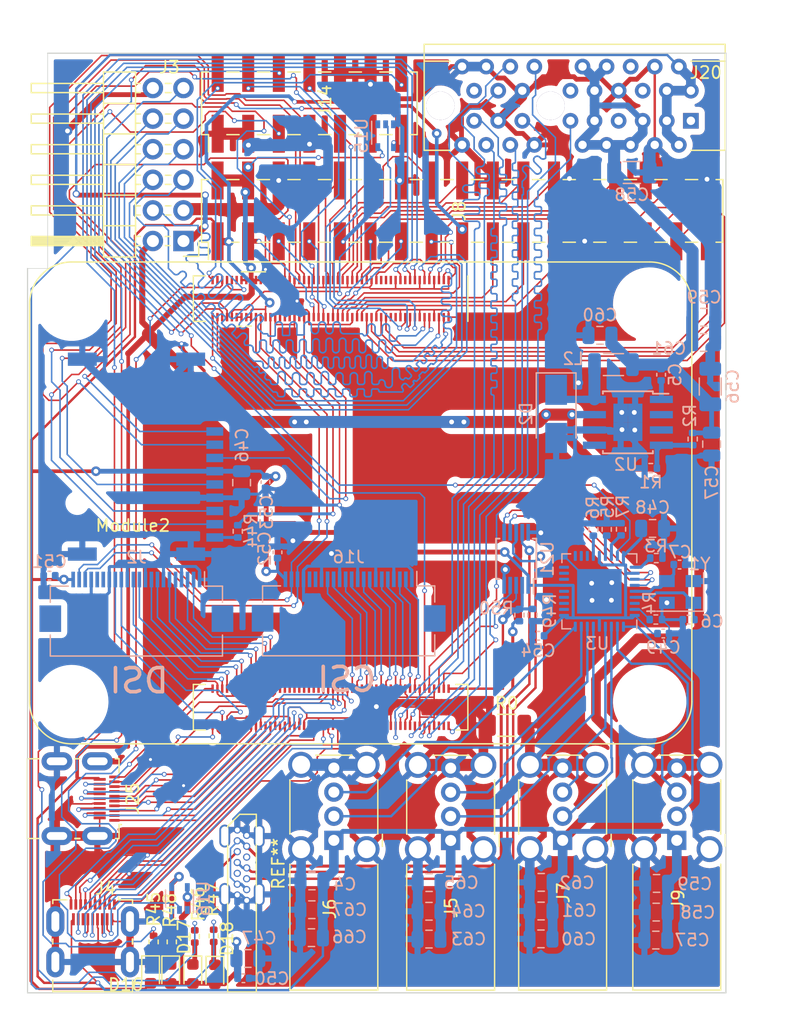
<source format=kicad_pcb>
(kicad_pcb (version 20201116) (generator pcbnew)
  (layers (0 "F.Cu" signal) (31 "B.Cu" signal) (34 "B.Paste" user) (35 "F.Paste" user) (36 "B.SilkS" user "B.Silkscreen") (37 "F.SilkS" user "F.Silkscreen") (38 "B.Mask" user) (39 "F.Mask" user) (44 "Edge.Cuts" user))
  (net 0 "")
  (net 1 "GND")
  (net 2 "/+12v")
  (net 3 "/+5v")
  (net 4 "/pcie+3.3v")
  (net 5 "Net-(C5-Pad1)")
  (net 6 "Net-(C6-Pad1)")
  (net 7 "Net-(C7-Pad1)")
  (net 8 "/+3.3v")
  (net 9 "Net-(D2-Pad1)")
  (net 10 "Net-(D16-Pad1)")
  (net 11 "Net-(D17-Pad1)")
  (net 12 "Net-(D18-Pad1)")
  (net 13 "Net-(D20-Pad1)")
  (net 14 "/SDA0")
  (net 15 "/SCL0")
  (net 16 "no_connect_183")
  (net 17 "no_connect_182")
  (net 18 "/DSI1_D3_P")
  (net 19 "/DSI1_D3_N")
  (net 20 "/DSI1_D2_P")
  (net 21 "/DSI1_D2_N")
  (net 22 "/DSI1_C_P")
  (net 23 "/DSI1_C_N")
  (net 24 "/DSI1_D1_P")
  (net 25 "/DSI1_D1_N")
  (net 26 "/DSI1_D0_P")
  (net 27 "/DSI1_D0_N")
  (net 28 "/TRD2_P")
  (net 29 "/TRD2_N")
  (net 30 "/TRD3_N")
  (net 31 "/TRD3_P")
  (net 32 "/TRD1_P")
  (net 33 "/TRD1_N")
  (net 34 "/TRD0_N")
  (net 35 "/TRD0_P")
  (net 36 "/HDMI1_D2_P")
  (net 37 "/HDMI1_D2_N")
  (net 38 "/HDMI1_D1_P")
  (net 39 "/HDMI1_D1_N")
  (net 40 "/HDMI1_D0_P")
  (net 41 "/HDMI1_D0_N")
  (net 42 "/HDMI1_CK_P")
  (net 43 "/HDMI1_CK_N")
  (net 44 "/HDMI1_CEC")
  (net 45 "no_connect_192")
  (net 46 "/HDMI1_SCL")
  (net 47 "/HDMI1_SDA")
  (net 48 "/HDMI1_HOTPLUG")
  (net 49 "/HD3_N")
  (net 50 "/HD3_P")
  (net 51 "/HD4_N")
  (net 52 "/HD4_P")
  (net 53 "/HD2_N")
  (net 54 "/HD2_P")
  (net 55 "/GPIO21")
  (net 56 "/GPIO20")
  (net 57 "/GPIO26")
  (net 58 "/GPIO16")
  (net 59 "/GPIO19")
  (net 60 "/GPIO13")
  (net 61 "/GPIO12")
  (net 62 "/GPIO6")
  (net 63 "/GPIO5")
  (net 64 "/ID_SC")
  (net 65 "/ID_SD")
  (net 66 "/GPIO7")
  (net 67 "/GPIO8")
  (net 68 "/GPIO11")
  (net 69 "/GPIO25")
  (net 70 "/GPIO9")
  (net 71 "/GPIO10")
  (net 72 "/GPIO24")
  (net 73 "/GPIO23")
  (net 74 "/GPIO22")
  (net 75 "/GPIO27")
  (net 76 "/GPIO18")
  (net 77 "/GPIO17")
  (net 78 "/GPIO15")
  (net 79 "/GPIO14")
  (net 80 "/GPIO4")
  (net 81 "/GPIO3")
  (net 82 "/GPIO2")
  (net 83 "/HD1_N")
  (net 84 "/HD1_P")
  (net 85 "Net-(J13-Pad9)")
  (net 86 "/SD_DAT1")
  (net 87 "/SD_DAT0")
  (net 88 "/SD_CLK")
  (net 89 "/SD_CMD")
  (net 90 "/SD_DAT3")
  (net 91 "/SD_DAT2")
  (net 92 "/GLOBAL_EN")
  (net 93 "Net-(J14-Pad13)")
  (net 94 "/TV_OUT")
  (net 95 "/SYNC_OUT")
  (net 96 "/SYNC_IN")
  (net 97 "/AIN1")
  (net 98 "/AIN0")
  (net 99 "/EEPROM_nWP")
  (net 100 "/nRPIBOOT")
  (net 101 "no_connect_181")
  (net 102 "/CAM_GPIO")
  (net 103 "/CAM1_D3_P")
  (net 104 "/CAM1_D3_N")
  (net 105 "/CAM1_D2_P")
  (net 106 "/CAM1_D2_N")
  (net 107 "/CAM1_C_P")
  (net 108 "/CAM1_C_N")
  (net 109 "/CAM1_D1_P")
  (net 110 "/CAM1_D1_N")
  (net 111 "/CAM1_D0_P")
  (net 112 "/CAM1_D0_N")
  (net 113 "no_connect_187")
  (net 114 "/PCIE_TX_P")
  (net 115 "/PCIE_TX_N")
  (net 116 "/PCIE_CLK_nREQ")
  (net 117 "no_connect_186")
  (net 118 "no_connect_189")
  (net 119 "no_connect_188")
  (net 120 "/PCIE_RX_P")
  (net 121 "/PCIE_RX_N")
  (net 122 "/PCIE_CLK_N")
  (net 123 "/PCIE_CLK_P")
  (net 124 "/PCIE_nRST")
  (net 125 "no_connect_185")
  (net 126 "no_connect_184")
  (net 127 "/USBD_P")
  (net 128 "/USBD_N")
  (net 129 "/VBUS_OTG")
  (net 130 "/HDMI0_D2_P")
  (net 131 "/HDMI0_D2_N")
  (net 132 "/HDMI0_D1_P")
  (net 133 "/HDMI0_D1_N")
  (net 134 "/HDMI0_D0_P")
  (net 135 "/HDMI0_D0_N")
  (net 136 "/HDMI0_CK_P")
  (net 137 "/HDMI0_CK_N")
  (net 138 "/HDMI0_CEC")
  (net 139 "no_connect_191")
  (net 140 "/HDMI0_SCL")
  (net 141 "/HDMI0_SDA")
  (net 142 "/HDMI0_HOTPLUG")
  (net 143 "/DSI0_C_P")
  (net 144 "/DSI0_C_N")
  (net 145 "/DSI0_D1_P")
  (net 146 "/DSI0_D1_N")
  (net 147 "/DSI0_D0_P")
  (net 148 "/DSI0_D0_N")
  (net 149 "/CAM0_C_P")
  (net 150 "/CAM0_C_N")
  (net 151 "/CAM0_D1_P")
  (net 152 "/CAM0_D1_N")
  (net 153 "/CAM0_D0_P")
  (net 154 "/CAM0_D0_N")
  (net 155 "no_connect_194")
  (net 156 "/USB2_P")
  (net 157 "no_connect_193")
  (net 158 "/USB2_N")
  (net 159 "/USBOTG")
  (net 160 "/nEXTRST")
  (net 161 "Net-(Module2-Pad97)")
  (net 162 "/nPWR_LED")
  (net 163 "/RUN_PG")
  (net 164 "/BT_nDis")
  (net 165 "/+1.8v")
  (net 166 "/WL_nDis")
  (net 167 "/SD_DET")
  (net 168 "/SD_PWR_ON")
  (net 169 "no_connect_200")
  (net 170 "no_connect_199")
  (net 171 "no_connect_198")
  (net 172 "no_connect_197")
  (net 173 "no_connect_196")
  (net 174 "Net-(Module2-Pad21)")
  (net 175 "no_connect_195")
  (net 176 "/ETH_LEDY")
  (net 177 "/ETH_LEDG")
  (net 178 "Net-(R1-Pad2)")
  (net 179 "Net-(R3-Pad1)")
  (net 180 "Net-(R4-Pad2)")
  (net 181 "Net-(R5-Pad1)")
  (net 182 "Net-(R6-Pad1)")
  (net 183 "Net-(R7-Pad1)")
  (net 184 "Net-(R48-Pad2)")
  (net 185 "no_connect_206")
  (net 186 "no_connect_205")
  (net 187 "no_connect_204")
  (net 188 "no_connect_208")
  (net 189 "/USBH_P")
  (net 190 "/USBH_N")
  (net 191 "Net-(U3-Pad21)")
  (net 192 "Net-(U3-Pad20)")
  (net 193 "Net-(U3-Pad19)")
  (net 194 "Net-(U3-Pad18)")
  (net 195 "Net-(U3-Pad17)")
  (net 196 "Net-(U3-Pad16)")
  (net 197 "no_connect_207")
  (net 198 "Net-(U3-Pad13)")
  (net 199 "/PWR1")
  (net 200 "Net-(U3-Pad11)")
  (footprint "Connector_USB:USB_A_Wuerth_614004134726_Horizontal" (layer "F.Cu") (at 149.06 118.15 90)
    (fp_text reference "J9")
    (fp_text value "USB_A")
  )
  (footprint "LED_SMD:LED_0603_1608Metric" (layer "F.Cu") (at 108.87 129.24 -90)
    (fp_text reference "D17")
    (fp_text value "LED yellow")
  )
  (footprint "Connector_PinHeader_2.54mm:PinHeader_2x07_P2.54mm_Vertical_SMD" (layer "F.Cu") (at 118.55 56.97 90)
    (fp_text reference "J14")
    (fp_text value "Conn_02x07_Odd_Even")
  )
  (footprint "Resistor_SMD:R_0402_1005Metric" (layer "F.Cu") (at 109.03 126.13 90)
    (fp_text reference "R46")
    (fp_text value "470R")
  )
  (footprint "Resistor_SMD:R_0402_1005Metric" (layer "F.Cu") (at 110.6 126.08 90)
    (fp_text reference "R47")
    (fp_text value "470R")
  )
  (footprint "LED_SMD:LED_0603_1608Metric" (layer "F.Cu") (at 105.36 129.23 -90)
    (fp_text reference "D16")
    (fp_text value "LED Green")
  )
  (footprint "CM4IO:PCIex1-36" (layer "F.Cu") (at 150.23 58.42 180)
    (fp_text reference "J20")
    (fp_text value "10018783-11200TLF")
  )
  (footprint "Resistor_SMD:R_1206_3216Metric" (layer "F.Cu") (at 134.93 108.6)
    (fp_text reference "R0")
    (fp_text value "0R")
  )
  (footprint "Connector_USB:USB_A_Wuerth_614004134726_Horizontal" (layer "F.Cu") (at 130.28 118.16 90)
    (fp_text reference "J5")
    (fp_text value "USB_A")
  )
  (footprint "LED_SMD:LED_0603_1608Metric" (layer "F.Cu") (at 107.03 129.24 -90)
    (fp_text reference "D20")
    (fp_text value "LED Red")
  )
  (footprint "Resistor_SMD:R_0402_1005Metric" (layer "F.Cu") (at 105.61 126.58 -90)
    (fp_text reference "R45")
    (fp_text value "1k")
  )
  (footprint "Connector_USB:USB_A_Wuerth_614004134726_Horizontal" (layer "F.Cu") (at 120.58 118.15 90)
    (fp_text reference "J6")
    (fp_text value "USB_A")
  )
  (footprint "Connector_PinHeader_2.54mm:PinHeader_2x06_P2.54mm_Horizontal" (layer "F.Cu") (at 108.09 68.4 180)
    (fp_text reference "J3")
    (fp_text value "Conn_01x10_Female")
  )
  (footprint "Connector_PinHeader_2.54mm:PinHeader_2x17_P2.54mm_Vertical_SMD" (layer "F.Cu") (at 131.24 65.9 90)
    (fp_text reference "J8")
    (fp_text value "THD-20-R")
  )
  (footprint "Resistor_SMD:R_0402_1005Metric" (layer "F.Cu") (at 107.12 126.58 90)
    (fp_text reference "R48")
    (fp_text value "1k")
  )
  (footprint "LED_SMD:LED_0603_1608Metric" (layer "F.Cu") (at 110.7 129.27 -90)
    (fp_text reference "D18")
    (fp_text value "LED green")
  )
  (footprint "Connector_HDMI:HDMI_Micro-D_Molex_46765-1x01" (layer "F.Cu") (at 100.55 128.25)
    (fp_text reference "J4")
    (fp_text value "690-019-298-412")
  )
  (footprint "CM4IO:Raspberry-Pi-4-Compute-Module" (layer "F.Cu") (at 98.81 73.64 -90)
    (fp_text reference "Module2")
    (fp_text value "ComputeModule4")
  )
  (footprint "Connector_USB:USB_A_Wuerth_614004134726_Horizontal" (layer "F.Cu") (at 139.58 118.15 90)
    (fp_text reference "J7")
    (fp_text value "USB_A")
  )
  (footprint "CM4IO:type-c_90degree_14pin" (layer "F.Cu") (at 112.95 120.215 -90)
    (fp_text reference "REF**")
    (fp_text value "type-c_90degree_14pin")
  )
  (footprint "Connector_HDMI:HDMI_Micro-D_Molex_46765-1x01" (layer "F.Cu") (at 97.58 114.69 -90)
    (fp_text reference "J25")
    (fp_text value "690-019-298-412")
  )
  (footprint "Capacitor_SMD:C_0805_2012Metric" (layer "B.Cu") (at 137.8 121.64 180)
    (fp_text reference "C62")
    (fp_text value "22uf")
  )
  (footprint "Crystal:Crystal_SMD_EuroQuartz_MT-4Pin_3.2x2.5mm" (layer "B.Cu") (at 149.34 97.53 180)
    (fp_text reference "Y1")
    (fp_text value "24MHz")
  )
  (footprint "Capacitor_SMD:C_0805_2012Metric" (layer "B.Cu") (at 147.35 124.11)
    (fp_text reference "C58")
    (fp_text value "10u")
  )
  (footprint "Resistor_SMD:R_0402_1005Metric" (layer "B.Cu") (at 142.13 92.35 90)
    (fp_text reference "R6")
    (fp_text value "36K 1%")
  )
  (footprint "Capacitor_SMD:C_0805_2012Metric" (layer "B.Cu") (at 137.79 124.02)
    (fp_text reference "C61")
    (fp_text value "10u")
  )
  (footprint "Capacitor_SMD:C_0402_1005Metric" (layer "B.Cu") (at 147.76 79.5 90)
    (fp_text reference "C5")
    (fp_text value "10nf")
  )
  (footprint "Connector_FFC-FPC:Hirose_FH12-22S-0.5SH_1x22-1MP_P0.50mm_Horizontal" (layer "B.Cu") (at 121.81 98.33 180)
    (fp_text reference "J16")
    (fp_text value "Conn_01x22_Female")
  )
  (footprint "Resistor_SMD:R_0402_1005Metric" (layer "B.Cu") (at 144.43 92.33 90)
    (fp_text reference "R7")
    (fp_text value "36K 1%")
  )
  (footprint "Resistor_SMD:R_0402_1005Metric" (layer "B.Cu") (at 147.32 99.82 180)
    (fp_text reference "R4")
    (fp_text value "12K 1%")
  )
  (footprint "Capacitor_SMD:C_0805_2012Metric" (layer "B.Cu") (at 147.38 121.73 180)
    (fp_text reference "C59")
    (fp_text value "22uf")
  )
  (footprint "Capacitor_SMD:C_0402_1005Metric" (layer "B.Cu") (at 150.04 99.83 180)
    (fp_text reference "C6")
    (fp_text value "27pF")
  )
  (footprint "Capacitor_SMD:C_0805_2012Metric" (layer "B.Cu") (at 118.72 126.23)
    (fp_text reference "C66")
    (fp_text value "10u")
  )
  (footprint "Capacitor_SMD:C_0805_2012Metric" (layer "B.Cu") (at 151.32 74.73)
    (fp_text reference "C59")
    (fp_text value "10u")
  )
  (footprint "Diode_SMD:D_SMA" (layer "B.Cu") (at 139.04 82.75 -90)
    (fp_text reference "D2")
    (fp_text value "SS36")
  )
  (footprint "Capacitor_SMD:C_0805_2012Metric" (layer "B.Cu") (at 142.68 76.23 180)
    (fp_text reference "C60")
    (fp_text value "10u")
  )
  (footprint "Capacitor_SMD:C_0402_1005Metric" (layer "B.Cu") (at 115.9 94.24 90)
    (fp_text reference "C52")
    (fp_text value "100n")
  )
  (footprint "Package_SO:TI_SO-PowerPAD-8" (layer "B.Cu") (at 145 83.45 180)
    (fp_text reference "U2")
    (fp_text value "LM22676MR-ADJ")
  )
  (footprint "Capacitor_SMD:C_0805_2012Metric" (layer "B.Cu") (at 147.05 92.26)
    (fp_text reference "C48")
    (fp_text value "10u")
  )
  (footprint "Capacitor_SMD:C_0402_1005Metric" (layer "B.Cu") (at 147.94 100.98)
    (fp_text reference "C49")
    (fp_text value "100n")
  )
  (footprint "Capacitor_SMD:C_0805_2012Metric" (layer "B.Cu") (at 151.29 76.82)
    (fp_text reference "C61")
    (fp_text value "10u")
  )
  (footprint "Capacitor_SMD:C_0805_2012Metric" (layer "B.Cu") (at 128.49 121.66 180)
    (fp_text reference "C65")
    (fp_text value "22uf")
  )
  (footprint "Inductor_SMD:L_1206_3216Metric" (layer "B.Cu") (at 143.8 78.66)
    (fp_text reference "L2")
    (fp_text value "6.8uh")
  )
  (footprint "Package_SO:MSOP-10_3x3mm_P0.5mm" (layer "B.Cu") (at 135.72 94.78 90)
    (fp_text reference "U21")
    (fp_text value "FSUSB42MUX")
  )
  (footprint "Capacitor_SMD:C_1206_3216Metric" (layer "B.Cu") (at 151.84 80.48 90)
    (fp_text reference "C56")
    (fp_text value "100uf")
  )
  (footprint "Capacitor_SMD:C_0402_1005Metric" (layer "B.Cu") (at 114.9 88.41 -90)
    (fp_text reference "C53")
    (fp_text value "100n")
  )
  (footprint "Package_DFN_QFN:QFN-36-1EP_6x6mm_P0.5mm_EP3.7x3.7mm" (layer "B.Cu") (at 142.63 97.48 90)
    (fp_text reference "U3")
    (fp_text value "USB2514B-I/M2")
  )
  (footprint "Capacitor_SMD:C_0805_2012Metric" (layer "B.Cu") (at 151.95 85.26 -90)
    (fp_text reference "C57")
    (fp_text value "10u")
  )
  (footprint "Resistor_SMD:R_0402_1005Metric" (layer "B.Cu") (at 137.07 99.45 -90)
    (fp_text reference "R49")
    (fp_text value "2.2K 1%")
  )
  (footprint "Capacitor_SMD:C_0805_2012Metric" (layer "B.Cu") (at 118.75 123.91)
    (fp_text reference "C67")
    (fp_text value "10u")
  )
  (footprint "Capacitor_SMD:C_0805_2012Metric" (layer "B.Cu") (at 128.48 126.35)
    (fp_text reference "C63")
    (fp_text value "10u")
  )
  (footprint "Resistor_SMD:R_0402_1005Metric" (layer "B.Cu") (at 147.36 94.72)
    (fp_text reference "R3")
    (fp_text value "36K 1%")
  )
  (footprint "Capacitor_SMD:C_0402_1005Metric" (layer "B.Cu") (at 96.96 96.18 180)
    (fp_text reference "C51")
    (fp_text value "100n")
  )
  (footprint "Capacitor_SMD:C_0402_1005Metric" (layer "B.Cu") (at 113.07 129.6)
    (fp_text reference "C50")
    (fp_text value "100n")
  )
  (footprint "Capacitor_SMD:C_0805_2012Metric" (layer "B.Cu") (at 128.48 124.04)
    (fp_text reference "C64")
    (fp_text value "10u")
  )
  (footprint "Capacitor_SMD:C_0805_2012Metric" (layer "B.Cu") (at 147.32 126.43)
    (fp_text reference "C57")
    (fp_text value "10u")
  )
  (footprint "Capacitor_SMD:C_0805_2012Metric" (layer "B.Cu") (at 118.76 121.52 180)
    (fp_text reference "C4")
    (fp_text value "22uf")
  )
  (footprint "Capacitor_SMD:C_0805_2012Metric" (layer "B.Cu") (at 137.78 126.33)
    (fp_text reference "C60")
    (fp_text value "10u")
  )
  (footprint "Resistor_SMD:R_0402_1005Metric" (layer "B.Cu") (at 150.38 84.84 -90)
    (fp_text reference "R2")
    (fp_text value "4.7k")
  )
  (footprint "Capacitor_SMD:C_0402_1005Metric" (layer "B.Cu") (at 149.29 95.26)
    (fp_text reference "C7")
    (fp_text value "27pF")
  )
  (footprint "Capacitor_SMD:C_1206_3216Metric" (layer "B.Cu") (at 145.33 62.71)
    (fp_text reference "C58")
    (fp_text value "100uf")
  )
  (footprint "Package_TO_SOT_SMD:SOT-353_SC-70-5" (layer "B.Cu") (at 124.88 59.66 -90)
    (fp_text reference "U15")
    (fp_text value "74LVC1G07SE-7")
  )
  (footprint "Resistor_SMD:R_0402_1005Metric" (layer "B.Cu") (at 135.99 99.45 90)
    (fp_text reference "R50")
    (fp_text value "2.2K 1%")
  )
  (footprint "Package_TO_SOT_SMD:SOT-353_SC-70-5" (layer "B.Cu") (at 107.76 122.98 90)
    (fp_text reference "U16")
    (fp_text value "74LVC1G07SE-7")
  )
  (footprint "Capacitor_SMD:C_0402_1005Metric" (layer "B.Cu") (at 137.56 101.17 180)
    (fp_text reference "C54")
    (fp_text value "100n")
  )
  (footprint "CM4IO:SD_slot" (layer "B.Cu") (at 107.47 87.41 90)
    (fp_text reference "J13")
    (fp_text value "Micro_SD_Card_Det")
  )
  (footprint "Connector_FFC-FPC:Hirose_FH12-22S-0.5SH_1x22-1MP_P0.50mm_Horizontal" (layer "B.Cu") (at 104.18 98.35 180)
    (fp_text reference "J2")
    (fp_text value "Conn_01x22_Female")
  )
  (footprint "Resistor_SMD:R_0402_1005Metric" (layer "B.Cu") (at 146.9 87.25)
    (fp_text reference "R1")
    (fp_text value "3k")
  )
  (footprint "Resistor_SMD:R_0402_1005Metric" (layer "B.Cu") (at 112.6 92.5 -90)
    (fp_text reference "R44")
    (fp_text value "nf")
  )
  (footprint "Capacitor_SMD:C_0805_2012Metric" (layer "B.Cu") (at 112.92 88.46 -90)
    (fp_text reference "C46")
    (fp_text value "10u")
  )
  (footprint "Resistor_SMD:R_0402_1005Metric" (layer "B.Cu") (at 143.24 92.34 90)
    (fp_text reference "R5")
    (fp_text value "36K 1%")
  )
  (footprint "Capacitor_SMD:C_0805_2012Metric" (layer "B.Cu") (at 113.44 127.96)
    (fp_text reference "C47")
    (fp_text value "10u")
  )
  (gr_line (start 112.52 75.47) (end 112.92 75.47) (layer "F.SilkS") (width 0.12))
  (gr_line (start 112.895 70.96) (end 114.905 70.96) (layer "F.SilkS") (width 0.12))
  (gr_line (start 113.31 75.46) (end 113.73 75.46) (layer "F.SilkS") (width 0.12))
  (gr_line (start 153.14 52.81) (end 153.14 130.81) (layer "Edge.Cuts") (width 0.1))
  (gr_line (start 96.81 70.68) (end 95.14 70.68) (layer "Edge.Cuts") (width 0.05))
  (gr_line (start 96.81 52.81) (end 153.14 52.81) (layer "Edge.Cuts") (width 0.1))
  (gr_line (start 95.14 130.81) (end 95.14 70.68) (layer "Edge.Cuts") (width 0.1))
  (gr_line (start 153.14 130.81) (end 95.14 130.81) (layer "Edge.Cuts") (width 0.1))
  (gr_line (start 96.81 70.68) (end 96.81 52.81) (layer "Edge.Cuts") (width 0.05))
  (gr_text "CSI" (at 121.65 104.8) (layer "B.SilkS") (effects (font (size 2 2) (thickness 0.3)) (justify mirror)))
  (gr_text "DSI" (at 104.394 104.902) (layer "B.SilkS") (effects (font (size 2 2) (thickness 0.3)) (justify mirror)))
  (segment (start 121.712929 107.997071) (end 120.477071 107.997071) (width 0.13) (layer "F.Cu") (net 1))
  (segment (start 103.479882 119.38) (end 105.1 119.38) (width 0.13) (layer "F.Cu") (net 1))
  (segment (start 114.51 105.984782) (end 114.700228 106.17501) (width 0.13) (layer "F.Cu") (net 1))
  (segment (start 119.31 108.64) (end 119.31 108.030148) (width 0.13) (layer "F.Cu") (net 1))
  (segment (start 111.919772 109.25501) (end 111.100228 109.25501) (width 0.13) (layer "F.Cu") (net 1))
  (segment (start 131.179999 60.369999) (end 131.23 60.42) (width 0.4) (layer "F.Cu") (net 1))
  (segment (start 125.31 106.27) (end 125.31 108.64) (width 0.13) (layer "F.Cu") (net 1))
  (segment (start 123.634762 72.37) (end 123.519772 72.25501) (width 0.13) (layer "F.Cu") (net 1))
  (segment (start 131.57 74.72) (end 137.42 74.72) (width 0.13) (layer "F.Cu") (net 1))
  (segment (start 144.23 55.92) (end 145.179999 54.970001) (width 0.4) (layer "F.Cu") (net 1))
  (segment (start 127.71 72.34) (end 127.74 72.37) (width 0.13) (layer "F.Cu") (net 1))
  (segment (start 97.45 124.89) (end 97.45 117.920135) (width 0.8) (layer "F.Cu") (net 1))
  (segment (start 128.91 108.64) (end 128.91 108.02) (width 0.13) (layer "F.Cu") (net 1))
  (segment (start 134.67 58.42) (end 134.23 58.42) (width 0.4) (layer "F.Cu") (net 1))
  (segment (start 141.884002 54.82) (end 141.734001 54.970001) (width 0.4) (layer "F.Cu") (net 1))
  (segment (start 118.51 74.295218) (end 118.319772 74.10499) (width 0.13) (layer "F.Cu") (net 1))
  (segment (start 128.91 106.27) (end 122.91 106.27) (width 0.13) (layer "F.Cu") (net 1))
  (segment (start 127.71 74.72) (end 127.71 74.126189) (width 0.13) (layer "F.Cu") (net 1))
  (segment (start 142.684002 54.82) (end 141.884002 54.82) (width 0.4) (layer "F.Cu") (net 1))
  (segment (start 100.94 117.79) (end 97.58 117.79) (width 0.8) (layer "F.Cu") (net 1))
  (segment (start 129.850002 69.96) (end 129.850002 68.099998) (width 0.13) (layer "F.Cu") (net 1))
  (segment (start 122.11 75.144782) (end 122.11 74.72) (width 0.13) (layer "F.Cu") (net 1))
  (segment (start 121.05 81.93) (end 121.05 90.32) (width 0.13) (layer "F.Cu") (net 1))
  (segment (start 114.51 108.64) (end 114.51 107.91) (width 0.13) (layer "F.Cu") (net 1))
  (segment (start 123.62 55.39) (end 124.38 55.39) (width 0.4) (layer "F.Cu") (net 1))
  (segment (start 143.784002 55.92) (end 142.684002 54.82) (width 0.4) (layer "F.Cu") (net 1))
  (segment (start 130.66 70.6) (end 130.490001 70.599999) (width 0.13) (layer "F.Cu") (net 1))
  (segment (start 133.78 62.97) (end 131.23 60.42) (width 0.6) (layer "F.Cu") (net 1))
  (segment (start 110.41 79.82) (end 107.93 77.34) (width 0.13) (layer "F.Cu") (net 1))
  (segment (start 134.23 58.42) (end 136.23 56.42) (width 0.8) (layer "F.Cu") (net 1))
  (segment (start 127.71 107.8) (end 127.71 107.92) (width 0.13) (layer "F.Cu") (net 1))
  (segment (start 115.74499 75.33501) (end 117.24501 75.33501) (width 0.13) (layer "F.Cu") (net 1))
  (segment (start 132.26 107.15) (end 133 107.89) (width 0.8) (layer "F.Cu") (net 1))
  (segment (start 121.08 68.425) (end 121.08 67.034209) (width 0.13) (layer "F.Cu") (net 1))
  (segment (start 105 56.25) (end 101.47 56.25) (width 0.4) (layer "F.Cu") (net 1))
  (segment (start 100.35 123.475) (end 100.35 122.509882) (width 0.13) (layer "F.Cu") (net 1))
  (segment (start 121.71499 72.25501) (end 119.71501 72.25501) (width 0.13) (layer "F.Cu") (net 1))
  (segment (start 136.86 111.88) (end 142.3 111.88) (width 1) (layer "F.Cu") (net 1))
  (segment (start 100.94 118.639546) (end 100.94 117.79) (width 0.13) (layer "F.Cu") (net 1))
  (segment (start 100.95 124.7) (end 100.95 125.392002) (width 0.13) (layer "F.Cu") (net 1))
  (segment (start 123.71 72.064782) (end 123.519772 72.25501) (width 0.13) (layer "F.Cu") (net 1))
  (segment (start 116.91 105.56) (end 116.91 104.26) (width 0.13) (layer "F.Cu") (net 1))
  (segment (start 132.97 57.16) (end 131.935998 57.16) (width 0.4) (layer "F.Cu") (net 1))
  (segment (start 129.919772 74.10499) (end 130.107394 74.292612) (width 0.13) (layer "F.Cu") (net 1))
  (segment (start 145.179999 54.970001) (end 145.734001 54.970001) (width 0.4) (layer "F.Cu") (net 1))
  (segment (start 102.34 124.89) (end 102.15 124.7) (width 0.13) (layer "F.Cu") (net 1))
  (segment (start 111.35 77.94) (end 111.35 79.4) (width 0.13) (layer "F.Cu") (net 1))
  (segment (start 101.55 122.71) (end 103.34 120.92) (width 0.13) (layer "F.Cu") (net 1))
  (segment (start 115.71 107.87) (end 116.564782 107.87) (width 0.13) (layer "F.Cu") (net 1))
  (segment (start 117.31 75.27002) (end 117.24501 75.33501) (width 0.13) (layer "F.Cu") (net 1))
  (segment (start 126.16 63.734978) (end 126.16 63.50001) (width 0.4) (layer "F.Cu") (net 1))
  (segment (start 115.519772 106.17501) (end 115.71 105.984782) (width 0.13) (layer "F.Cu") (net 1))
  (segment (start 131.179999 57.915999) (end 131.179999 60.369999) (width 0.4) (layer "F.Cu") (net 1))
  (segment (start 115.71 74.72) (end 115.71 75.30002) (width 0.13) (layer "F.Cu") (net 1))
  (segment (start 118.48501 72.25501) (end 117.35501 72.25501) (width 0.13) (layer "F.Cu") (net 1))
  (segment (start 130.67 71.08) (end 130.67 70.61) (width 0.13) (layer "F.Cu") (net 1))
  (segment (start 124.300228 74.10499) (end 129.919772 74.10499) (width 0.13) (layer "F.Cu") (net 1))
  (segment (start 133 107.89) (end 133 111.89) (width 0.8) (layer "F.Cu") (net 1))
  (segment (start 118.51 75.31) (end 118.53501 75.33501) (width 0.13) (layer "F.Cu") (net 1))
  (segment (start 137.42 74.72) (end 141.4 70.74) (width 0.13) (layer "F.Cu") (net 1))
  (segment (start 120.14501 75.33501) (end 121.919772 75.33501) (width 0.13) (layer "F.Cu") (net 1))
  (segment (start 116.79 107.87) (end 116.564782 107.87) (width 0.13) (layer "F.Cu") (net 1))
  (segment (start 97.58 116.31) (end 98.766687 115.123313) (width 0.13) (layer "F.Cu") (net 1))
  (segment (start 118.11 105.56) (end 118.11 104.14) (width 0.13) (layer "F.Cu") (net 1))
  (segment (start 128.91 105.56) (end 128.91 106.27) (width 0.13) (layer "F.Cu") (net 1))
  (segment (start 104.933412 113.61) (end 108.1 113.61) (width 0.13) (layer "F.Cu") (net 1))
  (segment (start 113.31 105.984782) (end 113.31 105.56) (width 0.13) (layer "F.Cu") (net 1))
  (segment (start 97.45 124.89) (end 97.45 128.25) (width 0.6) (layer "F.Cu") (net 1))
  (segment (start 99.15 123.475) (end 99.15 121.910454) (width 0.13) (layer "F.Cu") (net 1))
  (segment (start 114.700228 106.17501) (end 115.19499 106.17501) (width 0.13) (layer "F.Cu") (net 1))
  (segment (start 105.55 55.7) (end 105 56.25) (width 0.4) (layer "F.Cu") (net 1))
  (segment (start 122.91 107.99) (end 121.72 107.99) (width 0.13) (layer "F.Cu") (net 1))
  (segment (start 133.78 63.375) (end 133.78 62.97) (width 0.13) (layer "F.Cu") (net 1))
  (segment (start 135.83 94.66) (end 135.92 94.57) (width 0.25) (layer "F.Cu") (net 1))
  (segment (start 113.119772 106.17501) (end 115.19499 106.17501) (width 0.13) (layer "F.Cu") (net 1))
  (segment (start 110.719772 104.94499) (end 109.22501 104.94499) (width 0.13) (layer "F.Cu") (net 1))
  (segment (start 101.13 117.6) (end 100.94 117.79) (width 0.13) (layer "F.Cu") (net 1))
  (segment (start 128.91 108.02) (end 128.91 107.92) (width 0.13) (layer "F.Cu") (net 1))
  (segment (start 116.300228 72.25501) (end 116.11 72.064782) (width 0.13) (layer "F.Cu") (net 1))
  (segment (start 112.27 108) (end 113.31 108) (width 0.13) (layer "F.Cu") (net 1))
  (segment (start 135.92 94.57) (end 135.92 92.62) (width 0.6) (layer "F.Cu") (net 1))
  (segment (start 97.58 117.79) (end 97.450098 117.919902) (width 0.13) (layer "F.Cu") (net 1))
  (segment (start 121.71 72.25002) (end 121.71 71.64) (width 0.13) (layer "F.Cu") (net 1))
  (segment (start 137.944002 54.76) (end 136.784002 55.92) (width 0.4) (layer "F.Cu") (net 1))
  (segment (start 120.51 108.64) (end 120.51 108.025981) (width 0.13) (layer "F.Cu") (net 1))
  (segment (start 140.145 63.215) (end 140.145 61.325) (width 0.4) (layer "F.Cu") (net 1))
  (segment (start 116.11 71.64) (end 116.11 71.215218) (width 0.13) (layer "F.Cu") (net 1))
  (segment (start 117.35501 72.25501) (end 116.300228 72.25501) (width 0.13) (layer "F.Cu") (net 1))
  (segment (start 130.11 74.72) (end 131.57 74.72) (width 0.13) (layer "F.Cu") (net 1))
  (segment (start 115.640011 65.749989) (end 116 65.39) (width 1) (layer "F.Cu") (net 1))
  (segment (start 127.45 107.08) (end 127.71 107.34) (width 0.13) (layer "F.Cu") (net 1))
  (segment (start 103.65 128.25) (end 103.65 124.89) (width 0.6) (layer "F.Cu") (net 1))
  (segment (start 146.48 63.375) (end 147.23 62.625) (width 0.8) (layer "F.Cu") (net 1))
  (segment (start 121.09 54.445) (end 123.63 54.445) (width 1) (layer "F.Cu") (net 1))
  (segment (start 115.654782 70.76) (end 114.9 70.76) (width 0.13) (layer "F.Cu") (net 1))
  (segment (start 142.03 80.17) (end 144.49 82.63) (width 0.8) (layer "F.Cu") (net 1))
  (segment (start 101.680454 119.38) (end 100.94 118.639546) (width 0.13) (layer "F.Cu") (net 1))
  (segment (start 134.179999 54.869999) (end 134.739999 54.869999) (width 0.4) (layer "F.Cu") (net 1))
  (segment (start 110.91 109.064782) (end 110.91 108.64) (width 0.13) (layer "F.Cu") (net 1))
  (segment (start 100.95 125.392002) (end 101.002631 125.444634) (width 0.13) (layer "F.Cu") (net 1))
  (segment (start 117.500228 74.10499) (end 117.31 74.295218) (width 0.13) (layer "F.Cu") (net 1))
  (segment (start 121.72 107.99) (end 121.712929 107.997071) (width 0.13) (layer "F.Cu") (net 1))
  (segment (start 124.11 74.72) (end 124.11 74.295218) (width 0.13) (layer "F.Cu") (net 1))
  (segment (start 122.91 108.06) (end 122.91 107.99) (width 0.13) (layer "F.Cu") (net 1))
  (segment (start 118.53501 75.33501) (end 120.14501 75.33501) (width 0.13) (layer "F.Cu") (net 1))
  (segment (start 97.45 124.89) (end 97.579902 124.760098) (width 0.13) (layer "F.Cu") (net 1))
  (segment (start 141.734001 54.970001) (end 140.725999 54.970001) (width 0.4) (layer "F.Cu") (net 1))
  (segment (start 140.725999 54.970001) (end 140.515998 54.76) (width 0.4) (layer "F.Cu") (net 1))
  (segment (start 146.784002 53.92) (end 147.23 53.92) (width 0.4) (layer "F.Cu") (net 1))
  (segment (start 137.8 92.62) (end 137.77 92.62) (width 0.13) (layer "F.Cu") (net 1))
  (segment (start 124.11 108.64) (end 124.11 107.05) (width 0.13) (layer "F.Cu") (net 1))
  (segment (start 97.58 117.79) (end 97.58 116.31) (width 0.13) (layer "F.Cu") (net 1))
  (segment (start 122.91 105.56) (end 122.91 106.27) (width 0.13) (layer "F.Cu") (net 1))
  (segment (start 113.119772 106.17501) (end 113.31 105.984782) (width 0.13) (layer "F.Cu") (net 1))
  (segment (start 128.91 106.27) (end 128.91 107.15) (width 0.13) (layer "F.Cu") (net 1))
  (segment (start 114.55 107.87) (end 113.31 107.87) (width 0.13) (layer "F.Cu") (net 1))
  (segment (start 128.91 72.37) (end 127.74 72.37) (width 0.13) (layer "F.Cu") (net 1))
  (segment (start 115.71 107.87) (end 114.55 107.87) (width 0.13) (layer "F.Cu") (net 1))
  (segment (start 125.71 72.37) (end 125.71 71.64) (width 0.13) (layer "F.Cu") (net 1))
  (segment (start 118.51 74.72) (end 118.51 74.295218) (width 0.13) (layer "F.Cu") (net 1))
  (segment (start 130.11 74.72) (end 130.11 74.294382) (width 0.13) (layer "F.Cu") (net 1))
  (segment (start 140.89 80.17) (end 142.03 80.17) (width 0.8) (layer "F.Cu") (net 1))
  (segment (start 101.002631 125.444634) (end 101.002631 126.907324) (width 0.13) (layer "F.Cu") (net 1))
  (segment (start 101.47 56.25) (end 98.46 59.26) (width 0.4) (layer "F.Cu") (net 1))
  (segment (start 126.67 107.990002) (end 126.67 107.23) (width 0.13) (layer "F.Cu") (net 1))
  (segment (start 118.51 71.64) (end 118.51 72.23002) (width 0.13) (layer "F.Cu") (net 1))
  (segment (start 102.355 114.49) (end 104.053412 114.49) (width 0.13) (layer "F.Cu") (net 1))
  (segment (start 125.71 72.37) (end 123.634762 72.37) (width 0.13) (layer "F.Cu") (net 1))
  (segment (start 117.31 72.21) (end 117.35501 72.25501) (width 0.13) (layer "F.Cu") (net 1))
  (segment (start 115.71 105.135218) (end 116.555218 104.29) (width 0.13) (layer "F.Cu") (net 1))
  (segment (start 112.11 105.984782) (end 112.300228 106.17501) (width 0.13) (layer "F.Cu") (net 1))
  (segment (start 110.91 105.984782) (end 110.91 105.56) (width 0.13) (layer "F.Cu") (net 1))
  (segment (start 120.477071 107.997071) (end 119.347071 107.997071) (width 0.13) (layer "F.Cu") (net 1))
  (segment (start 136.784002 55.92) (end 136.23 55.92) (width 0.4) (layer "F.Cu") (net 1))
  (segment (start 115.71 108.64) (end 115.71 107.87) (width 0.13) (layer "F.Cu") (net 1))
  (segment (start 137.23 60.42) (end 136.280001 59.470001) (width 0.4) (layer "F.Cu") (net 1))
  (segment (start 116 65.39) (end 116 63.375) (width 1) (layer "F.Cu") (net 1))
  (segment (start 116.11 71.215218) (end 115.654782 70.76) (width 0.13) (layer "F.Cu") (net 1))
  (segment (start 117.31 78.19) (end 121.05 81.93) (width 0.13) (layer "F.Cu") (net 1))
  (segment (start 103.65 124.89) (end 102.34 124.89) (width 0.13) (layer "F.Cu") (net 1))
  (segment (start 124.11 106.24) (end 124.11 105.56) (width 0.13) (layer "F.Cu") (net 1))
  (segment (start 118.51 72.23002) (end 118.48501 72.25501) (width 0.13) (layer "F.Cu") (net 1))
  (segment (start 112.11 105.56) (end 112.11 105.984782) (width 0.13) (layer "F.Cu") (net 1))
  (segment (start 112.300228 106.17501) (end 113.119772 106.17501) (width 0.13) (layer "F.Cu") (net 1))
  (segment (start 127.678998 56.59) (end 130.348998 53.92) (width 0.4) (layer "F.Cu") (net 1))
  (segment (start 109.22501 104.94499) (end 109.22 104.95) (width 0.13) (layer "F.Cu") (net 1))
  (segment (start 116.901798 107.1) (end 116.79 107.211798) (width 0.13) (layer "F.Cu") (net 1))
  (segment (start 115.19499 106.17501) (end 115.519772 106.17501) (width 0.13) (layer "F.Cu") (net 1))
  (segment (start 118.11 108.64) (end 118.11 108.216075) (width 0.13) (layer "F.Cu") (net 1))
  (segment (start 134.82 95.67) (end 135.92 94.57) (width 0.6) (layer "F.Cu") (net 1))
  (segment (start 122.91 108.35664) (end 122.91 108.06) (width 0.13) (layer "F.Cu") (net 1))
  (segment (start 116.91 107.99) (end 116.79 107.87) (width 0.13) (layer "F.Cu") (net 1))
  (segment (start 107.93 77.34) (end 107.93 76.93) (width 0.13) (layer "F.Cu") (net 1))
  (segment (start 118.328147 107.997071) (end 118.252609 108.072609) (width 0.13) (layer "F.Cu") (net 1))
  (segment (start 122.91 108.64) (end 122.91 108.35664) (width 0.13) (layer "F.Cu") (net 1))
  (segment (start 127.56 111.89) (end 133 111.89) (width 1) (layer "F.Cu") (net 1))
  (segment (start 134.23 58.42) (end 132.97 57.16) (width 0.4) (layer "F.Cu") (net 1))
  (segment (start 126.11 74.72) (end 126.11 74.112075) (width 0.13) (layer "F.Cu") (net 1))
  (segment (start 128.91 107.15) (end 132.26 107.15) (width 0.8) (layer "F.Cu") (net 1))
  (segment (start 141.99 96.81) (end 137.8 92.62) (width 0.6) (layer "F.Cu") (net 1))
  (segment (start 118.328147 107.997071) (end 118.328147 107.668146) (width 0.13) (layer "F.Cu") (net 1))
  (segment (start 127.71 71.64) (end 127.71 72.34) (width 0.13) (layer "F.Cu") (net 1))
  (segment (start 115.71 105.984782) (end 115.71 105.56) (width 0.13) (layer "F.Cu") (net 1))
  (segment (start 113.31 108) (end 113.31 108.64) (width 0.13) (layer "F.Cu") (net 1))
  (segment (start 136.280001 59.470001) (end 135.720001 59.470001) (width 0.4) (layer "F.Cu") (net 1))
  (segment (start 141.4 70.74) (end 141.4 68.425) (width 0.13) (layer "F.Cu") (net 1))
  (segment (start 119.31 105.56) (end 119.31 104.27) (width 0.13) (layer "F.Cu") (net 1))
  (segment (start 121.71 108.64) (end 121.71 108.001213) (width 0.13) (layer "F.Cu") (net 1))
  (segment (start 124.38 55.39) (end 125.58 56.59) (width 0.4) (layer "F.Cu") (net 1))
  (segment (start 126.82 107.08) (end 127.45 107.08) (width 0.13) (layer "F.Cu") (net 1))
  (segment (start 110.91 105.135218) (end 110.719772 104.94499) (width 0.13) (layer "F.Cu") (net 1))
  (segment (start 122.91 106.27) (end 122.91 107.99) (width 0.13) (layer "F.Cu") (net 1))
  (segment (start 118.319772 74.10499) (end 117.500228 74.10499) (width 0.13) (layer "F.Cu") (net 1))
  (segment (start 119.71501 72.25501) (end 119.71 72.25) (width 0.13) (layer "F.Cu") (net 1))
  (segment (start 111.100228 106.17501) (end 110.91 105.984782) (width 0.13) (layer "F.Cu") (net 1))
  (segment (start 126.51 105.984782) (end 126.51 105.56) (width 0.13) (layer "F.Cu") (net 1))
  (segment (start 113.31 107.87) (end 113.31 108) (width 0.13) (layer "F.Cu") (net 1))
  (segment (start 110.93 79.82) (end 110.41 79.82) (width 0.13) (layer "F.Cu") (net 1))
  (segment (start 127.71 107.92) (end 127.71 108.64) (width 0.13) (layer "F.Cu") (net 1))
  (segment (start 104.053412 114.49) (end 104.933412 113.61) (width 0.13) (layer "F.Cu") (net 1))
  (segment (start 135.79 55.92) (end 136.23 55.92) (width 0.4) (layer "F.Cu") (net 1))
  (segment (start 110.91 77.5) (end 111.35 77.94) (width 0.13) (layer "F.Cu") (net 1))
  (segment (start 117.31 74.295218) (end 117.31 74.72) (width 0.13) (layer "F.Cu") (net 1))
  (segment (start 115.71 75.30002) (end 115.74499 75.33501) (width 0.13) (layer "F.Cu") (net 1))
  (segment (start 119.71 72.25) (end 119.70499 72.25501) (width 0.13) (layer "F.Cu") (net 1))
  (segment (start 101.002631 126.907324) (end 102.345307 128.25) (width 0.13) (layer "F.Cu") (net 1))
  (segment (start 119.71 72.25) (end 119.71 71.64) (width 0.13) (layer "F.Cu") (net 1))
  (segment (start 120.11 74.72) (end 120.11 75.3) (width 0.13) (layer "F.Cu") (net 1))
  (segment (start 146.34 111.88) (end 151.78 111.88) (width 1) (layer "F.Cu") (net 1))
  (segment (start 112.27 108) (end 112.11 108.16) (width 0.13) (layer "F.Cu") (net 1))
  (segment (start 98.766687 115.123313) (end 100.506905 115.123313) (width 0.13) (layer "F.Cu") (net 1))
  (segment (start 117.31 74.72) (end 117.31 78.19) (width 0.13) (layer "F.Cu") (net 1))
  (segment (start 101.13 116.29) (end 101.13 117.6) (width 0.13) (layer "F.Cu") (net 1))
  (segment (start 126.16 63.50001) (end 126.03499 63.375) (width 0.4) (layer "F.Cu") (net 1))
  (segment (start 145.734001 54.970001) (end 146.784002 53.92) (width 0.4) (layer "F.Cu") (net 1))
  (segment (start 101.680454 119.38) (end 103.479882 119.38) (width 0.13) (layer "F.Cu") (net 1))
  (segment (start 121.71499 72.25501) (end 121.71 72.25002) (width 0.13) (layer "F.Cu") (net 1))
  (segment (start 105.719999 115.69) (end 105.870649 115.53935) (width 0.13) (layer "F.Cu") (net 1))
  (segment (start 117.760001 107.1) (end 116.901798 107.1) (width 0.13) (layer "F.Cu") (net 1))
  (segment (start 124.11 74.295218) (end 124.300228 74.10499) (width 0.13) (layer "F.Cu") (net 1))
  (segment (start 102.355 115.69) (end 105.71633 115.69) (width 0.13) (layer "F.Cu") (net 1))
  (segment (start 100.506905 115.123313) (end 100.540218 115.09) (width 0.13) (layer "F.Cu") (net 1))
  (segment (start 108.858625 65.749989) (end 115.640011 65.749989) (width 1) (layer "F.Cu") (net 1))
  (segment (start 139.24 60.42) (end 137.23 60.42) (width 0.4) (layer "F.Cu") (net 1))
  (segment (start 101.55 123.475) (end 101.55 122.71) (width 0.13) (layer "F.Cu") (net 1))
  (segment (start 108.838614 65.77) (end 108.858625 65.749989) (width 1) (layer "F.Cu") (net 1))
  (segment (start 112.11 108.64) (end 112.11 109.064782) (width 0.13) (layer "F.Cu") (net 1))
  (segment (start 131.935998 57.16) (end 131.179999 57.915999) (width 0.4) (layer "F.Cu") (net 1))
  (segment (start 140.515998 54.76) (end 137.944002 54.76) (width 0.4) (layer "F.Cu") (net 1))
  (segment (start 126.51 108.64) (end 126.51 108.17) (width 0.13) (layer "F.Cu") (net 1))
  (segment (start 130.490001 70.599999) (end 129.850002 69.96) (width 0.13) (layer "F.Cu") (net 1))
  (segment (start 118.51 74.72) (end 118.51 75.31) (width 0.13) (layer "F.Cu") (net 1))
  (segment (start 134.739999 54.869999) (end 135.79 55.92) (width 0.4) (layer "F.Cu") (net 1))
  (segment (start 118.252609 108.072609) (end 118.113806 108.211412) (width 0.13) (layer "F.Cu") (net 1))
  (segment (start 136.86 111.88) (end 136.86 109.0675) (width 0.8) (layer "F.Cu") (net 1))
  (segment (start 144.23 55.92) (end 143.784002 55.92) (width 0.4) (layer "F.Cu") (net 1))
  (segment (start 129.850002 68.099998) (end 130.27 67.68) (width 0.13) (layer "F.Cu") (net 1))
  (segment (start 126.57999 108.080012) (end 126.67 107.990002) (width 0.13) (layer "F.Cu") (net 1))
  (segment (start 130.11 72.38) (end 128.92 72.38) (width 0.13) (layer "F.Cu") (net 1))
  (segment (start 136.23 56.42) (end 136.23 55.92) (width 0.8) (layer "F.Cu") (net 1))
  (segment (start 119.70499 72.25501) (end 118.48501 72.25501) (width 0.13) (layer "F.Cu") (net 1))
  (segment (start 124.11 107.05) (end 124.11 106.24) (width 0.13) (layer "F.Cu") (net 1))
  (segment (start 114.51 107.91) (end 114.55 107.87) (width 0.13) (layer "F.Cu") (net 1))
  (segment (start 128.91 72.37) (end 128.91 71.64) (width 0.13) (layer "F.Cu") (net 1))
  (segment (start 112.11 109.064782) (end 111.919772 109.25501) (width 0.13) (layer "F.Cu") (net 1))
  (segment (start 130.11 71.64) (end 130.67 71.08) (width 0.13) (layer "F.Cu") (net 1))
  (segment (start 133.23 53.92) (end 134.179999 54.869999) (width 0.4) (layer "F.Cu") (net 1))
  (segment (start 110.91 74.72) (end 110.91 77.5) (width 0.13) (layer "F.Cu") (net 1))
  (segment (start 136.86 109.0675) (end 136.3925 108.6) (width 0.8) (layer "F.Cu") (net 1))
  (segment (start 102.355 113.29) (end 103.5 113.29) (width 0.13) (layer "F.Cu") (net 1))
  (segment (start 105.71633 115.69) (end 105.719999 115.69) (width 0.13) (layer "F.Cu") (net 1))
  (segment (start 126.67 107.23) (end 126.67 106.144782) (width 0.13) (layer "F.Cu") (net 1))
  (segment (start 126.67 106.144782) (end 126.51 105.984782) (width 0.13) (layer "F.Cu") (net 1))
  (segment (start 117.31 74.72) (end 117.31 75.27002) (width 0.13) (layer "F.Cu") (net 1))
  (segment (start 113.47 59.495) (end 110.93 59.495) (width 1) (layer "F.Cu") (net 1))
  (segment (start 103.65 128.25) (end 102.345307 128.25) (width 0.13) (layer "F.Cu") (net 1))
  (segment (start 119.31 104.27) (end 119.21 104.17) (width 0.13) (layer "F.Cu") (net 1))
  (segment (start 119.347071 107.997071) (end 118.328147 107.997071) (width 0.13) (layer "F.Cu") (net 1))
  (segment (start 127.74 72.37) (end 125.71 72.37) (width 0.13) (layer "F.Cu") (net 1))
  (segment (start 117.52 74.085218) (end 117.52 73.38) (width 0.13) (layer "F.Cu") (net 1))
  (segment (start 117.31 71.64) (end 117.31 72.21) (width 0.13) (layer "F.Cu") (net 1))
  (segment (start 114.9 70.76) (end 114.9 65.77) (width 0.13) (layer "F.Cu") (net 1))
  (segment (start 126.51 108.17) (end 126.57999 108.10001) (width 0.13) (layer "F.Cu") (net 1))
  (segment (start 130.11 71.64) (end 130.11 72.38) (width 0.13) (layer "F.Cu") (net 1))
  (segment (start 123.519772 72.25501) (end 121.71499 72.25501) (width 0.13) (layer "F.Cu") (net 1))
  (segment (start 128.91 107.15) (end 128.91 108.02) (width 0.13) (layer "F.Cu") (net 1))
  (segment (start 100.35 122.509882) (end 103.479882 119.38) (width 0.13) (layer "F.Cu") (net 1))
  (segment (start 120.11 75.3) (end 120.14501 75.33501) (width 0.13) (layer "F.Cu") (net 1))
  (segment (start 130.67 70.61) (end 130.66 70.6) (width 0.13) (layer "F.Cu") (net 1))
  (segment (start 125.58 56.59) (end 127.678998 56.59) (width 0.4) (layer "F.Cu") (net 1))
  (segment (start 114.51 105.56) (end 114.51 105.984782) (width 0.13) (layer "F.Cu") (net 1))
  (segment (start 127.71 107.34) (end 127.71 107.8) (width 0.13) (layer "F.Cu") (net 1))
  (segment (start 117.500228 74.10499) (end 117.52 74.085218) (width 0.13) (layer "F.Cu") (net 1))
  (segment (start 103.5 113.29) (end 105.35 111.44) (width 0.13) (layer "F.Cu") (net 1))
  (segment (start 116.91 108.64) (end 116.91 107.99) (width 0.13) (layer "F.Cu") (net 1))
  (segment (start 111.35 79.4) (end 110.93 79.82) (width 0.13) (layer "F.Cu") (net 1))
  (segment (start 99.15 121.910454) (end 101.680454 119.38) (width 0.13) (layer "F.Cu") (net 1))
  (segment (start 110.91 105.56) (end 110.91 105.135218) (width 0.13) (layer "F.Cu") (net 1))
  (segment (start 115.71 105.56) (end 115.71 105.135218) (width 0.13) (layer "F.Cu") (net 1))
  (segment (start 121.919772 75.33501) (end 122.11 75.144782) (width 0.13) (layer "F.Cu") (net 1))
  (segment (start 130.348998 53.92) (end 131.23 53.92) (width 0.4) (layer "F.Cu") (net 1))
  (segment (start 140.145 61.325) (end 139.24 60.42) (width 0.4) (layer "F.Cu") (net 1))
  (segment (start 127.71 105.56) (end 127.71 107.8) (width 0.13) (layer "F.Cu") (net 1))
  (segment (start 137.77 92.62) (end 135.92 92.62) (width 0.6) (layer "F.Cu") (net 1))
  (segment (start 116.79 107.211798) (end 116.79 107.87) (width 0.13) (layer "F.Cu") (net 1))
  (segment (start 108.09 65.86) (end 108.18 65.77) (width 0.13) (layer "F.Cu") (net 1))
  (segment (start 128.91 107.92) (end 127.71 107.92) (width 0.13) (layer "F.Cu") (net 1))
  (segment (start 111.100228 109.25501) (end 110.91 109.064782) (width 0.13) (layer "F.Cu") (net 1))
  (segment (start 116.11 72.064782) (end 116.11 71.64) (width 0.13) (layer "F.Cu") (net 1))
  (segment (start 128.91 74.72) (end 128.91 74.126063) (width 0.13) (layer "F.Cu") (net 1))
  (segment (start 108.09 65.86) (end 108.21 65.74) (width 0.13) (layer "F.Cu") (net 1))
  (segment (start 108.18 65.77) (end 108.838614 65.77) (width 1) (layer "F.Cu") (net 1))
  (segment (start 123.71 71.64) (end 123.71 72.064782) (width 0.13) (layer "F.Cu") (net 1))
  (segment (start 118.328147 107.668146) (end 117.760001 107.1) (width 0.13) (layer "F.Cu") (net 1))
  (segment (start 126.67 107.23) (end 126.82 107.08) (width 0.13) (layer "F.Cu") (net 1))
  (segment (start 135.720001 59.470001) (end 134.67 58.42) (width 0.4) (layer "F.Cu") (net 1))
  (segment (start 112.300228 106.17501) (end 111.100228 106.17501) (width 0.13) (layer "F.Cu") (net 1))
  (segment (start 126.57999 108.10001) (end 126.57999 108.080012) (width 0.13) (layer "F.Cu") (net 1))
  (segment (start 100.540218 115.09) (end 101.13 115.09) (width 0.13) (layer "F.Cu") (net 1))
  (segment (start 112.11 108.16) (end 112.11 108.64) (width 0.13) (layer "F.Cu") (net 1))
  (segment (start 125.31 106.27) (end 125.31 105.56) (width 0.13) (layer "F.Cu") (net 1))
  (segment (start 147.23 62.625) (end 147.23 60.42) (width 0.8) (layer "F.Cu") (net 1))
  (segment (start 103.34 120.92) (end 103.57 120.92) (width 0.13) (layer "F.Cu") (net 1))
  (segment (start 147.23 60.42) (end 147.23 53.92) (width 0.2) (layer "F.Cu") (net 1))
  (via (at 145.57 84.09) (size 0.8) (drill 0.4) (layers "F.Cu" "B.Cu") (net 1))
  (via (at 144.49 82.63) (size 0.8) (drill 0.4) (layers "F.Cu" "B.Cu") (net 1))
  (via (at 143.63 98.22) (size 0.8) (drill 0.4) (layers "F.Cu" "B.Cu") (net 1))
  (via (at 116 63.375) (size 0.8) (drill 0.4) (layers "F.Cu" "B.Cu") (net 1))
  (via (at 143.66 96.76) (size 0.8) (drill 0.4) (layers "F.Cu" "B.Cu") (net 1))
  (via (at 144.51 84.06) (size 0.8) (drill 0.4) (layers "F.Cu" "B.Cu") (net 1))
  (via (at 130.27 67.68) (size 0.4) (drill 0.25) (layers "F.Cu" "B.Cu") (net 1))
  (via (at 145.53 82.63) (size 0.8) (drill 0.4) (layers "F.Cu" "B.Cu") (net 1))
  (via (at 105.1 119.38) (size 0.4) (drill 0.25) (layers "F.Cu" "B.Cu") (net 1))
  (via (at 107.93 76.93) (size 0.4) (drill 0.25) (layers "F.Cu" "B.Cu") (net 1))
  (via (at 121.05 90.32) (size 0.4) (drill 0.25) (layers "F.Cu" "B.Cu") (net 1))
  (via (at 120.38 94.34) (size 0.8) (drill 0.4) (layers "F.Cu" "B.Cu") (net 1))
  (via (at 114.9 70.76) (size 0.4) (drill 0.25) (layers "F.Cu" "B.Cu") (net 1))
  (via (at 98.46 59.26) (size 0.8) (drill 0.4) (layers "F.Cu" "B.Cu") (net 1))
  (via (at 141.99 96.81) (size 0.8) (drill 0.4) (layers "F.Cu" "B.Cu") (net 1))
  (via (at 117.18 93.28) (size 0.8) (drill 0.4) (layers "F.Cu" "B.Cu") (net 1))
  (via (at 117.52 73.38) (size 0.4) (drill 0.25) (layers "F.Cu" "B.Cu") (net 1))
  (via (at 126.03499 63.375) (size 0.8) (drill 0.4) (layers "F.Cu" "B.Cu") (net 1))
  (via (at 105.35 111.44) (size 0.4) (drill 0.25) (layers "F.Cu" "B.Cu") (net 1))
  (via (at 151.57 63.27) (size 0.8) (drill 0.4) (layers "F.Cu" "B.Cu") (net 1))
  (via (at 124.11 107.05) (size 0.8) (drill 0.4) (layers "F.Cu" "B.Cu") (net 1))
  (via (at 108.1 113.61) (size 0.4) (drill 0.25) (layers "F.Cu" "B.Cu") (net 1))
  (via (at 121.35 68.46) (size 0.4) (drill 0.25) (layers "F.Cu" "B.Cu") (net 1))
  (via (at 140.145 63.215) (size 0.8) (drill 0.4) (layers "F.Cu" "B.Cu") (net 1))
  (via (at 103.57 120.92) (size 0.4) (drill 0.25) (layers "F.Cu" "B.Cu") (net 1))
  (via (at 141.41 68.41) (size 0.8) (drill 0.4) (layers "F.Cu" "B.Cu") (net 1))
  (via (at 148.24 98.43) (size 0.8) (drill 0.4) (layers "F.Cu" "B.Cu") (net 1))
  (via (at 137.77 92.62) (size 0.8) (drill 0.4) (layers "F.Cu" "B.Cu") (net 1))
  (via (at 142.02 98.23) (size 0.8) (drill 0.4) (layers "F.Cu" "B.Cu") (net 1))
  (via (at 113.48 60.44) (size 0.8) (drill 0.4) (layers "F.Cu" "B.Cu") (net 1))
  (via (at 105.870649 115.53935) (size 0.4) (drill 0.25) (layers "F.Cu" "B.Cu") (net 1))
  (via (at 118.56 60.36) (size 0.8) (drill 0.4) (layers "F.Cu" "B.Cu") (net 1))
  (via (at 140.89 80.17) (size 0.8) (drill 0.4) (layers "F.Cu" "B.Cu") (net 1))
  (via (at 123.62 55.39) (size 0.8) (drill 0.4) (layers "F.Cu" "B.Cu") (net 1))
  (via (at 134.82 95.67) (size 0.8) (drill 0.4) (layers "F.Cu" "B.Cu") (net 1))
  (via (at 138.23 98.17) (size 0.8) (drill 0.4) (layers "F.Cu" "B.Cu") (net 1))
  (arc (start 142.3 111.88) (mid 142.3 111.88) (end 142.3 111.88) (width 0.13) (layer "F.Cu") (net 1))
  (arc (start 97.45 117.973848) (mid 97.459896 117.924099) (end 97.488076 117.881924) (width 0.13) (layer "F.Cu") (net 1))
  (arc (start 97.45 128.25) (mid 97.45 128.25) (end 97.45 128.25) (width 0.13) (layer "F.Cu") (net 1))
  (arc (start 97.45 124.89) (mid 97.45 124.89) (end 97.45 124.89) (width 0.13) (layer "F.Cu") (net 1))
  (arc (start 103.65 124.89) (mid 103.65 124.89) (end 103.65 124.89) (width 0.13) (layer "F.Cu") (net 1))
  (arc (start 97.45 124.89) (mid 97.45 124.89) (end 97.45 124.89) (width 0.13) (layer "F.Cu") (net 1))
  (arc (start 121.712929 107.997071) (mid 121.710761 108.000315) (end 121.71 108.004142) (width 0.13) (layer "F.Cu") (net 1))
  (arc (start 119.31 108.049497) (mid 119.312822 108.035311) (end 119.320858 108.023284) (width 0.13) (layer "F.Cu") (net 1))
  (arc (start 97.541924 124.798076) (mid 97.570104 124.755901) (end 97.58 124.706153) (width 0.13) (layer "F.Cu") (net 1))
  (arc (start 127.71 74.126189) (mid 127.711141 74.120453) (end 127.71439 74.115589) (width 0.13) (layer "F.Cu") (net 1))
  (arc (start 103.65 128.25) (mid 103.65 128.25) (end 103.65 128.25) (width 0.13) (layer "F.Cu") (net 1))
  (arc (start 121.71 108.001213) (mid 121.710223 108.000092) (end 121.710858 107.999142) (width 0.13) (layer "F.Cu") (net 1))
  (arc (start 97.45 128.25) (mid 97.45 128.25) (end 97.45 128.25) (width 0.13) (layer "F.Cu") (net 1))
  (arc (start 97.45 128.25) (mid 97.45 128.25) (end 97.45 128.25) (width 0.13) (layer "F.Cu") (net 1))
  (arc (start 118.11 108.274289) (mid 118.120855 108.219715) (end 118.151769 108.173449) (width 0.13) (layer "F.Cu") (net 1))
  (arc (start 97.488076 117.881924) (mid 97.459896 117.924099) (end 97.45 117.973847) (width 0.13) (layer "F.Cu") (net 1))
  (arc (start 128.91 74.140359) (mid 128.911904 74.130788) (end 128.917325 74.122674) (width 0.13) (layer "F.Cu") (net 1))
  (arc (start 120.51 108.04364) (mid 120.507493 108.031039) (end 120.500355 108.020356) (width 0.13) (layer "F.Cu") (net 1))
  (segment (start 151.84 79.005) (end 151.84 77.22) (width 0.8) (layer "B.Cu") (net 1))
  (segment (start 151.57 63.27) (end 152.27 63.97) (width 1) (layer "B.Cu") (net 1))
  (segment (start 144.43 91.78) (end 144.367608 91.842391) (width 0.13) (layer "B.Cu") (net 1))
  (segment (start 114.38 122.64) (end 113.88 123.14) (width 0.25) (layer "B.Cu") (net 1))
  (segment (start 147.83 99.82) (end 147.83 98.84) (width 0.25) (layer "B.Cu") (net 1))
  (segment (start 109.109636 95.42) (end 107.92 95.42) (width 0.25) (layer "B.Cu") (net 1))
  (segment (start 134.72 96.98) (end 134.72 95.77) (width 0.25) (layer "B.Cu") (net 1))
  (segment (start 101.93 96.5) (end 101.93 97.56) (width 0.25) (layer "B.Cu") (net 1))
  (segment (start 126.23 59.01) (end 125.93 58.71) (width 0.4) (layer "B.Cu") (net 1))
  (segment (start 118.06 96.48) (end 118.06 98.24) (width 0.25) (layer "B.Cu") (net 1))
  (segment (start 113.88 123.14) (end 113.34 123.14) (width 0.25) (layer "B.Cu") (net 1))
  (segment (start 127.989999 56.478799) (end 130.548798 53.92) (width 0.13) (layer "B.Cu") (net 1))
  (segment (start 149.56 99.83) (end 147.84 99.83) (width 0.25) (layer "B.Cu") (net 1))
  (segment (start 121.06 96.48) (end 121.06 95.44) (width 0.25) (layer "B.Cu") (net 1))
  (segment (start 101.93 97.56) (end 101.46 98.03) (width 0.25) (layer "B.Cu") (net 1))
  (segment (start 106.43 95.44) (end 106.41 95.42) (width 0.25) (layer "B.Cu") (net 1))
  (segment (start 111.52 122.645) (end 112.518856 122.645) (width 0.25) (layer "B.Cu") (net 1))
  (segment (start 134.72 95.77) (end 134.82 95.67) (width 0.25) (layer "B.Cu") (net 1))
  (segment (start 152.27 63.97) (end 152.27 74.73) (width 1) (layer "B.Cu") (net 1))
  (segment (start 141.41 64.48) (end 140.145 63.215) (width 0.4) (layer "B.Cu") (net 1))
  (segment (start 137.07 99.96) (end 137.077071 99.967071) (width 0.25) (layer "B.Cu") (net 1))
  (segment (start 114.38 117.795) (end 113.391437 117.795) (width 0.25) (layer "B.Cu") (net 1))
  (segment (start 127.56 118.89) (end 127.545858 118.904142) (width 0.13) (layer "B.Cu") (net 1))
  (segment (start 136.85 121.64) (end 136.857071 121.632929) (width 0.13) (layer "B.Cu") (net 1))
  (segment (start 101.99 95.42) (end 101.93 95.48) (width 0.25) (layer "B.Cu") (net 1))
  (segment (start 137.08 101.17) (end 137.065858 101.155858) (width 0.25) (layer "B.Cu") (net 1))
  (segment (start 98.69 109.92) (end 99.94 109.92) (width 0.13) (layer "B.Cu") (net 1))
  (segment (start 121.11 95.39) (end 119.47 95.39) (width 0.25) (layer "B.Cu") (net 1))
  (segment (start 107.11 123.93) (end 107.11 125.21) (width 0.25) (layer "B.Cu") (net 1))
  (segment (start 107.93 77.45) (end 107.93 76.93) (width 0.13) (layer "B.Cu") (net 1))
  (segment (start 118.56 60.36) (end 118.48 60.44) (width 1) (layer "B.Cu") (net 1))
  (segment (start 130.548798 53.92) (end 131.23 53.92) (width 0.13) (layer "B.Cu") (net 1))
  (segment (start 147.84 99.83) (end 147.83 99.82) (width 0.25) (layer "B.Cu") (net 1))
  (segment (start 144.2575 84.085) (end 144.3975 84.225) (width 0.4) (layer "B.Cu") (net 1))
  (segment (start 146.805 62.71) (end 146.805 60.845) (width 1) (layer "B.Cu") (net 1))
  (segment (start 130.27 67.68) (end 127.989999 65.399999) (width 0.13) (layer "B.Cu") (net 1))
  (segment (start 126.23 63.17999) (end 126.23 59.01) (width 0.4) (layer "B.Cu") (net 1))
  (segment (start 114.9 70.76) (end 117.52 73.38) (width 0.13) (layer "B.Cu") (net 1))
  (segment (start 136.86 118.88) (end 136.852929 118.887071) (width 0.13) (layer "B.Cu") (net 1))
  (segment (start 122.6 95.39) (end 121.11 95.39) (width 0.25) (layer "B.Cu") (net 1))
  (segment (start 117.77 126.23) (end 117.812795 126.187204) (width 0.13) (layer "B.Cu") (net 1))
  (segment (start 112.56 117.29) (end 112.89 117.29) (width 0.25) (layer "B.Cu") (net 1))
  (segment (start 127.06 96.48) (end 127.06 95.720364) (width 0.25) (layer "B.Cu") (net 1))
  (segment (start 107.92 95.42) (end 106.41 95.42) (width 0.25) (layer "B.Cu") (net 1))
  (segment (start 142.22 84.085) (end 144.485 84.085) (width 0.4) (layer "B.Cu") (net 1))
  (segment (start 112.92 89.41) (end 112.62 89.71) (width 0.4) (layer "B.Cu") (net 1))
  (segment (start 112.62 89.71) (end 110.69 89.71) (width 0.4) (layer "B.Cu") (net 1))
  (segment (start 136.85 121.64) (end 136.85 126.301716) (width 0.8) (layer "B.Cu") (net 1))
  (segment (start 120.1 63.32) (end 120.1 60.58) (width 0.8) (layer "B.Cu") (net 1))
  (segment (start 108.09 113.62) (end 108.1 113.61) (width 0.13) (layer "B.Cu") (net 1))
  (segment (start 116 63.375) (end 116.005 63.38) (width 0.13) (layer "B.Cu") (net 1))
  (segment (start 109.43 96.5) (end 110.12 96.5) (width 0.25) (layer "B.Cu") (net 1))
  (segment (start 146.39 85.94) (end 144.51 84.06) (width 0.4) (layer "B.Cu") (net 1))
  (segment (start 99.69 78.21) (end 101.12 79.64) (width 0.6) (layer "B.Cu") (net 1))
  (segment (start 97.58 117.79) (end 97.15 117.36) (width 0.4) (layer "B.Cu") (net 1))
  (segment (start 100.43 96.5) (end 100.43 98.07) (width 0.25) (layer "B.Cu") (net 1))
  (segment (start 125.42 95.39) (end 124.02 95.39) (width 0.25) (layer "B.Cu") (net 1))
  (segment (start 117.81 121.52) (end 117.862631 121.467368) (width 0.13) (layer "B.Cu") (net 1))
  (segment (start 117.81 121.52) (end 117.767205 121.562796) (width 0.13) (layer "B.Cu") (net 1))
  (segment (start 112.56 117.29) (end 112.025 117.29) (width 0.25) (layer "B.Cu") (net 1))
  (segment (start 119.47 95.39) (end 118.390366 95.39) (width 0.25) (layer "B.Cu") (net 1))
  (segment (start 127.989999 65.399999) (end 127.989999 56.478799) (width 0.13) (layer "B.Cu") (net 1))
  (segment (start 152.24 74.76) (end 152.27 74.73) (width 0.4) (layer "B.Cu") (net 1))
  (segment (start 124.06 96.48) (end 124.06 95.43) (width 0.25) (layer "B.Cu") (net 1))
  (segment (start 142.22 84.085) (end 139.705 84.085) (width 0.6) (layer "B.Cu") (net 1))
  (segment (start 122.56 96.48) (end 122.56 95.43) (width 0.25) (layer "B.Cu") (net 1))
  (segment (start 151.84 77.22) (end 152.24 76.82) (width 0.8) (layer "B.Cu") (net 1))
  (segment (start 116.005 63.38) (end 120.04 63.38) (width 0.8) (layer "B.Cu") (net 1))
  (segment (start 119.56 96.48) (end 119.56 95.48) (width 0.25) (layer "B.Cu") (net 1))
  (segment (start 126.03499 63.375) (end 126.23 63.17999) (width 0.4) (layer "B.Cu") (net 1))
  (segment (start 103.41 95.42) (end 101.99 95.42) (width 0.25) (layer "B.Cu") (net 1))
  (segment (start 151.01 62.71) (end 151.57 63.27) (width 1) (layer "B.Cu") (net 1))
  (segment (start 103.43 95.44) (end 103.41 95.42) (width 0.25) (layer "B.Cu") (net 1))
  (segment (start 113.34 123.14) (end 112.89 122.69) (width 0.25) (layer "B.Cu") (net 1))
  (segment (start 127.06 95.720364) (end 126.729636 95.39) (width 0.25) (layer "B.Cu") (net 1))
  (segment (start 142.63 97.48) (end 137.77 92.62) (width 0.15) (layer "B.Cu") (net 1))
  (segment (start 131.23 53.92) (end 133.23 53.92) (width 0.8) (layer "B.Cu") (net 1))
  (segment (start 144.485 84.085) (end 144.51 84.06) (width 0.4) (layer "B.Cu") (net 1))
  (segment (start 127.54 121.66) (end 127.54 126.335858) (width 0.8) (layer "B.Cu") (net 1))
  (segment (start 107.93 95.43) (end 107.92 95.42) (width 0.25) (layer "B.Cu") (net 1))
  (segment (start 117.81 121.52) (end 117.81 126.193955) (width 0.8) (layer "B.Cu") (net 1))
  (segment (start 124.02 95.39) (end 122.6 95.39) (width 0.25) (layer "B.Cu") (net 1))
  (segment (start 117.86 111.88) (end 123.3 111.88) (width 1) (layer "B.Cu") (net 1))
  (segment (start 141.41 68.41) (end 141.41 64.48) (width 0.4) (layer "B.Cu") (net 1))
  (segment (start 109.43 96.5) (end 109.43 95.740364) (width 0.25) (layer "B.Cu") (net 1))
  (segment (start 147.83 98.84) (end 148.24 98.43) (width 0.25) (layer "B.Cu") (net 1))
  (segment (start 146.43 121.73) (end 146.43 126.373385) (width 0.8) (layer "B.Cu") (net 1))
  (segment (start 136.85 121.64) (end 136.85 118.894142) (width 0.8) (layer "B.Cu") (net 1))
  (segment (start 107.26 79.64) (end 108.69 78.21) (width 0.6) (layer "B.Cu") (net 1))
  (segment (start 118.390366 95.39) (end 118.06 95.720366) (width 0.25) (layer "B.Cu") (net 1))
  (segment (start 121.06 95.44) (end 121.11 95.39) (width 0.25) (layer "B.Cu") (net 1))
  (segment (start 127.56 118.89) (end 127.56 121.631716) (width 0.8) (layer "B.Cu") (net 1))
  (segment (start 120.1 60.58) (end 119.88 60.36) (width 0.8) (layer "B.Cu") (net 1))
  (segment (start 116.33 90.32) (end 114.9 88.89) (width 0.25) (layer "B.Cu") (net 1))
  (segment (start 146.805 62.71) (end 151.01 62.71) (width 1) (layer "B.Cu") (net 1))
  (segment (start 146.37 126.43) (end 146.432391 126.367608) (width 0.13) (layer "B.Cu") (net 1))
  (segment (start 152.24 76.82) (end 152.24 74.76) (width 1) (layer "B.Cu") (net 1))
  (segment (start 125.93 58.71) (end 125.53 58.71) (width 0.4) (layer "B.Cu") (net 1))
  (segment (start 103.43 96.5) (end 103.43 95.44) (width 0.25) (layer "B.Cu") (net 1))
  (segment (start 114.38 89.41) (end 114.9 88.89) (width 0.25) (layer "B.Cu") (net 1))
  (segment (start 146.39 87.25) (end 146.39 85.94) (width 0.4) (layer "B.Cu") (net 1))
  (segment (start 137.73 92.58) (end 136.72 92.58) (width 0.3) (layer "B.Cu") (net 1))
  (segment (start 107.93 96.5) (end 107.93 95.43) (width 0.25) (layer "B.Cu") (net 1))
  (segment (start 107.789999 113.62) (end 108.09 113.62) (width 0.13) (layer "B.Cu") (net 1))
  (segment (start 125.56 96.48) (end 125.56 95.53) (width 0.25) (layer "B.Cu") (net 1))
  (segment (start 106.43 96.5) (end 106.43 95.44) (width 0.25) (layer "B.Cu") (net 1))
  (segment (start 120.04 63.38) (end 120.1 63.32) (width 0.8) (layer "B.Cu") (net 1))
  (segment (start 103.57 120.92) (end 105.1 119.39) (width 0.13) (layer "B.Cu") (net 1))
  (segment (start 104.84 95.42) (end 103.41 95.42) (width 0.25) (layer "B.Cu") (net 1))
  (segment (start 118.06 95.720366) (end 118.06 96.48) (width 0.25) (layer "B.Cu") (net 1))
  (segment (start 101.93 96.5) (end 101.93 95.48) (width 0.25) (layer "B.Cu") (net 1))
  (segment (start 112.89 122.69) (end 112.56 122.69) (width 0.25) (layer "B.Cu") (net 1))
  (segment (start 146.43 121.73) (end 146.43 118.967971) (width 0.8) (layer "B.Cu") (net 1))
  (segment (start 126.729636 95.39) (end 125.42 95.39) (width 0.25) (layer "B.Cu") (net 1))
  (segment (start 104.93 96.5) (end 104.93 95.51) (width 0.25) (layer "B.Cu") (net 1))
  (segment (start 112.92 89.41) (end 114.38 89.41) (width 0.25) (layer "B.Cu") (net 1))
  (segment (start 112.025 117.29) (end 111.52 117.795) (width 0.25) (layer "B.Cu") (net 1))
  (segment (start 117.86 118.88) (end 117.86 121.473722) (width 0.8) (layer "B.Cu") (net 1))
  (segment (start 125.93 58.71) (end 125.93 57.7) (width 0.4) (layer "B.Cu") (net 1))
  (segment (start 146.43 121.73) (end 146.367609 121.792392) (width 0.13) (layer "B.Cu") (net 1))
  (segment (start 109.43 95.740364) (end 109.109636 95.42) (width 0.25) (layer "B.Cu") (net 1))
  (segment (start 127.54 121.66) (end 127.554142 121.645858) (width 0.13) (layer "B.Cu") (net 1))
  (segment (start 125.93 57.7) (end 123.62 55.39) (width 0.4) (layer "B.Cu") (net 1))
  (segment (start 112.89 117.29) (end 113.34 117.74) (width 0.25) (layer "B.Cu") (net 1))
  (segment (start 137.77 92.62) (end 137.73 92.58) (width 0.15) (layer "B.Cu") (net 1))
  (segment (start 137.06 101.141716) (end 137.06 99.974142) (width 0.25) (layer "B.Cu") (net 1))
  (segment (start 118.48 60.44) (end 113.48 60.44) (width 1) (layer "B.Cu") (net 1))
  (segment (start 142.13 91.84) (end 144.373385 91.84) (width 0.5) (layer "B.Cu") (net 1))
  (segment (start 119.88 60.36) (end 118.56 60.36) (width 0.8) (layer "B.Cu") (net 1))
  (segment (start 124.06 95.43) (end 124.02 95.39) (width 0.25) (layer "B.Cu") (net 1))
  (segment (start 121.05 90.32) (end 116.33 90.32) (width 0.25) (layer "B.Cu") (net 1))
  (segment (start 148.42 100.41) (end 147.83 99.82) (width 0.13) (layer "B.Cu") (net 1))
  (segment (start 97.15 117.36) (end 97.15 116.22) (width 0.4) (layer "B.Cu") (net 1))
  (segment (start 99.94 109.92) (end 100.78 109.08) (width 0.13) (layer "B.Cu") (net 1))
  (segment (start 146.805 60.845) (end 147.23 60.42) (width 1) (layer "B.Cu") (net 1))
  (segment (start 105.870649 115.53935) (end 107.789999 113.62) (width 0.13) (layer "B.Cu") (net 1))
  (segment (start 101.12 79.64) (end 107.26 79.64) (width 0.6) (layer "B.Cu") (net 1))
  (segment (start 137.08 101.17) (end 137.072929 101.162929) (width 0.25) (layer "B.Cu") (net 1))
  (segment (start 122.56 95.43) (end 122.6 95.39) (width 0.25) (layer "B.Cu") (net 1))
  (segment (start 106.41 95.42) (end 104.84 95.42) (width 0.25) (layer "B.Cu") (net 1))
  (segment (start 148.42 100.98) (end 148.42 100.41) (width 0.13) (layer "B.Cu") (net 1))
  (segment (start 108.69 78.21) (end 107.93 77.45) (width 0.13) (layer "B.Cu") (net 1))
  (segment (start 139.705 84.085) (end 139.04 84.75) (width 0.4) (layer "B.Cu") (net 1))
  (arc (start 137.077071 99.967071) (mid 137.079239 99.970315) (end 137.08 99.974142) (width 0.25) (layer "B.Cu") (net 1))
  (arc (start 136.857071 121.632929) (mid 136.859239 121.629685) (end 136.86 121.625858) (width 0.13) (layer "B.Cu") (net 1))
  (arc (start 137.065858 101.155858) (mid 137.061523 101.14937) (end 137.06 101.141716) (width 0.25) (layer "B.Cu") (net 1))
  (arc (start 117.845355 121.484645) (mid 117.856194 121.468424) (end 117.86 121.44929) (width 0.13) (layer "B.Cu") (net 1))
  (arc (start 137.06 99.974142) (mid 137.060761 99.970315) (end 137.062929 99.967071) (width 0.25) (layer "B.Cu") (net 1))
  (arc (start 112.49636 122.645) (mid 112.513581 122.648425) (end 112.52818 122.65818) (width 0.25) (layer "B.Cu") (net 1))
  (arc (start 137.072929 101.162929) (mid 137.070761 101.159685) (end 137.07 101.155858) (width 0.25) (layer "B.Cu") (net 1))
  (arc (start 117.798284 126.201716) (mid 117.806955 126.188739) (end 117.81 126.173432) (width 0.13) (layer "B.Cu") (net 1))
  (arc (start 137.077071 99.967071) (mid 137.079239 99.970315) (end 137.08 99.974142) (width 0.25) (layer "B.Cu") (net 1))
  (arc (start 144.345147 91.84) (mid 144.368108 91.835433) (end 144.387573 91.822426) (width 0.13) (layer "B.Cu") (net 1))
  (arc (start 137.072929 101.162929) (mid 137.070761 101.159685) (end 137.07 101.155858) (width 0.25) (layer "B.Cu") (net 1))
  (arc (start 136.85 118.894142) (mid 136.850761 118.890315) (end 136.852929 118.887071) (width 0.13) (layer "B.Cu") (net 1))
  (arc (start 136.852929 118.887071) (mid 136.850761 118.890315) (end 136.85 118.894142) (width 0.13) (layer "B.Cu") (net 1))
  (arc (start 137.077071 99.967071) (mid 137.079239 99.970315) (end 137.08 99.974142) (width 0.25) (layer "B.Cu") (net 1))
  (arc (start 117.81 126.173431) (mid 117.806955 126.188738) (end 117.798284 126.201715) (width 0.13) (layer "B.Cu") (net 1))
  (arc (start 146.43 126.345147) (mid 146.425433 126.368108) (end 146.412426 126.387573) (width 0.13) (layer "B.Cu") (net 1))
  (arc (start 146.412426 126.387574) (mid 146.425432 126.368109) (end 146.429999 126.345148) (width 0.13) (layer "B.Cu") (net 1))
  (arc (start 146.43 119.007279) (mid 146.423149 118.972837) (end 146.40364 118.943639) (width 0.13) (layer "B.Cu") (net 1))
  (arc (start 127.545858 118.904142) (mid 127.541523 118.91063) (end 127.54 118.918284) (width 0.13) (layer "B.Cu") (net 1))
  (arc (start 136.85 126.301716) (mid 136.848478 126.30937) (end 136.844142 126.315858) (width 0.13) (layer "B.Cu") (net 1))
  (arc (start 127.554142 121.645858) (mid 127.558477 121.63937) (end 127.56 121.631716) (width 0.13) (layer "B.Cu") (net 1))
  (arc (start 117.86 121.449289) (mid 117.856194 121.468423) (end 117.845355 121.484644) (width 0.13) (layer "B.Cu") (net 1))
  (arc (start 131.23 53.92) (mid 131.23 53.92) (end 131.23 53.92) (width 0.13) (layer "B.Cu") (net 1))
  (arc (start 117.845355 121.484645) (mid 117.856194 121.468424) (end 117.86 121.44929) (width 0.13) (layer "B.Cu") (net 1))
  (arc (start 117.781716 121.548284) (mid 117.773045 121.561261) (end 117.77 121.576568) (width 0.13) (layer "B.Cu") (net 1))
  (arc (start 144.387574 91.822426) (mid 144.368109 91.835432) (end 144.345148 91.839999) (width 0.13) (layer "B.Cu") (net 1))
  (arc (start 127.554142 121.645858) (mid 127.558477 121.63937) (end 127.56 121.631716) (width 0.13) (layer "B.Cu") (net 1))
  (arc (start 136.852929 118.887071) (mid 136.850761 118.890315) (end 136.85 118.894142) (width 0.13) (layer "B.Cu") (net 1))
  (arc (start 113.417782 117.795) (mid 113.396734 117.790813) (end 113.378891 117.778891) (width 0.25) (layer "B.Cu") (net 1))
  (arc (start 127.54 126.335858) (mid 127.539239 126.339685) (end 127.537071 126.342929) (width 0.13) (layer "B.Cu") (net 1))
  (arc (start 133.23 53.92) (mid 133.23 53.92) (end 133.23 53.92) (width 0.13) (layer "B.Cu") (net 1))
  (arc (start 146.387574 121.772426) (mid 146.374568 121.791891) (end 146.370001 121.814852) (width 0.13) (layer "B.Cu") (net 1))
  (arc (start 127.56 121.631716) (mid 127.558478 121.63937) (end 127.554142 121.645858) (width 0.13) (layer "B.Cu") (net 1))
  (arc (start 136.857071 121.632929) (mid 136.859239 121.629685) (end 136.86 121.625858) (width 0.13) (layer "B.Cu") (net 1))
  (segment (start 109.9 64.59) (end 99.291021 64.59) (width 0.4) (layer "F.Cu") (net 2))
  (segment (start 108.625738 68.4) (end 109.875728 67.15001) (width 0.6) (layer "F.Cu") (net 2))
  (segment (start 99.291021 64.59) (end 99.18501 64.483989) (width 0.4) (layer "F.Cu") (net 2))
  (segment (start 108.09 68.4) (end 108.625738 68.4) (width 0.6) (layer "F.Cu") (net 2))
  (via (at 99.18501 64.483989) (size 0.6) (drill 0.4) (layers "F.Cu" "B.Cu") (net 2))
  (via (at 109.9 64.59) (size 0.6) (drill 0.4) (layers "F.Cu" "B.Cu") (net 2))
  (via (at 109.875728 67.15001) (size 0.6) (drill 0.4) (layers "F.Cu" "B.Cu") (net 2))
  (segment (start 149.23 53.92) (end 150.23 54.92) (width 0.8) (layer "B.Cu") (net 2))
  (segment (start 101.985042 52.954958) (end 99.18501 55.75499) (width 0.2) (layer "B.Cu") (net 2))
  (segment (start 150.23 54.92) (end 150.23 55.92) (width 0.8) (layer "B.Cu") (net 2))
  (segment (start 149.23 53.92) (end 148.264945 52.954947) (width 0.2) (layer "B.Cu") (net 2))
  (segment (start 109.9 66.8) (end 109.875728 66.824272) (width 0.4) (layer "B.Cu") (net 2))
  (segment (start 148.264945 52.954947) (end 101.985042 52.954958) (width 0.2) (layer "B.Cu") (net 2))
  (segment (start 148.23 55.92) (end 148.23 59.42) (width 0.8) (layer "B.Cu") (net 2))
  (segment (start 148.23 59.42) (end 149.23 60.42) (width 0.8) (layer "B.Cu") (net 2))
  (segment (start 109.875728 66.824272) (end 109.875728 67.15001) (width 0.4) (layer "B.Cu") (net 2))
  (segment (start 150.23 55.92) (end 148.23 55.92) (width 0.8) (layer "B.Cu") (net 2))
  (segment (start 99.18501 55.75499) (end 99.18501 64.483989) (width 0.2) (layer "B.Cu") (net 2))
  (segment (start 109.9 64.59) (end 109.9 66.8) (width 0.4) (layer "B.Cu") (net 2))
  (arc (start 148.23 55.92) (mid 148.23 55.92) (end 148.23 55.92) (width 0.13) (layer "B.Cu") (net 2))
  (arc (start 148.23 55.92) (mid 148.23 55.92) (end 148.23 55.92) (width 0.13) (layer "B.Cu") (net 2))
  (arc (start 148.23 55.92) (mid 148.23 55.92) (end 148.23 55.92) (width 0.13) (layer "B.Cu") (net 2))
  (arc (start 150.23 55.92) (mid 150.23 55.92) (end 150.23 55.92) (width 0.13) (layer "B.Cu") (net 2))
  (arc (start 148.23 55.92) (mid 148.23 55.92) (end 148.23 55.92) (width 0.13) (layer "B.Cu") (net 2))
  (arc (start 150.23 55.92) (mid 150.23 55.92) (end 150.23 55.92) (width 0.13) (layer "B.Cu") (net 2))
  (arc (start 150.23 55.92) (mid 150.23 55.92) (end 150.23 55.92) (width 0.13) (layer "B.Cu") (net 2))
  (arc (start 150.23 55.92) (mid 150.23 55.92) (end 150.23 55.92) (width 0.13) (layer "B.Cu") (net 2))
  (segment (start 144.38 110.01) (end 142.35 107.98) (width 0.8) (layer "F.Cu") (net 3))
  (segment (start 145.78 101.38) (end 150.08 101.38) (width 0.8) (layer "F.Cu") (net 3))
  (segment (start 138.21 82.81) (end 137.6 83.42) (width 1) (layer "F.Cu") (net 3))
  (segment (start 112.717996 73.03) (end 108.22 73.03) (width 0.5) (layer "F.Cu") (net 3))
  (segment (start 144.38 113.35) (end 144.38 110.01) (width 0.8) (layer "F.Cu") (net 3))
  (segment (start 113.71 71.64) (end 113.760002 71.690002) (width 0.5) (layer "F.Cu") (net 3))
  (segment (start 100.697158 129.97999) (end 100.98 129.97999) (width 0.2) (layer "F.Cu") (net 3))
  (segment (start 99.32 112.99) (end 95.98 116.33) (width 0.2) (layer "F.Cu") (net 3))
  (segment (start 95.98 129.445791) (end 96.514199 129.97999) (width 0.2) (layer "F.Cu") (net 3))
  (segment (start 150.92 92.51) (end 146.86 88.45) (width 0.8) (layer "F.Cu") (net 3))
  (segment (start 99.26 112.93) (end 99.26 111.16) (width 0.3) (layer "F.Cu") (net 3))
  (segment (start 103.5 110.38) (end 103.5 106.53) (width 0.3) (layer "F.Cu") (net 3))
  (segment (start 103.5 77.73) (end 103.5 106.53) (width 0.3) (layer "F.Cu") (net 3))
  (segment (start 100.03 110.39) (end 103.49 110.39) (width 0.3) (layer "F.Cu") (net 3))
  (segment (start 110.92 63.375) (end 113.46 63.375) (width 1) (layer "F.Cu") (net 3))
  (segment (start 143.76 88.45) (end 140.36 85.05) (width 0.8) (layer "F.Cu") (net 3))
  (segment (start 140.36 82.81) (end 138.21 82.81) (width 1) (layer "F.Cu") (net 3))
  (segment (start 113.760002 71.690002) (end 113.760002 72.752002) (width 0.5) (layer "F.Cu") (net 3))
  (segment (start 131.38 83.42) (end 130.36 83.42) (width 1) (layer "F.Cu") (net 3))
  (segment (start 104.67 69.28) (end 104.67 75.13) (width 0.5) (layer "F.Cu") (net 3))
  (segment (start 103.5 77.73) (end 103.51 77.74) (width 0.5) (layer "F.Cu") (net 3))
  (segment (start 113.422002 73.090002) (end 112.777998 73.090002) (width 0.5) (layer "F.Cu") (net 3))
  (segment (start 124.44998 61.47) (end 124.59998 61.32) (width 0.13) (layer "F.Cu") (net 3))
  (segment (start 119.3 61.47) (end 124.44998 61.47) (width 0.13) (layer "F.Cu") (net 3))
  (segment (start 103.49 110.39) (end 103.5 110.38) (width 0.3) (layer "F.Cu") (net 3))
  (segment (start 142.35 104.81) (end 145.78 101.38) (width 0.8) (layer "F.Cu") (net 3))
  (segment (start 118.29 83.42) (end 117.32 83.42) (width 1) (layer "F.Cu") (net 3))
  (segment (start 104.67 75.13) (end 105.395 75.855) (width 0.5) (layer "F.Cu") (net 3))
  (segment (start 105.14 76.11) (end 103.51 77.74) (width 0.5) (layer "F.Cu") (net 3))
  (segment (start 113.760002 72.752002) (end 113.422002 73.090002) (width 0.5) (layer "F.Cu") (net 3))
  (segment (start 101.03 112.99) (end 99.32 112.99) (width 0.2) (layer "F.Cu") (net 3))
  (segment (start 113.71 71.64) (end 113.71 70.62) (width 0.4) (layer "F.Cu") (net 3))
  (segment (start 99.32 112.99) (end 99.26 112.93) (width 0.13) (layer "F.Cu") (net 3))
  (segment (start 112.777998 73.090002) (end 112.717996 73.03) (width 0.5) (layer "F.Cu") (net 3))
  (segment (start 114.91 71.64) (end 112.91 71.64) (width 0.2) (layer "F.Cu") (net 3))
  (segment (start 100.780001 129.779991) (end 100.98 129.97999) (width 0.13) (layer "F.Cu") (net 3))
  (segment (start 137.6 83.42) (end 131.38 83.42) (width 1) (layer "F.Cu") (net 3))
  (segment (start 117.32 83.42) (end 112.45 83.42) (width 1) (layer "F.Cu") (net 3))
  (segment (start 98.79 124.86) (end 98.79 127.78999) (width 0.13) (layer "F.Cu") (net 3))
  (segment (start 150.08 101.38) (end 150.92 100.54) (width 0.8) (layer "F.Cu") (net 3))
  (segment (start 142.35 107.98) (end 142.35 104.81) (width 0.8) (layer "F.Cu") (net 3))
  (segment (start 140.36 85.05) (end 140.36 82.81) (width 0.8) (layer "F.Cu") (net 3))
  (segment (start 96.514199 129.97999) (end 100.697158 129.97999) (width 0.2) (layer "F.Cu") (net 3))
  (segment (start 99.26 111.16) (end 100.03 110.39) (width 0.3) (layer "F.Cu") (net 3))
  (segment (start 99.97 110.45) (end 100.03 110.39) (width 0.13) (layer "F.Cu") (net 3))
  (segment (start 146.86 88.45) (end 143.76 88.45) (width 0.8) (layer "F.Cu") (net 3))
  (segment (start 105.55 68.4) (end 104.67 69.28) (width 0.5) (layer "F.Cu") (net 3))
  (segment (start 95.98 116.33) (end 95.98 129.445791) (width 0.2) (layer "F.Cu") (net 3))
  (segment (start 150.92 100.54) (end 150.92 92.51) (width 0.8) (layer "F.Cu") (net 3))
  (segment (start 98.79 127.78999) (end 100.780001 129.779991) (width 0.13) (layer "F.Cu") (net 3))
  (segment (start 101.064999 113.024999) (end 101.03 112.99) (width 0.2) (layer "F.Cu") (net 3))
  (segment (start 112.45 83.42) (end 105.14 76.11) (width 1) (layer "F.Cu") (net 3))
  (segment (start 139.58 118.15) (end 144.38 113.35) (width 0.8) (layer "F.Cu") (net 3))
  (segment (start 113.71 70.62) (end 113.71 70.6) (width 0.4) (layer "F.Cu") (net 3))
  (segment (start 98.95 124.7) (end 98.79 124.86) (width 0.13) (layer "F.Cu") (net 3))
  (segment (start 108.22 73.03) (end 105.14 76.11) (width 0.5) (layer "F.Cu") (net 3))
  (via (at 100.98 129.97999) (size 0.4) (drill 0.25) (layers "F.Cu" "B.Cu") (net 3))
  (via (at 113.46 62.27) (size 0.8) (drill 0.4) (layers "F.Cu" "B.Cu") (net 3))
  (via (at 130.36 83.42) (size 0.8) (drill 0.4) (layers "F.Cu" "B.Cu") (net 3))
  (via (at 113.71 70.62) (size 0.8) (drill 0.4) (layers "F.Cu" "B.Cu") (net 3))
  (via (at 131.38 83.42) (size 0.8) (drill 0.4) (layers "F.Cu" "B.Cu") (net 3))
  (via (at 118.29 83.42) (size 0.8) (drill 0.4) (layers "F.Cu" "B.Cu") (net 3))
  (via (at 138.21 82.81) (size 0.8) (drill 0.4) (layers "F.Cu" "B.Cu") (net 3))
  (via (at 124.59998 61.32) (size 0.4) (drill 0.25) (layers "F.Cu" "B.Cu") (net 3))
  (via (at 113.23 64.35) (size 0.8) (drill 0.4) (layers "F.Cu" "B.Cu") (net 3))
  (via (at 140.36 82.81) (size 0.8) (drill 0.4) (layers "F.Cu" "B.Cu") (net 3))
  (via (at 119.3 61.47) (size 0.4) (drill 0.25) (layers "F.Cu" "B.Cu") (net 3))
  (via (at 117.32 83.42) (size 0.8) (drill 0.4) (layers "F.Cu" "B.Cu") (net 3))
  (arc (start 110.92 63.375) (mid 110.92 63.375) (end 110.92 63.375) (width 0.13) (layer "F.Cu") (net 3))
  (arc (start 110.92 63.375) (mid 110.92 63.375) (end 110.92 63.375) (width 0.13) (layer "F.Cu") (net 3))
  (arc (start 110.92 63.375) (mid 110.92 63.375) (end 110.92 63.375) (width 0.13) (layer "F.Cu") (net 3))
  (segment (start 119.3 61.47) (end 114.26 61.47) (width 0.13) (layer "B.Cu") (net 3))
  (segment (start 142.22 82.815) (end 142.215 82.81) (width 0.13) (layer "B.Cu") (net 3))
  (segment (start 138.75 121.64) (end 139.58 120.81) (width 0.8) (layer "B.Cu") (net 3))
  (segment (start 130.28 120.82) (end 130.28 118.16) (width 0.8) (layer "B.Cu") (net 3))
  (segment (start 117.02 130.4) (end 119.67 127.75) (width 0.2) (layer "B.Cu") (net 3))
  (segment (start 149.06 118.15) (end 149.06 121) (width 0.8) (layer "B.Cu") (net 3))
  (segment (start 117.005791 130.4) (end 116.82077 130.585021) (width 0.2) (layer "B.Cu") (net 3))
  (segment (start 139.58 118.15) (end 138.66 117.23) (width 0.4) (layer "B.Cu") (net 3))
  (segment (start 140.325001 117.404999) (end 139.58 118.15) (width 0.4) (layer "B.Cu") (net 3))
  (segment (start 148.314999 117.404999) (end 140.325001 117.404999) (width 0.4) (layer "B.Cu") (net 3))
  (segment (start 101.585031 130.585021) (end 100.98 129.97999) (width 0.2) (layer "B.Cu") (net 3))
  (segment (start 149.06 118.15) (end 148.314999 117.404999) (width 0.4) (layer "B.Cu") (net 3))
  (segment (start 119.67 127.75) (end 119.67 126.23) (width 0.2) (layer "B.Cu") (net 3))
  (segment (start 120.58 118.15) (end 121.325001 117.404999) (width 0.4) (layer "B.Cu") (net 3))
  (segment (start 113.71 70.62) (end 113.23 70.14) (width 0.4) (layer "B.Cu") (net 3))
  (segment (start 149.06 121) (end 148.33 121.73) (width 0.8) (layer "B.Cu") (net 3))
  (segment (start 148.27 126.43) (end 148.27 121.786615) (width 0.8) (layer "B.Cu") (net 3))
  (segment (start 119.73 121.53) (end 119.667609 121.592392) (width 0.13) (layer "B.Cu") (net 3))
  (segment (start 129.44 121.66) (end 130.28 120.82) (width 0.8) (layer "B.Cu") (net 3))
  (segment (start 131.38 83.42) (end 117.32 83.42) (width 1) (layer "B.Cu") (net 3))
  (segment (start 131.21 117.23) (end 130.28 118.16) (width 0.4) (layer "B.Cu") (net 3))
  (segment (start 124.23 60.61) (end 124.59998 60.97998) (width 0.13) (layer "B.Cu") (net 3))
  (segment (start 119.71 121.52) (end 120.58 120.65) (width 0.8) (layer "B.Cu") (net 3))
  (segment (start 148.33 121.73) (end 148.267609 121.792392) (width 0.13) (layer "B.Cu") (net 3))
  (segment (start 138.73 126.33) (end 138.744142 126.315858) (width 0.13) (layer "B.Cu") (net 3))
  (segment (start 129.524999 117.404999) (end 130.28 118.16) (width 0.4) (layer "B.Cu") (net 3))
  (segment (start 119.67 126.23) (end 119.67 121.586615) (width 0.8) (layer "B.Cu") (net 3))
  (segment (start 138.66 117.23) (end 131.21 117.23) (width 0.4) (layer "B.Cu") (net 3))
  (segment (start 116.82077 130.585021) (end 101.585031 130.585021) (width 0.2) (layer "B.Cu") (net 3))
  (segment (start 142.215 82.81) (end 140.36 82.81) (width 0.6) (layer "B.Cu") (net 3))
  (segment (start 119.67 126.23) (end 119.732391 126.167608) (width 0.13) (layer "B.Cu") (net 3))
  (segment (start 124.59998 60.97998) (end 124.59998 61.32) (width 0.13) (layer "B.Cu") (net 3))
  (segment (start 129.44 121.66) (end 129.44 126.335858) (width 0.8) (layer "B.Cu") (net 3))
  (segment (start 121.325001 117.404999) (end 129.524999 117.404999) (width 0.4) (layer "B.Cu") (net 3))
  (segment (start 139.58 120.81) (end 139.58 118.15) (width 0.8) (layer "B.Cu") (net 3))
  (segment (start 113.23 70.14) (end 113.23 64.35) (width 0.4) (layer "B.Cu") (net 3))
  (segment (start 148.27 126.43) (end 148.332391 126.367608) (width 0.13) (layer "B.Cu") (net 3))
  (segment (start 117.005791 130.4) (end 117.02 130.4) (width 0.13) (layer "B.Cu") (net 3))
  (segment (start 138.75 121.64) (end 138.75 126.301716) (width 0.8) (layer "B.Cu") (net 3))
  (segment (start 120.58 120.65) (end 120.58 118.15) (width 0.8) (layer "B.Cu") (net 3))
  (segment (start 114.26 61.47) (end 113.46 62.27) (width 0.13) (layer "B.Cu") (net 3))
  (arc (start 119.687574 121.572426) (mid 119.674568 121.591891) (end 119.670001 121.614852) (width 0.13) (layer "B.Cu") (net 3))
  (arc (start 148.27 121.814853) (mid 148.274567 121.791892) (end 148.287574 121.772427) (width 0.13) (layer "B.Cu") (net 3))
  (arc (start 148.287574 121.772426) (mid 148.274568 121.791891) (end 148.270001 121.814852) (width 0.13) (layer "B.Cu") (net 3))
  (arc (start 148.312426 126.387574) (mid 148.325432 126.368109) (end 148.329999 126.345148) (width 0.13) (layer "B.Cu") (net 3))
  (arc (start 129.44 126.335858) (mid 129.439239 126.339685) (end 129.437071 126.342929) (width 0.13) (layer "B.Cu") (net 3))
  (arc (start 138.75 126.301716) (mid 138.748478 126.30937) (end 138.744142 126.315858) (width 0.13) (layer "B.Cu") (net 3))
  (arc (start 119.712426 126.187574) (mid 119.725432 126.168109) (end 119.729999 126.145148) (width 0.13) (layer "B.Cu") (net 3))
  (arc (start 138.744142 126.315858) (mid 138.748477 126.30937) (end 138.75 126.301716) (width 0.13) (layer "B.Cu") (net 3))
  (arc (start 148.287574 121.772426) (mid 148.274568 121.791891) (end 148.270001 121.814852) (width 0.13) (layer "B.Cu") (net 3))
  (arc (start 119.67 121.614853) (mid 119.674567 121.591892) (end 119.687574 121.572427) (width 0.13) (layer "B.Cu") (net 3))
  (segment (start 148.545 78.66) (end 148.5 78.66) (width 0.13) (layer "B.Cu") (net 4))
  (segment (start 143.63 76.915) (end 145.375 78.66) (width 1) (layer "B.Cu") (net 4))
  (segment (start 143.855 62.71) (end 143.855 60.575) (width 1) (layer "B.Cu") (net 4))
  (segment (start 145.23 60.42) (end 146.23 59.42) (width 0.8) (layer "B.Cu") (net 4))
  (segment (start 142.23 57.14) (end 142.237071 57.147071) (width 0.13) (layer "B.Cu") (net 4))
  (segment (start 150.37 69.225) (end 143.855 62.71) (width 1) (layer "B.Cu") (net 4))
  (segment (start 142.23 59.065798) (end 142.23 58.42) (width 0.8) (layer "B.Cu") (net 4))
  (segment (start 148.5 78.66) (end 150.34 76.82) (width 1) (layer "B.Cu") (net 4))
  (segment (start 150.34 76.82) (end 150.34 74.76) (width 1) (layer "B.Cu") (net 4))
  (segment (start 151.95 82.065) (end 151.84 81.955) (width 0.4) (layer "B.Cu") (net 4))
  (segment (start 143.855 60.575) (end 144.01 60.42) (width 0.4) (layer "B.Cu") (net 4))
  (segment (start 150.34 76.82) (end 149.96 76.82) (width 0.4) (layer "B.Cu") (net 4))
  (segment (start 141.23 53.92) (end 142.219949 54.909949) (width 0.8) (layer "B.Cu") (net 4))
  (segment (start 142.23 57.14) (end 142.23 55.92) (width 0.8) (layer "B.Cu") (net 4))
  (segment (start 151.95 84.31) (end 151.95 82.065) (width 0.4) (layer "B.Cu") (net 4))
  (segment (start 151.84 81.955) (end 148.545 78.66) (width 1) (layer "B.Cu") (net 4))
  (segment (start 151.93 84.33) (end 151.95 84.31) (width 0.4) (layer "B.Cu") (net 4))
  (segment (start 141.23 60.065798) (end 142.23 59.065798) (width 0.8) (layer "B.Cu") (net 4))
  (segment (start 142.244142 57.15) (end 144.957888 57.15) (width 0.5) (layer "B.Cu") (net 4))
  (segment (start 142.23 54.92) (end 143.23 53.92) (width 0.8) (layer "B.Cu") (net 4))
  (segment (start 145.23 60.42) (end 144.01 60.42) (width 0.8) (layer "B.Cu") (net 4))
  (segment (start 145.375 78.66) (end 148.5 78.66) (width 1) (layer "B.Cu") (net 4))
  (segment (start 144.01 60.42) (end 141.23 60.42) (width 0.8) (layer "B.Cu") (net 4))
  (segment (start 143.63 76.23) (end 143.63 76.915) (width 1) (layer "B.Cu") (net 4))
  (segment (start 141.23 60.42) (end 141.23 60.065798) (width 0.13) (layer "B.Cu") (net 4))
  (segment (start 142.23 55.92) (end 142.23 54.92) (width 0.8) (layer "B.Cu") (net 4))
  (segment (start 150.34 74.76) (end 150.37 74.73) (width 0.4) (layer "B.Cu") (net 4))
  (segment (start 146.23 58.42) (end 144.960051 57.150051) (width 0.5) (layer "B.Cu") (net 4))
  (segment (start 142.23 58.42) (end 142.23 57.14) (width 0.8) (layer "B.Cu") (net 4))
  (segment (start 146.23 59.42) (end 146.23 58.42) (width 0.8) (layer "B.Cu") (net 4))
  (segment (start 150.38 84.33) (end 151.93 84.33) (width 0.4) (layer "B.Cu") (net 4))
  (segment (start 150.37 74.73) (end 150.37 69.225) (width 1) (layer "B.Cu") (net 4))
  (arc (start 142.237071 57.147071) (mid 142.240315 57.149239) (end 142.244142 57.15) (width 0.13) (layer "B.Cu") (net 4))
  (arc (start 141.937107 59.358691) (mid 142.15388 59.034268) (end 142.23 58.651585) (width 0.13) (layer "B.Cu") (net 4))
  (arc (start 141.23 60.42) (mid 141.23 60.42) (end 141.23 60.42) (width 0.13) (layer "B.Cu") (net 4))
  (arc (start 145.23 60.42) (mid 145.23 60.42) (end 145.23 60.42) (width 0.13) (layer "B.Cu") (net 4))
  (arc (start 144.892069 57.15) (mid 144.954829 57.162484) (end 145.008035 57.198034) (width 0.13) (layer "B.Cu") (net 4))
  (segment (start 147.78 81.545) (end 147.78 80) (width 0.4) (layer "B.Cu") (net 5))
  (segment (start 147.78 80) (end 147.76 79.98) (width 0.4) (layer "B.Cu") (net 5))
  (segment (start 150.44 98.43) (end 149.61499 97.60499) (width 0.25) (layer "B.Cu") (net 6))
  (segment (start 150.44 99.75) (end 150.52 99.83) (width 0.25) (layer "B.Cu") (net 6))
  (segment (start 145.5675 97.98) (end 146.981515 97.98) (width 0.25) (layer "B.Cu") (net 6))
  (segment (start 147.356525 97.60499) (end 146.981515 97.98) (width 0.25) (layer "B.Cu") (net 6))
  (segment (start 150.44 98.43) (end 150.44 99.75) (width 0.25) (layer "B.Cu") (net 6))
  (segment (start 149.61499 97.60499) (end 147.356525 97.60499) (width 0.25) (layer "B.Cu") (net 6))
  (arc (start 150.44 99.776863) (mid 150.44609 99.807478) (end 150.463431 99.833432) (width 0.25) (layer "B.Cu") (net 6))
  (segment (start 148.81 96.06) (end 148.81 95.26) (width 0.25) (layer "B.Cu") (net 7))
  (segment (start 148.24 96.63) (end 148.81 96.06) (width 0.25) (layer "B.Cu") (net 7))
  (segment (start 147.170124 97.154981) (end 146.845105 97.48) (width 0.25) (layer "B.Cu") (net 7))
  (segment (start 147.71502 97.15498) (end 147.170124 97.154981) (width 0.25) (layer "B.Cu") (net 7))
  (segment (start 148.24 96.63) (end 147.71502 97.15498) (width 0.25) (layer "B.Cu") (net 7))
  (segment (start 146.845105 97.48) (end 145.5675 97.48) (width 0.25) (layer "B.Cu") (net 7))
  (segment (start 110.945 68.45) (end 110.92 68.425) (width 0.13) (layer "F.Cu") (net 8))
  (segment (start 104.06 67.97) (end 104.06 76.35) (width 0.2) (layer "F.Cu") (net 8))
  (segment (start 134.769818 94.220182) (end 122.760182 94.220182) (width 0.4) (layer "F.Cu") (net 8))
  (segment (start 112.49 129.08) (end 112.49 126.57) (width 0.4) (layer "F.Cu") (net 8))
  (segment (start 105.36 130.0175) (end 108.0975 130.0175) (width 0.4) (layer "F.Cu") (net 8))
  (segment (start 117.33 91.85) (end 114.96 91.85) (width 0.4) (layer "F.Cu") (net 8))
  (segment (start 126.98001 57.19001) (end 125.202178 57.19001) (width 0.3) (layer "F.Cu") (net 8))
  (segment (start 125.202178 57.19001) (end 124.862168 56.85) (width 0.3) (layer "F.Cu") (net 8))
  (segment (start 129.02 59.367457) (end 129.12501 59.472467) (width 0.13) (layer "F.Cu") (net 8))
  (segment (start 98.16 96.5) (end 95.55 96.5) (width 0.25) (layer "F.Cu") (net 8))
  (segment (start 114.96 91.85) (end 114.96 88.71) (width 0.4) (layer "F.Cu") (net 8))
  (segment (start 110.7 130.0575) (end 111.5125 130.0575) (width 0.4) (layer "F.Cu") (net 8))
  (segment (start 104.95 67.08) (end 104.06 67.97) (width 0.2) (layer "F.Cu") (net 8))
  (segment (start 108.42 122.87) (end 108.42 124.09) (width 0.5) (layer "F.Cu") (net 8))
  (segment (start 96.1 130.48) (end 104.8975 130.48) (width 0.2) (layer "F.Cu") (net 8))
  (segment (start 113.71 74.146706) (end 113.71 74.72) (width 0.13) (layer "F.Cu") (net 8))
  (segment (start 114.91 74.07) (end 114.91 73.86) (width 0.13) (layer "F.Cu") (net 8))
  (segment (start 110.92 67.1) (end 110.37 66.55) (width 0.2) (layer "F.Cu") (net 8))
  (segment (start 108.66 67.08) (end 104.95 67.08) (width 0.2) (layer "F.Cu") (net 8))
  (segment (start 114.96 88.71) (end 115.74 87.93) (width 0.4) (layer "F.Cu") (net 8))
  (segment (start 104.06 76.35) (end 95.45 84.96) (width 0.2) (layer "F.Cu") (net 8))
  (segment (start 107.95 124.56) (end 107.95 129.868855) (width 0.4) (layer "F.Cu") (net 8))
  (segment (start 95.45 129.83) (end 96.1 130.48) (width 0.2) (layer "F.Cu") (net 8))
  (segment (start 110.37 66.55) (end 109.19 66.55) (width 0.2) (layer "F.Cu") (net 8))
  (segment (start 129.02 59.23) (end 129.02 59.367457) (width 0.13) (layer "F.Cu") (net 8))
  (segment (start 121.13 92.59) (end 118.07 92.59) (width 0.4) (layer "F.Cu") (net 8))
  (segment (start 111.86501 68.45) (end 110.945 68.45) (width 0.6) (layer "F.Cu") (net 8))
  (segment (start 110.92 68.425) (end 110.92 67.1) (width 0.2) (layer "F.Cu") (net 8))
  (segment (start 111.5125 130.0575) (end 112.49 129.08) (width 0.4) (layer "F.Cu") (net 8))
  (segment (start 129.02 59.23) (end 126.98001 57.19001) (width 0.3) (layer "F.Cu") (net 8))
  (segment (start 108.0975 130.0175) (end 110.663955 130.0175) (width 0.4) (layer "F.Cu") (net 8))
  (segment (start 95.46 87.51) (end 100.82 87.51) (width 0.3) (layer "F.Cu") (net 8))
  (segment (start 122.760182 94.220182) (end 121.13 92.59) (width 0.4) (layer "F.Cu") (net 8))
  (segment (start 95.45 87.52) (end 95.45 129.83) (width 0.3) (layer "F.Cu") (net 8))
  (segment (start 109.19 66.55) (end 108.66 67.08) (width 0.2) (layer "F.Cu") (net 8))
  (segment (start 118.07 92.59) (end 117.33 91.85) (width 0.4) (layer "F.Cu") (net 8))
  (segment (start 114.96 95.82) (end 114.96 91.85) (width 0.4) (layer "F.Cu") (net 8))
  (segment (start 104.8975 130.48) (end 105.36 130.0175) (width 0.2) (layer "F.Cu") (net 8))
  (segment (start 95.45 84.96) (end 95.45 87.52) (width 0.3) (layer "F.Cu") (net 8))
  (segment (start 114.91 74.72) (end 114.91 74.07) (width 0.13) (layer "F.Cu") (net 8))
  (segment (start 124.862168 56.85) (end 117.32 56.85) (width 0.3) (layer "F.Cu") (net 8))
  (segment (start 113.31 74.72) (end 113.71 74.72) (width 0.13) (layer "F.Cu") (net 8))
  (segment (start 114.91 74.07) (end 113.786706 74.07) (width 0.13) (layer "F.Cu") (net 8))
  (segment (start 108.42 124.09) (end 107.95 124.56) (width 0.5) (layer "F.Cu") (net 8))
  (segment (start 113.786706 74.07) (end 113.71 74.146706) (width 0.13) (layer "F.Cu") (net 8))
  (segment (start 114.91 73.86) (end 115.25 73.52) (width 0.13) (layer "F.Cu") (net 8))
  (via (at 115.25 73.52) (size 0.8) (drill 0.4) (layers "F.Cu" "B.Cu") (net 8))
  (via (at 117.32 56.85) (size 0.4) (drill 0.3) (layers "F.Cu" "B.Cu") (net 8))
  (via (at 112.49 126.57) (size 0.8) (drill 0.4) (layers "F.Cu" "B.Cu") (net 8))
  (via (at 100.82 87.51) (size 0.8) (drill 0.4) (layers "F.Cu" "B.Cu") (net 8))
  (via (at 114.96 95.82) (size 0.8) (drill 0.4) (layers "F.Cu" "B.Cu") (net 8))
  (via (at 134.769818 94.220182) (size 0.8) (drill 0.4) (layers "F.Cu" "B.Cu") (net 8))
  (via (at 98.16 96.5) (size 0.8) (drill 0.4) (layers "F.Cu" "B.Cu") (net 8))
  (via (at 131.24 67.43) (size 0.8) (drill 0.4) (layers "F.Cu" "B.Cu") (net 8))
  (via (at 108.42 122.87) (size 0.8) (drill 0.4) (layers "F.Cu" "B.Cu") (net 8))
  (via (at 129.12501 59.472467) (size 0.8) (drill 0.4) (layers "F.Cu" "B.Cu") (net 8))
  (via (at 111.86501 68.45) (size 0.8) (drill 0.4) (layers "F.Cu" "B.Cu") (net 8))
  (via (at 115.74 87.93) (size 0.8) (drill 0.4) (layers "F.Cu" "B.Cu") (net 8))
  (arc (start 107.95 129.808903) (mid 107.961228 129.865349) (end 107.993202 129.913201) (width 0.13) (layer "F.Cu") (net 8))
  (arc (start 110.643431 130.0175) (mid 110.658738 130.020545) (end 110.671715 130.029216) (width 0.13) (layer "F.Cu") (net 8))
  (segment (start 143.28001 99.67999) (end 142.906988 99.67999) (width 0.25) (layer "B.Cu") (net 8))
  (segment (start 144.63 94.5425) (end 146.1 93.0725) (width 0.25) (layer "B.Cu") (net 8))
  (segment (start 114.52 72.69) (end 111.86501 70.03501) (width 0.3) (layer "B.Cu") (net 8))
  (segment (start 110 61.78) (end 110 58.76) (width 0.3) (layer "B.Cu") (net 8))
  (segment (start 138.04 101.17) (end 139.6925 99.5175) (width 0.25) (layer "B.Cu") (net 8))
  (segment (start 139.6925 99.48) (end 139.889465 99.676965) (width 0.25) (layer "B.Cu") (net 8))
  (segment (start 108.41 122.86) (end 108.42 122.87) (width 0.13) (layer "B.Cu") (net 8))
  (segment (start 114.48 87.51) (end 114.9 87.93) (width 0.25) (layer "B.Cu") (net 8))
  (segment (start 115.9 95.82) (end 114.96 95.82) (width 0.25) (layer "B.Cu") (net 8))
  (segment (start 111.86501 68.45) (end 111.86501 63.64501) (width 0.3) (layer "B.Cu") (net 8))
  (segment (start 144.63 94.5425) (end 144.63 95.29) (width 0.25) (layer "B.Cu") (net 8))
  (segment (start 97.76 96.5) (end 97.44 96.18) (width 0.25) (layer "B.Cu") (net 8))
  (segment (start 116.850001 56.380001) (end 117.32 56.85) (width 0.3) (layer "B.Cu") (net 8))
  (segment (start 144.79999 99.67999) (end 143.28001 99.67999) (width 0.25) (layer "B.Cu") (net 8))
  (segment (start 112.379999 56.380001) (end 116.850001 56.380001) (width 0.3) (layer "B.Cu") (net 8))
  (segment (start 142.63 94.5425) (end 142.63 95.09) (width 0.25) (layer "B.Cu") (net 8))
  (segment (start 98.93 96.5) (end 98.16 96.5) (width 0.25) (layer "B.Cu") (net 8))
  (segment (start 145.36751 99.67999) (end 144.79999 99.67999) (width 0.25) (layer "B.Cu") (net 8))
  (segment (start 112.59 129.6) (end 112.59 128.06) (width 0.6) (layer "B.Cu") (net 8))
  (segment (start 112.59 128.06) (end 112.49 127.96) (width 0.13) (layer "B.Cu") (net 8))
  (segment (start 115.74 87.93) (end 114.9 87.93) (width 0.4) (layer "B.Cu") (net 8))
  (segment (start 142.64999 99.67999) (end 140.46999 99.67999) (width 0.25) (layer "B.Cu") (net 8))
  (segment (start 139.6925 99.5175) (end 139.6925 99.48) (width 0.25) (layer "B.Cu") (net 8))
  (segment (start 140.46999 99.67999) (end 140.45499 99.66499) (width 0.25) (layer "B.Cu") (net 8))
  (segment (start 142.83 95.29) (end 144.63 95.29) (width 0.25) (layer "B.Cu") (net 8))
  (segment (start 146.1 93.0725) (end 146.1 92.26) (width 0.25) (layer "B.Cu") (net 8))
  (segment (start 108.41 122.03) (end 108.41 122.86) (width 0.3) (layer "B.Cu") (net 8))
  (segment (start 98.16 96.5) (end 97.76 96.5) (width 0.25) (layer "B.Cu") (net 8))
  (segment (start 131.24 67.43) (end 129.12501 65.31501) (width 0.3) (layer "B.Cu") (net 8))
  (segment (start 134.699636 94.15) (end 134.69 94.15) (width 0.25) (layer "B.Cu") (net 8))
  (segment (start 129.12501 65.31501) (end 129.12501 59.472467) (width 0.3) (layer "B.Cu") (net 8))
  (segment (start 144.81 99.665834) (end 144.807068 99.672912) (width 0.25) (layer "B.Cu") (net 8))
  (segment (start 115.9 95.82) (end 116.56 96.48) (width 0.25) (layer "B.Cu") (net 8))
  (segment (start 112.49 127.96) (end 112.49 126.57) (width 0.4) (layer "B.Cu") (net 8))
  (segment (start 139.6925 96.98) (end 139.693409 96.980909) (width 0.25) (layer "B.Cu") (net 8))
  (segment (start 136.72 96.98) (end 136.72 96.170364) (width 0.25) (layer "B.Cu") (net 8))
  (segment (start 147.0675 100.98) (end 147.46 100.98) (width 0.13) (layer "B.Cu") (net 8))
  (segment (start 115.9 94.72) (end 115.9 95.82) (width 0.25) (layer "B.Cu") (net 8))
  (segment (start 112.92 87.51) (end 110.69 87.51) (width 0.4) (layer "B.Cu") (net 8))
  (segment (start 110 58.76) (end 112.379999 56.380001) (width 0.3) (layer "B.Cu") (net 8))
  (segment (start 114.52 72.69) (end 114.52 72.79) (width 0.3) (layer "B.Cu") (net 8))
  (segment (start 142.63 100.4175) (end 142.63 99.70826) (width 0.25) (layer "B.Cu") (net 8))
  (segment (start 144.81 95.29) (end 144.81 96.03) (width 0.25) (layer "B.Cu") (net 8))
  (segment (start 143.28001 99.67999) (end 142.64999 99.67999) (width 0.25) (layer "B.Cu") (net 8))
  (segment (start 140.45499 99.66499) (end 140.45499 96.99499) (width 0.25) (layer "B.Cu") (net 8))
  (segment (start 111.86501 70.03501) (end 111.86501 68.45) (width 0.3) (layer "B.Cu") (net 8))
  (segment (start 145.5675 95.98) (end 144.856278 95.98) (width 0.25) (layer "B.Cu") (net 8))
  (segment (start 145.5675 99.48) (end 145.36751 99.67999) (width 0.25) (layer "B.Cu") (net 8))
  (segment (start 114.52 72.79) (end 115.25 73.52) (width 0.3) (layer "B.Cu") (net 8))
  (segment (start 144.81 96.03) (end 144.81 99.665834) (width 0.25) (layer "B.Cu") (net 8))
  (segment (start 144.63 95.29) (end 144.81 95.29) (width 0.25) (layer "B.Cu") (net 8))
  (segment (start 145.5675 99.48) (end 147.0675 100.98) (width 0.13) (layer "B.Cu") (net 8))
  (segment (start 112.92 87.51) (end 114.48 87.51) (width 0.25) (layer "B.Cu") (net 8))
  (segment (start 139.6925 96.98) (end 139.692767 96.980267) (width 0.25) (layer "B.Cu") (net 8))
  (segment (start 114.52 72.69) (end 114.53 72.68) (width 0.13) (layer "B.Cu") (net 8))
  (segment (start 139.6925 96.98) (end 136.72 96.98) (width 0.25) (layer "B.Cu") (net 8))
  (segment (start 110.69 87.51) (end 100.82 87.51) (width 0.4) (layer "B.Cu") (net 8))
  (segment (start 139.6925 96.98) (end 140.439987 96.98) (width 0.25) (layer "B.Cu") (net 8))
  (segment (start 142.63 95.09) (end 142.83 95.29) (width 0.25) (layer "B.Cu") (net 8))
  (segment (start 136.72 96.170364) (end 134.769818 94.220182) (width 0.25) (layer "B.Cu") (net 8))
  (segment (start 111.86501 63.64501) (end 110 61.78) (width 0.3) (layer "B.Cu") (net 8))
  (segment (start 140.46999 99.67999) (end 139.896766 99.67999) (width 0.25) (layer "B.Cu") (net 8))
  (arc (start 139.693409 96.980909) (mid 139.693826 96.981188) (end 139.694318 96.981286) (width 0.25) (layer "B.Cu") (net 8))
  (arc (start 139.975329 99.67999) (mid 139.898796 99.664767) (end 139.833915 99.621414) (width 0.25) (layer "B.Cu") (net 8))
  (arc (start 139.833914 99.621414) (mid 139.898795 99.664766) (end 139.975328 99.67999) (width 0.25) (layer "B.Cu") (net 8))
  (arc (start 144.880711 95.98) (mid 144.861577 95.983806) (end 144.845356 95.994645) (width 0.25) (layer "B.Cu") (net 8))
  (arc (start 142.63 99.70826) (mid 142.631522 99.70061) (end 142.635855 99.694125) (width 0.25) (layer "B.Cu") (net 8))
  (arc (start 139.692767 96.980267) (mid 139.692889 96.980349) (end 139.693033 96.980377) (width 0.25) (layer "B.Cu") (net 8))
  (segment (start 142.22 81.545) (end 142.22 78.665) (width 1) (layer "B.Cu") (net 9))
  (segment (start 139.835 81.545) (end 139.04 80.75) (width 0.4) (layer "B.Cu") (net 9))
  (segment (start 142.22 81.545) (end 139.835 81.545) (width 0.6) (layer "B.Cu") (net 9))
  (segment (start 142.22 78.665) (end 142.225 78.66) (width 0.4) (layer "B.Cu") (net 9))
  (segment (start 105.36 128.4425) (end 105.36 127.34) (width 0.4) (layer "F.Cu") (net 10))
  (segment (start 105.36 127.34) (end 105.61 127.09) (width 0.4) (layer "F.Cu") (net 10))
  (segment (start 105.61 127.09) (end 105.365192 127.334808) (width 0.13) (layer "F.Cu") (net 10))
  (segment (start 108.87 128.4525) (end 109.028672 128.293828) (width 0.13) (layer "F.Cu") (net 11))
  (segment (start 109.03 126.64) (end 109.03 128.290624) (width 0.4) (layer "F.Cu") (net 11))
  (arc (start 109.03 128.226226) (mid 109.017821 128.287455) (end 108.983137 128.339363) (width 0.13) (layer "F.Cu") (net 11))
  (arc (start 108.983137 128.339363) (mid 109.017821 128.287455) (end 109.03 128.226226) (width 0.13) (layer "F.Cu") (net 11))
  (segment (start 110.6 126.59) (end 110.6 128.384015) (width 0.4) (layer "F.Cu") (net 12))
  (arc (start 110.6 128.341079) (mid 110.607612 128.379347) (end 110.629289 128.41179) (width 0.13) (layer "F.Cu") (net 12))
  (segment (start 107.03 128.4525) (end 107.121434 128.361065) (width 0.13) (layer "F.Cu") (net 13))
  (segment (start 107.12 128.3625) (end 107.03 128.4525) (width 0.13) (layer "F.Cu") (net 13))
  (segment (start 107.12 127.09) (end 107.028566 127.181435) (width 0.13) (layer "F.Cu") (net 13))
  (segment (start 107.12 127.09) (end 107.12 128.3625) (width 0.4) (layer "F.Cu") (net 13))
  (arc (start 107.05636 127.15364) (mid 107.036851 127.182838) (end 107.03 127.217279) (width 0.13) (layer "F.Cu") (net 13))
  (arc (start 107.09364 128.38886) (mid 107.113149 128.359662) (end 107.12 128.325221) (width 0.13) (layer "F.Cu") (net 13))
  (arc (start 107.09364 128.38886) (mid 107.113149 128.359662) (end 107.12 128.325221) (width 0.13) (layer "F.Cu") (net 13))
  (arc (start 107.05636 127.15364) (mid 107.036851 127.182838) (end 107.03 127.217279) (width 0.13) (layer "F.Cu") (net 13))
  (arc (start 107.09364 128.38886) (mid 107.113149 128.359662) (end 107.12 128.325221) (width 0.13) (layer "F.Cu") (net 13))
  (segment (start 110.03 98.19) (end 105.46 93.62) (width 0.13) (layer "F.Cu") (net 14))
  (segment (start 114.11 77.67) (end 119.36 82.92) (width 0.13) (layer "F.Cu") (net 14))
  (segment (start 114.11 74.72) (end 114.11 77.67) (width 0.13) (layer "F.Cu") (net 14))
  (segment (start 116.69 98.19) (end 110.03 98.19) (width 0.13) (layer "F.Cu") (net 14))
  (segment (start 119.36 82.92) (end 119.36 91.62) (width 0.13) (layer "F.Cu") (net 14))
  (via (at 119.36 91.62) (size 0.4) (drill 0.25) (layers "F.Cu" "B.Cu") (net 14))
  (via (at 105.46 93.62) (size 0.4) (drill 0.25) (layers "F.Cu" "B.Cu") (net 14))
  (via (at 116.69 98.19) (size 0.4) (drill 0.25) (layers "F.Cu" "B.Cu") (net 14))
  (segment (start 99.80502 95.25498) (end 99.43 95.63) (width 0.13) (layer "B.Cu") (net 14))
  (segment (start 99.43 95.63) (end 99.43 96.5) (width 0.13) (layer "B.Cu") (net 14))
  (segment (start 117.06 96.48) (end 117.06 97.82) (width 0.13) (layer "B.Cu") (net 14))
  (segment (start 102.584782 93.62) (end 100.949802 95.25498) (width 0.13) (layer "B.Cu") (net 14))
  (segment (start 105.46 93.62) (end 102.584782 93.62) (width 0.13) (layer "B.Cu") (net 14))
  (segment (start 119.36 92.79) (end 117.06 95.09) (width 0.13) (layer "B.Cu") (net 14))
  (segment (start 117.06 95.09) (end 117.06 96.48) (width 0.13) (layer "B.Cu") (net 14))
  (segment (start 117.06 97.82) (end 116.69 98.19) (width 0.13) (layer "B.Cu") (net 14))
  (segment (start 119.36 91.62) (end 119.36 92.79) (width 0.13) (layer "B.Cu") (net 14))
  (segment (start 100.949802 95.25498) (end 99.80502 95.25498) (width 0.13) (layer "B.Cu") (net 14))
  (segment (start 120.01 82.78) (end 120.01 91.67) (width 0.13) (layer "F.Cu") (net 15))
  (segment (start 109.83 98.67) (end 105.44 94.28) (width 0.13) (layer "F.Cu") (net 15))
  (segment (start 114.51 77.28) (end 120.01 82.78) (width 0.13) (layer "F.Cu") (net 15))
  (segment (start 114.51 74.72) (end 114.51 77.28) (width 0.13) (layer "F.Cu") (net 15))
  (segment (start 117.24 98.67) (end 109.83 98.67) (width 0.13) (layer "F.Cu") (net 15))
  (via (at 120.01 91.67) (size 0.4) (drill 0.25) (layers "F.Cu" "B.Cu") (net 15))
  (via (at 105.44 94.28) (size 0.4) (drill 0.25) (layers "F.Cu" "B.Cu") (net 15))
  (via (at 117.24 98.67) (size 0.4) (drill 0.25) (layers "F.Cu" "B.Cu") (net 15))
  (segment (start 117.56 96.48) (end 117.56 98.35) (width 0.13) (layer "B.Cu") (net 15))
  (segment (start 100.170228 95.58499) (end 99.93 95.825218) (width 0.13) (layer "B.Cu") (net 15))
  (segment (start 120.01 92.99) (end 120.01 91.67) (width 0.13) (layer "B.Cu") (net 15))
  (segment (start 117.56 95.44) (end 120.01 92.99) (width 0.13) (layer "B.Cu") (net 15))
  (segment (start 117.56 98.35) (end 117.24 98.67) (width 0.13) (layer "B.Cu") (net 15))
  (segment (start 102.45 94.28) (end 101.14501 95.58499) (width 0.13) (layer "B.Cu") (net 15))
  (segment (start 101.14501 95.58499) (end 100.170228 95.58499) (width 0.13) (layer "B.Cu") (net 15))
  (segment (start 99.93 95.825218) (end 99.93 96.5) (width 0.13) (layer "B.Cu") (net 15))
  (segment (start 105.44 94.28) (end 102.45 94.28) (width 0.13) (layer "B.Cu") (net 15))
  (segment (start 117.56 96.48) (end 117.56 95.44) (width 0.13) (layer "B.Cu") (net 15))
  (segment (start 111.31 107.53) (end 111.31 107.87725) (width 0.13) (layer "F.Cu") (net 18))
  (segment (start 111.31 107.87725) (end 111.31 108.64) (width 0.13) (layer "F.Cu") (net 18))
  (via (at 111.31 107.53) (size 0.4) (drill 0.25) (layers "F.Cu" "B.Cu") (net 18))
  (segment (start 109 107.53) (end 110.709813 107.53) (width 0.13) (layer "B.Cu") (net 18))
  (segment (start 110.709813 107.53) (end 111.31 107.53) (width 0.13) (layer "B.Cu") (net 18))
  (segment (start 102.43 100.96) (end 109 107.53) (width 0.13) (layer "B.Cu") (net 18))
  (segment (start 102.43 96.5) (end 102.43 100.96) (width 0.13) (layer "B.Cu") (net 18))
  (segment (start 112.06 107.5) (end 111.71 107.85) (width 0.13) (layer "F.Cu") (net 19))
  (segment (start 111.71 107.85) (end 111.71 108.64) (width 0.13) (layer "F.Cu") (net 19))
  (segment (start 112.82 107.5) (end 112.06 107.5) (width 0.13) (layer "F.Cu") (net 19))
  (via (at 112.82 107.5) (size 0.4) (drill 0.25) (layers "F.Cu" "B.Cu") (net 19))
  (segment (start 112.82 107.5) (end 111.02 105.7) (width 0.13) (layer "B.Cu") (net 19))
  (segment (start 108.31 105.7) (end 102.93 100.32) (width 0.13) (layer "B.Cu") (net 19))
  (segment (start 111.02 105.7) (end 108.31 105.7) (width 0.13) (layer "B.Cu") (net 19))
  (segment (start 102.93 100.32) (end 102.93 96.5) (width 0.13) (layer "B.Cu") (net 19))
  (segment (start 111.31 105.56) (end 111.31 104.819323) (width 0.13) (layer "F.Cu") (net 20))
  (segment (start 111.31 104.819323) (end 111.24499 104.754313) (width 0.13) (layer "F.Cu") (net 20))
  (via (at 111.24499 104.754313) (size 0.4) (drill 0.25) (layers "F.Cu" "B.Cu") (net 20))
  (segment (start 111.24499 104.754313) (end 108.444313 104.754313) (width 0.13) (layer "B.Cu") (net 20))
  (segment (start 103.93 97.721772) (end 103.93 96.5) (width 0.13) (layer "B.Cu") (net 20))
  (segment (start 108.444313 104.754313) (end 103.93 100.24) (width 0.13) (layer "B.Cu") (net 20))
  (segment (start 103.93 100.24) (end 103.93 97.721772) (width 0.13) (layer "B.Cu") (net 20))
  (segment (start 111.71 104.892947) (end 111.71 104.22) (width 0.13) (layer "F.Cu") (net 21))
  (segment (start 111.71 105.56) (end 111.71 104.892947) (width 0.13) (layer "F.Cu") (net 21))
  (via (at 111.71 104.22) (size 0.4) (drill 0.25) (layers "F.Cu" "B.Cu") (net 21))
  (segment (start 104.43 96.5) (end 104.43 99.65) (width 0.13) (layer "B.Cu") (net 21))
  (segment (start 104.43 99.65) (end 109 104.22) (width 0.13) (layer "B.Cu") (net 21))
  (segment (start 109 104.22) (end 111.71 104.22) (width 0.13) (layer "B.Cu") (net 21))
  (segment (start 112.51 103.820273) (end 112.44499 103.755263) (width 0.13) (layer "F.Cu") (net 22))
  (segment (start 112.51 105.56) (end 112.51 103.820273) (width 0.13) (layer "F.Cu") (net 22))
  (via (at 112.44499 103.755263) (size 0.4) (drill 0.25) (layers "F.Cu" "B.Cu") (net 22))
  (segment (start 112.439727 103.75) (end 109.35 103.75) (width 0.13) (layer "B.Cu") (net 22))
  (segment (start 105.43 99.83) (end 105.43 96.5) (width 0.13) (layer "B.Cu") (net 22))
  (segment (start 109.35 103.75) (end 105.43 99.83) (width 0.13) (layer "B.Cu") (net 22))
  (segment (start 112.44499 103.755263) (end 112.439727 103.75) (width 0.13) (layer "B.Cu") (net 22))
  (segment (start 112.91 105.56) (end 112.91 104.111645) (width 0.13) (layer "F.Cu") (net 23))
  (segment (start 112.91 104.111645) (end 112.91 103.27) (width 0.13) (layer "F.Cu") (net 23))
  (via (at 112.91 103.27) (size 0.4) (drill 0.25) (layers "F.Cu" "B.Cu") (net 23))
  (segment (start 105.93 99.63) (end 109.57 103.27) (width 0.13) (layer "B.Cu") (net 23))
  (segment (start 105.93 96.5) (end 105.93 99.63) (width 0.13) (layer "B.Cu") (net 23))
  (segment (start 109.57 103.27) (end 112.627158 103.27) (width 0.13) (layer "B.Cu") (net 23))
  (segment (start 112.627158 103.27) (end 112.91 103.27) (width 0.13) (layer "B.Cu") (net 23))
  (segment (start 113.71 104.16967) (end 113.71 105.56) (width 0.13) (layer "F.Cu") (net 24))
  (segment (start 113.71 102.871939) (end 113.71 104.16967) (width 0.13) (layer "F.Cu") (net 24))
  (segment (start 113.64499 102.806929) (end 113.71 102.871939) (width 0.13) (layer "F.Cu") (net 24))
  (via (at 113.64499 102.806929) (size 0.4) (drill 0.25) (layers "F.Cu" "B.Cu") (net 24))
  (segment (start 106.93 99.24192) (end 106.93 96.5) (width 0.13) (layer "B.Cu") (net 24))
  (segment (start 109.53693 102.60693) (end 106.93 100) (width 0.13) (layer "B.Cu") (net 24))
  (segment (start 106.93 100) (end 106.93 99.24192) (width 0.13) (layer "B.Cu") (net 24))
  (segment (start 113.444991 102.60693) (end 109.53693 102.60693) (width 0.13) (layer "B.Cu") (net 24))
  (segment (start 113.64499 102.806929) (end 113.444991 102.60693) (width 0.13) (layer "B.Cu") (net 24))
  (segment (start 114.11 104.234143) (end 114.11 102.27) (width 0.13) (layer "F.Cu") (net 25))
  (segment (start 114.11 105.56) (end 114.11 104.234143) (width 0.13) (layer "F.Cu") (net 25))
  (via (at 114.11 102.27) (size 0.4) (drill 0.25) (layers "F.Cu" "B.Cu") (net 25))
  (segment (start 107.43 99.74) (end 109.96 102.27) (width 0.13) (layer "B.Cu") (net 25))
  (segment (start 109.96 102.27) (end 113.827158 102.27) (width 0.13) (layer "B.Cu") (net 25))
  (segment (start 113.827158 102.27) (end 114.11 102.27) (width 0.13) (layer "B.Cu") (net 25))
  (segment (start 107.43 96.5) (end 107.43 99.74) (width 0.13) (layer "B.Cu") (net 25))
  (segment (start 114.84499 101.797661) (end 114.91 101.862671) (width 0.13) (layer "F.Cu") (net 26))
  (segment (start 114.91 101.862671) (end 114.91 104.285722) (width 0.13) (layer "F.Cu") (net 26))
  (segment (start 114.91 104.285722) (end 114.91 105.56) (width 0.13) (layer "F.Cu") (net 26))
  (via (at 114.84499 101.797661) (size 0.4) (drill 0.25) (layers "F.Cu" "B.Cu") (net 26))
  (segment (start 108.43 99.92) (end 108.43 96.5) (width 0.13) (layer "B.Cu") (net 26))
  (segment (start 114.84499 101.797661) (end 110.307661 101.797661) (width 0.13) (layer "B.Cu") (net 26))
  (segment (start 110.307661 101.797661) (end 108.43 99.92) (width 0.13) (layer "B.Cu") (net 26))
  (segment (start 115.31 104.283061) (end 115.31 105.56) (width 0.13) (layer "F.Cu") (net 27))
  (segment (start 115.31 101.28) (end 115.31 104.283061) (width 0.13) (layer "F.Cu") (net 27))
  (via (at 115.31 101.28) (size 0.4) (drill 0.25) (layers "F.Cu" "B.Cu") (net 27))
  (segment (start 108.93 98.864224) (end 108.93 96.5) (width 0.13) (layer "B.Cu") (net 27))
  (segment (start 108.93 99.724782) (end 108.93 98.864224) (width 0.13) (layer "B.Cu") (net 27))
  (segment (start 110.485218 101.28) (end 108.93 99.724782) (width 0.13) (layer "B.Cu") (net 27))
  (segment (start 115.31 101.28) (end 110.485218 101.28) (width 0.13) (layer "B.Cu") (net 27))
  (segment (start 128.11 70.96) (end 127.8 70.65) (width 0.13) (layer "F.Cu") (net 28))
  (segment (start 128.11 71.64) (end 128.11 70.96) (width 0.13) (layer "F.Cu") (net 28))
  (via (at 127.8 70.65) (size 0.4) (drill 0.25) (layers "F.Cu" "B.Cu") (net 28))
  (segment (start 131 69.55) (end 131.62 70.17) (width 0.13) (layer "B.Cu") (net 28))
  (segment (start 101.730076 68.580076) (end 101.73007 59.85993) (width 0.13) (layer "B.Cu") (net 28))
  (segment (start 129.1 69.7) (end 129.25 69.55) (width 0.13) (layer "B.Cu") (net 28))
  (segment (start 129.1 69.7) (end 128.62 69.7) (width 0.13) (layer "B.Cu") (net 28))
  (segment (start 101.73007 59.85993) (end 104.75 56.84) (width 0.13) (layer "B.Cu") (net 28))
  (segment (start 104.75 56.84) (end 106.95 56.84) (width 0.13) (layer "B.Cu") (net 28))
  (segment (start 106.95 56.84) (end 108.09 55.7) (width 0.13) (layer "B.Cu") (net 28))
  (segment (start 129.18 69.62) (end 129.1 69.7) (width 0.13) (layer "B.Cu") (net 28))
  (segment (start 115.56 82.41) (end 101.730076 68.580076) (width 0.13) (layer "B.Cu") (net 28))
  (segment (start 131.62 70.17) (end 131.62 77.56) (width 0.13) (layer "B.Cu") (net 28))
  (segment (start 131.62 77.56) (end 126.77 82.41) (width 0.13) (layer "B.Cu") (net 28))
  (segment (start 127.8 70.52) (end 127.8 70.65) (width 0.13) (layer "B.Cu") (net 28))
  (segment (start 126.77 82.41) (end 115.56 82.41) (width 0.13) (layer "B.Cu") (net 28))
  (segment (start 129.25 69.55) (end 131 69.55) (width 0.13) (layer "B.Cu") (net 28))
  (segment (start 128.62 69.7) (end 127.8 70.52) (width 0.13) (layer "B.Cu") (net 28))
  (segment (start 128.6 71.022842) (end 128.6 70.74) (width 0.13) (layer "F.Cu") (net 29))
  (segment (start 128.51 71.112842) (end 128.6 71.022842) (width 0.13) (layer "F.Cu") (net 29))
  (segment (start 128.51 71.64) (end 128.51 71.112842) (width 0.13) (layer "F.Cu") (net 29))
  (via (at 128.6 70.74) (size 0.4) (drill 0.25) (layers "F.Cu" "B.Cu") (net 29))
  (segment (start 131.21 77.45) (end 131.21 70.35) (width 0.13) (layer "B.Cu") (net 29))
  (segment (start 126.64 82.02) (end 131.21 77.45) (width 0.13) (layer "B.Cu") (net 29))
  (segment (start 129.41 69.93) (end 128.6 70.74) (width 0.13) (layer "B.Cu") (net 29))
  (segment (start 105.55 58.24) (end 102.060082 61.729918) (width 0.13) (layer "B.Cu") (net 29))
  (segment (start 102.060082 61.729918) (end 102.060086 68.377067) (width 0.13) (layer "B.Cu") (net 29))
  (segment (start 131.21 70.35) (end 130.79 69.93) (width 0.13) (layer "B.Cu") (net 29))
  (segment (start 130.79 69.93) (end 129.41 69.93) (width 0.13) (layer "B.Cu") (net 29))
  (segment (start 115.703019 82.02) (end 126.64 82.02) (width 0.13) (layer "B.Cu") (net 29))
  (segment (start 102.060086 68.377067) (end 115.703019 82.02) (width 0.13) (layer "B.Cu") (net 29))
  (segment (start 129.31 71.64) (end 129.31 70.85) (width 0.13) (layer "F.Cu") (net 30))
  (segment (start 129.31 70.85) (end 129.375 70.785) (width 0.13) (layer "F.Cu") (net 30))
  (via (at 129.375 70.785) (size 0.4) (drill 0.25) (layers "F.Cu" "B.Cu") (net 30))
  (segment (start 129.375 70.765) (end 129.375 70.785) (width 0.13) (layer "B.Cu") (net 30))
  (segment (start 102.42 68.270118) (end 102.42 62.089984) (width 0.13) (layer "B.Cu") (net 30))
  (segment (start 129.81 70.33) (end 129.375 70.765) (width 0.13) (layer "B.Cu") (net 30))
  (segment (start 106.82 59.51) (end 108.09 58.24) (width 0.13) (layer "B.Cu") (net 30))
  (segment (start 102.42 62.089984) (end 105 59.51) (width 0.13) (layer "B.Cu") (net 30))
  (segment (start 130.51 70.33) (end 130.77 70.59) (width 0.13) (layer "B.Cu") (net 30))
  (segment (start 115.809882 81.66) (end 102.42 68.270118) (width 0.13) (layer "B.Cu") (net 30))
  (segment (start 126.35 81.66) (end 115.809882 81.66) (width 0.13) (layer "B.Cu") (net 30))
  (segment (start 105 59.51) (end 106.82 59.51) (width 0.13) (layer "B.Cu") (net 30))
  (segment (start 130.77 70.59) (end 130.77 77.24) (width 0.13) (layer "B.Cu") (net 30))
  (segment (start 130.77 77.24) (end 126.35 81.66) (width 0.13) (layer "B.Cu") (net 30))
  (segment (start 129.81 70.33) (end 130.51 70.33) (width 0.13) (layer "B.Cu") (net 30))
  (segment (start 129.71 71.64) (end 129.71 71.2) (width 0.13) (layer "F.Cu") (net 31))
  (segment (start 129.71 71.2) (end 130.05 70.86) (width 0.13) (layer "F.Cu") (net 31))
  (via (at 130.05 70.86) (size 0.4) (drill 0.25) (layers "F.Cu" "B.Cu") (net 31))
  (segment (start 118.214705 80.687936) (end 118.240611 80.697001) (width 0.13) (layer "B.Cu") (net 31))
  (segment (start 129.554543 73.254127) (end 129.594128 73.214542) (width 0.13) (layer "B.Cu") (net 31))
  (segment (start 124.379388 80.917862) (end 124.405294 80.926927) (width 0.13) (layer "B.Cu") (net 31))
  (segment (start 130.255873 72.714542) (end 130.208471 72.684757) (width 0.13) (layer "B.Cu") (net 31))
  (segment (start 119.463851 80.711603) (end 119.483259 80.731011) (width 0.13) (layer "B.Cu") (net 31))
  (segment (start 118.31 80.807431) (end 118.31 81.127569) (width 0.13) (layer "B.Cu") (net 31))
  (segment (start 130.35 74.91) (end 130.343732 74.854369) (width 0.13) (layer "B.Cu") (net 31))
  (segment (start 116.502615 81.171532) (end 116.507569 81.127569) (width 0.13) (layer "B.Cu") (net 31))
  (segment (start 119.529565 81.21329) (end 119.553103 81.250751) (width 0.13) (layer "B.Cu") (net 31))
  (segment (start 118.905046 81.171532) (end 118.91 81.127569) (width 0.13) (layer "B.Cu") (net 31))
  (segment (start 126.883367 80.529414) (end 126.905198 80.534397) (width 0.13) (layer "B.Cu") (net 31))
  (segment (start 129.89437 75.653731) (end 129.84153 75.635242) (width 0.13) (layer "B.Cu") (net 31))
  (segment (start 121.840611 80.697001) (end 121.863851 80.711603) (width 0.13) (layer "B.Cu") (net 31))
  (segment (start 130.155631 72.666268) (end 130.1 72.66) (width 0.13) (layer "B.Cu") (net 31))
  (segment (start 117.11 81.127569) (end 117.114953 81.171532) (width 0.13) (layer "B.Cu") (net 31))
  (segment (start 117.598152 81.305572) (end 117.635613 81.282034) (width 0.13) (layer "B.Cu") (net 31))
  (segment (start 124.297861 80.754251) (end 124.306926 80.780157) (width 0.13) (layer "B.Cu") (net 31))
  (segment (start 129.75 72.16) (end 130.1 72.16) (width 0.13) (layer "B.Cu") (net 31))
  (segment (start 128.651133 78.572871) (end 128.672965 78.567888) (width 0.13) (layer "B.Cu") (net 31))
  (segment (start 130.208471 73.135242) (end 130.255873 73.105457) (width 0.13) (layer "B.Cu") (net 31))
  (segment (start 116.507569 80.93) (end 116.51 80.93) (width 0.13) (layer "B.Cu") (net 31))
  (segment (start 123.73674 80.731011) (end 123.756148 80.711603) (width 0.13) (layer "B.Cu") (net 31))
  (segment (start 115.795721 80.949565) (end 115.833182 80.973103) (width 0.13) (layer "B.Cu") (net 31))
  (segment (start 122.107569 81.325138) (end 122.312431 81.325138) (width 0.13) (layer "B.Cu") (net 31))
  (segment (start 129.079764 78.161087) (end 129.084747 78.139256) (width 0.13) (layer "B.Cu") (net 31))
  (segment (start 116.31 81.325138) (end 116.353963 81.320184) (width 0.13) (layer "B.Cu") (net 31))
  (segment (start 126.232645 80.571793) (end 126.222678 80.528131) (width 0.13) (layer "B.Cu") (net 31))
  (segment (start 117.040611 80.697001) (end 117.063851 80.711603) (width 0.13) (layer "B.Cu") (net 31))
  (segment (start 130.343732 73.854369) (end 130.325243 73.801529) (width 0.13) (layer "B.Cu") (net 31))
  (segment (start 117.063851 80.711603) (end 117.083259 80.731011) (width 0.13) (layer "B.Cu") (net 31))
  (segment (start 127.482081 80.010761) (end 127.694213 79.798628) (width 0.13) (layer "B.Cu") (net 31))
  (segment (start 129.95 75.66) (end 129.89437 75.653731) (width 0.13) (layer "B.Cu") (net 31))
  (segment (start 127.665552 79.597692) (end 127.665552 79.575299) (width 0.13) (layer "B.Cu") (net 31))
  (segment (start 124.306926 80.780157) (end 124.313073 80.834706) (width 0.13) (layer "B.Cu") (net 31))
  (segment (start 127.444398 80.034438) (end 127.464573 80.024722) (width 0.13) (layer "B.Cu") (net 31))
  (segment (start 122.466896 81.250751) (end 122.490434 81.21329) (width 0.13) (layer "B.Cu") (net 31))
  (segment (start 126.949423 80.529414) (end 126.969598 80.519698) (width 0.13) (layer "B.Cu") (net 31))
  (segment (start 127.302977 79.987083) (end 127.323152 79.996799) (width 0.13) (layer "B.Cu") (net 31))
  (segment (start 117.779388 80.697001) (end 117.805294 80.687936) (width 0.13) (layer "B.Cu") (net 31))
  (segment (start 130.325243 73.801529) (end 130.295458 73.754127) (width 0.13) (layer "B.Cu") (net 31))
  (segment (start 118.956148 80.711603) (end 118.979388 80.697001) (width 0.13) (layer "B.Cu") (net 31))
  (segment (start 127.71789 79.760946) (end 127.722873 79.739114) (width 0.13) (layer "B.Cu") (net 31))
  (segment (start 120.11 81.127569) (end 120.11 80.807431) (width 0.13) (layer "B.Cu") (net 31))
  (segment (start 130.1 73.16) (end 130.155631 73.153731) (width 0.13) (layer "B.Cu") (net 31))
  (segment (start 127.236921 79.987083) (end 127.258753 79.9821) (width 0.13) (layer "B.Cu") (net 31))
  (segment (start 129.75 73.16) (end 130.1 73.16) (width 0.13) (layer "B.Cu") (net 31))
  (segment (start 116.632569 80.684862) (end 116.987431 80.684862) (width 0.13) (layer "B.Cu") (net 31))
  (segment (start 129.506269 73.354369) (end 129.524758 73.301529) (width 0.13) (layer "B.Cu") (net 31))
  (segment (start 127.670535 79.553468) (end 127.680251 79.533293) (width 0.13) (layer "B.Cu") (net 31))
  (segment (start 128.772379 78.61051) (end 128.792554 78.620226) (width 0.13) (layer "B.Cu") (net 31))
  (segment (start 126.28 80.647158) (end 126.252076 80.612145) (width 0.13) (layer "B.Cu") (net 31))
  (segment (start 129.122386 78.260503) (end 129.094463 78.225487) (width 0.13) (layer "B.Cu") (net 31))
  (segment (start 117.307569 81.325138) (end 117.512431 81.325138) (width 0.13) (layer "B.Cu") (net 31))
  (segment (start 120.066896 81.250751) (end 120.090434 81.21329) (width 0.13) (layer "B.Cu") (net 31))
  (segment (start 117.71 81.127569) (end 117.71 80.807431) (width 0.13) (layer "B.Cu") (net 31))
  (segment (start 126.28 80.364316) (end 126.35071 80.293607) (width 0.13) (layer "B.Cu") (net 31))
  (segment (start 127.464573 80.024722) (end 127.482081 80.010761) (width 0.13) (layer "B.Cu") (net 31))
  (segment (start 128.377641 78.846362) (end 128.387357 78.826187) (width 0.13) (layer "B.Cu") (net 31))
  (segment (start 130.35 73.91) (end 130.343732 73.854369) (width 0.13) (layer "B.Cu") (net 31))
  (segment (start 127.281146 79.9821) (end 127.302977 79.987083) (width 0.13) (layer "B.Cu") (net 31))
  (segment (start 129.506269 74.354369) (end 129.524758 74.301529) (width 0.13) (layer "B.Cu") (net 31))
  (segment (start 124.322138 80.860612) (end 124.33674 80.883852) (width 0.13) (layer "B.Cu") (net 31))
  (segment (start 130.1 75.66) (end 129.95 75.66) (width 0.13) (layer "B.Cu") (net 31))
  (segment (start 126.633554 80.293606) (end 126.845684 80.505736) (width 0.13) (layer "B.Cu") (net 31))
  (segment (start 117.705046 81.171532) (end 117.71 81.127569) (width 0.13) (layer "B.Cu") (net 31))
  (segment (start 130.1 72.16) (end 130.155631 72.153731) (width 0.13) (layer "B.Cu") (net 31))
  (segment (start 128.613451 78.596549) (end 128.630958 78.582587) (width 0.13) (layer "B.Cu") (net 31))
  (segment (start 126.337322 80.766186) (end 126.327355 80.722524) (width 0.13) (layer "B.Cu") (net 31))
  (segment (start 120.035613 81.282034) (end 120.066896 81.250751) (width 0.13) (layer "B.Cu") (net 31))
  (segment (start 115.864465 81.004386) (end 115.888003 81.041847) (width 0.13) (layer "B.Cu") (net 31))
  (segment (start 116.395721 81.305572) (end 116.433182 81.282034) (width 0.13) (layer "B.Cu") (net 31))
  (segment (start 118.866896 81.250751) (end 118.890434 81.21329) (width 0.13) (layer "B.Cu") (net 31))
  (segment (start 130.155631 75.153731) (end 130.208471 75.135242) (width 0.13) (layer "B.Cu") (net 31))
  (segment (start 128.672965 78.567888) (end 128.695358 78.567888) (width 0.13) (layer "B.Cu") (net 31))
  (segment (start 127.988252 79.274994) (end 128.010083 79.279977) (width 0.13) (layer "B.Cu") (net 31))
  (segment (start 127.227898 80.234089) (end 127.227898 80.211696) (width 0.13) (layer "B.Cu") (net 31))
  (segment (start 118.463605 81.320184) (end 118.507569 81.325138) (width 0.13) (layer "B.Cu") (net 31))
  (segment (start 120.090434 81.21329) (end 120.105046 81.171532) (width 0.13) (layer "B.Cu") (net 31))
  (segment (start 118.187431 80.684862) (end 118.214705 80.687936) (width 0.13) (layer "B.Cu") (net 31))
  (segment (start 121.198152 81.305572) (end 121.235613 81.282034) (width 0.13) (layer "B.Cu") (net 31))
  (segment (start 115.912522 81.171532) (end 115.927134 81.21329) (width 0.13) (layer "B.Cu") (net 31))
  (segment (start 121.112431 81.325138) (end 121.156394 81.320184) (width 0.13) (layer "B.Cu") (net 31))
  (segment (start 129.706269 75.354369) (end 129.724758 75.301529) (width 0.13) (layer "B.Cu") (net 31))
  (segment (start 129.69437 72.653731) (end 129.64153 72.635242) (width 0.13) (layer "B.Cu") (net 31))
  (segment (start 121.31 81.127569) (end 121.31 80.807431) (width 0.13) (layer "B.Cu") (net 31))
  (segment (start 128.010083 79.279977) (end 128.030258 79.289693) (width 0.13) (layer "B.Cu") (net 31))
  (segment (start 117.71 80.807431) (end 117.713073 80.780157) (width 0.13) (layer "B.Cu") (net 31))
  (segment (start 127.694213 79.798628) (end 127.708174 79.781121) (width 0.13) (layer "B.Cu") (net 31))
  (segment (start 130.1 74.66) (end 129.75 74.66) (width 0.13) (layer "B.Cu") (net 31))
  (segment (start 117.666896 81.250751) (end 117.690434 81.21329) (width 0.13) (layer "B.Cu") (net 31))
  (segment (start 127.944027 79.279977) (end 127.965859 79.274994) (width 0.13) (layer "B.Cu") (net 31))
  (segment (start 130.255873 74.714542) (end 130.208471 74.684757) (width 0.13) (layer "B.Cu") (net 31))
  (segment (start 116.061174 81.320184) (end 116.105138 81.325138) (width 0.13) (layer "B.Cu") (net 31))
  (segment (start 119.497861 80.754251) (end 119.506926 80.780157) (width 0.13) (layer "B.Cu") (net 31))
  (segment (start 126.222678 80.483345) (end 126.232645 80.439681) (width 0.13) (layer "B.Cu") (net 31))
  (segment (start 117.756148 80.711603) (end 117.779388 80.697001) (width 0.13) (layer "B.Cu") (net 31))
  (segment (start 126.514525 80.236285) (end 126.558187 80.246252) (width 0.13) (layer "B.Cu") (net 31))
  (segment (start 128.737364 78.582587) (end 128.772379 78.61051) (width 0.13) (layer "B.Cu") (net 31))
  (segment (start 118.91 81.127569) (end 118.91 80.807431) (width 0.13) (layer "B.Cu") (net 31))
  (segment (start 123.114953 81.171532) (end 123.129565 81.21329) (width 0.13) (layer "B.Cu") (net 31))
  (segment (start 127.680251 79.639699) (end 127.670535 79.619524) (width 0.13) (layer "B.Cu") (net 31))
  (segment (start 127.216746 79.996799) (end 127.236921 79.987083) (width 0.13) (layer "B.Cu") (net 31))
  (segment (start 126.252077 80.399331) (end 126.28 80.364316) (width 0.13) (layer "B.Cu") (net 31))
  (segment (start 118.240611 80.697001) (end 118.263851 80.711603) (width 0.13) (layer "B.Cu") (net 31))
  (segment (start 118.297861 80.754251) (end 118.306926 80.780157) (width 0.13) (layer "B.Cu") (net 31))
  (segment (start 126.385726 80.265682) (end 126.426077 80.246251) (width 0.13) (layer "B.Cu") (net 31))
  (segment (start 115.546588 80.93) (end 115.71 80.93) (width 0.13) (layer "B.Cu") (net 31))
  (segment (start 129.69437 74.166268) (end 129.75 74.16) (width 0.13) (layer "B.Cu") (net 31))
  (segment (start 129.506269 72.354369) (end 129.524758 72.301529) (width 0.13) (layer "B.Cu") (net 31))
  (segment (start 121.235613 81.282034) (end 121.266896 81.250751) (width 0.13) (layer "B.Cu") (net 31))
  (segment (start 127.906345 79.303655) (end 127.923852 79.289693) (width 0.13) (layer "B.Cu") (net 31))
  (segment (start 129.524758 72.51847) (end 129.506269 72.46563) (width 0.13) (layer "B.Cu") (net 31))
  (segment (start 127.185276 80.028268) (end 127.199239 80.010761) (width 0.13) (layer "B.Cu") (net 31))
  (segment (start 120.863605 81.320184) (end 120.907569 81.325138) (width 0.13) (layer "B.Cu") (net 31))
  (segment (start 130.343732 72.96563) (end 130.35 72.91) (width 0.13) (layer "B.Cu") (net 31))
  (segment (start 122.605294 80.687936) (end 122.632569 80.684862) (width 0.13) (layer "B.Cu") (net 31))
  (segment (start 117.129565 81.21329) (end 117.153103 81.250751) (width 0.13) (layer "B.Cu") (net 31))
  (segment (start 117.832569 80.684862) (end 118.187431 80.684862) (width 0.13) (layer "B.Cu") (net 31))
  (segment (start 129.75 73.66) (end 129.69437 73.653731) (width 0.13) (layer "B.Cu") (net 31))
  (segment (start 129.754543 75.254127) (end 129.794128 75.214542) (width 0.13) (layer "B.Cu") (net 31))
  (segment (start 126.969598 80.519698) (end 126.987106 80.505736) (width 0.13) (layer "B.Cu") (net 31))
  (segment (start 129.594128 74.214542) (end 129.64153 74.184757) (width 0.13) (layer "B.Cu") (net 31))
  (segment (start 122.632569 80.684862) (end 122.987431 80.684862) (width 0.13) (layer "B.Cu") (net 31))
  (segment (start 129.594128 73.605457) (end 129.554543 73.565872) (width 0.13) (layer "B.Cu") (net 31))
  (segment (start 130.155631 74.666268) (end 130.1 74.66) (width 0.13) (layer "B.Cu") (net 31))
  (segment (start 122.556148 80.711603) (end 122.579388 80.697001) (width 0.13) (layer "B.Cu") (net 31))
  (segment (start 130.1 75.16) (end 130.155631 75.153731) (width 0.13) (layer "B.Cu") (net 31))
  (segment (start 120.697861 80.754251) (end 120.706926 80.780157) (width 0.13) (layer "B.Cu") (net 31))
  (segment (start 129.524758 74.51847) (end 129.506269 74.46563) (width 0.13) (layer "B.Cu") (net 31))
  (segment (start 121.290434 81.21329) (end 121.305046 81.171532) (width 0.13) (layer "B.Cu") (net 31))
  (segment (start 129.594128 72.605457) (end 129.554543 72.565872) (width 0.13) (layer "B.Cu") (net 31))
  (segment (start 120.683259 80.731011) (end 120.697861 80.754251) (width 0.13) (layer "B.Cu") (net 31))
  (segment (start 128.695358 78.567888) (end 128.717189 78.572871) (width 0.13) (layer "B.Cu") (net 31))
  (segment (start 116.513073 80.780157) (end 116.522138 80.754251) (width 0.13) (layer "B.Cu") (net 31))
  (segment (start 130.208471 74.135242) (end 130.255873 74.105457) (width 0.13) (layer "B.Cu") (net 31))
  (segment (start 130.295458 75.065872) (end 130.325243 75.01847) (width 0.13) (layer "B.Cu") (net 31))
  (segment (start 123.556394 81.320184) (end 123.598152 81.305572) (width 0.13) (layer "B.Cu") (net 31))
  (segment (start 121.31 80.807431) (end 121.313073 80.780157) (width 0.13) (layer "B.Cu") (net 31))
  (segment (start 128.189187 79.303655) (end 128.401319 79.091522) (width 0.13) (layer "B.Cu") (net 31))
  (segment (start 129.524758 74.301529) (end 129.554543 74.254127) (width 0.13) (layer "B.Cu") (net 31))
  (segment (start 123.11 81.127569) (end 123.114953 81.171532) (width 0.13) (layer "B.Cu") (net 31))
  (segment (start 127.400174 80.039421) (end 127.422567 80.039421) (width 0.13) (layer "B.Cu") (net 31))
  (segment (start 123.11 80.807431) (end 123.11 81.127569) (width 0.13) (layer "B.Cu") (net 31))
  (segment (start 128.372658 78.868193) (end 128.377641 78.846362) (width 0.13) (layer "B.Cu") (net 31))
  (segment (start 127.17556 80.114499) (end 127.170577 80.092667) (width 0.13) (layer "B.Cu") (net 31))
  (segment (start 130.255873 75.105457) (end 130.295458 75.065872) (width 0.13) (layer "B.Cu") (net 31))
  (segment (start 118.384386 81.282034) (end 118.421847 81.305572) (width 0.13) (layer "B.Cu") (net 31))
  (segment (start 123.129565 81.21329) (end 123.153103 81.250751) (width 0.13) (layer "B.Cu") (net 31))
  (segment (start 127.185276 80.134674) (end 127.17556 80.114499) (width 0.13) (layer "B.Cu") (net 31))
  (segment (start 130.1 74.16) (end 130.155631 74.153731) (width 0.13) (layer "B.Cu") (net 31))
  (segment (start 126.598538 80.265683) (end 126.633554 80.293606) (width 0.13) (layer "B.Cu") (net 31))
  (segment (start 128.717189 78.572871) (end 128.737364 78.582587) (width 0.13) (layer "B.Cu") (net 31))
  (segment (start 119.506926 80.780157) (end 119.51 80.807431) (width 0.13) (layer "B.Cu") (net 31))
  (segment (start 127.213199 80.276096) (end 127.222915 80.255921) (width 0.13) (layer "B.Cu") (net 31))
  (segment (start 123.221847 81.305572) (end 123.263605 81.320184) (width 0.13) (layer "B.Cu") (net 31))
  (segment (start 127.358167 80.024722) (end 127.378342 80.034438) (width 0.13) (layer "B.Cu") (net 31))
  (segment (start 116.433182 81.282034) (end 116.464465 81.250751) (width 0.13) (layer "B.Cu") (net 31))
  (segment (start 122.505046 81.171532) (end 122.51 81.127569) (width 0.13) (layer "B.Cu") (net 31))
  (segment (start 117.556394 81.320184) (end 117.598152 81.305572) (width 0.13) (layer "B.Cu") (net 31))
  (segment (start 120.11 80.807431) (end 120.113073 80.780157) (width 0.13) (layer "B.Cu") (net 31))
  (segment (start 115.950672 81.250751) (end 115.981955 81.282034) (width 0.13) (layer "B.Cu") (net 31))
  (segment (start 122.312431 81.325138) (end 122.356394 81.320184) (width 0.13) (layer "B.Cu") (net 31))
  (segment (start 118.306926 80.780157) (end 118.31 80.807431) (width 0.13) (layer "B.Cu") (net 31))
  (segment (start 119.483259 80.731011) (end 119.497861 80.754251) (width 0.13) (layer "B.Cu") (net 31))
  (segment (start 127.199238 80.293603) (end 127.213199 80.276096) (width 0.13) (layer "B.Cu") (net 31))
  (segment (start 122.398152 81.305572) (end 122.435613 81.282034) (width 0.13) (layer "B.Cu") (net 31))
  (segment (start 128.387357 78.826187) (end 128.401319 78.808679) (width 0.13) (layer "B.Cu") (net 31))
  (segment (start 129.724758 75.51847) (end 129.706269 75.46563) (width 0.13) (layer "B.Cu") (net 31))
  (segment (start 124.187431 80.684862) (end 124.214705 80.687936) (width 0.13) (layer "B.Cu") (net 31))
  (segment (start 130.155631 73.153731) (end 130.208471 73.135242) (width 0.13) (layer "B.Cu") (net 31))
  (segment (start 116.522138 80.754251) (end 116.53674 80.731011) (width 0.13) (layer "B.Cu") (net 31))
  (segment (start 128.171679 79.317616) (end 128.189187 79.303655) (width 0.13) (layer "B.Cu") (net 31))
  (segment (start 130.255873 73.714542) (end 130.208471 73.684757) (width 0.13) (layer "B.Cu") (net 31))
  (segment (start 121.906926 80.780157) (end 121.91 80.807431) (width 0.13) (layer "B.Cu") (net 31))
  (segment (start 121.266896 81.250751) (end 121.290434 81.21329) (width 0.13) (layer "B.Cu") (net 31))
  (segment (start 120.784386 81.282034) (end 120.821847 81.305572) (width 0.13) (layer "B.Cu") (net 31))
  (segment (start 127.227898 80.211696) (end 127.222915 80.189865) (width 0.13) (layer "B.Cu") (net 31))
  (segment (start 130.35 76.86) (end 130.35 75.91) (width 0.13) (layer "B.Cu") (net 31))
  (segment (start 129.084747 78.139256) (end 129.094463 78.119081) (width 0.13) (layer "B.Cu") (net 31))
  (segment (start 130.255873 75.714542) (end 130.208471 75.684757) (width 0.13) (layer "B.Cu") (net 31))
  (segment (start 130.325243 73.01847) (end 130.343732 72.96563) (width 0.13) (layer "B.Cu") (net 31))
  (segment (start 130.295458 75.754127) (end 130.255873 75.714542) (width 0.13) (layer "B.Cu") (net 31))
  (segment (start 119.387431 80.684862) (end 119.414705 80.687936) (width 0.13) (layer "B.Cu") (net 31))
  (segment (start 128.814386 78.625209) (end 128.836779 78.625209) (width 0.13) (layer "B.Cu") (net 31))
  (segment (start 119.956394 81.320184) (end 119.998152 81.305572) (width 0.13) (layer "B.Cu") (net 31))
  (segment (start 126.252076 80.612145) (end 126.232645 80.571793) (width 0.13) (layer "B.Cu") (net 31))
  (segment (start 123.063851 80.711603) (end 123.083259 80.731011) (width 0.13) (layer "B.Cu") (net 31))
  (segment (start 120.122138 80.754251) (end 120.13674 80.731011) (width 0.13) (layer "B.Cu") (net 31))
  (segment (start 127.708174 79.781121) (end 127.71789 79.760946) (width 0.13) (layer "B.Cu") (net 31))
  (segment (start 120.714953 81.171532) (end 120.729565 81.21329) (width 0.13) (layer "B.Cu") (net 31))
  (segment (start 129.094463 78.225487) (end 129.084747 78.205312) (width 0.13) (layer "B.Cu") (net 31))
  (segment (start 118.922138 80.754251) (end 118.93674 80.731011) (width 0.13) (layer "B.Cu") (net 31))
  (segment (start 130.35 71.91) (end 130.35 71.16) (width 0.13) (layer "B.Cu") (net 31))
  (segment (start 118.353103 81.250751) (end 118.384386 81.282034) (width 0.13) (layer "B.Cu") (net 31))
  (segment (start 119.621847 81.305572) (end 119.663605 81.320184) (width 0.13) (layer "B.Cu") (net 31))
  (segment (start 129.706269 75.46563) (end 129.7 75.41) (width 0.13) (layer "B.Cu") (net 31))
  (segment (start 127.170577 80.092667) (end 127.170577 80.070274) (width 0.13) (layer "B.Cu") (net 31))
  (segment (start 115.927134 81.21329) (end 115.950672 81.250751) (width 0.13) (layer "B.Cu") (net 31))
  (segment (start 118.421847 81.305572) (end 118.463605 81.320184) (width 0.13) (layer "B.Cu") (net 31))
  (segment (start 117.722138 80.754251) (end 117.73674 80.731011) (width 0.13) (layer "B.Cu") (net 31))
  (segment (start 122.356394 81.320184) (end 122.398152 81.305572) (width 0.13) (layer "B.Cu") (net 31))
  (segment (start 115.753963 80.934953) (end 115.795721 80.949565) (width 0.13) (layer "B.Cu") (net 31))
  (segment (start 122.579388 80.697001) (end 122.605294 80.687936) (width 0.13) (layer "B.Cu") (net 31))
  (segment (start 123.040611 80.697001) (end 123.063851 80.711603) (width 0.13) (layer "B.Cu") (net 31))
  (segment (start 129.64153 73.184757) (end 129.69437 73.166268) (width 0.13) (layer "B.Cu") (net 31))
  (segment (start 121.322138 80.754251) (end 121.33674 80.731011) (width 0.13) (layer "B.Cu") (net 31))
  (segment (start 120.729565 81.21329) (end 120.753103 81.250751) (width 0.13) (layer "B.Cu") (net 31))
  (segment (start 121.432569 80.684862) (end 121.787431 80.684862) (width 0.13) (layer "B.Cu") (net 31))
  (segment (start 126.232645 80.439681) (end 126.252077 80.399331) (width 0.13) (layer "B.Cu") (net 31))
  (segment (start 120.663851 80.711603) (end 120.683259 80.731011) (width 0.13) (layer "B.Cu") (net 31))
  (segment (start 121.91 80.807431) (end 121.91 81.127569) (width 0.13) (layer "B.Cu") (net 31))
  (segment (start 129.69437 74.653731) (end 129.64153 74.635242) (width 0.13) (layer "B.Cu") (net 31))
  (segment (start 127.378342 80.034438) (end 127.400174 80.039421) (width 0.13) (layer "B.Cu") (net 31))
  (segment (start 128.377641 78.912418) (end 128.372658 78.890586) (width 0.13) (layer "B.Cu") (net 31))
  (segment (start 124.214705 80.687936) (end 124.240611 80.697001) (width 0.13) (layer "B.Cu") (net 31))
  (segment (start 129.132102 78.280678) (end 129.122386 78.260503) (width 0.13) (layer "B.Cu") (net 31))
  (segment (start 130.208471 72.684757) (end 130.155631 72.666268) (width 0.13) (layer "B.Cu") (net 31))
  (segment (start 129.5 72.41) (end 129.506269 72.354369) (width 0.13) (layer "B.Cu") (net 31))
  (segment (start 122.021847 81.305572) (end 122.063605 81.320184) (width 0.13) (layer "B.Cu") (net 31))
  (segment (start 123.779388 80.697001) (end 123.805294 80.687936) (width 0.13) (layer "B.Cu") (net 31))
  (segment (start 129.754543 75.565872) (end 129.724758 75.51847) (width 0.13) (layer "B.Cu") (net 31))
  (segment (start 130.325243 75.801529) (end 130.295458 75.754127) (width 0.13) (layer "B.Cu") (net 31))
  (segment (start 129.69437 72.166268) (end 129.75 72.16) (width 0.13) (layer "B.Cu") (net 31))
  (segment (start 123.71 81.127569) (end 123.71 80.807431) (width 0.13) (layer "B.Cu") (net 31))
  (segment (start 130.255873 73.105457) (end 130.295458 73.065872) (width 0.13) (layer "B.Cu") (net 31))
  (segment (start 129.506269 74.46563) (end 129.5 74.41) (width 0.13) (layer "B.Cu") (net 31))
  (segment (start 122.063605 81.320184) (end 122.107569 81.325138) (width 0.13) (layer "B.Cu") (net 31))
  (segment (start 117.014705 80.687936) (end 117.040611 80.697001) (width 0.13) (layer "B.Cu") (net 31))
  (segment (start 127.670535 79.619524) (end 127.665552 79.597692) (width 0.13) (layer "B.Cu") (net 31))
  (segment (start 120.614705 80.687936) (end 120.640611 80.697001) (width 0.13) (layer "B.Cu") (net 31))
  (segment (start 117.263605 81.320184) (end 117.307569 81.325138) (width 0.13) (layer "B.Cu") (net 31))
  (segment (start 129.524758 73.51847) (end 129.506269 73.46563) (width 0.13) (layer "B.Cu") (net 31))
  (segment (start 119.584386 81.282034) (end 119.621847 81.305572) (width 0.13) (layer "B.Cu") (net 31))
  (segment (start 118.979388 80.697001) (end 119.005294 80.687936) (width 0.13) (layer "B.Cu") (net 31))
  (segment (start 119.414705 80.687936) (end 119.440611 80.697001) (width 0.13) (layer "B.Cu") (net 31))
  (segment (start 127.71789 79.69489) (end 127.708174 79.674715) (width 0.13) (layer "B.Cu") (net 31))
  (segment (start 102.75 63.58) (end 102.75 68.133412) (width 0.13) (layer "B.Cu") (net 31))
  (segment (start 127.258753 79.9821) (end 127.281146 79.9821) (width 0.13) (layer "B.Cu") (net 31))
  (segment (start 129.122386 78.366909) (end 129.132102 78.346734) (width 0.13) (layer "B.Cu") (net 31))
  (segment (start 120.113073 80.780157) (end 120.122138 80.754251) (width 0.13) (layer "B.Cu") (net 31))
  (segment (start 127.199239 80.010761) (end 127.216746 79.996799) (width 0.13) (layer "B.Cu") (net 31))
  (segment (start 123.153103 81.250751) (end 123.184386 81.282034) (width 0.13) (layer "B.Cu") (net 31))
  (segment (start 117.221847 81.305572) (end 117.263605 81.320184) (width 0.13) (layer "B.Cu") (net 31))
  (segment (start 128.41528 79.074015) (end 128.424996 79.05384) (width 0.13) (layer "B.Cu") (net 31))
  (segment (start 127.680251 79.533293) (end 127.694213 79.515785) (width 0.13) (layer "B.Cu") (net 31))
  (segment (start 127.170577 80.070274) (end 127.17556 80.048443) (width 0.13) (layer "B.Cu") (net 31))
  (segment (start 119.032569 80.684862) (end 119.387431 80.684862) (width 0.13) (layer "B.Cu") (net 31))
  (segment (start 129.094463 78.119081) (end 129.108425 78.101573) (width 0.13) (layer "B.Cu") (net 31))
  (segment (start 123.014705 80.687936) (end 123.040611 80.697001) (width 0.13) (layer "B.Cu") (net 31))
  (segment (start 121.863851 80.711603) (end 121.883259 80.731011) (width 0.13) (layer "B.Cu") (net 31))
  (segment (start 119.553103 81.250751) (end 119.584386 81.282034) (width 0.13) (layer "B.Cu") (net 31))
  (segment (start 122.513073 80.780157) (end 122.522138 80.754251) (width 0.13) (layer "B.Cu") (net 31))
  (segment (start 120.232569 80.684862) (end 120.587431 80.684862) (width 0.13) (layer "B.Cu") (net 31))
  (segment (start 127.222915 80.255921) (end 127.227898 80.234089) (width 0.13) (layer "B.Cu") (net 31))
  (segment (start 129.64153 73.635242) (end 129.594128 73.605457) (width 0.13) (layer "B.Cu") (net 31))
  (segment (start 116.464465 81.250751) (end 116.488003 81.21329) (width 0.13) (layer "B.Cu") (net 31))
  (segment (start 123.184386 81.282034) (end 123.221847 81.305572) (width 0.13) (layer "B.Cu") (net 31))
  (segment (start 129.5 73.41) (end 129.506269 73.354369) (width 0.13) (layer "B.Cu") (net 31))
  (segment (start 126.863192 80.519698) (end 126.883367 80.529414) (width 0.13) (layer "B.Cu") (net 31))
  (segment (start 130.35 75.91) (end 130.343732 75.854369) (width 0.13) (layer "B.Cu") (net 31))
  (segment (start 126.558187 80.246252) (end 126.598538 80.265683) (width 0.13) (layer "B.Cu") (net 31))
  (segment (start 129.7 75.41) (end 129.706269 75.354369) (width 0.13) (layer "B.Cu") (net 31))
  (segment (start 127.722873 79.716721) (end 127.71789 79.69489) (width 0.13) (layer "B.Cu") (net 31))
  (segment (start 118.890434 81.21329) (end 118.905046 81.171532) (width 0.13) (layer "B.Cu") (net 31))
  (segment (start 126.327355 80.722524) (end 126.307923 80.682174) (width 0.13) (layer "B.Cu") (net 31))
  (segment (start 116.105138 81.325138) (end 116.31 81.325138) (width 0.13) (layer "B.Cu") (net 31))
  (segment (start 118.91 80.807431) (end 118.913073 80.780157) (width 0.13) (layer "B.Cu") (net 31))
  (segment (start 121.313073 80.780157) (end 121.322138 80.754251) (width 0.13) (layer "B.Cu") (net 31))
  (segment (start 120.753103 81.250751) (end 120.784386 81.282034) (width 0.13) (layer "B.Cu") (net 31))
  (segment (start 118.835613 81.282034) (end 118.866896 81.250751) (width 0.13) (layer "B.Cu") (net 31))
  (segment (start 122.51 80.807431) (end 122.513073 80.780157) (width 0.13) (layer "B.Cu") (net 31))
  (segment (start 116.51 80.93) (end 116.51 80.807431) (width 0.13) (layer "B.Cu") (net 31))
  (segment (start 129.079764 78.18348) (end 129.079764 78.161087) (width 0.13) (layer "B.Cu") (net 31))
  (segment (start 116.605294 80.687936) (end 116.632569 80.684862) (width 0.13) (layer "B.Cu") (net 31))
  (segment (start 127.323152 79.996799) (end 127.358167 80.024722) (width 0.13) (layer "B.Cu") (net 31))
  (segment (start 129.137085 78.324902) (end 129.137085 78.302509) (width 0.13) (layer "B.Cu") (net 31))
  (segment (start 123.106926 80.780157) (end 123.11 80.807431) (width 0.13) (layer "B.Cu") (net 31))
  (segment (start 120.706926 80.780157) (end 120.71 80.807431) (width 0.13) (layer "B.Cu") (net 31))
  (segment (start 123.083259 80.731011) (end 123.097861 80.754251) (width 0.13) (layer "B.Cu") (net 31))
  (segment (start 128.85861 78.620226) (end 128.878785 78.61051) (width 0.13) (layer "B.Cu") (net 31))
  (segment (start 129.64153 72.184757) (end 129.69437 72.166268) (width 0.13) (layer "B.Cu") (net 31))
  (segment (start 121.91 81.127569) (end 121.914953 81.171532) (width 0.13) (layer "B.Cu") (net 31))
  (segment (start 118.756394 81.320184) (end 118.798152 81.305572) (width 0.13) (layer "B.Cu") (net 31))
  (segment (start 116.579388 80.697001) (end 116.605294 80.687936) (width 0.13) (layer "B.Cu") (net 31))
  (segment (start 129.132102 78.346734) (end 129.137085 78.324902) (width 0.13) (layer "B.Cu") (net 31))
  (segment (start 123.705046 81.171532) (end 123.71 81.127569) (width 0.13) (layer "B.Cu") (net 31))
  (segment (start 102.75 68.133412) (end 115.546588 80.93) (width 0.13) (layer "B.Cu") (net 31))
  (segment (start 120.587431 80.684862) (end 120.614705 80.687936) (width 0.13) (layer "B.Cu") (net 31))
  (segment (start 130.325243 74.801529) (end 130.295458 74.754127) (width 0.13) (layer "B.Cu") (net 31))
  (segment (start 129.108425 78.384416) (end 129.122386 78.366909) (width 0.13) (layer "B.Cu") (net 31))
  (segment (start 129.69437 73.653731) (end 129.64153 73.635242) (width 0.13) (layer "B.Cu") (net 31))
  (segment (start 122.987431 80.684862) (end 123.014705 80.687936) (width 0.13) (layer "B.Cu") (net 31))
  (segment (start 121.897861 80.754251) (end 121.906926 80.780157) (width 0.13) (layer "B.Cu") (net 31))
  (segment (start 122.53674 80.731011) (end 122.556148 80.711603) (width 0.13) (layer "B.Cu") (net 31))
  (segment (start 123.832569 80.684862) (end 124.187431 80.684862) (width 0.13) (layer "B.Cu") (net 31))
  (segment (start 126.307924 80.894986) (end 126.327355 80.854636) (width 0.13) (layer "B.Cu") (net 31))
  (segment (start 117.106926 80.780157) (end 117.11 80.807431) (width 0.13) (layer "B.Cu") (net 31))
  (segment (start 120.105046 81.171532) (end 120.11 81.127569) (width 0.13) (layer "B.Cu") (net 31))
  (segment (start 120.179388 80.697001) (end 120.205294 80.687936) (width 0.13) (layer "B.Cu") (net 31))
  (segment (start 123.722138 80.754251) (end 123.73674 80.731011) (width 0.13) (layer "B.Cu") (net 31))
  (segment (start 122.51 81.127569) (end 122.51 80.807431) (width 0.13) (layer "B.Cu") (net 31))
  (segment (start 118.329565 81.21329) (end 118.353103 81.250751) (width 0.13) (layer "B.Cu") (net 31))
  (segment (start 122.522138 80.754251) (end 122.53674 80.731011) (width 0.13) (layer "B.Cu") (net 31))
  (segment (start 128.065273 79.317616) (end 128.085448 79.327332) (width 0.13) (layer "B.Cu") (net 31))
  (segment (start 128.151504 79.327332) (end 128.171679 79.317616) (width 0.13) (layer "B.Cu") (net 31))
  (segment (start 129.594128 72.214542) (end 129.64153 72.184757) (width 0.13) (layer "B.Cu") (net 31))
  (segment (start 128.401319 79.091522) (end 128.41528 79.074015) (width 0.13) (layer "B.Cu") (net 31))
  (segment (start 130.208471 73.684757) (end 130.155631 73.666268) (width 0.13) (layer "B.Cu") (net 31))
  (segment (start 129.084747 78.205312) (end 129.079764 78.18348) (width 0.13) (layer "B.Cu") (net 31))
  (segment (start 116.353963 81.320184) (end 116.395721 81.305572) (width 0.13) (layer "B.Cu") (net 31))
  (segment (start 120.71 81.127569) (end 120.714953 81.171532) (width 0.13) (layer "B.Cu") (net 31))
  (segment (start 117.11 80.807431) (end 117.11 81.127569) (width 0.13) (layer "B.Cu") (net 31))
  (segment (start 123.598152 81.305572) (end 123.635613 81.282034) (width 0.13) (layer "B.Cu") (net 31))
  (segment (start 127.213199 80.16969) (end 127.185276 80.134674) (width 0.13) (layer "B.Cu") (net 31))
  (segment (start 129.594128 74.605457) (end 129.554543 74.565872) (width 0.13) (layer "B.Cu") (net 31))
  (segment (start 119.440611 80.697001) (end 119.463851 80.711603) (width 0.13) (layer "B.Cu") (net 31))
  (segment (start 128.429979 79.009615) (end 128.424996 78.987784) (width 0.13) (layer "B.Cu") (net 31))
  (segment (start 129.75 74.16) (end 130.1 74.16) (width 0.13) (layer "B.Cu") (net 31))
  (segment (start 127.694213 79.515785) (end 127.906345 79.303655) (width 0.13) (layer "B.Cu") (net 31))
  (segment (start 121.883259 80.731011) (end 121.897861 80.754251) (width 0.13) (layer "B.Cu") (net 31))
  (segment (start 130.295458 74.754127) (end 130.255873 74.714542) (width 0.13) (layer "B.Cu") (net 31))
  (segment (start 129.95 75.16) (end 130.1 75.16) (width 0.13) (layer "B.Cu") (net 31))
  (segment (start 120.13674 80.731011) (end 120.156148 80.711603) (width 0.13) (layer "B.Cu") (net 31))
  (segment (start 121.814705 80.687936) (end 121.840611 80.697001) (width 0.13) (layer "B.Cu") (net 31))
  (segment (start 121.953103 81.250751) (end 121.984386 81.282034) (width 0.13) (layer "B.Cu") (net 31))
  (segment (start 124.405294 80.926927) (end 124.432569 80.93) (width 0.13) (layer "B.Cu") (net 31))
  (segment (start 120.205294 80.687936) (end 120.232569 80.684862) (width 0.13) (layer "B.Cu") (net 31))
  (segment (start 124.240611 80.697001) (end 124.263851 80.711603) (width 0.13) (layer "B.Cu") (net 31))
  (segment (start 121.984386 81.282034) (end 122.021847 81.305572) (width 0.13) (layer "B.Cu") (net 31))
  (segment (start 126.927591 80.534397) (end 126.949423 80.529414) (width 0.13) (layer "B.Cu") (net 31))
  (segment (start 128.424996 78.987784) (end 128.41528 78.967609) (width 0.13) (layer "B.Cu") (net 31))
  (segment (start 117.083259 80.731011) (end 117.097861 80.754251) (width 0.13) (layer "B.Cu") (net 31))
  (segment (start 121.379388 80.697001) (end 121.405294 80.687936) (width 0.13) (layer "B.Cu") (net 31))
  (segment (start 126.987106 80.505736) (end 127.199238 80.293603) (width 0.13) (layer "B.Cu") (net 31))
  (segment (start 123.71 80.807431) (end 123.713073 80.780157) (width 0.13) (layer "B.Cu") (net 31))
  (segment (start 126.337322 80.810972) (end 126.337322 80.766186) (width 0.13) (layer "B.Cu") (net 31))
  (segment (start 123.635613 81.282034) (end 123.666896 81.250751) (width 0.13) (layer "B.Cu") (net 31))
  (segment (start 105.55 60.78) (end 102.75 63.58) (width 0.13) (layer "B.Cu") (net 31))
  (segment (start 116.507569 81.127569) (end 116.507569 80.93) (width 0.13) (layer "B.Cu") (net 31))
  (segment (start 130.155631 73.666268) (end 130.1 73.66) (width 0.13) (layer "B.Cu") (net 31))
  (segment (start 130.208471 74.684757) (end 130.155631 74.666268) (width 0.13) (layer "B.Cu") (net 31))
  (segment (start 126.327355 80.854636) (end 126.337322 80.810972) (width 0.13) (layer "B.Cu") (net 31))
  (segment (start 119.912431 81.325138) (end 119.956394 81.320184) (width 0.13) (layer "B.Cu") (net 31))
  (segment (start 130.295458 74.065872) (end 130.325243 74.01847) (width 0.13) (layer "B.Cu") (net 31))
  (segment (start 128.372658 78.890586) (end 128.372658 78.868193) (width 0.13) (layer "B.Cu") (net 31))
  (segment (start 124.432569 80.93) (end 126.28 80.93) (width 0.13) (layer "B.Cu") (net 31))
  (segment (start 130.343732 71.96563) (end 130.35 71.91) (width 0.13) (layer "B.Cu") (net 31))
  (segment (start 129.506269 73.46563) (end 129.5 73.41) (width 0.13) (layer "B.Cu") (net 31))
  (segment (start 126.845684 80.505736) (end 126.863192 80.519698) (width 0.13) (layer "B.Cu") (net 31))
  (segment (start 115.981955 81.282034) (end 116.019416 81.305572) (width 0.13) (layer "B.Cu") (net 31))
  (segment (start 129.594128 73.214542) (end 129.64153 73.184757) (width 0.13) (layer "B.Cu") (net 31))
  (segment (start 129.89437 75.166268) (end 129.95 75.16) (width 0.13) (layer "B.Cu") (net 31))
  (segment (start 130.098367 77.111633) (end 130.35 76.86) (width 0.13) (layer "B.Cu") (net 31))
  (segment (start 118.798152 81.305572) (end 118.835613 81.282034) (width 0.13) (layer "B.Cu") (net 31))
  (segment (start 121.787431 80.684862) (end 121.814705 80.687936) (width 0.13) (layer "B.Cu") (net 31))
  (segment (start 130.295458 72.065872) (end 130.325243 72.01847) (width 0.13) (layer "B.Cu") (net 31))
  (segment (start 128.10728 79.332315) (end 128.129673 79.332315) (width 0.13) (layer "B.Cu") (net 31))
  (segment (start 126.35071 80.293607) (end 126.385726 80.265682) (width 0.13) (layer "B.Cu") (net 31))
  (segment (start 120.71 80.807431) (end 120.71 81.127569) (width 0.13) (layer "B.Cu") (net 31))
  (segment (start 129.69437 73.166268) (end 129.75 73.16) (width 0.13) (layer "B.Cu") (net 31))
  (segment (start 130.343732 74.854369) (end 130.325243 74.801529) (width 0.13) (layer "B.Cu") (net 31))
  (segment (start 129.554543 74.254127) (end 129.594128 74.214542) (width 0.13) (layer "B.Cu") (net 31))
  (segment (start 126.469739 80.236286) (end 126.514525 80.236285) (width 0.13) (layer "B.Cu") (net 31))
  (segment (start 130.325243 75.01847) (end 130.343732 74.96563) (width 0.13) (layer "B.Cu") (net 31))
  (segment (start 128.836779 78.625209) (end 128.85861 78.620226) (width 0.13) (layer "B.Cu") (net 31))
  (segment (start 130.1 73.66) (end 129.75 73.66) (width 0.13) (layer "B.Cu") (net 31))
  (segment (start 130.343732 75.854369) (end 130.325243 75.801529) (width 0.13) (layer "B.Cu") (net 31))
  (segment (start 130.155631 74.153731) (end 130.208471 74.135242) (width 0.13) (layer "B.Cu") (net 31))
  (segment (start 121.914953 81.171532) (end 121.929565 81.21329) (width 0.13) (layer "B.Cu") (net 31))
  (segment (start 116.488003 81.21329) (end 116.502615 81.171532) (width 0.13) (layer "B.Cu") (net 31))
  (segment (start 116.019416 81.305572) (end 116.061174 81.320184) (width 0.13) (layer "B.Cu") (net 31))
  (segment (start 130.255873 72.105457) (end 130.295458 72.065872) (width 0.13) (layer "B.Cu") (net 31))
  (segment (start 123.805294 80.687936) (end 123.832569 80.684862) (width 0.13) (layer "B.Cu") (net 31))
  (segment (start 119.514953 81.171532) (end 119.529565 81.21329) (width 0.13) (layer "B.Cu") (net 31))
  (segment (start 129.84153 75.635242) (end 129.794128 75.605457) (width 0.13) (layer "B.Cu") (net 31))
  (segment (start 127.923852 79.289693) (end 127.944027 79.279977) (width 0.13) (layer "B.Cu") (net 31))
  (segment (start 130.295458 73.754127) (end 130.255873 73.714542) (width 0.13) (layer "B.Cu") (net 31))
  (segment (start 130.343732 72.854369) (end 130.325243 72.801529) (width 0.13) (layer "B.Cu") (net 31))
  (segment (start 128.424996 79.05384) (end 128.429979 79.032008) (width 0.13) (layer "B.Cu") (net 31))
  (segment (start 128.896293 78.596549) (end 129.108425 78.384416) (width 0.13) (layer "B.Cu") (net 31))
  (segment (start 117.73674 80.731011) (end 117.756148 80.711603) (width 0.13) (layer "B.Cu") (net 31))
  (segment (start 128.792554 78.620226) (end 128.814386 78.625209) (width 0.13) (layer "B.Cu") (net 31))
  (segment (start 129.554543 73.565872) (end 129.524758 73.51847) (width 0.13) (layer "B.Cu") (net 31))
  (segment (start 127.422567 80.039421) (end 127.444398 80.034438) (width 0.13) (layer "B.Cu") (net 31))
  (segment (start 128.878785 78.61051) (end 128.896293 78.596549) (width 0.13) (layer "B.Cu") (net 31))
  (segment (start 118.314953 81.171532) (end 118.329565 81.21329) (width 0.13) (layer "B.Cu") (net 31))
  (segment (start 130.1 72.66) (end 129.75 72.66) (width 0.13) (layer "B.Cu") (net 31))
  (segment (start 122.435613 81.282034) (end 122.466896 81.250751) (width 0.13) (layer "B.Cu") (net 31))
  (segment (start 129.794128 75.605457) (end 129.754543 75.565872) (width 0.13) (layer "B.Cu") (net 31))
  (segment (start 130.255873 74.105457) (end 130.295458 74.065872) (width 0.13) (layer "B.Cu") (net 31))
  (segment (start 129.64153 72.635242) (end 129.594128 72.605457) (width 0.13) (layer "B.Cu") (net 31))
  (segment (start 119.663605 81.320184) (end 119.707569 81.325138) (width 0.13) (layer "B.Cu") (net 31))
  (segment (start 127.222915 80.189865) (end 127.213199 80.16969) (width 0.13) (layer "B.Cu") (net 31))
  (segment (start 126.426077 80.246251) (end 126.469739 80.236286) (width 0.13) (layer "B.Cu") (net 31))
  (segment (start 118.283259 80.731011) (end 118.297861 80.754251) (width 0.13) (layer "B.Cu") (net 31))
  (segment (start 128.401319 78.808679) (end 128.613451 78.596549) (width 0.13) (layer "B.Cu") (net 31))
  (segment (start 129.75 72.66) (end 129.69437 72.653731) (width 0.13) (layer "B.Cu") (net 31))
  (segment (start 130.35 71.16) (end 130.05 70.86) (width 0.13) (layer "B.Cu") (net 31))
  (segment (start 126.307923 80.682174) (end 126.28 80.647158) (width 0.13) (layer "B.Cu") (net 31))
  (segment (start 128.630958 78.582587) (end 128.651133 78.572871) (width 0.13) (layer "B.Cu") (net 31))
  (segment (start 123.512431 81.325138) (end 123.556394 81.320184) (width 0.13) (layer "B.Cu") (net 31))
  (segment (start 117.690434 81.21329) (end 117.705046 81.171532) (width 0.13) (layer "B.Cu") (net 31))
  (segment (start 117.635613 81.282034) (end 117.666896 81.250751) (width 0.13) (layer "B.Cu") (net 31))
  (segment (start 119.51 81.127569) (end 119.514953 81.171532) (width 0.13) (layer "B.Cu") (net 31))
  (segment (start 118.507569 81.325138) (end 118.712431 81.325138) (width 0.13) (layer "B.Cu") (net 31))
  (segment (start 115.902615 81.083605) (end 115.912522 81.171532) (width 0.13) (layer "B.Cu") (net 31))
  (segment (start 130.343732 73.96563) (end 130.35 73.91) (width 0.13) (layer "B.Cu") (net 31))
  (segment (start 119.998152 81.305572) (end 120.035613 81.282034) (width 0.13) (layer "B.Cu") (net 31))
  (segment (start 129.524758 73.301529) (end 129.554543 73.254127) (width 0.13) (layer "B.Cu") (net 31))
  (segment (start 126.905198 80.534397) (end 126.927591 80.534397) (width 0.13) (layer "B.Cu") (net 31))
  (segment (start 129.64153 74.635242) (end 129.594128 74.605457) (width 0.13) (layer "B.Cu") (net 31))
  (segment (start 119.707569 81.325138) (end 119.912431 81.325138) (width 0.13) (layer "B.Cu") (net 31))
  (segment (start 121.33674 80.731011) (end 121.356148 80.711603) (width 0.13) (layer "B.Cu") (net 31))
  (segment (start 127.17556 80.048443) (end 127.185276 80.028268) (width 0.13) (layer "B.Cu") (net 31))
  (segment (start 121.305046 81.171532) (end 121.31 81.127569) (width 0.13) (layer "B.Cu") (net 31))
  (segment (start 129.75 74.66) (end 129.69437 74.653731) (width 0.13) (layer "B.Cu") (net 31))
  (segment (start 130.208471 75.135242) (end 130.255873 75.105457) (width 0.13) (layer "B.Cu") (net 31))
  (segment (start 128.387357 78.932593) (end 128.377641 78.912418) (width 0.13) (layer "B.Cu") (net 31))
  (segment (start 130.295458 72.754127) (end 130.255873 72.714542) (width 0.13) (layer "B.Cu") (net 31))
  (segment (start 123.666896 81.250751) (end 123.690434 81.21329) (width 0.13) (layer "B.Cu") (net 31))
  (segment (start 121.929565 81.21329) (end 121.953103 81.250751) (width 0.13) (layer "B.Cu") (net 31))
  (segment (start 124.356148 80.90326) (end 124.379388 80.917862) (width 0.13) (layer "B.Cu") (net 31))
  (segment (start 130.208471 75.684757) (end 130.155631 75.666268) (width 0.13) (layer "B.Cu") (net 31))
  (segment (start 130.325243 74.01847) (end 130.343732 73.96563) (width 0.13) (layer "B.Cu") (net 31))
  (segment (start 128.41528 78.967609) (end 128.387357 78.932593) (width 0.13) (layer "B.Cu") (net 31))
  (segment (start 123.097861 80.754251) (end 123.106926 80.780157) (width 0.13) (layer "B.Cu") (net 31))
  (segment (start 121.156394 81.320184) (end 121.198152 81.305572) (width 0.13) (layer "B.Cu") (net 31))
  (segment (start 129.794128 75.214542) (end 129.84153 75.184757) (width 0.13) (layer "B.Cu") (net 31))
  (segment (start 130.343732 74.96563) (end 130.35 74.91) (width 0.13) (layer "B.Cu") (net 31))
  (segment (start 127.965859 79.274994) (end 127.988252 79.274994) (width 0.13) (layer "B.Cu") (net 31))
  (segment (start 117.097861 80.754251) (end 117.106926 80.780157) (width 0.13) (layer "B.Cu") (net 31))
  (segment (start 128.030258 79.289693) (end 128.065273 79.317616) (width 0.13) (layer "B.Cu") (net 31))
  (segment (start 130.155631 72.153731) (end 130.208471 72.135242) (width 0.13) (layer "B.Cu") (net 31))
  (segment (start 128.085448 79.327332) (end 128.10728 79.332315) (width 0.13) (layer "B.Cu") (net 31))
  (segment (start 117.713073 80.780157) (end 117.722138 80.754251) (width 0.13) (layer "B.Cu") (net 31))
  (segment (start 129.554543 74.565872) (end 129.524758 74.51847) (width 0.13) (layer "B.Cu") (net 31))
  (segment (start 117.153103 81.250751) (end 117.184386 81.282034) (width 0.13) (layer "B.Cu") (net 31))
  (segment (start 127.708174 79.674715) (end 127.680251 79.639699) (width 0.13) (layer "B.Cu") (net 31))
  (segment (start 130.155631 75.666268) (end 130.1 75.66) (width 0.13) (layer "B.Cu") (net 31))
  (segment (start 124.263851 80.711603) (end 124.283259 80.731011) (width 0.13) (layer "B.Cu") (net 31))
  (segment (start 130.325243 72.01847) (end 130.343732 71.96563) (width 0.13) (layer "B.Cu") (net 31))
  (segment (start 115.833182 80.973103) (end 115.864465 81.004386) (width 0.13) (layer "B.Cu") (net 31))
  (segment (start 116.53674 80.731011) (end 116.556148 80.711603) (width 0.13) (layer "B.Cu") (net 31))
  (segment (start 128.429979 79.032008) (end 128.429979 79.009615) (width 0.13) (layer "B.Cu") (net 31))
  (segment (start 119.51 80.807431) (end 119.51 81.127569) (width 0.13) (layer "B.Cu") (net 31))
  (segment (start 117.805294 80.687936) (end 117.832569 80.684862) (width 0.13) (layer "B.Cu") (net 31))
  (segment (start 127.665552 79.575299) (end 127.670535 79.553468) (width 0.13) (layer "B.Cu") (net 31))
  (segment (start 130.35 72.91) (end 130.343732 72.854369) (width 0.13) (layer "B.Cu") (net 31))
  (segment (start 121.405294 80.687936) (end 121.432569 80.684862) (width 0.13) (layer "B.Cu") (net 31))
  (segment (start 129.554543 72.254127) (end 129.594128 72.214542) (width 0.13) (layer "B.Cu") (net 31))
  (segment (start 123.756148 80.711603) (end 123.779388 80.697001) (width 0.13) (layer "B.Cu") (net 31))
  (segment (start 116.987431 80.684862) (end 117.014705 80.687936) (width 0.13) (layer "B.Cu") (net 31))
  (segment (start 117.114953 81.171532) (end 117.129565 81.21329) (width 0.13) (layer "B.Cu") (net 31))
  (segment (start 129.506269 72.46563) (end 129.5 72.41) (width 0.13) (layer "B.Cu") (net 31))
  (segment (start 118.712431 81.325138) (end 118.756394 81.320184) (width 0.13) (layer "B.Cu") (net 31))
  (segment (start 127.722873 79.739114) (end 127.722873 79.716721) (width 0.13) (layer "B.Cu") (net 31))
  (segment (start 118.913073 80.780157) (end 118.922138 80.754251) (width 0.13) (layer "B.Cu") (net 31))
  (segment (start 116.556148 80.711603) (end 116.579388 80.697001) (width 0.13) (layer "B.Cu") (net 31))
  (segment (start 120.640611 80.697001) (end 120.663851 80.711603) (width 0.13) (layer "B.Cu") (net 31))
  (segment (start 120.821847 81.305572) (end 120.863605 81.320184) (width 0.13) (layer "B.Cu") (net 31))
  (segment (start 129.84153 75.184757) (end 129.89437 75.166268) (width 0.13) (layer "B.Cu") (net 31))
  (segment (start 129.724758 75.301529) (end 129.754543 75.254127) (width 0.13) (layer "B.Cu") (net 31))
  (segment (start 118.93674 80.731011) (end 118.956148 80.711603) (width 0.13) (layer "B.Cu") (net 31))
  (segment (start 122.490434 81.21329) (end 122.505046 81.171532) (width 0.13) (layer "B.Cu") (net 31))
  (segment (start 118.31 81.127569) (end 118.314953 81.171532) (width 0.13) (layer "B.Cu") (net 31))
  (segment (start 124.283259 80.731011) (end 124.297861 80.754251) (width 0.13) (layer "B.Cu") (net 31))
  (segment (start 130.295458 73.065872) (end 130.325243 73.01847) (width 0.13) (layer "B.Cu") (net 31))
  (segment (start 126.28 80.93) (end 126.307924 80.894986) (width 0.13) (layer "B.Cu") (net 31))
  (segment (start 115.71 80.93) (end 115.753963 80.934953) (width 0.13) (layer "B.Cu") (net 31))
  (segment (start 123.263605 81.320184) (end 123.307569 81.325138) (width 0.13) (layer "B.Cu") (net 31))
  (segment (start 119.005294 80.687936) (end 119.032569 80.684862) (width 0.13) (layer "B.Cu") (net 31))
  (segment (start 115.888003 81.041847) (end 115.902615 81.083605) (width 0.13) (layer "B.Cu") (net 31))
  (segment (start 129.554543 72.565872) (end 129.524758 72.51847) (width 0.13) (layer "B.Cu") (net 31))
  (segment (start 120.156148 80.711603) (end 120.179388 80.697001) (width 0.13) (layer "B.Cu") (net 31))
  (segment (start 129.524758 72.301529) (end 129.554543 72.254127) (width 0.13) (layer "B.Cu") (net 31))
  (segment (start 124.313073 80.834706) (end 124.322138 80.860612) (width 0.13) (layer "B.Cu") (net 31))
  (segment (start 120.907569 81.325138) (end 121.112431 81.325138) (width 0.13) (layer "B.Cu") (net 31))
  (segment (start 121.356148 80.711603) (end 121.379388 80.697001) (width 0.13) (layer "B.Cu") (net 31))
  (segment (start 116.51 80.807431) (end 116.513073 80.780157) (width 0.13) (layer "B.Cu") (net 31))
  (segment (start 130.208471 72.135242) (end 130.255873 72.105457) (width 0.13) (layer "B.Cu") (net 31))
  (segment (start 129.64153 74.184757) (end 129.69437 74.166268) (width 0.13) (layer "B.Cu") (net 31))
  (segment (start 123.690434 81.21329) (end 123.705046 81.171532) (width 0.13) (layer "B.Cu") (net 31))
  (segment (start 123.713073 80.780157) (end 123.722138 80.754251) (width 0.13) (layer "B.Cu") (net 31))
  (segment (start 118.263851 80.711603) (end 118.283259 80.731011) (width 0.13) (layer "B.Cu") (net 31))
  (segment (start 129.5 74.41) (end 129.506269 74.354369) (width 0.13) (layer "B.Cu") (net 31))
  (segment (start 128.129673 79.332315) (end 128.151504 79.327332) (width 0.13) (layer "B.Cu") (net 31))
  (segment (start 123.307569 81.325138) (end 123.512431 81.325138) (width 0.13) (layer "B.Cu") (net 31))
  (segment (start 126.222678 80.528131) (end 126.222678 80.483345) (width 0.13) (layer "B.Cu") (net 31))
  (segment (start 117.512431 81.325138) (end 117.556394 81.320184) (width 0.13) (layer "B.Cu") (net 31))
  (segment (start 130.325243 72.801529) (end 130.295458 72.754127) (width 0.13) (layer "B.Cu") (net 31))
  (segment (start 124.33674 80.883852) (end 124.356148 80.90326) (width 0.13) (layer "B.Cu") (net 31))
  (segment (start 129.137085 78.302509) (end 129.132102 78.280678) (width 0.13) (layer "B.Cu") (net 31))
  (segment (start 117.184386 81.282034) (end 117.221847 81.305572) (width 0.13) (layer "B.Cu") (net 31))
  (segment (start 129.108425 78.101573) (end 130.098367 77.111633) (width 0.13) (layer "B.Cu") (net 31))
  (segment (start 129.71 75.96) (end 129.87 76.12) (width 0.13) (layer "F.Cu") (net 32))
  (segment (start 129.71 74.72) (end 129.71 75.96) (width 0.13) (layer "F.Cu") (net 32))
  (via (at 129.87 76.12) (size 0.4) (drill 0.25) (layers "F.Cu" "B.Cu") (net 32))
  (segment (start 116.690946 80.30343) (end 116.734149 80.308298) (width 0.13) (layer "B.Cu") (net 32))
  (segment (start 125.368698 80.457046) (end 125.404439 80.400165) (width 0.13) (layer "B.Cu") (net 32))
  (segment (start 128.917967 77.744426) (end 128.931518 77.716286) (width 0.13) (layer "B.Cu") (net 32))
  (segment (start 124.145851 80.308298) (end 124.189053 80.30343) (width 0.13) (layer "B.Cu") (net 32))
  (segment (start 128.724986 77.922819) (end 128.753126 77.909267) (width 0.13) (layer "B.Cu") (net 32))
  (segment (start 114.408355 79.010075) (end 114.408355 79.038066) (width 0.13) (layer "B.Cu") (net 32))
  (segment (start 126.549429 79.766446) (end 126.580661 79.766446) (width 0.13) (layer "B.Cu") (net 32))
  (segment (start 114.37253 78.935682) (end 114.389982 78.957566) (width 0.13) (layer "B.Cu") (net 32))
  (segment (start 128.753126 77.909267) (end 128.777545 77.889794) (width 0.13) (layer "B.Cu") (net 32))
  (segment (start 123.030089 80.289071) (end 123.0669 80.26594) (width 0.13) (layer "B.Cu") (net 32))
  (segment (start 115.783202 80.30343) (end 115.824238 80.289071) (width 0.13) (layer "B.Cu") (net 32))
  (segment (start 128.026909 78.566164) (end 128.058142 78.566164) (width 0.13) (layer "B.Cu") (net 32))
  (segment (start 120.027046 79.297153) (end 120.074549 79.344656) (width 0.13) (layer "B.Cu") (net 32))
  (segment (start 122.532625 79.560397) (end 122.54 79.625851) (width 0.13) (layer "B.Cu") (net 32))
  (segment (start 117.14 79.625851) (end 117.147374 79.560397) (width 0.13) (layer "B.Cu") (net 32))
  (segment (start 114.504227 79.37465) (end 114.537816 79.37465) (width 0.13) (layer "B.Cu") (net 32))
  (segment (start 120.906522 79.360832) (end 120.968694 79.339077) (width 0.13) (layer "B.Cu") (net 32))
  (segment (start 120.132478 79.464946) (end 120.14 79.531702) (width 0.13) (layer "B.Cu") (net 32))
  (segment (start 127.689188 78.34311) (end 127.708721 78.338652) (width 0.13) (layer "B.Cu") (net 32))
  (segment (start 124.768698 80.032953) (end 124.804439 80.089834) (width 0.13) (layer "B.Cu") (net 32))
  (segment (start 128.100206 78.046098) (end 128.087713 78.030434) (width 0.13) (layer "B.Cu") (net 32))
  (segment (start 120.290946 80.30343) (end 120.334149 80.308298) (width 0.13) (layer "B.Cu") (net 32))
  (segment (start 114.294748 78.8579) (end 114.37253 78.935682) (width 0.13) (layer "B.Cu") (net 32))
  (segment (start 117.306522 79.360832) (end 117.368694 79.339077) (width 0.13) (layer "B.Cu") (net 32))
  (segment (start 121.830089 80.289071) (end 121.8669 80.26594) (width 0.13) (layer "B.Cu") (net 32))
  (segment (start 120.747374 79.560397) (end 120.769129 79.498225) (width 0.13) (layer "B.Cu") (net 32))
  (segment (start 120.074549 79.344656) (end 120.11029 79.401537) (width 0.13) (layer "B.Cu") (net 32))
  (segment (start 128.604715 77.909267) (end 128.632854 77.922819) (width 0.13) (layer "B.Cu") (net 32))
  (segment (start 118.959226 80.198387) (end 118.982357 80.235198) (width 0.13) (layer "B.Cu") (net 32))
  (segment (start 114.192364 78.822074) (end 114.220355 78.822074) (width 0.13) (layer "B.Cu") (net 32))
  (segment (start 123.732478 79.464946) (end 123.74 79.531702) (width 0.13) (layer "B.Cu") (net 32))
  (segment (start 121.34 79.625851) (end 121.34 80.114149) (width 0.13) (layer "B.Cu") (net 32))
  (segment (start 128.724108 77.298831) (end 128.736601 77.283165) (width 0.13) (layer "B.Cu") (net 32))
  (segment (start 114.165075 78.828303) (end 114.192364 78.822074) (width 0.13) (layer "B.Cu") (net 32))
  (segment (start 124.834149 80.22) (end 124.834149 80.27) (width 0.13) (layer "B.Cu") (net 32))
  (segment (start 114.37253 79.289236) (end 114.414955 79.33166) (width 0.13) (layer "B.Cu") (net 32))
  (segment (start 126.860917 79.806421) (end 126.981866 79.685471) (width 0.13) (layer "B.Cu") (net 32))
  (segment (start 129.41394 77.253399) (end 129.534889 77.132449) (width 0.13) (layer "B.Cu") (net 32))
  (segment (start 122.168694 79.339077) (end 122.234149 79.331702) (width 0.13) (layer "B.Cu") (net 32))
  (segment (start 116.544867 80.157351) (end 116.559226 80.198387) (width 0.13) (layer "B.Cu") (net 32))
  (segment (start 117.0669 80.26594) (end 117.097642 80.235198) (width 0.13) (layer "B.Cu") (net 32))
  (segment (start 114.782696 79.296144) (end 114.812959 79.310717) (width 0.13) (layer "B.Cu") (net 32))
  (segment (start 129.039135 77.079013) (end 129.0548 77.091506) (width 0.13) (layer "B.Cu") (net 32))
  (segment (start 126.873816 78.760404) (end 126.919211 78.782265) (width 0.13) (layer "B.Cu") (net 32))
  (segment (start 121.969129 79.498225) (end 122.004174 79.442453) (width 0.13) (layer "B.Cu") (net 32))
  (segment (start 125.603983 78.94971) (end 125.667392 78.927522) (width 0.13) (layer "B.Cu") (net 32))
  (segment (start 120.85075 79.395877) (end 120.906522 79.360832) (width 0.13) (layer "B.Cu") (net 32))
  (segment (start 116.54 80.114149) (end 116.544867 80.157351) (width 0.13) (layer "B.Cu") (net 32))
  (segment (start 116.582357 80.235198) (end 116.613099 80.26594) (width 0.13) (layer "B.Cu") (net 32))
  (segment (start 128.931518 77.716286) (end 128.938468 77.685836) (width 0.13) (layer "B.Cu") (net 32))
  (segment (start 123.506756 79.239224) (end 123.570165 79.261412) (width 0.13) (layer "B.Cu") (net 32))
  (segment (start 118.145851 80.308298) (end 118.189053 80.30343) (width 0.13) (layer "B.Cu") (net 32))
  (segment (start 114.917163 79.529695) (end 114.902589 79.559958) (width 0.13) (layer "B.Cu") (net 32))
  (segment (start 129.494914 76.852191) (end 129.494914 76.820959) (width 0.13) (layer "B.Cu") (net 32))
  (segment (start 117.204174 79.442453) (end 117.25075 79.395877) (width 0.13) (layer "B.Cu") (net 32))
  (segment (start 121.413099 80.26594) (end 121.44991 80.289071) (width 0.13) (layer "B.Cu") (net 32))
  (segment (start 116.474549 79.344656) (end 116.51029 79.401537) (width 0.13) (layer "B.Cu") (net 32))
  (segment (start 114.342932 79.159562) (end 114.336704 79.186852) (width 0.13) (layer "B.Cu") (net 32))
  (segment (start 115.353375 80.198387) (end 115.376506 80.235198) (width 0.13) (layer "B.Cu") (net 32))
  (segment (start 117.097642 80.235198) (end 117.120773 80.198387) (width 0.13) (layer "B.Cu") (net 32))
  (segment (start 125.134149 80.57) (end 125.200905 80.562478) (width 0.13) (layer "B.Cu") (net 32))
  (segment (start 126.611111 79.773396) (end 126.639251 79.786947) (width 0.13) (layer "B.Cu") (net 32))
  (segment (start 118.982357 80.235198) (end 119.013099 80.26594) (width 0.13) (layer "B.Cu") (net 32))
  (segment (start 121.935132 80.157351) (end 121.94 80.114149) (width 0.13) (layer "B.Cu") (net 32))
  (segment (start 119.709834 79.261412) (end 119.773243 79.239224) (width 0.13) (layer "B.Cu") (net 32))
  (segment (start 126.981866 79.488222) (end 126.883241 79.389597) (width 0.13) (layer "B.Cu") (net 32))
  (segment (start 119.4669 80.26594) (end 119.497642 80.235198) (width 0.13) (layer "B.Cu") (net 32))
  (segment (start 129.501864 76.882641) (end 129.494914 76.852191) (width 0.13) (layer "B.Cu") (net 32))
  (segment (start 128.736601 77.283165) (end 128.92826 77.091507) (width 0.13) (layer "B.Cu") (net 32))
  (segment (start 122.004174 79.442453) (end 122.05075 79.395877) (width 0.13) (layer "B.Cu") (net 32))
  (segment (start 118.875825 79.442453) (end 118.91087 79.498225) (width 0.13) (layer "B.Cu") (net 32))
  (segment (start 117.368694 79.339077) (end 117.434149 79.331702) (width 0.13) (layer "B.Cu") (net 32))
  (segment (start 123.627046 79.297153) (end 123.674549 79.344656) (width 0.13) (layer "B.Cu") (net 32))
  (segment (start 126.580661 79.766446) (end 126.611111 79.773396) (width 0.13) (layer "B.Cu") (net 32))
  (segment (start 116.427046 79.297153) (end 116.474549 79.344656) (width 0.13) (layer "B.Cu") (net 32))
  (segment (start 118.347374 79.560397) (end 118.369129 79.498225) (width 0.13) (layer "B.Cu") (net 32))
  (segment (start 128.295123 78.260549) (end 128.281572 78.232409) (width 0.13) (layer "B.Cu") (net 32))
  (segment (start 119.520773 80.198387) (end 119.535132 80.157351) (width 0.13) (layer "B.Cu") (net 32))
  (segment (start 128.961978 77.07032) (end 128.981511 77.065862) (width 0.13) (layer "B.Cu") (net 32))
  (segment (start 129.24111 77.272872) (end 129.269249 77.286424) (width 0.13) (layer "B.Cu") (net 32))
  (segment (start 123.252953 79.297153) (end 123.309834 79.261412) (width 0.13) (layer "B.Cu") (net 32))
  (segment (start 114.838656 79.675492) (end 114.838656 79.709081) (width 0.13) (layer "B.Cu") (net 32))
  (segment (start 114.917163 79.430612) (end 114.924637 79.463359) (width 0.13) (layer "B.Cu") (net 32))
  (segment (start 127.390514 79.202559) (end 127.421747 79.202559) (width 0.13) (layer "B.Cu") (net 32))
  (segment (start 124.804439 80.089834) (end 124.826627 80.153243) (width 0.13) (layer "B.Cu") (net 32))
  (segment (start 125.667392 78.927522) (end 125.734149 78.92) (width 0.13) (layer "B.Cu") (net 32))
  (segment (start 126.203983 79.890291) (end 126.267392 79.912479) (width 0.13) (layer "B.Cu") (net 32))
  (segment (start 117.169129 79.498225) (end 117.204174 79.442453) (width 0.13) (layer "B.Cu") (net 32))
  (segment (start 116.052953 79.297153) (end 116.109834 79.261412) (width 0.13) (layer "B.Cu") (net 32))
  (segment (start 123.097642 80.235198) (end 123.120773 80.198387) (width 0.13) (layer "B.Cu") (net 32))
  (segment (start 124.947102 80.504549) (end 125.003983 80.54029) (width 0.13) (layer "B.Cu") (net 32))
  (segment (start 122.734149 80.308298) (end 122.945851 80.308298) (width 0.13) (layer "B.Cu") (net 32))
  (segment (start 124.359226 80.02991) (end 124.382357 79.993099) (width 0.13) (layer "B.Cu") (net 32))
  (segment (start 116.51029 79.401537) (end 116.532478 79.464946) (width 0.13) (layer "B.Cu") (net 32))
  (segment (start 125.434149 79.22) (end 125.44167 79.153244) (width 0.13) (layer "B.Cu") (net 32))
  (segment (start 124.490946 79.924867) (end 124.534149 79.92) (width 0.13) (layer "B.Cu") (net 32))
  (segment (start 123.890946 80.30343) (end 123.934149 80.308298) (width 0.13) (layer "B.Cu") (net 32))
  (segment (start 121.745851 80.308298) (end 121.789053 80.30343) (width 0.13) (layer "B.Cu") (net 32))
  (segment (start 125.968698 79.032954) (end 126.004439 79.089835) (width 0.13) (layer "B.Cu") (net 32))
  (segment (start 126.836499 79.825894) (end 126.860917 79.806421) (width 0.13) (layer "B.Cu") (net 32))
  (segment (start 114.860704 79.612482) (end 114.84613 79.642745) (width 0.13) (layer "B.Cu") (net 32))
  (segment (start 128.418405 77.727901) (end 128.580296 77.889794) (width 0.13) (layer "B.Cu") (net 32))
  (segment (start 116.24 79.231702) (end 116.306756 79.239224) (width 0.13) (layer "B.Cu") (net 32))
  (segment (start 126.640404 78.813678) (end 126.679795 78.782266) (width 0.13) (layer "B.Cu") (net 32))
  (segment (start 128.384687 77.706716) (end 128.40274 77.715408) (width 0.13) (layer "B.Cu") (net 32))
  (segment (start 127.665678 78.927394) (end 127.658728 78.896944) (width 0.13) (layer "B.Cu") (net 32))
  (segment (start 117.732625 79.560397) (end 117.74 79.625851) (width 0.13) (layer "B.Cu") (net 32))
  (segment (start 118.944867 80.157351) (end 118.959226 80.198387) (width 0.13) (layer "B.Cu") (net 32))
  (segment (start 128.100206 77.91956) (end 128.291865 77.727902) (width 0.13) (layer "B.Cu") (net 32))
  (segment (start 114.402127 78.982785) (end 114.408355 79.010075) (width 0.13) (layer "B.Cu") (net 32))
  (segment (start 114.537816 79.37465) (end 114.570563 79.367176) (width 0.13) (layer "B.Cu") (net 32))
  (segment (start 127.658728 78.989076) (end 127.665678 78.958626) (width 0.13) (layer "B.Cu") (net 32))
  (segment (start 119.652953 79.297153) (end 119.709834 79.261412) (width 0.13) (layer "B.Cu") (net 32))
  (segment (start 126.890685 79.382157) (end 126.640404 79.131876) (width 0.13) (layer "B.Cu") (net 32))
  (segment (start 115.914922 80.198387) (end 115.929281 80.157351) (width 0.13) (layer "B.Cu") (net 32))
  (segment (start 127.331925 79.182057) (end 127.360064 79.195609) (width 0.13) (layer "B.Cu") (net 32))
  (segment (start 114.749949 79.288669) (end 114.782696 79.296144) (width 0.13) (layer "B.Cu") (net 32))
  (segment (start 119.54 79.531702) (end 119.547521 79.464946) (width 0.13) (layer "B.Cu") (net 32))
  (segment (start 124.413099 79.962357) (end 124.44991 79.939226) (width 0.13) (layer "B.Cu") (net 32))
  (segment (start 129.0548 77.091506) (end 129.216691 77.253399) (width 0.13) (layer "B.Cu") (net 32))
  (segment (start 125.426627 80.336756) (end 125.434149 80.27) (width 0.13) (layer "B.Cu") (net 32))
  (segment (start 116.370165 79.261412) (end 116.427046 79.297153) (width 0.13) (layer "B.Cu") (net 32))
  (segment (start 127.452196 79.195609) (end 127.480336 79.182057) (width 0.13) (layer "B.Cu") (net 32))
  (segment (start 128.92826 77.091507) (end 128.943925 77.079014) (width 0.13) (layer "B.Cu") (net 32))
  (segment (start 127.625704 79.041634) (end 127.645177 79.017216) (width 0.13) (layer "B.Cu") (net 32))
  (segment (start 123.84991 80.289071) (end 123.890946 80.30343) (width 0.13) (layer "B.Cu") (net 32))
  (segment (start 115.94 79.92) (end 115.94 79.531702) (width 0.13) (layer "B.Cu") (net 32))
  (segment (start 127.943901 78.526189) (end 127.96832 78.545662) (width 0.13) (layer "B.Cu") (net 32))
  (segment (start 115.969709 79.401537) (end 116.00545 79.344656) (width 0.13) (layer "B.Cu") (net 32))
  (segment (start 124.335132 80.157351) (end 124.344867 80.070946) (width 0.13) (layer "B.Cu") (net 32))
  (segment (start 128.938468 77.685836) (end 128.938468 77.654604) (width 0.13) (layer "B.Cu") (net 32))
  (segment (start 115.934149 80.114149) (end 115.934149 79.92) (width 0.13) (layer "B.Cu") (net 32))
  (segment (start 117.445851 79.331702) (end 117.511305 79.339077) (width 0.13) (layer "B.Cu") (net 32))
  (segment (start 128.088591 78.559214) (end 128.116731 78.545662) (width 0.13) (layer "B.Cu") (net 32))
  (segment (start 127.463811 78.682493) (end 127.451318 78.666829) (width 0.13) (layer "B.Cu") (net 32))
  (segment (start 127.645177 79.017216) (end 127.658728 78.989076) (width 0.13) (layer "B.Cu") (net 32))
  (segment (start 124.600905 79.927521) (end 124.664314 79.949709) (width 0.13) (layer "B.Cu") (net 32))
  (segment (start 127.665678 78.958626) (end 127.665678 78.927394) (width 0.13) (layer "B.Cu") (net 32))
  (segment (start 115.824238 80.289071) (end 115.861049 80.26594) (width 0.13) (layer "B.Cu") (net 32))
  (segment (start 127.02184 79.602463) (end 127.02184 79.571231) (width 0.13) (layer "B.Cu") (net 32))
  (segment (start 120.74 79.625851) (end 120.747374 79.560397) (width 0.13) (layer "B.Cu") (net 32))
  (segment (start 124.297642 80.235198) (end 124.320773 80.198387) (width 0.13) (layer "B.Cu") (net 32))
  (segment (start 120.968694 79.339077) (end 121.034149 79.331702) (width 0.13) (layer "B.Cu") (net 32))
  (segment (start 114.860704 79.772091) (end 114.881647 79.798353) (width 0.13) (layer "B.Cu") (net 32))
  (segment (start 118.45075 79.395877) (end 118.506522 79.360832) (width 0.13) (layer "B.Cu") (net 32))
  (segment (start 119.013099 80.26594) (end 119.04991 80.289071) (width 0.13) (layer "B.Cu") (net 32))
  (segment (start 117.84991 80.289071) (end 117.890946 80.30343) (width 0.13) (layer "B.Cu") (net 32))
  (segment (start 122.54 79.625851) (end 122.54 80.114149) (width 0.13) (layer "B.Cu") (net 32))
  (segment (start 128.116731 78.545662) (end 128.14115 78.526189) (width 0.13) (layer "B.Cu") (net 32))
  (segment (start 128.898494 77.768844) (end 128.917967 77.744426) (width 0.13) (layer "B.Cu") (net 32))
  (segment (start 129.330932 77.293374) (end 129.361381 77.286424) (width 0.13) (layer "B.Cu") (net 32))
  (segment (start 127.658728 78.896944) (end 127.645177 78.868804) (width 0.13) (layer "B.Cu") (net 32))
  (segment (start 122.945851 80.308298) (end 122.989053 80.30343) (width 0.13) (layer "B.Cu") (net 32))
  (segment (start 115.891791 80.235198) (end 115.914922 80.198387) (width 0.13) (layer "B.Cu") (net 32))
  (segment (start 128.281572 78.232409) (end 128.262099 78.20799) (width 0.13) (layer "B.Cu") (net 32))
  (segment (start 117.74 79.625851) (end 117.74 80.114149) (width 0.13) (layer "B.Cu") (net 32))
  (segment (start 121.332625 79.560397) (end 121.34 79.625851) (width 0.13) (layer "B.Cu") (net 32))
  (segment (start 116.54 79.531702) (end 116.54 80.114149) (width 0.13) (layer "B.Cu") (net 32))
  (segment (start 113.963078 78.875352) (end 113.988297 78.887497) (width 0.13) (layer "B.Cu") (net 32))
  (segment (start 124.664314 79.949709) (end 124.721195 79.98545) (width 0.13) (layer "B.Cu") (net 32))
  (segment (start 126.746677 79.846395) (end 126.777909 79.846395) (width 0.13) (layer "B.Cu") (net 32))
  (segment (start 121.045851 79.331702) (end 121.111305 79.339077) (width 0.13) (layer "B.Cu") (net 32))
  (segment (start 129.574863 77.049441) (end 129.574863 77.018209) (width 0.13) (layer "B.Cu") (net 32))
  (segment (start 121.920773 80.198387) (end 121.935132 80.157351) (width 0.13) (layer "B.Cu") (net 32))
  (segment (start 120.182357 80.235198) (end 120.213099 80.26594) (width 0.13) (layer "B.Cu") (net 32))
  (segment (start 124.899599 80.457046) (end 124.947102 80.504549) (width 0.13) (layer "B.Cu") (net 32))
  (segment (start 114.247644 78.828303) (end 114.272863 78.840448) (width 0.13) (layer "B.Cu") (net 32))
  (segment (start 121.382357 80.235198) (end 121.413099 80.26594) (width 0.13) (layer "B.Cu") (net 32))
  (segment (start 118.369129 79.498225) (end 118.404174 79.442453) (width 0.13) (layer "B.Cu") (net 32))
  (segment (start 126.147102 79.85455) (end 126.203983 79.890291) (width 0.13) (layer "B.Cu") (net 32))
  (segment (start 128.898494 77.571595) (end 128.736601 77.409703) (width 0.13) (layer "B.Cu") (net 32))
  (segment (start 114.408355 79.038066) (end 114.402127 79.065355) (width 0.13) (layer "B.Cu") (net 32))
  (segment (start 116.306756 79.239224) (end 116.370165 79.261412) (width 0.13) (layer "B.Cu") (net 32))
  (segment (start 125.800905 78.927522) (end 125.864314 78.94971) (width 0.13) (layer "B.Cu") (net 32))
  (segment (start 128.938468 77.654604) (end 128.931518 77.624154) (width 0.13) (layer "B.Cu") (net 32))
  (segment (start 128.074561 77.972812) (end 128.079021 77.953277) (width 0.13) (layer "B.Cu") (net 32))
  (segment (start 129.501864 76.790509) (end 129.515415 76.762369) (width 0.13) (layer "B.Cu") (net 32))
  (segment (start 124.721195 79.98545) (end 124.768698 80.032953) (width 0.13) (layer "B.Cu") (net 32))
  (segment (start 128.074561 77.992848) (end 128.074561 77.972812) (width 0.13) (layer "B.Cu") (net 32))
  (segment (start 117.573477 79.360832) (end 117.629249 79.395877) (width 0.13) (layer "B.Cu") (net 32))
  (segment (start 120.769129 79.498225) (end 120.804174 79.442453) (width 0.13) (layer "B.Cu") (net 32))
  (segment (start 127.360064 79.195609) (end 127.390514 79.202559) (width 0.13) (layer "B.Cu") (net 32))
  (segment (start 124.84167 80.336756) (end 124.863858 80.400165) (width 0.13) (layer "B.Cu") (net 32))
  (segment (start 126.688087 79.825894) (end 126.716227 79.839445) (width 0.13) (layer "B.Cu") (net 32))
  (segment (start 122.989053 80.30343) (end 123.030089 80.289071) (width 0.13) (layer "B.Cu") (net 32))
  (segment (start 128.710956 77.336417) (end 128.715416 77.316882) (width 0.13) (layer "B.Cu") (net 32))
  (segment (start 127.625704 78.844385) (end 127.463811 78.682493) (width 0.13) (layer "B.Cu") (net 32))
  (segment (start 115.74 80.308298) (end 115.783202 80.30343) (width 0.13) (layer "B.Cu") (net 32))
  (segment (start 123.782357 80.235198) (end 123.813099 80.26594) (width 0.13) (layer "B.Cu") (net 32))
  (segment (start 122.54 80.114149) (end 122.544867 80.157351) (width 0.13) (layer "B.Cu") (net 32))
  (segment (start 120.213099 80.26594) (end 120.24991 80.289071) (width 0.13) (layer "B.Cu") (net 32))
  (segment (start 126.518979 79.773396) (end 126.549429 79.766446) (width 0.13) (layer "B.Cu") (net 32))
  (segment (start 128.710956 77.356453) (end 128.710956 77.336417) (width 0.13) (layer "B.Cu") (net 32))
  (segment (start 118.189053 80.30343) (end 118.230089 80.289071) (width 0.13) (layer "B.Cu") (net 32))
  (segment (start 116.109834 79.261412) (end 116.173243 79.239224) (width 0.13) (layer "B.Cu") (net 32))
  (segment (start 123.44 79.231702) (end 123.506756 79.239224) (width 0.13) (layer "B.Cu") (net 32))
  (segment (start 127.728759 78.338651) (end 127.748292 78.343111) (width 0.13) (layer "B.Cu") (net 32))
  (segment (start 117.147374 79.560397) (end 117.169129 79.498225) (width 0.13) (layer "B.Cu") (net 32))
  (segment (start 128.663304 77.929769) (end 128.694537 77.929769) (width 0.13) (layer "B.Cu") (net 32))
  (segment (start 119.906756 79.239224) (end 119.970165 79.261412) (width 0.13) (layer "B.Cu") (net 32))
  (segment (start 118.94 79.625851) (end 118.94 80.114149) (width 0.13) (layer "B.Cu") (net 32))
  (segment (start 125.499599 79.032954) (end 125.547102 78.985451) (width 0.13) (layer "B.Cu") (net 32))
  (segment (start 126.490839 79.786947) (end 126.518979 79.773396) (width 0.13) (layer "B.Cu") (net 32))
  (segment (start 106.83 62.04) (end 104.8 62.04) (width 0.13) (layer "B.Cu") (net 32))
  (segment (start 129.216691 77.253399) (end 129.24111 77.272872) (width 0.13) (layer "B.Cu") (net 32))
  (segment (start 127.438166 78.609207) (end 127.442626 78.589672) (width 0.13) (layer "B.Cu") (net 32))
  (segment (start 123.674549 79.344656) (end 123.71029 79.401537) (width 0.13) (layer "B.Cu") (net 32))
  (segment (start 123.570165 79.261412) (end 123.627046 79.297153) (width 0.13) (layer "B.Cu") (net 32))
  (segment (start 126.587129 79.047089) (end 126.575917 78.997969) (width 0.13) (layer "B.Cu") (net 32))
  (segment (start 123.120773 80.198387) (end 123.135132 80.157351) (width 0.13) (layer "B.Cu") (net 32))
  (segment (start 114.84613 79.642745) (end 114.838656 79.675492) (width 0.13) (layer "B.Cu") (net 32))
  (segment (start 127.307506 79.162584) (end 127.331925 79.182057) (width 0.13) (layer "B.Cu") (net 32))
  (segment (start 118.645851 79.331702) (end 118.711305 79.339077) (width 0.13) (layer "B.Cu") (net 32))
  (segment (start 125.463858 79.089835) (end 125.499599 79.032954) (width 0.13) (layer "B.Cu") (net 32))
  (segment (start 126.774312 78.749192) (end 126.824696 78.749192) (width 0.13) (layer "B.Cu") (net 32))
  (segment (start 114.015587 78.893725) (end 114.043578 78.893725) (width 0.13) (layer "B.Cu") (net 32))
  (segment (start 121.111305 79.339077) (end 121.173477 79.360832) (width 0.13) (layer "B.Cu") (net 32))
  (segment (start 128.30753 77.715409) (end 128.325583 77.706715) (width 0.13) (layer "B.Cu") (net 32))
  (segment (start 118.568694 79.339077) (end 118.634149 79.331702) (width 0.13) (layer "B.Cu") (net 32))
  (segment (start 114.570563 79.367176) (end 114.600826 79.352602) (width 0.13) (layer "B.Cu") (net 32))
  (segment (start 116.00545 79.344656) (end 116.052953 79.297153) (width 0.13) (layer "B.Cu") (net 32))
  (segment (start 127.996459 78.559214) (end 128.026909 78.566164) (width 0.13) (layer "B.Cu") (net 32))
  (segment (start 128.079021 77.953277) (end 128.087713 77.935226) (width 0.13) (layer "B.Cu") (net 32))
  (segment (start 119.773243 79.239224) (end 119.84 79.231702) (width 0.13) (layer "B.Cu") (net 32))
  (segment (start 125.921195 78.985451) (end 125.968698 79.032954) (width 0.13) (layer "B.Cu") (net 32))
  (segment (start 129.515415 76.762369) (end 129.534889 76.737951) (width 0.13) (layer "B.Cu") (net 32))
  (segment (start 117.71087 79.498225) (end 117.732625 79.560397) (width 0.13) (layer "B.Cu") (net 32))
  (segment (start 126.034149 79.22) (end 126.034149 79.62) (width 0.13) (layer "B.Cu") (net 32))
  (segment (start 127.480336 79.182057) (end 127.504755 79.162584) (width 0.13) (layer "B.Cu") (net 32))
  (segment (start 126.640404 79.131876) (end 126.60899 79.092484) (width 0.13) (layer "B.Cu") (net 32))
  (segment (start 123.147521 79.464946) (end 123.169709 79.401537) (width 0.13) (layer "B.Cu") (net 32))
  (segment (start 125.44167 79.153244) (end 125.463858 79.089835) (width 0.13) (layer "B.Cu") (net 32))
  (segment (start 126.034149 79.62) (end 126.04167 79.686757) (width 0.13) (layer "B.Cu") (net 32))
  (segment (start 116.989053 80.30343) (end 117.030089 80.289071) (width 0.13) (layer "B.Cu") (net 32))
  (segment (start 122.51087 79.498225) (end 122.532625 79.560397) (width 0.13) (layer "B.Cu") (net 32))
  (segment (start 115.183202 79.924867) (end 115.224238 79.939226) (width 0.13) (layer "B.Cu") (net 32))
  (segment (start 115.407248 80.26594) (end 115.444059 80.289071) (width 0.13) (layer "B.Cu") (net 32))
  (segment (start 126.60899 79.092484) (end 126.587129 79.047089) (width 0.13) (layer "B.Cu") (net 32))
  (segment (start 128.058142 78.566164) (end 128.088591 78.559214) (width 0.13) (layer "B.Cu") (net 32))
  (segment (start 114.881647 79.798353) (end 115.003294 79.92) (width 0.13) (layer "B.Cu") (net 32))
  (segment (start 125.434149 80.27) (end 125.434149 79.22) (width 0.13) (layer "B.Cu") (net 32))
  (segment (start 114.83922 79.33166) (end 114.881647 79.374087) (width 0.13) (layer "B.Cu") (net 32))
  (segment (start 114.653349 79.310717) (end 114.683612 79.296144) (width 0.13) (layer "B.Cu") (net 32))
  (segment (start 127.001339 79.661053) (end 127.01489 79.632913) (width 0.13) (layer "B.Cu") (net 32))
  (segment (start 115.376506 80.235198) (end 115.407248 80.26594) (width 0.13) (layer "B.Cu") (net 32))
  (segment (start 117.511305 79.339077) (end 117.573477 79.360832) (width 0.13) (layer "B.Cu") (net 32))
  (segment (start 118.711305 79.339077) (end 118.773477 79.360832) (width 0.13) (layer "B.Cu") (net 32))
  (segment (start 121.31087 79.498225) (end 121.332625 79.560397) (width 0.13) (layer "B.Cu") (net 32))
  (segment (start 127.451318 78.571621) (end 127.463811 78.555955) (width 0.13) (layer "B.Cu") (net 32))
  (segment (start 128.580296 77.889794) (end 128.604715 77.909267) (width 0.13) (layer "B.Cu") (net 32))
  (segment (start 118.91087 79.498225) (end 118.932625 79.560397) (width 0.13) (layer "B.Cu") (net 32))
  (segment (start 119.04991 80.289071) (end 119.090946 80.30343) (width 0.13) (layer "B.Cu") (net 32))
  (segment (start 119.535132 80.157351) (end 119.54 80.114149) (width 0.13) (layer "B.Cu") (net 32))
  (segment (start 114.902589 79.559958) (end 114.860704 79.612482) (width 0.13) (layer "B.Cu") (net 32))
  (segment (start 123.135132 80.157351) (end 123.14 80.114149) (width 0.13) (layer "B.Cu") (net 32))
  (segment (start 121.947374 79.560397) (end 121.969129 79.498225) (width 0.13) (layer "B.Cu") (net 32))
  (segment (start 115.528298 80.308298) (end 115.74 80.308298) (width 0.13) (layer "B.Cu") (net 32))
  (segment (start 115.314922 80.02991) (end 115.329281 80.070946) (width 0.13) (layer "B.Cu") (net 32))
  (segment (start 114.716359 79.288669) (end 114.749949 79.288669) (width 0.13) (layer "B.Cu") (net 32))
  (segment (start 124.44991 79.939226) (end 124.490946 79.924867) (width 0.13) (layer "B.Cu") (net 32))
  (segment (start 114.070867 78.887497) (end 114.096086 78.875352) (width 0.13) (layer "B.Cu") (net 32))
  (segment (start 128.325583 77.706715) (end 128.345116 77.702257) (width 0.13) (layer "B.Cu") (net 32))
  (segment (start 121.897642 80.235198) (end 121.920773 80.198387) (width 0.13) (layer "B.Cu") (net 32))
  (segment (start 114.389982 78.957566) (end 114.402127 78.982785) (width 0.13) (layer "B.Cu") (net 32))
  (segment (start 127.65547 78.364297) (end 127.671135 78.351804) (width 0.13) (layer "B.Cu") (net 32))
  (segment (start 122.475825 79.442453) (end 122.51087 79.498225) (width 0.13) (layer "B.Cu") (net 32))
  (segment (start 126.575917 78.947585) (end 126.587128 78.898465) (width 0.13) (layer "B.Cu") (net 32))
  (segment (start 117.135132 80.157351) (end 117.14 80.114149) (width 0.13) (layer "B.Cu") (net 32))
  (segment (start 128.262099 78.405239) (end 128.281572 78.380821) (width 0.13) (layer "B.Cu") (net 32))
  (segment (start 114.139855 78.840448) (end 114.165075 78.828303) (width 0.13) (layer "B.Cu") (net 32))
  (segment (start 116.559226 80.198387) (end 116.582357 80.235198) (width 0.13) (layer "B.Cu") (net 32))
  (segment (start 122.106522 79.360832) (end 122.168694 79.339077) (width 0.13) (layer "B.Cu") (net 32))
  (segment (start 118.773477 79.360832) (end 118.829249 79.395877) (width 0.13) (layer "B.Cu") (net 32))
  (segment (start 125.067392 80.562478) (end 125.134149 80.57) (width 0.13) (layer "B.Cu") (net 32))
  (segment (start 126.808359 79.839445) (end 126.836499 79.825894) (width 0.13) (layer "B.Cu") (net 32))
  (segment (start 123.74 79.531702) (end 123.74 80.114149) (width 0.13) (layer "B.Cu") (net 32))
  (segment (start 127.463811 78.555955) (end 127.65547 78.364297) (width 0.13) (layer "B.Cu") (net 32))
  (segment (start 122.582357 80.235198) (end 122.613099 80.26594) (width 0.13) (layer "B.Cu") (net 32))
  (segment (start 128.291865 77.727902) (end 128.30753 77.715409) (width 0.13) (layer "B.Cu") (net 32))
  (segment (start 127.01489 79.632913) (end 127.02184 79.602463) (width 0.13) (layer "B.Cu") (net 32))
  (segment (start 123.74 80.114149) (end 123.744867 80.157351) (width 0.13) (layer "B.Cu") (net 32))
  (segment (start 126.639251 79.786947) (end 126.688087 79.825894) (width 0.13) (layer "B.Cu") (net 32))
  (segment (start 115.14 79.92) (end 115.183202 79.924867) (width 0.13) (layer "B.Cu") (net 32))
  (segment (start 125.547102 78.985451) (end 125.603983 78.94971) (width 0.13) (layer "B.Cu") (net 32))
  (segment (start 128.694537 77.929769) (end 128.724986 77.922819) (width 0.13) (layer "B.Cu") (net 32))
  (segment (start 122.429249 79.395877) (end 122.475825 79.442453) (width 0.13) (layer "B.Cu") (net 32))
  (segment (start 117.434149 79.331702) (end 117.445851 79.331702) (width 0.13) (layer "B.Cu") (net 32))
  (segment (start 118.94 80.114149) (end 118.944867 80.157351) (width 0.13) (layer "B.Cu") (net 32))
  (segment (start 121.534149 80.308298) (end 121.745851 80.308298) (width 0.13) (layer "B.Cu") (net 32))
  (segment (start 129.567913 76.987759) (end 129.554362 76.959619) (width 0.13) (layer "B.Cu") (net 32))
  (segment (start 122.373477 79.360832) (end 122.429249 79.395877) (width 0.13) (layer "B.Cu") (net 32))
  (segment (start 119.345851 80.308298) (end 119.389053 80.30343) (width 0.13) (layer "B.Cu") (net 32))
  (segment (start 118.2669 80.26594) (end 118.297642 80.235198) (width 0.13) (layer "B.Cu") (net 32))
  (segment (start 127.671135 78.351804) (end 127.689188 78.34311) (width 0.13) (layer "B.Cu") (net 32))
  (segment (start 115.485095 80.30343) (end 115.528298 80.308298) (width 0.13) (layer "B.Cu") (net 32))
  (segment (start 119.090946 80.30343) (end 119.134149 80.308298) (width 0.13) (layer "B.Cu") (net 32))
  (segment (start 127.708721 78.338652) (end 127.728759 78.338651) (width 0.13) (layer "B.Cu") (net 32))
  (segment (start 120.6669 80.26594) (end 120.697642 80.235198) (width 0.13) (layer "B.Cu") (net 32))
  (segment (start 124.834149 80.27) (end 124.84167 80.336756) (width 0.13) (layer "B.Cu") (net 32))
  (segment (start 126.587128 78.898465) (end 126.608989 78.85307) (width 0.13) (layer "B.Cu") (net 32))
  (segment (start 118.34 80.114149) (end 118.34 79.625851) (width 0.13) (layer "B.Cu") (net 32))
  (segment (start 128.295123 78.352681) (end 128.302073 78.322231) (width 0.13) (layer "B.Cu") (net 32))
  (segment (start 126.981866 79.685471) (end 127.001339 79.661053) (width 0.13) (layer "B.Cu") (net 32))
  (segment (start 129.361381 77.286424) (end 129.389521 77.272872) (width 0.13) (layer "B.Cu") (net 32))
  (segment (start 113.988297 78.887497) (end 114.015587 78.893725) (width 0.13) (layer "B.Cu") (net 32))
  (segment (start 128.777545 77.889794) (end 128.898494 77.768844) (width 0.13) (layer "B.Cu") (net 32))
  (segment (start 120.735132 80.157351) (end 120.74 80.114149) (width 0.13) (layer "B.Cu") (net 32))
  (segment (start 114.402127 79.065355) (end 114.389982 79.090574) (width 0.13) (layer "B.Cu") (net 32))
  (segment (start 121.275825 79.442453) (end 121.31087 79.498225) (width 0.13) (layer "B.Cu") (net 32))
  (segment (start 121.229249 79.395877) (end 121.275825 79.442453) (width 0.13) (layer "B.Cu") (net 32))
  (segment (start 122.245851 79.331702) (end 122.311305 79.339077) (width 0.13) (layer "B.Cu") (net 32))
  (segment (start 115.291791 79.993099) (end 115.314922 80.02991) (width 0.13) (layer "B.Cu") (net 32))
  (segment (start 114.336704 79.214843) (end 114.342932 79.242132) (width 0.13) (layer "B.Cu") (net 32))
  (segment (start 129.534889 77.132449) (end 129.554362 77.108031) (width 0.13) (layer "B.Cu") (net 32))
  (segment (start 114.812959 79.310717) (end 114.83922 79.33166) (width 0.13) (layer "B.Cu") (net 32))
  (segment (start 118.829249 79.395877) (end 118.875825 79.442453) (width 0.13) (layer "B.Cu") (net 32))
  (segment (start 114.355077 79.134343) (end 114.342932 79.159562) (width 0.13) (layer "B.Cu") (net 32))
  (segment (start 116.64991 80.289071) (end 116.690946 80.30343) (width 0.13) (layer "B.Cu") (net 32))
  (segment (start 118.634149 79.331702) (end 118.645851 79.331702) (width 0.13) (layer "B.Cu") (net 32))
  (segment (start 115.934149 79.92) (end 115.94 79.92) (width 0.13) (layer "B.Cu") (net 32))
  (segment (start 128.931518 77.624154) (end 128.917967 77.596014) (width 0.13) (layer "B.Cu") (net 32))
  (segment (start 123.14 79.531702) (end 123.147521 79.464946) (width 0.13) (layer "B.Cu") (net 32))
  (segment (start 116.173243 79.239224) (end 116.24 79.231702) (width 0.13) (layer "B.Cu") (net 32))
  (segment (start 123.20545 79.344656) (end 123.252953 79.297153) (width 0.13) (layer "B.Cu") (net 32))
  (segment (start 128.079021 78.012381) (end 128.074561 77.992848) (width 0.13) (layer "B.Cu") (net 32))
  (segment (start 119.547521 79.464946) (end 119.569709 79.401537) (width 0.13) (layer "B.Cu") (net 32))
  (segment (start 128.632854 77.922819) (end 128.663304 77.929769) (width 0.13) (layer "B.Cu") (net 32))
  (segment (start 129.389521 77.272872) (end 129.41394 77.253399) (width 0.13) (layer "B.Cu") (net 32))
  (segment (start 126.777909 79.846395) (end 126.808359 79.839445) (width 0.13) (layer "B.Cu") (net 32))
  (segment (start 118.404174 79.442453) (end 118.45075 79.395877) (width 0.13) (layer "B.Cu") (net 32))
  (segment (start 118.34 79.625851) (end 118.347374 79.560397) (width 0.13) (layer "B.Cu") (net 32))
  (segment (start 115.94 79.531702) (end 115.947521 79.464946) (width 0.13) (layer "B.Cu") (net 32))
  (segment (start 128.087713 78.030434) (end 128.079021 78.012381) (width 0.13) (layer "B.Cu") (net 32))
  (segment (start 119.54 80.114149) (end 119.54 79.531702) (width 0.13) (layer "B.Cu") (net 32))
  (segment (start 120.144867 80.157351) (end 120.159226 80.198387) (width 0.13) (layer "B.Cu") (net 32))
  (segment (start 114.84613 79.741828) (end 114.860704 79.772091) (width 0.13) (layer "B.Cu") (net 32))
  (segment (start 128.715416 77.375986) (end 128.710956 77.356453) (width 0.13) (layer "B.Cu") (net 32))
  (segment (start 127.02184 79.571231) (end 127.01489 79.540781) (width 0.13) (layer "B.Cu") (net 32))
  (segment (start 120.630089 80.289071) (end 120.6669 80.26594) (width 0.13) (layer "B.Cu") (net 32))
  (segment (start 119.84 79.231702) (end 119.906756 79.239224) (width 0.13) (layer "B.Cu") (net 32))
  (segment (start 125.321195 80.504549) (end 125.368698 80.457046) (width 0.13) (layer "B.Cu") (net 32))
  (segment (start 122.05075 79.395877) (end 122.106522 79.360832) (width 0.13) (layer "B.Cu") (net 32))
  (segment (start 118.297642 80.235198) (end 118.320773 80.198387) (width 0.13) (layer "B.Cu") (net 32))
  (segment (start 121.490946 80.30343) (end 121.534149 80.308298) (width 0.13) (layer "B.Cu") (net 32))
  (segment (start 114.881647 79.374087) (end 114.902589 79.400349) (width 0.13) (layer "B.Cu") (net 32))
  (segment (start 126.352842 79.92) (end 126.466421 79.806421) (width 0.13) (layer "B.Cu") (net 32))
  (segment (start 114.924637 79.496948) (end 114.917163 79.529695) (width 0.13) (layer "B.Cu") (net 32))
  (segment (start 126.883241 79.389597) (end 126.890685 79.382157) (width 0.13) (layer "B.Cu") (net 32))
  (segment (start 126.099599 79.807047) (end 126.147102 79.85455) (width 0.13) (layer "B.Cu") (net 32))
  (segment (start 117.890946 80.30343) (end 117.934149 80.308298) (width 0.13) (layer "B.Cu") (net 32))
  (segment (start 121.34 80.114149) (end 121.344867 80.157351) (width 0.13) (layer "B.Cu") (net 32))
  (segment (start 124.344867 80.070946) (end 124.359226 80.02991) (width 0.13) (layer "B.Cu") (net 32))
  (segment (start 127.442626 78.589672) (end 127.451318 78.571621) (width 0.13) (layer "B.Cu") (net 32))
  (segment (start 129.299699 77.293374) (end 129.330932 77.293374) (width 0.13) (layer "B.Cu") (net 32))
  (segment (start 126.026627 79.153244) (end 126.034149 79.22) (width 0.13) (layer "B.Cu") (net 32))
  (segment (start 124.826627 80.153243) (end 124.834149 80.22) (width 0.13) (layer "B.Cu") (net 32))
  (segment (start 127.504755 79.162584) (end 127.625704 79.041634) (width 0.13) (layer "B.Cu") (net 32))
  (segment (start 121.359226 80.198387) (end 121.382357 80.235198) (width 0.13) (layer "B.Cu") (net 32))
  (segment (start 125.864314 78.94971) (end 125.921195 78.985451) (width 0.13) (layer "B.Cu") (net 32))
  (segment (start 119.430089 80.289071) (end 119.4669 80.26594) (width 0.13) (layer "B.Cu") (net 32))
  (segment (start 122.64991 80.289071) (end 122.690946 80.30343) (width 0.13) (layer "B.Cu") (net 32))
  (segment (start 127.78201 78.364296) (end 127.943901 78.526189) (width 0.13) (layer "B.Cu") (net 32))
  (segment (start 129.494914 76.820959) (end 129.501864 76.790509) (width 0.13) (layer "B.Cu") (net 32))
  (segment (start 126.824696 78.749192) (end 126.873816 78.760404) (width 0.13) (layer "B.Cu") (net 32))
  (segment (start 115.929281 80.157351) (end 115.934149 80.114149) (width 0.13) (layer "B.Cu") (net 32))
  (segment (start 122.559226 80.198387) (end 122.582357 80.235198) (width 0.13) (layer "B.Cu") (net 32))
  (segment (start 114.342932 79.242132) (end 114.355077 79.267351) (width 0.13) (layer "B.Cu") (net 32))
  (segment (start 120.159226 80.198387) (end 120.182357 80.235198) (width 0.13) (layer "B.Cu") (net 32))
  (segment (start 120.720773 80.198387) (end 120.735132 80.157351) (width 0.13) (layer "B.Cu") (net 32))
  (segment (start 117.74 80.114149) (end 117.744867 80.157351) (width 0.13) (layer "B.Cu") (net 32))
  (segment (start 125.003983 80.54029) (end 125.067392 80.562478) (width 0.13) (layer "B.Cu") (net 32))
  (segment (start 125.200905 80.562478) (end 125.264314 80.54029) (width 0.13) (layer "B.Cu") (net 32))
  (segment (start 114.441217 79.352602) (end 114.47148 79.367176) (width 0.13) (layer "B.Cu") (net 32))
  (segment (start 124.534149 79.92) (end 124.600905 79.927521) (width 0.13) (layer "B.Cu") (net 32))
  (segment (start 128.365154 77.702256) (end 128.384687 77.706716) (width 0.13) (layer "B.Cu") (net 32))
  (segment (start 116.613099 80.26594) (end 116.64991 80.289071) (width 0.13) (layer "B.Cu") (net 32))
  (segment (start 125.264314 80.54029) (end 125.321195 80.504549) (width 0.13) (layer "B.Cu") (net 32))
  (segment (start 126.004439 79.089835) (end 126.026627 79.153244) (width 0.13) (layer "B.Cu") (net 32))
  (segment (start 125.404439 80.400165) (end 125.426627 80.336756) (width 0.13) (layer "B.Cu") (net 32))
  (segment (start 122.613099 80.26594) (end 122.64991 80.289071) (width 0.13) (layer "B.Cu") (net 32))
  (segment (start 129.534889 76.737951) (end 129.87 76.402842) (width 0.13) (layer "B.Cu") (net 32))
  (segment (start 124.382357 79.993099) (end 124.413099 79.962357) (width 0.13) (layer "B.Cu") (net 32))
  (segment (start 119.134149 80.308298) (end 119.345851 80.308298) (width 0.13) (layer "B.Cu") (net 32))
  (segment (start 119.569709 79.401537) (end 119.60545 79.344656) (width 0.13) (layer "B.Cu") (net 32))
  (segment (start 114.683612 79.296144) (end 114.716359 79.288669) (width 0.13) (layer "B.Cu") (net 32))
  (segment (start 117.14 80.114149) (end 117.14 79.625851) (width 0.13) (layer "B.Cu") (net 32))
  (segment (start 122.311305 79.339077) (end 122.373477 79.360832) (width 0.13) (layer "B.Cu") (net 32))
  (segment (start 127.442626 78.648776) (end 127.438166 78.629243) (width 0.13) (layer "B.Cu") (net 32))
  (segment (start 123.14 80.114149) (end 123.14 79.531702) (width 0.13) (layer "B.Cu") (net 32))
  (segment (start 122.544867 80.157351) (end 122.559226 80.198387) (width 0.13) (layer "B.Cu") (net 32))
  (segment (start 128.917967 77.596014) (end 128.898494 77.571595) (width 0.13) (layer "B.Cu") (net 32))
  (segment (start 128.724108 77.394039) (end 128.715416 77.375986) (width 0.13) (layer "B.Cu") (net 32))
  (segment (start 116.945851 80.308298) (end 116.989053 80.30343) (width 0.13) (layer "B.Cu") (net 32))
  (segment (start 128.345116 77.702257) (end 128.365154 77.702256) (width 0.13) (layer "B.Cu") (net 32))
  (segment (start 124.230089 80.289071) (end 124.2669 80.26594) (width 0.13) (layer "B.Cu") (net 32))
  (segment (start 114.043578 78.893725) (end 114.070867 78.887497) (width 0.13) (layer "B.Cu") (net 32))
  (segment (start 127.645177 78.868804) (end 127.625704 78.844385) (width 0.13) (layer "B.Cu") (net 32))
  (segment (start 126.466421 79.806421) (end 126.490839 79.786947) (width 0.13) (layer "B.Cu") (net 32))
  (segment (start 114.389982 79.090574) (end 114.355077 79.134343) (width 0.13) (layer "B.Cu") (net 32))
  (segment (start 124.320773 80.198387) (end 124.335132 80.157351) (width 0.13) (layer "B.Cu") (net 32))
  (segment (start 120.697642 80.235198) (end 120.720773 80.198387) (width 0.13) (layer "B.Cu") (net 32))
  (segment (start 129.021082 77.070321) (end 129.039135 77.079013) (width 0.13) (layer "B.Cu") (net 32))
  (segment (start 129.269249 77.286424) (end 129.299699 77.293374) (width 0.13) (layer "B.Cu") (net 32))
  (segment (start 117.030089 80.289071) (end 117.0669 80.26594) (width 0.13) (layer "B.Cu") (net 32))
  (segment (start 129.554362 76.959619) (end 129.515415 76.910781) (width 0.13) (layer "B.Cu") (net 32))
  (segment (start 114.600826 79.352602) (end 114.653349 79.310717) (width 0.13) (layer "B.Cu") (net 32))
  (segment (start 127.01489 79.540781) (end 127.001339 79.512641) (width 0.13) (layer "B.Cu") (net 32))
  (segment (start 126.575917 78.997969) (end 126.575917 78.947585) (width 0.13) (layer "B.Cu") (net 32))
  (segment (start 113.941194 78.8579) (end 113.963078 78.875352) (width 0.13) (layer "B.Cu") (net 32))
  (segment (start 114.414955 79.33166) (end 114.441217 79.352602) (width 0.13) (layer "B.Cu") (net 32))
  (segment (start 126.72519 78.760405) (end 126.774312 78.749192) (width 0.13) (layer "B.Cu") (net 32))
  (segment (start 115.329281 80.070946) (end 115.339016 80.157351) (width 0.13) (layer "B.Cu") (net 32))
  (segment (start 126.919211 78.782265) (end 126.958602 78.813679) (width 0.13) (layer "B.Cu") (net 32))
  (segment (start 104.8 62.04) (end 103.19 63.65) (width 0.13) (layer "B.Cu") (net 32))
  (segment (start 121.94 80.114149) (end 121.94 79.625851) (width 0.13) (layer "B.Cu") (net 32))
  (segment (start 119.389053 80.30343) (end 119.430089 80.289071) (width 0.13) (layer "B.Cu") (net 32))
  (segment (start 126.958602 78.813679) (end 127.307506 79.162584) (width 0.13) (layer "B.Cu") (net 32))
  (segment (start 128.40274 77.715408) (end 128.418405 77.727901) (width 0.13) (layer "B.Cu") (net 32))
  (segment (start 128.302073 78.322231) (end 128.302073 78.290999) (width 0.13) (layer "B.Cu") (net 32))
  (segment (start 123.744867 80.157351) (end 123.759226 80.198387) (width 0.13) (layer "B.Cu") (net 32))
  (segment (start 129.515415 76.910781) (end 129.501864 76.882641) (width 0.13) (layer "B.Cu") (net 32))
  (segment (start 108.09 60.78) (end 106.83 62.04) (width 0.13) (layer "B.Cu") (net 32))
  (segment (start 115.444059 80.289071) (end 115.485095 80.30343) (width 0.13) (layer "B.Cu") (net 32))
  (segment (start 129.001549 77.065861) (end 129.021082 77.070321) (width 0.13) (layer "B.Cu") (net 32))
  (segment (start 128.262099 78.20799) (end 128.100206 78.046098) (width 0.13) (layer "B.Cu") (net 32))
  (segment (start 117.629249 79.395877) (end 117.675825 79.442453) (width 0.13) (layer "B.Cu") (net 32))
  (segment (start 114.272863 78.840448) (end 114.294748 78.8579) (width 0.13) (layer "B.Cu") (net 32))
  (segment (start 129.554362 77.108031) (end 129.567913 77.079891) (width 0.13) (layer "B.Cu") (net 32))
  (segment (start 120.11029 79.401537) (end 120.132478 79.464946) (width 0.13) (layer "B.Cu") (net 32))
  (segment (start 116.532478 79.464946) (end 116.54 79.531702) (width 0.13) (layer "B.Cu") (net 32))
  (segment (start 126.679795 78.782266) (end 126.72519 78.760405) (width 0.13) (layer "B.Cu") (net 32))
  (segment (start 121.173477 79.360832) (end 121.229249 79.395877) (width 0.13) (layer "B.Cu") (net 32))
  (segment (start 126.04167 79.686757) (end 126.063858 79.750166) (width 0.13) (layer "B.Cu") (net 32))
  (segment (start 127.96832 78.545662) (end 127.996459 78.559214) (width 0.13) (layer "B.Cu") (net 32))
  (segment (start 114.924637 79.463359) (end 114.924637 79.496948) (width 0.13) (layer "B.Cu") (net 32))
  (segment (start 128.087713 77.935226) (end 128.100206 77.91956) (width 0.13) (layer "B.Cu") (net 32))
  (segment (start 126.334149 79.92) (end 126.352842 79.92) (width 0.13) (layer "B.Cu") (net 32))
  (segment (start 127.766345 78.351803) (end 127.78201 78.364296) (width 0.13) (layer "B.Cu") (net 32))
  (segment (start 115.339016 80.157351) (end 115.353375 80.198387) (width 0.13) (layer "B.Cu") (net 32))
  (segment (start 117.782357 80.235198) (end 117.813099 80.26594) (width 0.13) (layer "B.Cu") (net 32))
  (segment (start 129.567913 77.079891) (end 129.574863 77.049441) (width 0.13) (layer "B.Cu") (net 32))
  (segment (start 129.574863 77.018209) (end 129.567913 76.987759) (width 0.13) (layer "B.Cu") (net 32))
  (segment (start 119.497642 80.235198) (end 119.520773 80.198387) (width 0.13) (layer "B.Cu") (net 32))
  (segment (start 126.608989 78.85307) (end 126.640404 78.813678) (width 0.13) (layer "B.Cu") (net 32))
  (segment (start 120.804174 79.442453) (end 120.85075 79.395877) (width 0.13) (layer "B.Cu") (net 32))
  (segment (start 123.309834 79.261412) (end 123.373243 79.239224) (width 0.13) (layer "B.Cu") (net 32))
  (segment (start 118.320773 80.198387) (end 118.335132 80.157351) (width 0.13) (layer "B.Cu") (net 32))
  (segment (start 117.675825 79.442453) (end 117.71087 79.498225) (width 0.13) (layer "B.Cu") (net 32))
  (segment (start 128.14115 78.526189) (end 128.262099 78.405239) (width 0.13) (layer "B.Cu") (net 32))
  (segment (start 114.336704 79.186852) (end 114.336704 79.214843) (width 0.13) (layer "B.Cu") (net 32))
  (segment (start 128.943925 77.079014) (end 128.961978 77.07032) (width 0.13) (layer "B.Cu") (net 32))
  (segment (start 126.716227 79.839445) (end 126.746677 79.846395) (width 0.13) (layer "B.Cu") (net 32))
  (segment (start 119.970165 79.261412) (end 120.027046 79.297153) (width 0.13) (layer "B.Cu") (net 32))
  (segment (start 128.736601 77.409703) (end 128.724108 77.394039) (width 0.13) (layer "B.Cu") (net 32))
  (segment (start 120.589053 80.30343) (end 120.630089 80.289071) (width 0.13) (layer "B.Cu") (net 32))
  (segment (start 117.934149 80.308298) (end 118.145851 80.308298) (width 0.13) (layer "B.Cu") (net 32))
  (segment (start 118.932625 79.560397) (end 118.94 79.625851) (width 0.13) (layer "B.Cu") (net 32))
  (segment (start 117.744867 80.157351) (end 117.759226 80.198387) (width 0.13) (layer "B.Cu") (net 32))
  (segment (start 126.063858 79.750166) (end 126.099599 79.807047) (width 0.13) (layer "B.Cu") (net 32))
  (segment (start 115.947521 79.464946) (end 115.969709 79.401537) (width 0.13) (layer "B.Cu") (net 32))
  (segment (start 129.87 76.402842) (end 129.87 76.12) (width 0.13) (layer "B.Cu") (net 32))
  (segment (start 121.789053 80.30343) (end 121.830089 80.289071) (width 0.13) (layer "B.Cu") (net 32))
  (segment (start 128.715416 77.316882) (end 128.724108 77.298831) (width 0.13) (layer "B.Cu") (net 32))
  (segment (start 127.001339 79.512641) (end 126.981866 79.488222) (width 0.13) (layer "B.Cu") (net 32))
  (segment (start 128.302073 78.290999) (end 128.295123 78.260549) (width 0.13) (layer "B.Cu") (net 32))
  (segment (start 119.60545 79.344656) (end 119.652953 79.297153) (width 0.13) (layer "B.Cu") (net 32))
  (segment (start 115.261049 79.962357) (end 115.291791 79.993099) (width 0.13) (layer "B.Cu") (net 32))
  (segment (start 128.281572 78.380821) (end 128.295123 78.352681) (width 0.13) (layer "B.Cu") (net 32))
  (segment (start 128.981511 77.065862) (end 129.001549 77.065861) (width 0.13) (layer "B.Cu") (net 32))
  (segment (start 121.034149 79.331702) (end 121.045851 79.331702) (width 0.13) (layer "B.Cu") (net 32))
  (segment (start 115.224238 79.939226) (end 115.261049 79.962357) (width 0.13) (layer "B.Cu") (net 32))
  (segment (start 118.335132 80.157351) (end 118.34 80.114149) (width 0.13) (layer "B.Cu") (net 32))
  (segment (start 121.44991 80.289071) (end 121.490946 80.30343) (width 0.13) (layer "B.Cu") (net 32))
  (segment (start 115.861049 80.26594) (end 115.891791 80.235198) (width 0.13) (layer "B.Cu") (net 32))
  (segment (start 121.8669 80.26594) (end 121.897642 80.235198) (width 0.13) (layer "B.Cu") (net 32))
  (segment (start 115.003294 79.92) (end 115.14 79.92) (width 0.13) (layer "B.Cu") (net 32))
  (segment (start 123.759226 80.198387) (end 123.782357 80.235198) (width 0.13) (layer "B.Cu") (net 32))
  (segment (start 120.545851 80.308298) (end 120.589053 80.30343) (width 0.13) (layer "B.Cu") (net 32))
  (segment (start 103.19 68.106706) (end 113.941194 78.8579) (width 0.13) (layer "B.Cu") (net 32))
  (segment (start 123.934149 80.308298) (end 124.145851 80.308298) (width 0.13) (layer "B.Cu") (net 32))
  (segment (start 122.690946 80.30343) (end 122.734149 80.308298) (width 0.13) (layer "B.Cu") (net 32))
  (segment (start 124.189053 80.30343) (end 124.230089 80.289071) (width 0.13) (layer "B.Cu") (net 32))
  (segment (start 118.506522 79.360832) (end 118.568694 79.339077) (width 0.13) (layer "B.Cu") (net 32))
  (segment (start 123.813099 80.26594) (end 123.84991 80.289071) (width 0.13) (layer "B.Cu") (net 32))
  (segment (start 124.2669 80.26594) (end 124.297642 80.235198) (width 0.13) (layer "B.Cu") (net 32))
  (segment (start 114.355077 79.267351) (end 114.37253 79.289236) (width 0.13) (layer "B.Cu") (net 32))
  (segment (start 121.344867 80.157351) (end 121.359226 80.198387) (width 0.13) (layer "B.Cu") (net 32))
  (segment (start 123.373243 79.239224) (end 123.44 79.231702) (width 0.13) (layer "B.Cu") (net 32))
  (segment (start 127.438166 78.629243) (end 127.438166 78.609207) (width 0.13) (layer "B.Cu") (net 32))
  (segment (start 123.169709 79.401537) (end 123.20545 79.344656) (width 0.13) (layer "B.Cu") (net 32))
  (segment (start 103.19 63.65) (end 103.19 68.106706) (width 0.13) (layer "B.Cu") (net 32))
  (segment (start 118.230089 80.289071) (end 118.2669 80.26594) (width 0.13) (layer "B.Cu") (net 32))
  (segment (start 114.47148 79.367176) (end 114.504227 79.37465) (width 0.13) (layer "B.Cu") (net 32))
  (segment (start 123.71029 79.401537) (end 123.732478 79.464946) (width 0.13) (layer "B.Cu") (net 32))
  (segment (start 127.421747 79.202559) (end 127.452196 79.195609) (width 0.13) (layer "B.Cu") (net 32))
  (segment (start 127.451318 78.666829) (end 127.442626 78.648776) (width 0.13) (layer "B.Cu") (net 32))
  (segment (start 116.734149 80.308298) (end 116.945851 80.308298) (width 0.13) (layer "B.Cu") (net 32))
  (segment (start 125.734149 78.92) (end 125.800905 78.927522) (width 0.13) (layer "B.Cu") (net 32))
  (segment (start 123.0669 80.26594) (end 123.097642 80.235198) (width 0.13) (layer "B.Cu") (net 32))
  (segment (start 114.220355 78.822074) (end 114.247644 78.828303) (width 0.13) (layer "B.Cu") (net 32))
  (segment (start 117.25075 79.395877) (end 117.306522 79.360832) (width 0.13) (layer "B.Cu") (net 32))
  (segment (start 114.096086 78.875352) (end 114.139855 78.840448) (width 0.13) (layer "B.Cu") (net 32))
  (segment (start 120.14 79.531702) (end 120.14 80.114149) (width 0.13) (layer "B.Cu") (net 32))
  (segment (start 117.813099 80.26594) (end 117.84991 80.289071) (width 0.13) (layer "B.Cu") (net 32))
  (segment (start 121.94 79.625851) (end 121.947374 79.560397) (width 0.13) (layer "B.Cu") (net 32))
  (segment (start 117.759226 80.198387) (end 117.782357 80.235198) (width 0.13) (layer "B.Cu") (net 32))
  (segment (start 127.748292 78.343111) (end 127.766345 78.351803) (width 0.13) (layer "B.Cu") (net 32))
  (segment (start 126.267392 79.912479) (end 126.334149 79.92) (width 0.13) (layer "B.Cu") (net 32))
  (segment (start 120.24991 80.289071) (end 120.290946 80.30343) (width 0.13) (layer "B.Cu") (net 32))
  (segment (start 117.120773 80.198387) (end 117.135132 80.157351) (width 0.13) (layer "B.Cu") (net 32))
  (segment (start 122.234149 79.331702) (end 122.245851 79.331702) (width 0.13) (layer "B.Cu") (net 32))
  (segment (start 114.902589 79.400349) (end 114.917163 79.430612) (width 0.13) (layer "B.Cu") (net 32))
  (segment (start 120.74 80.114149) (end 120.74 79.625851) (width 0.13) (layer "B.Cu") (net 32))
  (segment (start 124.863858 80.400165) (end 124.899599 80.457046) (width 0.13) (layer "B.Cu") (net 32))
  (segment (start 120.334149 80.308298) (end 120.545851 80.308298) (width 0.13) (layer "B.Cu") (net 32))
  (segment (start 120.14 80.114149) (end 120.144867 80.157351) (width 0.13) (layer "B.Cu") (net 32))
  (segment (start 114.838656 79.709081) (end 114.84613 79.741828) (width 0.13) (layer "B.Cu") (net 32))
  (segment (start 129.31 76.197464) (end 129.227712 76.279752) (width 0.13) (layer "F.Cu") (net 33))
  (segment (start 129.31 74.72) (end 129.31 76.197464) (width 0.13) (layer "F.Cu") (net 33))
  (via (at 129.227712 76.279752) (size 0.4) (drill 0.25) (layers "F.Cu" "B.Cu") (net 33))
  (segment (start 117.454087 78.885736) (end 117.489714 78.921363) (width 0.13) (layer "B.Cu") (net 33))
  (segment (start 124.970285 78.921363) (end 125.005912 78.885736) (width 0.13) (layer "B.Cu") (net 33))
  (segment (start 120.592137 78.103641) (end 120.619091 78.076687) (width 0.13) (layer "B.Cu") (net 33))
  (segment (start 116.187346 78.043817) (end 116.225225 78.039549) (width 0.13) (layer "B.Cu") (net 33))
  (segment (start 113.93 78.38) (end 114.48 78.38) (width 0.13) (layer "B.Cu") (net 33))
  (segment (start 119.332376 78.948168) (end 119.379932 78.964809) (width 0.13) (layer "B.Cu") (net 33))
  (segment (start 114.93 78.970451) (end 114.980067 78.964809) (width 0.13) (layer "B.Cu") (net 33))
  (segment (start 117.939714 77.938637) (end 117.982376 77.911832) (width 0.13) (layer "B.Cu") (net 33))
  (segment (start 118.627623 78.948168) (end 118.670285 78.921363) (width 0.13) (layer "B.Cu") (net 33))
  (segment (start 117.294479 78.008883) (end 117.331495 78.032141) (width 0.13) (layer "B.Cu") (net 33))
  (segment (start 114.980067 78.964809) (end 115.027623 78.948168) (width 0.13) (layer "B.Cu") (net 33))
  (segment (start 119.205 78.159774) (end 119.205 78.745451) (width 0.13) (layer "B.Cu") (net 33))
  (segment (start 118.310641 78.795518) (end 118.327282 78.843074) (width 0.13) (layer "B.Cu") (net 33))
  (segment (start 123.48 77.839549) (end 123.530067 77.845191) (width 0.13) (layer "B.Cu") (net 33))
  (segment (start 122.52622 77.945071) (end 122.575225 77.939549) (width 0.13) (layer "B.Cu") (net 33))
  (segment (start 116.955 78.184774) (end 116.959894 78.141333) (width 0.13) (layer "B.Cu") (net 33))
  (segment (start 117.410641 78.795518) (end 117.427282 78.843074) (width 0.13) (layer "B.Cu") (net 33))
  (segment (start 118.220285 77.938637) (end 118.255912 77.974264) (width 0.13) (layer "B.Cu") (net 33))
  (segment (start 115.508632 78.056407) (end 115.540908 78.076687) (width 0.13) (layer "B.Cu") (net 33))
  (segment (start 118.580067 78.964809) (end 118.627623 78.948168) (width 0.13) (layer "B.Cu") (net 33))
  (segment (start 121.005 78.745451) (end 121.010641 78.795518) (width 0.13) (layer "B.Cu") (net 33))
  (segment (start 125.569091 78.342863) (end 125.601367 78.363143) (width 0.13) (layer "B.Cu") (net 33))
  (segment (start 116.225225 78.039549) (end 116.334775 78.039549) (width 0.13) (layer "B.Cu") (net 33))
  (segment (start 116.505 78.745451) (end 116.510641 78.795518) (width 0.13) (layer "B.Cu") (net 33))
  (segment (start 119.787346 78.043817) (end 119.825225 78.039549) (width 0.13) (layer "B.Cu") (net 33))
  (segment (start 123.705 78.064549) (end 123.705 78.745451) (width 0.13) (layer "B.Cu") (net 33))
  (segment (start 127.127464 78.38) (end 129.227712 76.279752) (width 0.13) (layer "B.Cu") (net 33))
  (segment (start 125.032717 78.843074) (end 125.049358 78.795518) (width 0.13) (layer "B.Cu") (net 33))
  (segment (start 122.756953 78.022466) (end 122.78319 78.064222) (width 0.13) (layer "B.Cu") (net 33))
  (segment (start 121.471857 78.135917) (end 121.492137 78.103641) (width 0.13) (layer "B.Cu") (net 33))
  (segment (start 119.122083 77.987596) (end 119.156953 78.022466) (width 0.13) (layer "B.Cu") (net 33))
  (segment (start 116.505 78.209774) (end 116.505 78.745451) (width 0.13) (layer "B.Cu") (net 33))
  (segment (start 115.605 78.745451) (end 115.610641 78.795518) (width 0.13) (layer "B.Cu") (net 33))
  (segment (start 121.370285 78.921363) (end 121.405912 78.885736) (width 0.13) (layer "B.Cu") (net 33))
  (segment (start 115.472653 78.043817) (end 115.508632 78.056407) (width 0.13) (layer "B.Cu") (net 33))
  (segment (start 114.705 78.745451) (end 114.710641 78.795518) (width 0.13) (layer "B.Cu") (net 33))
  (segment (start 119.080327 77.961359) (end 119.122083 77.987596) (width 0.13) (layer "B.Cu") (net 33))
  (segment (start 120.105 78.745451) (end 120.110641 78.795518) (width 0.13) (layer "B.Cu") (net 33))
  (segment (start 115.567862 78.103641) (end 115.588142 78.135917) (width 0.13) (layer "B.Cu") (net 33))
  (segment (start 120.470285 78.921363) (end 120.505912 78.885736) (width 0.13) (layer "B.Cu") (net 33))
  (segment (start 120.908632 78.056407) (end 120.940908 78.076687) (width 0.13) (layer "B.Cu") (net 33))
  (segment (start 115.105912 78.885736) (end 115.132717 78.843074) (width 0.13) (layer "B.Cu") (net 33))
  (segment (start 117.150225 77.989549) (end 117.209775 77.989549) (width 0.13) (layer "B.Cu") (net 33))
  (segment (start 122.805 78.745451) (end 122.810641 78.795518) (width 0.13) (layer "B.Cu") (net 33))
  (segment (start 121.455 78.209774) (end 121.459267 78.171896) (width 0.13) (layer "B.Cu") (net 33))
  (segment (start 103.61 65.26) (end 103.61 68.06) (width 0.13) (layer "B.Cu") (net 33))
  (segment (start 120.154087 78.885736) (end 120.189714 78.921363) (width 0.13) (layer "B.Cu") (net 33))
  (segment (start 125.334775 78.039549) (end 125.372653 78.043817) (width 0.13) (layer "B.Cu") (net 33))
  (segment (start 117.489714 78.921363) (end 117.532376 78.948168) (width 0.13) (layer "B.Cu") (net 33))
  (segment (start 115.605 78.209774) (end 115.605 78.745451) (width 0.13) (layer "B.Cu") (net 33))
  (segment (start 123.260641 78.014482) (end 123.277282 77.966926) (width 0.13) (layer "B.Cu") (net 33))
  (segment (start 118.749358 78.795518) (end 118.755 78.745451) (width 0.13) (layer "B.Cu") (net 33))
  (segment (start 120.040908 78.076687) (end 120.067862 78.103641) (width 0.13) (layer "B.Cu") (net 33))
  (segment (start 116.488142 78.135917) (end 116.500732 78.171896) (width 0.13) (layer "B.Cu") (net 33))
  (segment (start 118.732717 78.843074) (end 118.749358 78.795518) (width 0.13) (layer "B.Cu") (net 33))
  (segment (start 115.219091 78.076687) (end 115.251367 78.056407) (width 0.13) (layer "B.Cu") (net 33))
  (segment (start 124.494479 78.008883) (end 124.531495 78.032141) (width 0.13) (layer "B.Cu") (net 33))
  (segment (start 121.327623 78.948168) (end 121.370285 78.921363) (width 0.13) (layer "B.Cu") (net 33))
  (segment (start 124.149358 78.795518) (end 124.155 78.745451) (width 0.13) (layer "B.Cu") (net 33))
  (segment (start 125.637346 78.375733) (end 125.675225 78.38) (width 0.13) (layer "B.Cu") (net 33))
  (segment (start 118.803046 78.022466) (end 118.837916 77.987596) (width 0.13) (layer "B.Cu") (net 33))
  (segment (start 117.855 78.745451) (end 117.855 78.114549) (width 0.13) (layer "B.Cu") (net 33))
  (segment (start 116.005912 78.885736) (end 116.032717 78.843074) (width 0.13) (layer "B.Cu") (net 33))
  (segment (start 115.600732 78.171896) (end 115.605 78.209774) (width 0.13) (layer "B.Cu") (net 33))
  (segment (start 118.975225 77.939549) (end 118.984775 77.939549) (width 0.13) (layer "B.Cu") (net 33))
  (segment (start 117.427282 78.843074) (end 117.454087 78.885736) (width 0.13) (layer "B.Cu") (net 33))
  (segment (start 116.949358 78.795518) (end 116.955 78.745451) (width 0.13) (layer "B.Cu") (net 33))
  (segment (start 116.055 78.745451) (end 116.055 78.209774) (width 0.13) (layer "B.Cu") (net 33))
  (segment (start 124.350225 77.989549) (end 124.409775 77.989549) (width 0.13) (layer "B.Cu") (net 33))
  (segment (start 120.067862 78.103641) (end 120.088142 78.135917) (width 0.13) (layer "B.Cu") (net 33))
  (segment (start 105.55 63.32) (end 103.61 65.26) (width 0.13) (layer "B.Cu") (net 33))
  (segment (start 119.934775 78.039549) (end 119.972653 78.043817) (width 0.13) (layer "B.Cu") (net 33))
  (segment (start 121.132376 78.948168) (end 121.179932 78.964809) (width 0.13) (layer "B.Cu") (net 33))
  (segment (start 122.376809 78.064222) (end 122.403046 78.022466) (width 0.13) (layer "B.Cu") (net 33))
  (segment (start 118.354087 78.885736) (end 118.389714 78.921363) (width 0.13) (layer "B.Cu") (net 33))
  (segment (start 125.440908 78.076687) (end 125.467862 78.103641) (width 0.13) (layer "B.Cu") (net 33))
  (segment (start 118.92622 77.945071) (end 118.975225 77.939549) (width 0.13) (layer "B.Cu") (net 33))
  (segment (start 118.177623 77.911832) (end 118.220285 77.938637) (width 0.13) (layer "B.Cu") (net 33))
  (segment (start 116.589714 78.921363) (end 116.632376 78.948168) (width 0.13) (layer "B.Cu") (net 33))
  (segment (start 120.559267 78.171896) (end 120.571857 78.135917) (width 0.13) (layer "B.Cu") (net 33))
  (segment (start 124.409775 77.989549) (end 124.453216 77.994444) (width 0.13) (layer "B.Cu") (net 33))
  (segment (start 119.527623 78.948168) (end 119.570285 78.921363) (width 0.13) (layer "B.Cu") (net 33))
  (segment (start 117.63 78.970451) (end 117.680067 78.964809) (width 0.13) (layer "B.Cu") (net 33))
  (segment (start 115.970285 78.921363) (end 116.005912 78.885736) (width 0.13) (layer "B.Cu") (net 33))
  (segment (start 123.530067 77.845191) (end 123.577623 77.861832) (width 0.13) (layer "B.Cu") (net 33))
  (segment (start 117.855 78.114549) (end 117.860641 78.064482) (width 0.13) (layer "B.Cu") (net 33))
  (segment (start 123.277282 77.966926) (end 123.304087 77.924264) (width 0.13) (layer "B.Cu") (net 33))
  (segment (start 122.575225 77.939549) (end 122.584775 77.939549) (width 0.13) (layer "B.Cu") (net 33))
  (segment (start 114.705 78.605) (end 114.705 78.745451) (width 0.13) (layer "B.Cu") (net 33))
  (segment (start 122.032376 78.948168) (end 122.079932 78.964809) (width 0.13) (layer "B.Cu") (net 33))
  (segment (start 122.805 78.159774) (end 122.805 78.745451) (width 0.13) (layer "B.Cu") (net 33))
  (segment (start 118.479932 78.964809) (end 118.53 78.970451) (width 0.13) (layer "B.Cu") (net 33))
  (segment (start 122.360521 78.11077) (end 122.376809 78.064222) (width 0.13) (layer "B.Cu") (net 33))
  (segment (start 124.83 78.970451) (end 124.880067 78.964809) (width 0.13) (layer "B.Cu") (net 33))
  (segment (start 124.562408 78.063054) (end 124.585666 78.10007) (width 0.13) (layer "B.Cu") (net 33))
  (segment (start 121.905 78.209774) (end 121.905 78.745451) (width 0.13) (layer "B.Cu") (net 33))
  (segment (start 115.689714 78.921363) (end 115.732376 78.948168) (width 0.13) (layer "B.Cu") (net 33))
  (segment (start 120.988142 78.135917) (end 121.000732 78.171896) (width 0.13) (layer "B.Cu") (net 33))
  (segment (start 117.385666 78.10007) (end 117.400105 78.141333) (width 0.13) (layer "B.Cu") (net 33))
  (segment (start 124.228504 78.032141) (end 124.26552 78.008883) (width 0.13) (layer "B.Cu") (net 33))
  (segment (start 114.577623 78.402282) (end 114.620285 78.429087) (width 0.13) (layer "B.Cu") (net 33))
  (segment (start 119.570285 78.921363) (end 119.605912 78.885736) (width 0.13) (layer "B.Cu") (net 33))
  (segment (start 117.860641 78.064482) (end 117.877282 78.016926) (width 0.13) (layer "B.Cu") (net 33))
  (segment (start 103.61 68.06) (end 113.93 78.38) (width 0.13) (layer "B.Cu") (net 33))
  (segment (start 120.127282 78.843074) (end 120.154087 78.885736) (width 0.13) (layer "B.Cu") (net 33))
  (segment (start 117.579932 78.964809) (end 117.63 78.970451) (width 0.13) (layer "B.Cu") (net 33))
  (segment (start 124.732376 78.948168) (end 124.779932 78.964809) (width 0.13) (layer "B.Cu") (net 33))
  (segment (start 124.155 78.184774) (end 124.159894 78.141333) (width 0.13) (layer "B.Cu") (net 33))
  (segment (start 125.059267 78.171896) (end 125.071857 78.135917) (width 0.13) (layer "B.Cu") (net 33))
  (segment (start 122.633779 77.945071) (end 122.680327 77.961359) (width 0.13) (layer "B.Cu") (net 33))
  (segment (start 116.071857 78.135917) (end 116.092137 78.103641) (width 0.13) (layer "B.Cu") (net 33))
  (segment (start 116.092137 78.103641) (end 116.119091 78.076687) (width 0.13) (layer "B.Cu") (net 33))
  (segment (start 119.719091 78.076687) (end 119.751367 78.056407) (width 0.13) (layer "B.Cu") (net 33))
  (segment (start 119.205 78.745451) (end 119.210641 78.795518) (width 0.13) (layer "B.Cu") (net 33))
  (segment (start 118.130067 77.895191) (end 118.177623 77.911832) (width 0.13) (layer "B.Cu") (net 33))
  (segment (start 116.554087 78.885736) (end 116.589714 78.921363) (width 0.13) (layer "B.Cu") (net 33))
  (segment (start 119.254087 78.885736) (end 119.289714 78.921363) (width 0.13) (layer "B.Cu") (net 33))
  (segment (start 114.682717 78.507376) (end 114.699358 78.554932) (width 0.13) (layer "B.Cu") (net 33))
  (segment (start 117.106783 77.994444) (end 117.150225 77.989549) (width 0.13) (layer "B.Cu") (net 33))
  (segment (start 125.187346 78.043817) (end 125.225225 78.039549) (width 0.13) (layer "B.Cu") (net 33))
  (segment (start 122.180067 78.964809) (end 122.227623 78.948168) (width 0.13) (layer "B.Cu") (net 33))
  (segment (start 116.372653 78.043817) (end 116.408632 78.056407) (width 0.13) (layer "B.Cu") (net 33))
  (segment (start 124.605 78.745451) (end 124.610641 78.795518) (width 0.13) (layer "B.Cu") (net 33))
  (segment (start 117.331495 78.032141) (end 117.362408 78.063054) (width 0.13) (layer "B.Cu") (net 33))
  (segment (start 121.054087 78.885736) (end 121.089714 78.921363) (width 0.13) (layer "B.Cu") (net 33))
  (segment (start 124.605 78.184774) (end 124.605 78.745451) (width 0.13) (layer "B.Cu") (net 33))
  (segment (start 121.625225 78.039549) (end 121.734775 78.039549) (width 0.13) (layer "B.Cu") (net 33))
  (segment (start 117.805912 78.885736) (end 117.832717 78.843074) (width 0.13) (layer "B.Cu") (net 33))
  (segment (start 114.699358 78.554932) (end 114.705 78.605) (width 0.13) (layer "B.Cu") (net 33))
  (segment (start 121.280067 78.964809) (end 121.327623 78.948168) (width 0.13) (layer "B.Cu") (net 33))
  (segment (start 115.149358 78.795518) (end 115.155 78.745451) (width 0.13) (layer "B.Cu") (net 33))
  (segment (start 125.005912 78.885736) (end 125.032717 78.843074) (width 0.13) (layer "B.Cu") (net 33))
  (segment (start 117.982376 77.911832) (end 118.029932 77.895191) (width 0.13) (layer "B.Cu") (net 33))
  (segment (start 120.33 78.970451) (end 120.380067 78.964809) (width 0.13) (layer "B.Cu") (net 33))
  (segment (start 116.959894 78.141333) (end 116.974333 78.10007) (width 0.13) (layer "B.Cu") (net 33))
  (segment (start 114.832376 78.948168) (end 114.879932 78.964809) (width 0.13) (layer "B.Cu") (net 33))
  (segment (start 116.500732 78.171896) (end 116.505 78.209774) (width 0.13) (layer "B.Cu") (net 33))
  (segment (start 115.880067 78.964809) (end 115.927623 78.948168) (width 0.13) (layer "B.Cu") (net 33))
  (segment (start 119.649358 78.795518) (end 119.655 78.745451) (width 0.13) (layer "B.Cu") (net 33))
  (segment (start 117.028504 78.032141) (end 117.06552 78.008883) (width 0.13) (layer "B.Cu") (net 33))
  (segment (start 119.156953 78.022466) (end 119.18319 78.064222) (width 0.13) (layer "B.Cu") (net 33))
  (segment (start 121.587346 78.043817) (end 121.625225 78.039549) (width 0.13) (layer "B.Cu") (net 33))
  (segment (start 116.467862 78.103641) (end 116.488142 78.135917) (width 0.13) (layer "B.Cu") (net 33))
  (segment (start 118.53 78.970451) (end 118.580067 78.964809) (width 0.13) (layer "B.Cu") (net 33))
  (segment (start 124.197591 78.063054) (end 124.228504 78.032141) (width 0.13) (layer "B.Cu") (net 33))
  (segment (start 117.877282 78.016926) (end 117.904087 77.974264) (width 0.13) (layer "B.Cu") (net 33))
  (segment (start 123.727282 78.843074) (end 123.754087 78.885736) (width 0.13) (layer "B.Cu") (net 33))
  (segment (start 121.888142 78.135917) (end 121.900732 78.171896) (width 0.13) (layer "B.Cu") (net 33))
  (segment (start 125.151367 78.056407) (end 125.187346 78.043817) (width 0.13) (layer "B.Cu") (net 33))
  (segment (start 122.680327 77.961359) (end 122.722083 77.987596) (width 0.13) (layer "B.Cu") (net 33))
  (segment (start 121.954087 78.885736) (end 121.989714 78.921363) (width 0.13) (layer "B.Cu") (net 33))
  (segment (start 123.03 78.970451) (end 123.080067 78.964809) (width 0.13) (layer "B.Cu") (net 33))
  (segment (start 123.832376 78.948168) (end 123.879932 78.964809) (width 0.13) (layer "B.Cu") (net 33))
  (segment (start 115.654087 78.885736) (end 115.689714 78.921363) (width 0.13) (layer "B.Cu") (net 33))
  (segment (start 118.879672 77.961359) (end 118.92622 77.945071) (width 0.13) (layer "B.Cu") (net 33))
  (segment (start 117.727623 78.948168) (end 117.770285 78.921363) (width 0.13) (layer "B.Cu") (net 33))
  (segment (start 114.620285 78.429087) (end 114.655912 78.464714) (width 0.13) (layer "B.Cu") (net 33))
  (segment (start 123.255 78.745451) (end 123.255 78.064549) (width 0.13) (layer "B.Cu") (net 33))
  (segment (start 121.010641 78.795518) (end 121.027282 78.843074) (width 0.13) (layer "B.Cu") (net 33))
  (segment (start 120.549358 78.795518) (end 120.555 78.745451) (width 0.13) (layer "B.Cu") (net 33))
  (segment (start 123.429932 77.845191) (end 123.48 77.839549) (width 0.13) (layer "B.Cu") (net 33))
  (segment (start 122.13 78.970451) (end 122.180067 78.964809) (width 0.13) (layer "B.Cu") (net 33))
  (segment (start 121.459267 78.171896) (end 121.471857 78.135917) (width 0.13) (layer "B.Cu") (net 33))
  (segment (start 115.132717 78.843074) (end 115.149358 78.795518) (width 0.13) (layer "B.Cu") (net 33))
  (segment (start 121.867862 78.103641) (end 121.888142 78.135917) (width 0.13) (layer "B.Cu") (net 33))
  (segment (start 122.305912 78.885736) (end 122.332717 78.843074) (width 0.13) (layer "B.Cu") (net 33))
  (segment (start 121.432717 78.843074) (end 121.449358 78.795518) (width 0.13) (layer "B.Cu") (net 33))
  (segment (start 122.584775 77.939549) (end 122.633779 77.945071) (width 0.13) (layer "B.Cu") (net 33))
  (segment (start 114.879932 78.964809) (end 114.93 78.970451) (width 0.13) (layer "B.Cu") (net 33))
  (segment (start 125.521857 78.283633) (end 125.542137 78.315909) (width 0.13) (layer "B.Cu") (net 33))
  (segment (start 123.339714 77.888637) (end 123.382376 77.861832) (width 0.13) (layer "B.Cu") (net 33))
  (segment (start 115.155 78.745451) (end 115.155 78.209774) (width 0.13) (layer "B.Cu") (net 33))
  (segment (start 117.405 78.745451) (end 117.410641 78.795518) (width 0.13) (layer "B.Cu") (net 33))
  (segment (start 123.382376 77.861832) (end 123.429932 77.845191) (width 0.13) (layer "B.Cu") (net 33))
  (segment (start 124.453216 77.994444) (end 124.494479 78.008883) (width 0.13) (layer "B.Cu") (net 33))
  (segment (start 118.432376 78.948168) (end 118.479932 78.964809) (width 0.13) (layer "B.Cu") (net 33))
  (segment (start 118.305 78.745451) (end 118.310641 78.795518) (width 0.13) (layer "B.Cu") (net 33))
  (segment (start 117.06552 78.008883) (end 117.106783 77.994444) (width 0.13) (layer "B.Cu") (net 33))
  (segment (start 115.627282 78.843074) (end 115.654087 78.885736) (width 0.13) (layer "B.Cu") (net 33))
  (segment (start 114.789714 78.921363) (end 114.832376 78.948168) (width 0.13) (layer "B.Cu") (net 33))
  (segment (start 118.670285 78.921363) (end 118.705912 78.885736) (width 0.13) (layer "B.Cu") (net 33))
  (segment (start 118.837916 77.987596) (end 118.879672 77.961359) (width 0.13) (layer "B.Cu") (net 33))
  (segment (start 117.770285 78.921363) (end 117.805912 78.885736) (width 0.13) (layer "B.Cu") (net 33))
  (segment (start 124.070285 78.921363) (end 124.105912 78.885736) (width 0.13) (layer "B.Cu") (net 33))
  (segment (start 121.179932 78.964809) (end 121.23 78.970451) (width 0.13) (layer "B.Cu") (net 33))
  (segment (start 120.967862 78.103641) (end 120.988142 78.135917) (width 0.13) (layer "B.Cu") (net 33))
  (segment (start 121.772653 78.043817) (end 121.808632 78.056407) (width 0.13) (layer "B.Cu") (net 33))
  (segment (start 120.427623 78.948168) (end 120.470285 78.921363) (width 0.13) (layer "B.Cu") (net 33))
  (segment (start 124.627282 78.843074) (end 124.654087 78.885736) (width 0.13) (layer "B.Cu") (net 33))
  (segment (start 122.403046 78.022466) (end 122.437916 77.987596) (width 0.13) (layer "B.Cu") (net 33))
  (segment (start 124.132717 78.843074) (end 124.149358 78.795518) (width 0.13) (layer "B.Cu") (net 33))
  (segment (start 119.655 78.209774) (end 119.659267 78.171896) (width 0.13) (layer "B.Cu") (net 33))
  (segment (start 122.332717 78.843074) (end 122.349358 78.795518) (width 0.13) (layer "B.Cu") (net 33))
  (segment (start 115.192137 78.103641) (end 115.219091 78.076687) (width 0.13) (layer "B.Cu") (net 33))
  (segment (start 118.389714 78.921363) (end 118.432376 78.948168) (width 0.13) (layer "B.Cu") (net 33))
  (segment (start 118.776809 78.064222) (end 118.803046 78.022466) (width 0.13) (layer "B.Cu") (net 33))
  (segment (start 117.832717 78.843074) (end 117.849358 78.795518) (width 0.13) (layer "B.Cu") (net 33))
  (segment (start 119.825225 78.039549) (end 119.934775 78.039549) (width 0.13) (layer "B.Cu") (net 33))
  (segment (start 120.505912 78.885736) (end 120.532717 78.843074) (width 0.13) (layer "B.Cu") (net 33))
  (segment (start 116.059267 78.171896) (end 116.071857 78.135917) (width 0.13) (layer "B.Cu") (net 33))
  (segment (start 119.43 78.970451) (end 119.480067 78.964809) (width 0.13) (layer "B.Cu") (net 33))
  (segment (start 125.408632 78.056407) (end 125.440908 78.076687) (width 0.13) (layer "B.Cu") (net 33))
  (segment (start 121.840908 78.076687) (end 121.867862 78.103641) (width 0.13) (layer "B.Cu") (net 33))
  (segment (start 125.092137 78.103641) (end 125.119091 78.076687) (width 0.13) (layer "B.Cu") (net 33))
  (segment (start 124.26552 78.008883) (end 124.306783 77.994444) (width 0.13) (layer "B.Cu") (net 33))
  (segment (start 125.601367 78.363143) (end 125.637346 78.375733) (width 0.13) (layer "B.Cu") (net 33))
  (segment (start 123.754087 78.885736) (end 123.789714 78.921363) (width 0.13) (layer "B.Cu") (net 33))
  (segment (start 120.725225 78.039549) (end 120.834775 78.039549) (width 0.13) (layer "B.Cu") (net 33))
  (segment (start 121.734775 78.039549) (end 121.772653 78.043817) (width 0.13) (layer "B.Cu") (net 33))
  (segment (start 124.880067 78.964809) (end 124.927623 78.948168) (width 0.13) (layer "B.Cu") (net 33))
  (segment (start 120.279932 78.964809) (end 120.33 78.970451) (width 0.13) (layer "B.Cu") (net 33))
  (segment (start 122.854087 78.885736) (end 122.889714 78.921363) (width 0.13) (layer "B.Cu") (net 33))
  (segment (start 118.755 78.745451) (end 118.755 78.159774) (width 0.13) (layer "B.Cu") (net 33))
  (segment (start 117.680067 78.964809) (end 117.727623 78.948168) (width 0.13) (layer "B.Cu") (net 33))
  (segment (start 117.904087 77.974264) (end 117.939714 77.938637) (width 0.13) (layer "B.Cu") (net 33))
  (segment (start 125.542137 78.315909) (end 125.569091 78.342863) (width 0.13) (layer "B.Cu") (net 33))
  (segment (start 123.127623 78.948168) (end 123.170285 78.921363) (width 0.13) (layer "B.Cu") (net 33))
  (segment (start 120.189714 78.921363) (end 120.232376 78.948168) (width 0.13) (layer "B.Cu") (net 33))
  (segment (start 120.380067 78.964809) (end 120.427623 78.948168) (width 0.13) (layer "B.Cu") (net 33))
  (segment (start 118.299358 78.064482) (end 118.305 78.114549) (width 0.13) (layer "B.Cu") (net 33))
  (segment (start 123.620285 77.888637) (end 123.655912 77.924264) (width 0.13) (layer "B.Cu") (net 33))
  (segment (start 124.610641 78.795518) (end 124.627282 78.843074) (width 0.13) (layer "B.Cu") (net 33))
  (segment (start 123.710641 78.795518) (end 123.727282 78.843074) (width 0.13) (layer "B.Cu") (net 33))
  (segment (start 120.940908 78.076687) (end 120.967862 78.103641) (width 0.13) (layer "B.Cu") (net 33))
  (segment (start 122.799478 78.11077) (end 122.805 78.159774) (width 0.13) (layer "B.Cu") (net 33))
  (segment (start 122.78319 78.064222) (end 122.799478 78.11077) (width 0.13) (layer "B.Cu") (net 33))
  (segment (start 116.151367 78.056407) (end 116.187346 78.043817) (width 0.13) (layer "B.Cu") (net 33))
  (segment (start 120.619091 78.076687) (end 120.651367 78.056407) (width 0.13) (layer "B.Cu") (net 33))
  (segment (start 119.480067 78.964809) (end 119.527623 78.948168) (width 0.13) (layer "B.Cu") (net 33))
  (segment (start 118.760521 78.11077) (end 118.776809 78.064222) (width 0.13) (layer "B.Cu") (net 33))
  (segment (start 124.159894 78.141333) (end 124.174333 78.10007) (width 0.13) (layer "B.Cu") (net 33))
  (segment (start 124.689714 78.921363) (end 124.732376 78.948168) (width 0.13) (layer "B.Cu") (net 33))
  (segment (start 118.705912 78.885736) (end 118.732717 78.843074) (width 0.13) (layer "B.Cu") (net 33))
  (segment (start 125.467862 78.103641) (end 125.488142 78.135917) (width 0.13) (layer "B.Cu") (net 33))
  (segment (start 123.577623 77.861832) (end 123.620285 77.888637) (width 0.13) (layer "B.Cu") (net 33))
  (segment (start 124.155 78.745451) (end 124.155 78.184774) (width 0.13) (layer "B.Cu") (net 33))
  (segment (start 121.23 78.970451) (end 121.280067 78.964809) (width 0.13) (layer "B.Cu") (net 33))
  (segment (start 125.675225 78.38) (end 127.127464 78.38) (width 0.13) (layer "B.Cu") (net 33))
  (segment (start 123.232717 78.843074) (end 123.249358 78.795518) (width 0.13) (layer "B.Cu") (net 33))
  (segment (start 125.500732 78.171896) (end 125.509267 78.247654) (width 0.13) (layer "B.Cu") (net 33))
  (segment (start 124.779932 78.964809) (end 124.83 78.970451) (width 0.13) (layer "B.Cu") (net 33))
  (segment (start 119.289714 78.921363) (end 119.332376 78.948168) (width 0.13) (layer "B.Cu") (net 33))
  (segment (start 120.532717 78.843074) (end 120.549358 78.795518) (width 0.13) (layer "B.Cu") (net 33))
  (segment (start 116.932717 78.843074) (end 116.949358 78.795518) (width 0.13) (layer "B.Cu") (net 33))
  (segment (start 120.651367 78.056407) (end 120.687346 78.043817) (width 0.13) (layer "B.Cu") (net 33))
  (segment (start 116.955 78.745451) (end 116.955 78.184774) (width 0.13) (layer "B.Cu") (net 33))
  (segment (start 121.905 78.745451) (end 121.910641 78.795518) (width 0.13) (layer "B.Cu") (net 33))
  (segment (start 123.705 78.745451) (end 123.710641 78.795518) (width 0.13) (layer "B.Cu") (net 33))
  (segment (start 114.655912 78.464714) (end 114.682717 78.507376) (width 0.13) (layer "B.Cu") (net 33))
  (segment (start 121.808632 78.056407) (end 121.840908 78.076687) (width 0.13) (layer "B.Cu") (net 33))
  (segment (start 118.029932 77.895191) (end 118.08 77.889549) (width 0.13) (layer "B.Cu") (net 33))
  (segment (start 122.932376 78.948168) (end 122.979932 78.964809) (width 0.13) (layer "B.Cu") (net 33))
  (segment (start 116.408632 78.056407) (end 116.440908 78.076687) (width 0.13) (layer "B.Cu") (net 33))
  (segment (start 120.872653 78.043817) (end 120.908632 78.056407) (width 0.13) (layer "B.Cu") (net 33))
  (segment (start 118.327282 78.843074) (end 118.354087 78.885736) (width 0.13) (layer "B.Cu") (net 33))
  (segment (start 123.789714 78.921363) (end 123.832376 78.948168) (width 0.13) (layer "B.Cu") (net 33))
  (segment (start 115.070285 78.921363) (end 115.105912 78.885736) (width 0.13) (layer "B.Cu") (net 33))
  (segment (start 123.255 78.064549) (end 123.260641 78.014482) (width 0.13) (layer "B.Cu") (net 33))
  (segment (start 115.610641 78.795518) (end 115.627282 78.843074) (width 0.13) (layer "B.Cu") (net 33))
  (segment (start 119.632717 78.843074) (end 119.649358 78.795518) (width 0.13) (layer "B.Cu") (net 33))
  (segment (start 119.751367 78.056407) (end 119.787346 78.043817) (width 0.13) (layer "B.Cu") (net 33))
  (segment (start 114.710641 78.795518) (end 114.727282 78.843074) (width 0.13) (layer "B.Cu") (net 33))
  (segment (start 115.588142 78.135917) (end 115.600732 78.171896) (width 0.13) (layer "B.Cu") (net 33))
  (segment (start 121.989714 78.921363) (end 122.032376 78.948168) (width 0.13) (layer "B.Cu") (net 33))
  (segment (start 121.927282 78.843074) (end 121.954087 78.885736) (width 0.13) (layer "B.Cu") (net 33))
  (segment (start 120.008632 78.056407) (end 120.040908 78.076687) (width 0.13) (layer "B.Cu") (net 33))
  (segment (start 121.449358 78.795518) (end 121.455 78.745451) (width 0.13) (layer "B.Cu") (net 33))
  (segment (start 116.905912 78.885736) (end 116.932717 78.843074) (width 0.13) (layer "B.Cu") (net 33))
  (segment (start 125.071857 78.135917) (end 125.092137 78.103641) (width 0.13) (layer "B.Cu") (net 33))
  (segment (start 124.174333 78.10007) (end 124.197591 78.063054) (width 0.13) (layer "B.Cu") (net 33))
  (segment (start 115.287346 78.043817) (end 115.325225 78.039549) (width 0.13) (layer "B.Cu") (net 33))
  (segment (start 123.879932 78.964809) (end 123.93 78.970451) (width 0.13) (layer "B.Cu") (net 33))
  (segment (start 119.605912 78.885736) (end 119.632717 78.843074) (width 0.13) (layer "B.Cu") (net 33))
  (segment (start 117.209775 77.989549) (end 117.253216 77.994444) (width 0.13) (layer "B.Cu") (net 33))
  (segment (start 120.100732 78.171896) (end 120.105 78.209774) (width 0.13) (layer "B.Cu") (net 33))
  (segment (start 121.005 78.209774) (end 121.005 78.745451) (width 0.13) (layer "B.Cu") (net 33))
  (segment (start 115.325225 78.039549) (end 115.434775 78.039549) (width 0.13) (layer "B.Cu") (net 33))
  (segment (start 120.571857 78.135917) (end 120.592137 78.103641) (width 0.13) (layer "B.Cu") (net 33))
  (segment (start 123.655912 77.924264) (end 123.682717 77.966926) (width 0.13) (layer "B.Cu") (net 33))
  (segment (start 119.972653 78.043817) (end 120.008632 78.056407) (width 0.13) (layer "B.Cu") (net 33))
  (segment (start 115.155 78.209774) (end 115.159267 78.171896) (width 0.13) (layer "B.Cu") (net 33))
  (segment (start 120.110641 78.795518) (end 120.127282 78.843074) (width 0.13) (layer "B.Cu") (net 33))
  (segment (start 124.531495 78.032141) (end 124.562408 78.063054) (width 0.13) (layer "B.Cu") (net 33))
  (segment (start 124.105912 78.885736) (end 124.132717 78.843074) (width 0.13) (layer "B.Cu") (net 33))
  (segment (start 122.227623 78.948168) (end 122.270285 78.921363) (width 0.13) (layer "B.Cu") (net 33))
  (segment (start 120.232376 78.948168) (end 120.279932 78.964809) (width 0.13) (layer "B.Cu") (net 33))
  (segment (start 117.405 78.184774) (end 117.405 78.745451) (width 0.13) (layer "B.Cu") (net 33))
  (segment (start 114.530067 78.385641) (end 114.577623 78.402282) (width 0.13) (layer "B.Cu") (net 33))
  (segment (start 117.532376 78.948168) (end 117.579932 78.964809) (width 0.13) (layer "B.Cu") (net 33))
  (segment (start 119.659267 78.171896) (end 119.671857 78.135917) (width 0.13) (layer "B.Cu") (net 33))
  (segment (start 124.927623 78.948168) (end 124.970285 78.921363) (width 0.13) (layer "B.Cu") (net 33))
  (segment (start 125.509267 78.247654) (end 125.521857 78.283633) (width 0.13) (layer "B.Cu") (net 33))
  (segment (start 115.83 78.970451) (end 115.880067 78.964809) (width 0.13) (layer "B.Cu") (net 33))
  (segment (start 124.306783 77.994444) (end 124.350225 77.989549) (width 0.13) (layer "B.Cu") (net 33))
  (segment (start 125.055 78.209774) (end 125.059267 78.171896) (width 0.13) (layer "B.Cu") (net 33))
  (segment (start 124.600105 78.141333) (end 124.605 78.184774) (width 0.13) (layer "B.Cu") (net 33))
  (segment (start 115.171857 78.135917) (end 115.192137 78.103641) (width 0.13) (layer "B.Cu") (net 33))
  (segment (start 122.270285 78.921363) (end 122.305912 78.885736) (width 0.13) (layer "B.Cu") (net 33))
  (segment (start 119.18319 78.064222) (end 119.199478 78.11077) (width 0.13) (layer "B.Cu") (net 33))
  (segment (start 122.355 78.745451) (end 122.355 78.159774) (width 0.13) (layer "B.Cu") (net 33))
  (segment (start 123.980067 78.964809) (end 124.027623 78.948168) (width 0.13) (layer "B.Cu") (net 33))
  (segment (start 119.379932 78.964809) (end 119.43 78.970451) (width 0.13) (layer "B.Cu") (net 33))
  (segment (start 122.355 78.159774) (end 122.360521 78.11077) (width 0.13) (layer "B.Cu") (net 33))
  (segment (start 116.632376 78.948168) (end 116.679932 78.964809) (width 0.13) (layer "B.Cu") (net 33))
  (segment (start 119.033779 77.945071) (end 119.080327 77.961359) (width 0.13) (layer "B.Cu") (net 33))
  (segment (start 123.249358 78.795518) (end 123.255 78.745451) (width 0.13) (layer "B.Cu") (net 33))
  (segment (start 119.692137 78.103641) (end 119.719091 78.076687) (width 0.13) (layer "B.Cu") (net 33))
  (segment (start 121.455 78.745451) (end 121.455 78.209774) (width 0.13) (layer "B.Cu") (net 33))
  (segment (start 120.105 78.209774) (end 120.105 78.745451) (width 0.13) (layer "B.Cu") (net 33))
  (segment (start 116.679932 78.964809) (end 116.73 78.970451) (width 0.13) (layer "B.Cu") (net 33))
  (segment (start 118.08 77.889549) (end 118.130067 77.895191) (width 0.13) (layer "B.Cu") (net 33))
  (segment (start 123.080067 78.964809) (end 123.127623 78.948168) (width 0.13) (layer "B.Cu") (net 33))
  (segment (start 119.210641 78.795518) (end 119.227282 78.843074) (width 0.13) (layer "B.Cu") (net 33))
  (segment (start 117.400105 78.141333) (end 117.405 78.184774) (width 0.13) (layer "B.Cu") (net 33))
  (segment (start 115.927623 78.948168) (end 115.970285 78.921363) (width 0.13) (layer "B.Cu") (net 33))
  (segment (start 122.827282 78.843074) (end 122.854087 78.885736) (width 0.13) (layer "B.Cu") (net 33))
  (segment (start 118.984775 77.939549) (end 119.033779 77.945071) (width 0.13) (layer "B.Cu") (net 33))
  (segment (start 124.585666 78.10007) (end 124.600105 78.141333) (width 0.13) (layer "B.Cu") (net 33))
  (segment (start 116.527282 78.843074) (end 116.554087 78.885736) (width 0.13) (layer "B.Cu") (net 33))
  (segment (start 121.000732 78.171896) (end 121.005 78.209774) (width 0.13) (layer "B.Cu") (net 33))
  (segment (start 115.159267 78.171896) (end 115.171857 78.135917) (width 0.13) (layer "B.Cu") (net 33))
  (segment (start 116.049358 78.795518) (end 116.055 78.745451) (width 0.13) (layer "B.Cu") (net 33))
  (segment (start 116.440908 78.076687) (end 116.467862 78.103641) (width 0.13) (layer "B.Cu") (net 33))
  (segment (start 123.93 78.970451) (end 123.980067 78.964809) (width 0.13) (layer "B.Cu") (net 33))
  (segment (start 120.834775 78.039549) (end 120.872653 78.043817) (width 0.13) (layer "B.Cu") (net 33))
  (segment (start 118.255912 77.974264) (end 118.282717 78.016926) (width 0.13) (layer "B.Cu") (net 33))
  (segment (start 125.055 78.745451) (end 125.055 78.209774) (width 0.13) (layer "B.Cu") (net 33))
  (segment (start 116.974333 78.10007) (end 116.997591 78.063054) (width 0.13) (layer "B.Cu") (net 33))
  (segment (start 118.282717 78.016926) (end 118.299358 78.064482) (width 0.13) (layer "B.Cu") (net 33))
  (segment (start 125.049358 78.795518) (end 125.055 78.745451) (width 0.13) (layer "B.Cu") (net 33))
  (segment (start 123.205912 78.885736) (end 123.232717 78.843074) (width 0.13) (layer "B.Cu") (net 33))
  (segment (start 114.48 78.38) (end 114.530067 78.385641) (width 0.13) (layer "B.Cu") (net 33))
  (segment (start 119.227282 78.843074) (end 119.254087 78.885736) (width 0.13) (layer "B.Cu") (net 33))
  (segment (start 125.372653 78.043817) (end 125.408632 78.056407) (width 0.13) (layer "B.Cu") (net 33))
  (segment (start 120.555 78.745451) (end 120.555 78.209774) (width 0.13) (layer "B.Cu") (net 33))
  (segment (start 115.251367 78.056407) (end 115.287346 78.043817) (width 0.13) (layer "B.Cu") (net 33))
  (segment (start 122.810641 78.795518) (end 122.827282 78.843074) (width 0.13) (layer "B.Cu") (net 33))
  (segment (start 125.488142 78.135917) (end 125.500732 78.171896) (width 0.13) (layer "B.Cu") (net 33))
  (segment (start 121.027282 78.843074) (end 121.054087 78.885736) (width 0.13) (layer "B.Cu") (net 33))
  (segment (start 120.687346 78.043817) (end 120.725225 78.039549) (width 0.13) (layer "B.Cu") (net 33))
  (segment (start 116.119091 78.076687) (end 116.151367 78.056407) (width 0.13) (layer "B.Cu") (net 33))
  (segment (start 114.754087 78.885736) (end 114.789714 78.921363) (width 0.13) (layer "B.Cu") (net 33))
  (segment (start 125.119091 78.076687) (end 125.151367 78.056407) (width 0.13) (layer "B.Cu") (net 33))
  (segment (start 116.055 78.209774) (end 116.059267 78.171896) (width 0.13) (layer "B.Cu") (net 33))
  (segment (start 116.334775 78.039549) (end 116.372653 78.043817) (width 0.13) (layer "B.Cu") (net 33))
  (segment (start 122.349358 78.795518) (end 122.355 78.745451) (width 0.13) (layer "B.Cu") (net 33))
  (segment (start 122.889714 78.921363) (end 122.932376 78.948168) (width 0.13) (layer "B.Cu") (net 33))
  (segment (start 121.405912 78.885736) (end 121.432717 78.843074) (width 0.13) (layer "B.Cu") (net 33))
  (segment (start 115.540908 78.076687) (end 115.567862 78.103641) (width 0.13) (layer "B.Cu") (net 33))
  (segment (start 116.510641 78.795518) (end 116.527282 78.843074) (width 0.13) (layer "B.Cu") (net 33))
  (segment (start 116.827623 78.948168) (end 116.870285 78.921363) (width 0.13) (layer "B.Cu") (net 33))
  (segment (start 115.434775 78.039549) (end 115.472653 78.043817) (width 0.13) (layer "B.Cu") (net 33))
  (segment (start 115.779932 78.964809) (end 115.83 78.970451) (width 0.13) (layer "B.Cu") (net 33))
  (segment (start 122.979932 78.964809) (end 123.03 78.970451) (width 0.13) (layer "B.Cu") (net 33))
  (segment (start 121.492137 78.103641) (end 121.519091 78.076687) (width 0.13) (layer "B.Cu") (net 33))
  (segment (start 121.910641 78.795518) (end 121.927282 78.843074) (width 0.13) (layer "B.Cu") (net 33))
  (segment (start 114.727282 78.843074) (end 114.754087 78.885736) (width 0.13) (layer "B.Cu") (net 33))
  (segment (start 115.732376 78.948168) (end 115.779932 78.964809) (width 0.13) (layer "B.Cu") (net 33))
  (segment (start 116.870285 78.921363) (end 116.905912 78.885736) (width 0.13) (layer "B.Cu") (net 33))
  (segment (start 116.73 78.970451) (end 116.780067 78.964809) (width 0.13) (layer "B.Cu") (net 33))
  (segment (start 117.253216 77.994444) (end 117.294479 78.008883) (width 0.13) (layer "B.Cu") (net 33))
  (segment (start 121.089714 78.921363) (end 121.132376 78.948168) (width 0.13) (layer "B.Cu") (net 33))
  (segment (start 117.849358 78.795518) (end 117.855 78.745451) (width 0.13) (layer "B.Cu") (net 33))
  (segment (start 119.655 78.745451) (end 119.655 78.209774) (width 0.13) (layer "B.Cu") (net 33))
  (segment (start 120.555 78.209774) (end 120.559267 78.171896) (width 0.13) (layer "B.Cu") (net 33))
  (segment (start 120.088142 78.135917) (end 120.100732 78.171896) (width 0.13) (layer "B.Cu") (net 33))
  (segment (start 123.699358 78.014482) (end 123.705 78.064549) (width 0.13) (layer "B.Cu") (net 33))
  (segment (start 124.654087 78.885736) (end 124.689714 78.921363) (width 0.13) (layer "B.Cu") (net 33))
  (segment (start 122.437916 77.987596) (end 122.479672 77.961359) (width 0.13) (layer "B.Cu") (net 33))
  (segment (start 121.519091 78.076687) (end 121.551367 78.056407) (width 0.13) (layer "B.Cu") (net 33))
  (segment (start 116.997591 78.063054) (end 117.028504 78.032141) (width 0.13) (layer "B.Cu") (net 33))
  (segment (start 115.027623 78.948168) (end 115.070285 78.921363) (width 0.13) (layer "B.Cu") (net 33))
  (segment (start 122.722083 77.987596) (end 122.756953 78.022466) (width 0.13) (layer "B.Cu") (net 33))
  (segment (start 123.304087 77.924264) (end 123.339714 77.888637) (width 0.13) (layer "B.Cu") (net 33))
  (segment (start 123.170285 78.921363) (end 123.205912 78.885736) (width 0.13) (layer "B.Cu") (net 33))
  (segment (start 121.900732 78.171896) (end 121.905 78.209774) (width 0.13) (layer "B.Cu") (net 33))
  (segment (start 117.362408 78.063054) (end 117.385666 78.10007) (width 0.13) (layer "B.Cu") (net 33))
  (segment (start 116.780067 78.964809) (end 116.827623 78.948168) (width 0.13) (layer "B.Cu") (net 33))
  (segment (start 124.027623 78.948168) (end 124.070285 78.921363) (width 0.13) (layer "B.Cu") (net 33))
  (segment (start 118.755 78.159774) (end 118.760521 78.11077) (width 0.13) (layer "B.Cu") (net 33))
  (segment (start 119.671857 78.135917) (end 119.692137 78.103641) (width 0.13) (layer "B.Cu") (net 33))
  (segment (start 125.225225 78.039549) (end 125.334775 78.039549) (width 0.13) (layer "B.Cu") (net 33))
  (segment (start 118.305 78.114549) (end 118.305 78.745451) (width 0.13) (layer "B.Cu") (net 33))
  (segment (start 119.199478 78.11077) (end 119.205 78.159774) (width 0.13) (layer "B.Cu") (net 33))
  (segment (start 116.032717 78.843074) (end 116.049358 78.795518) (width 0.13) (layer "B.Cu") (net 33))
  (segment (start 122.479672 77.961359) (end 122.52622 77.945071) (width 0.13) (layer "B.Cu") (net 33))
  (segment (start 123.682717 77.966926) (end 123.699358 78.014482) (width 0.13) (layer "B.Cu") (net 33))
  (segment (start 122.079932 78.964809) (end 122.13 78.970451) (width 0.13) (layer "B.Cu") (net 33))
  (segment (start 121.551367 78.056407) (end 121.587346 78.043817) (width 0.13) (layer "B.Cu") (net 33))
  (segment (start 128.51 75.61) (end 128.66 75.76) (width 0.13) (layer "F.Cu") (net 34))
  (segment (start 128.51 74.72) (end 128.51 75.61) (width 0.13) (layer "F.Cu") (net 34))
  (via (at 128.66 75.76) (size 0.4) (drill 0.25) (layers "F.Cu" "B.Cu") (net 34))
  (segment (start 120.811193 77.674339) (end 120.75 77.681234) (width 0.13) (layer "B.Cu") (net 34))
  (segment (start 125.418105 77.467427) (end 125.397766 77.525552) (width 0.13) (layer "B.Cu") (net 34))
  (segment (start 124.492637 76.624172) (end 124.447064 76.640119) (width 0.13) (layer "B.Cu") (net 34))
  (segment (start 118.97537 76.545071) (end 118.925007 76.576716) (width 0.13) (layer "B.Cu") (net 34))
  (segment (start 124.875 76.834383) (end 124.869594 76.786404) (width 0.13) (layer "B.Cu") (net 34))
  (segment (start 116.17854 77.621237) (end 116.134996 77.577693) (width 0.13) (layer "B.Cu") (net 34))
  (segment (start 117.725 76.809383) (end 117.725 77.406234) (width 0.13) (layer "B.Cu") (net 34))
  (segment (start 119.952233 76.624448) (end 119.931894 76.682573) (width 0.13) (layer "B.Cu") (net 34))
  (segment (start 114.211193 77.674339) (end 114.15 77.681234) (width 0.13) (layer "B.Cu") (net 34))
  (segment (start 111.321942 74.481395) (end 111.267555 74.468982) (width 0.13) (layer "B.Cu") (net 34))
  (segment (start 122.681894 77.467427) (end 122.675 77.406234) (width 0.13) (layer "B.Cu") (net 34))
  (segment (start 117.153647 76.740831) (end 117.127959 76.699948) (width 0.13) (layer "B.Cu") (net 34))
  (segment (start 119.588806 77.674339) (end 119.530681 77.654) (width 0.13) (layer "B.Cu") (net 34))
  (segment (start 119.925 76.743766) (end 119.925 77.406234) (width 0.13) (layer "B.Cu") (net 34))
  (segment (start 111.955653 75.354132) (end 111.912037 75.388914) (width 0.13) (layer "B.Cu") (net 34))
  (segment (start 116.625 77.406234) (end 116.618105 77.467427) (width 0.13) (layer "B.Cu") (net 34))
  (segment (start 114.269318 77.654) (end 114.211193 77.674339) (width 0.13) (layer "B.Cu") (net 34))
  (segment (start 108.766017 72.595208) (end 108.942174 72.41905) (width 0.13) (layer "B.Cu") (net 34))
  (segment (start 113.134827 76.871457) (end 113.134827 76.804278) (width 0.13) (layer "B.Cu") (net 34))
  (segment (start 113.237757 76.090113) (end 113.177231 76.060966) (width 0.13) (layer "B.Cu") (net 34))
  (segment (start 111.648655 75.612265) (end 111.638567 75.607407) (width 0.13) (layer "B.Cu") (net 34))
  (segment (start 119.274992 76.576716) (end 119.224629 76.545071) (width 0.13) (layer "B.Cu") (net 34))
  (segment (start 111.691769 75.607406) (end 111.681683 75.612265) (width 0.13) (layer "B.Cu") (net 34))
  (segment (start 121.634996 77.577693) (end 121.602233 77.525552) (width 0.13) (layer "B.Cu") (net 34))
  (segment (start 115.369318 77.654) (end 115.311193 77.674339) (width 0.13) (layer "B.Cu") (net 34))
  (segment (start 116.618105 77.467427) (end 116.597766 77.525552) (width 0.13) (layer "B.Cu") (net 34))
  (segment (start 123.693818 76.665807) (end 123.652935 76.640119) (width 0.13) (layer "B.Cu") (net 34))
  (segment (start 118.721459 77.621237) (end 118.669318 77.654) (width 0.13) (layer "B.Cu") (net 34))
  (segment (start 120.138806 76.475661) (end 120.080681 76.496) (width 0.13) (layer "B.Cu") (net 34))
  (segment (start 111.269277 75.184914) (end 111.276259 75.176161) (width 0.13) (layer "B.Cu") (net 34))
  (segment (start 120.447766 76.624448) (end 120.415003 76.572307) (width 0.13) (layer "B.Cu") (net 34))
  (segment (start 112.112951 76.043534) (end 112.117809 76.033446) (width 0.13) (layer "B.Cu") (net 34))
  (segment (start 109.862106 73.119319) (end 109.862106 73.063533) (width 0.13) (layer "B.Cu") (net 34))
  (segment (start 106.42 67.11) (end 104.8398 67.11) (width 0.13) (layer "B.Cu") (net 34))
  (segment (start 122.125 77.406234) (end 122.118105 77.467427) (width 0.13) (layer "B.Cu") (net 34))
  (segment (start 115.740617 76.618766) (end 115.692637 76.624172) (width 0.13) (layer "B.Cu") (net 34))
  (segment (start 124.330405 76.786404) (end 124.325 76.834383) (width 0.13) (layer "B.Cu") (net 34))
  (segment (start 112.918538 76.090113) (end 112.866015 76.131999) (width 0.13) (layer "B.Cu") (net 34))
  (segment (start 117.725 77.406234) (end 117.718105 77.467427) (width 0.13) (layer "B.Cu") (net 34))
  (segment (start 116.792637 76.624172) (end 116.747064 76.640119) (width 0.13) (layer "B.Cu") (net 34))
  (segment (start 118.831659 76.725278) (end 118.825 76.784383) (width 0.13) (layer "B.Cu") (net 34))
  (segment (start 118.281894 77.467427) (end 118.275 77.406234) (width 0.13) (layer "B.Cu") (net 34))
  (segment (start 107.867801 71.822987) (end 107.867801 71.811791) (width 0.13) (layer "B.Cu") (net 34))
  (segment (start 121.547766 76.624448) (end 121.515003 76.572307) (width 0.13) (layer "B.Cu") (net 34))
  (segment (start 112.407702 75.609129) (end 112.395288 75.554742) (width 0.13) (layer "B.Cu") (net 34))
  (segment (start 112.371084 75.50448) (end 112.336302 75.460865) (width 0.13) (layer "B.Cu") (net 34))
  (segment (start 109.146173 73.06181) (end 109.136087 73.066669) (width 0.13) (layer "B.Cu") (net 34))
  (segment (start 111.276259 75.176161) (end 111.311613 75.140804) (width 0.13) (layer "B.Cu") (net 34))
  (segment (start 120.57854 77.621237) (end 120.534996 77.577693) (width 0.13) (layer "B.Cu") (net 34))
  (segment (start 107.882131 71.782033) (end 107.917485 71.746676) (width 0.13) (layer "B.Cu") (net 34))
  (segment (start 124.37204 76.699948) (end 124.346352 76.740831) (width 0.13) (layer "B.Cu") (net 34))
  (segment (start 112.395288 75.719302) (end 112.407702 75.664915) (width 0.13) (layer "B.Cu") (net 34))
  (segment (start 121.419318 76.496) (end 121.361193 76.475661) (width 0.13) (layer "B.Cu") (net 34))
  (segment (start 109.084216 73.054829) (end 108.730662 72.701275) (width 0.13) (layer "B.Cu") (net 34))
  (segment (start 110.67402 74.072499) (end 110.698224 74.022238) (width 0.13) (layer "B.Cu") (net 34))
  (segment (start 112.549056 76.448958) (end 112.540301 76.455938) (width 0.13) (layer "B.Cu") (net 34))
  (segment (start 109.00116 72.325174) (end 109.013574 72.270787) (width 0.13) (layer "B.Cu") (net 34))
  (segment (start 107.875149 71.790786) (end 107.882131 71.782033) (width 0.13) (layer "B.Cu") (net 34))
  (segment (start 123.988806 77.674339) (end 123.930681 77.654) (width 0.13) (layer "B.Cu") (net 34))
  (segment (start 109.849692 73.173706) (end 109.862106 73.119319) (width 0.13) (layer "B.Cu") (net 34))
  (segment (start 121.788806 77.674339) (end 121.730681 77.654) (width 0.13) (layer "B.Cu") (net 34))
  (segment (start 120.75 77.681234) (end 120.688806 77.674339) (width 0.13) (layer "B.Cu") (net 34))
  (segment (start 117.861217 76.592595) (end 117.815594 76.621262) (width 0.13) (layer "B.Cu") (net 34))
  (segment (start 123.218105 77.467427) (end 123.197766 77.525552) (width 0.13) (layer "B.Cu") (net 34))
  (segment (start 107.652829 71.152164) (end 107.592303 71.181312) (width 0.13) (layer "B.Cu") (net 34))
  (segment (start 108.723681 72.639318) (end 108.730663 72.630565) (width 0.13) (layer "B.Cu") (net 34))
  (segment (start 108.235684 72.206297) (end 107.88213 71.852743) (width 0.13) (layer "B.Cu") (net 34))
  (segment (start 114.927959 76.699948) (end 114.893818 76.665807) (width 0.13) (layer "B.Cu") (net 34))
  (segment (start 114.975 77.406234) (end 114.975 76.834383) (width 0.13) (layer "B.Cu") (net 34))
  (segment (start 109.614549 73.44374) (end 109.790706 73.267582) (width 0.13) (layer "B.Cu") (net 34))
  (segment (start 124.406181 76.665807) (end 124.37204 76.699948) (width 0.13) (layer "B.Cu") (net 34))
  (segment (start 116.565003 77.577693) (end 116.521459 77.621237) (width 0.13) (layer "B.Cu") (net 34))
  (segment (start 116.469318 77.654) (end 116.411193 77.674339) (width 0.13) (layer "B.Cu") (net 34))
  (segment (start 112.110461 76.065647) (end 112.110461 76.054451) (width 0.13) (layer "B.Cu") (net 34))
  (segment (start 117.45 77.681234) (end 117.388806 77.674339) (width 0.13) (layer "B.Cu") (net 34))
  (segment (start 110.47341 73.632863) (end 110.419023 73.62045) (width 0.13) (layer "B.Cu") (net 34))
  (segment (start 109.825488 73.223967) (end 109.849692 73.173706) (width 0.13) (layer "B.Cu") (net 34))
  (segment (start 108.320425 71.251174) (end 108.320425 71.183996) (width 0.13) (layer "B.Cu") (net 34))
  (segment (start 114.975 76.834383) (end 114.969594 76.786404) (width 0.13) (layer "B.Cu") (net 34))
  (segment (start 119.375 77.406234) (end 119.375 76.784383) (width 0.13) (layer "B.Cu") (net 34))
  (segment (start 119.168488 76.525426) (end 119.109383 76.518766) (width 0.13) (layer "B.Cu") (net 34))
  (segment (start 112.116087 75.317514) (end 112.060301 75.317514) (width 0.13) (layer "B.Cu") (net 34))
  (segment (start 122.574992 76.576716) (end 122.524629 76.545071) (width 0.13) (layer "B.Cu") (net 34))
  (segment (start 112.796543 76.20147) (end 112.549056 76.448958) (width 0.13) (layer "B.Cu") (net 34))
  (segment (start 118.138782 76.592595) (end 118.087925 76.574799) (width 0.13) (layer "B.Cu") (net 34))
  (segment (start 122.225007 76.576716) (end 122.182949 76.618774) (width 0.13) (layer "B.Cu") (net 34))
  (segment (start 112.371084 75.769563) (end 112.395288 75.719302) (width 0.13) (layer "B.Cu") (net 34))
  (segment (start 108.276328 71.377195) (end 108.305476 71.316669) (width 0.13) (layer "B.Cu") (net 34))
  (segment (start 123.753647 76.740831) (end 123.727959 76.699948) (width 0.13) (layer "B.Cu") (net 34))
  (segment (start 108.730662 72.701275) (end 108.723682 72.692522) (width 0.13) (layer "B.Cu") (net 34))
  (segment (start 108.265442 72.220627) (end 108.254527 72.218137) (width 0.13) (layer "B.Cu") (net 34))
  (segment (start 117.127959 76.699948) (end 117.093818 76.665807) (width 0.13) (layer "B.Cu") (net 34))
  (segment (start 109.136087 73.066669) (end 109.12517 73.069159) (width 0.13) (layer "B.Cu") (net 34))
  (segment (start 111.415819 74.540382) (end 111.372203 74.5056) (width 0.13) (layer "B.Cu") (net 34))
  (segment (start 122.888806 77.674339) (end 122.830681 77.654) (width 0.13) (layer "B.Cu") (net 34))
  (segment (start 107.88213 71.852743) (end 107.87515 71.84399) (width 0.13) (layer "B.Cu") (net 34))
  (segment (start 111.55917 74.760597) (end 111.546756 74.70621) (width 0.13) (layer "B.Cu") (net 34))
  (segment (start 112.11781 76.08665) (end 112.112951 76.076562) (width 0.13) (layer "B.Cu") (net 34))
  (segment (start 114.592637 76.624172) (end 114.547064 76.640119) (width 0.13) (layer "B.Cu") (net 34))
  (segment (start 109.579194 73.549807) (end 109.572214 73.541054) (width 0.13) (layer "B.Cu") (net 34))
  (segment (start 110.363237 73.62045) (end 110.30885 73.632863) (width 0.13) (layer "B.Cu") (net 34))
  (segment (start 108.276328 71.057975) (end 108.234443 71.005453) (width 0.13) (layer "B.Cu") (net 34))
  (segment (start 117.777495 76.659361) (end 117.748828 76.704984) (width 0.13) (layer "B.Cu") (net 34))
  (segment (start 108.0559 70.919471) (end 107.988721 70.919471) (width 0.13) (layer "B.Cu") (net 34))
  (segment (start 109.675139 72.808536) (end 109.624878 72.784331) (width 0.13) (layer "B.Cu") (net 34))
  (segment (start 123.87854 77.621237) (end 123.834996 77.577693) (width 0.13) (layer "B.Cu") (net 34))
  (segment (start 118.302233 77.525552) (end 118.281894 77.467427) (width 0.13) (layer "B.Cu") (net 34))
  (segment (start 111.670766 75.614755) (end 111.65957 75.614755) (width 0.13) (layer "B.Cu") (net 34))
  (segment (start 113.771459 77.109996) (end 113.719318 77.077233) (width 0.13) (layer "B.Cu") (net 34))
  (segment (start 108.723682 72.692522) (end 108.718823 72.682434) (width 0.13) (layer "B.Cu") (net 34))
  (segment (start 113.178923 76.997477) (end 113.149776 76.936951) (width 0.13) (layer "B.Cu") (net 34))
  (segment (start 109.564865 73.508855) (end 109.567355 73.497938) (width 0.13) (layer "B.Cu") (net 34))
  (segment (start 110.710638 73.912065) (end 110.698224 73.857678) (width 0.13) (layer "B.Cu") (net 34))
  (segment (start 117.569318 77.654) (end 117.511193 77.674339) (width 0.13) (layer "B.Cu") (net 34))
  (segment (start 120.965003 77.577693) (end 120.921459 77.621237) (width 0.13) (layer "B.Cu") (net 34))
  (segment (start 117.388806 77.674339) (end 117.330681 77.654) (width 0.13) (layer "B.Cu") (net 34))
  (segment (start 115.952935 76.640119) (end 115.907362 76.624172) (width 0.13) (layer "B.Cu") (net 34))
  (segment (start 122.468488 76.525426) (end 122.409383 76.518766) (width 0.13) (layer "B.Cu") (net 34))
  (segment (start 114.365003 77.577693) (end 114.321459 77.621237) (width 0.13) (layer "B.Cu") (net 34))
  (segment (start 119.348695 76.669137) (end 119.31705 76.618774) (width 0.13) (layer "B.Cu") (net 34))
  (segment (start 117.748828 76.704984) (end 117.731032 76.755841) (width 0.13) (layer "B.Cu") (net 34))
  (segment (start 116.075 77.406234) (end 116.075 76.834383) (width 0.13) (layer "B.Cu") (net 34))
  (segment (start 115.647064 76.640119) (end 115.606181 76.665807) (width 0.13) (layer "B.Cu") (net 34))
  (segment (start 115.993818 76.665807) (end 115.952935 76.640119) (width 0.13) (layer "B.Cu") (net 34))
  (segment (start 109.567355 73.497938) (end 109.572213 73.48785) (width 0.13) (layer "B.Cu") (net 34))
  (segment (start 112.478344 76.448957) (end 112.12479 76.095403) (width 0.13) (layer "B.Cu") (net 34))
  (segment (start 123.802233 77.525552) (end 123.781894 77.467427) (width 0.13) (layer "B.Cu") (net 34))
  (segment (start 109.984619 73.915201) (end 109.973702 73.917691) (width 0.13) (layer "B.Cu") (net 34))
  (segment (start 122.125 76.784383) (end 122.125 77.406234) (width 0.13) (layer "B.Cu") (net 34))
  (segment (start 110.698224 74.022238) (end 110.710638 73.967851) (width 0.13) (layer "B.Cu") (net 34))
  (segment (start 113.376261 76.377721) (end 113.376261 76.310542) (width 0.13) (layer "B.Cu") (net 34))
  (segment (start 107.870291 71.800874) (end 107.875149 71.790786) (width 0.13) (layer "B.Cu") (net 34))
  (segment (start 123.121459 77.621237) (end 123.069318 77.654) (width 0.13) (layer "B.Cu") (net 34))
  (segment (start 113.149776 76.738784) (end 113.178923 76.678258) (width 0.13) (layer "B.Cu") (net 34))
  (segment (start 113.177231 76.060966) (end 113.111737 76.046017) (width 0.13) (layer "B.Cu") (net 34))
  (segment (start 107.87515 71.84399) (end 107.870291 71.833902) (width 0.13) (layer "B.Cu") (net 34))
  (segment (start 108.716333 72.660323) (end 108.718823 72.649406) (width 0.13) (layer "B.Cu") (net 34))
  (segment (start 112.005914 75.329927) (end 111.955653 75.354132) (width 0.13) (layer "B.Cu") (net 34))
  (segment (start 109.564865 73.520051) (end 109.564865 73.508855) (width 0.13) (layer "B.Cu") (net 34))
  (segment (start 110.420746 74.389586) (end 110.415887 74.379498) (width 0.13) (layer "B.Cu") (net 34))
  (segment (start 109.514705 72.771918) (end 109.460318 72.784331) (width 0.13) (layer "B.Cu") (net 34))
  (segment (start 116.075 76.834383) (end 116.069594 76.786404) (width 0.13) (layer "B.Cu") (net 34))
  (segment (start 116.134996 77.577693) (end 116.102233 77.525552) (width 0.13) (layer "B.Cu") (net 34))
  (segment (start 109.862106 73.063533) (end 109.849692 73.009146) (width 0.13) (layer "B.Cu") (net 34))
  (segment (start 122.61705 76.618774) (end 122.574992 76.576716) (width 0.13) (layer "B.Cu") (net 34))
  (segment (start 108.870223 71.994786) (end 108.826607 71.960004) (width 0.13) (layer "B.Cu") (net 34))
  (segment (start 121.602233 77.525552) (end 121.581894 77.467427) (width 0.13) (layer "B.Cu") (net 34))
  (segment (start 110.420745 74.336382) (end 110.427727 74.327629) (width 0.13) (layer "B.Cu") (net 34))
  (segment (start 125.425 77.406234) (end 125.418105 77.467427) (width 0.13) (layer "B.Cu") (net 34))
  (segment (start 125.365003 77.577693) (end 125.321459 77.621237) (width 0.13) (layer "B.Cu") (net 34))
  (segment (start 115.497766 77.525552) (end 115.465003 77.577693) (width 0.13) (layer "B.Cu") (net 34))
  (segment (start 111.65957 75.614755) (end 111.648655 75.612265) (width 0.13) (layer "B.Cu") (net 34))
  (segment (start 115.530405 76.786404) (end 115.525 76.834383) (width 0.13) (layer "B.Cu") (net 34))
  (segment (start 124.827959 76.699948) (end 124.793818 76.665807) (width 0.13) (layer "B.Cu") (net 34))
  (segment (start 109.790706 73.267582) (end 109.825488 73.223967) (width 0.13) (layer "B.Cu") (net 34))
  (segment (start 124.97854 77.621237) (end 124.934996 77.577693) (width 0.13) (layer "B.Cu") (net 34))
  (segment (start 118.765003 77.577693) (end 118.721459 77.621237) (width 0.13) (layer "B.Cu") (net 34))
  (segment (start 125.7 77.05) (end 125.638806 77.056894) (width 0.13) (layer "B.Cu") (net 34))
  (segment (start 114.47204 76.699948) (end 114.446352 76.740831) (width 0.13) (layer "B.Cu") (net 34))
  (segment (start 112.117809 76.033446) (end 112.124791 76.024693) (width 0.13) (layer "B.Cu") (net 34))
  (segment (start 110.419023 73.62045) (end 110.363237 73.62045) (width 0.13) (layer "B.Cu") (net 34))
  (segment (start 111.55917 74.816383) (end 111.55917 74.760597) (width 0.13) (layer "B.Cu") (net 34))
  (segment (start 122.409383 76.518766) (end 122.390617 76.518766) (width 0.13) (layer "B.Cu") (net 34))
  (segment (start 109.572213 73.48785) (end 109.579195 73.479097) (width 0.13) (layer "B.Cu") (net 34))
  (segment (start 115.525 76.834383) (end 115.525 77.406234) (width 0.13) (layer "B.Cu") (net 34))
  (segment (start 117.718105 77.467427) (end 117.697766 77.525552) (width 0.13) (layer "B.Cu") (net 34))
  (segment (start 119.931894 76.682573) (end 119.925 76.743766) (width 0.13) (layer "B.Cu") (net 34))
  (segment (start 119.375 76.784383) (end 119.36834 76.725278) (width 0.13) (layer "B.Cu") (net 34))
  (segment (start 123.607362 76.624172) (end 123.559383 76.618766) (width 0.13) (layer "B.Cu") (net 34))
  (segment (start 118.851304 76.669137) (end 118.831659 76.725278) (width 0.13) (layer "B.Cu") (net 34))
  (segment (start 121.911193 77.674339) (end 121.85 77.681234) (width 0.13) (layer "B.Cu") (net 34))
  (segment (start 117.330681 77.654) (end 117.27854 77.621237) (width 0.13) (layer "B.Cu") (net 34))
  (segment (start 121.3 76.468766) (end 121.238806 76.475661) (width 0.13) (layer "B.Cu") (net 34))
  (segment (start 113.815003 77.15354) (end 113.771459 77.109996) (width 0.13) (layer "B.Cu") (net 34))
  (segment (start 122.27537 76.545071) (end 122.225007 76.576716) (width 0.13) (layer "B.Cu") (net 34))
  (segment (start 115.188806 77.674339) (end 115.130681 77.654) (width 0.13) (layer "B.Cu") (net 34))
  (segment (start 110.811038 74.766223) (end 110.800123 74.763733) (width 0.13) (layer "B.Cu") (net 34))
  (segment (start 110.843237 74.758874) (end 110.833151 74.763733) (width 0.13) (layer "B.Cu") (net 34))
  (segment (start 120.475 77.406234) (end 120.475 76.743766) (width 0.13) (layer "B.Cu") (net 34))
  (segment (start 119.381894 77.467427) (end 119.375 77.406234) (width 0.13) (layer "B.Cu") (net 34))
  (segment (start 113.29028 76.131999) (end 113.237757 76.090113) (width 0.13) (layer "B.Cu") (net 34))
  (segment (start 109.366441 72.843318) (end 109.154928 73.05483) (width 0.13) (layer "B.Cu") (net 34))
  (segment (start 111.48777 74.612333) (end 111.415819 74.540382) (width 0.13) (layer "B.Cu") (net 34))
  (segment (start 113.332165 76.503741) (end 113.361313 76.443215) (width 0.13) (layer "B.Cu") (net 34))
  (segment (start 108.776346 71.935799) (end 108.721959 71.923386) (width 0.13) (layer "B.Cu") (net 34))
  (segment (start 124.346352 76.740831) (end 124.330405 76.786404) (width 0.13) (layer "B.Cu") (net 34))
  (segment (start 110.567287 73.69185) (end 110.523671 73.657068) (width 0.13) (layer "B.Cu") (net 34))
  (segment (start 111.629812 75.600425) (end 111.276258 75.246871) (width 0.13) (layer "B.Cu") (net 34))
  (segment (start 118.611193 77.674339) (end 118.55 77.681234) (width 0.13) (layer "B.Cu") (net 34))
  (segment (start 111.269278 75.238118) (end 111.264419 75.22803) (width 0.13) (layer "B.Cu") (net 34))
  (segment (start 112.124791 76.024693) (end 112.160145 75.989336) (width 0.13) (layer "B.Cu") (net 34))
  (segment (start 115.002233 77.525552) (end 114.981894 77.467427) (width 0.13) (layer "B.Cu") (net 34))
  (segment (start 124.752935 76.640119) (end 124.707362 76.624172) (width 0.13) (layer "B.Cu") (net 34))
  (segment (start 108.721959 71.923386) (end 108.666173 71.923386) (width 0.13) (layer "B.Cu") (net 34))
  (segment (start 108.18192 70.963567) (end 108.121394 70.93442) (width 0.13) (layer "B.Cu") (net 34))
  (segment (start 115.546352 76.740831) (end 115.530405 76.786404) (width 0.13) (layer "B.Cu") (net 34))
  (segment (start 121.581894 77.467427) (end 121.575 77.406234) (width 0.13) (layer "B.Cu") (net 34))
  (segment (start 125.030681 77.654) (end 124.97854 77.621237) (width 0.13) (layer "B.Cu") (net 34))
  (segment (start 121.018105 77.467427) (end 120.997766 77.525552) (width 0.13) (layer "B.Cu") (net 34))
  (segment (start 123.652935 76.640119) (end 123.607362 76.624172) (width 0.13) (layer "B.Cu") (net 34))
  (segment (start 109.103059 73.066669) (end 109.092971 73.061811) (width 0.13) (layer "B.Cu") (net 34))
  (segment (start 116.230681 77.654) (end 116.17854 77.621237) (width 0.13) (layer "B.Cu") (net 34))
  (segment (start 106.84 67.53) (end 106.42 67.11) (width 0.13) (layer "B.Cu") (net 34))
  (segment (start 125.088806 77.674339) (end 125.030681 77.654) (width 0.13) (layer "B.Cu") (net 34))
  (segment (start 124.902233 77.525552) (end 124.881894 77.467427) (width 0.13) (layer "B.Cu") (net 34))
  (segment (start 107.592303 71.181312) (end 107.526808 71.196261) (width 0.13) (layer "B.Cu") (net 34))
  (segment (start 108.976956 72.110352) (end 108.942174 72.066737) (width 0.13) (layer "B.Cu") (net 34))
  (segment (start 125.15 77.681234) (end 125.088806 77.674339) (width 0.13) (layer "B.Cu") (net 34))
  (segment (start 118.825 76.784383) (end 118.825 77.406234) (width 0.13) (layer "B.Cu") (net 34))
  (segment (start 117.093818 76.665807) (end 117.052935 76.640119) (width 0.13) (layer "B.Cu") (net 34))
  (segment (start 112.497187 76.460797) (end 112.487099 76.455939) (width 0.13) (layer "B.Cu") (net 34))
  (segment (start 114.852935 76.640119) (end 114.807362 76.624172) (width 0.13) (layer "B.Cu") (net 34))
  (segment (start 108.306396 72.206298) (end 108.297641 72.213278) (width 0.13) (layer "B.Cu") (net 34))
  (segment (start 119.224629 76.545071) (end 119.168488 76.525426) (width 0.13) (layer "B.Cu") (net 34))
  (segment (start 122.131659 76.725278) (end 122.125 76.784383) (width 0.13) (layer "B.Cu") (net 34))
  (segment (start 108.121394 70.93442) (end 108.0559 70.919471) (width 0.13) (layer "B.Cu") (net 34))
  (segment (start 108.942174 72.41905) (end 108.976956 72.375435) (width 0.13) (layer "B.Cu") (net 34))
  (segment (start 111.912037 75.388914) (end 111.700524 75.600426) (width 0.13) (layer "B.Cu") (net 34))
  (segment (start 123.011193 77.674339) (end 122.95 77.681234) (width 0.13) (layer "B.Cu") (net 34))
  (segment (start 109.12517 73.069159) (end 109.113974 73.069159) (width 0.13) (layer "B.Cu") (net 34))
  (segment (start 104.880001 64.6) (end 106.81 64.6) (width 0.13) (layer "B.Cu") (net 34))
  (segment (start 117.511193 77.674339) (end 117.45 77.681234) (width 0.13) (layer "B.Cu") (net 34))
  (segment (start 109.460318 72.784331) (end 109.410057 72.808536) (width 0.13) (layer "B.Cu") (net 34))
  (segment (start 109.849692 73.009146) (end 109.825488 72.958884) (width 0.13) (layer "B.Cu") (net 34))
  (segment (start 125.397766 77.525552) (end 125.365003 77.577693) (width 0.13) (layer "B.Cu") (net 34))
  (segment (start 115.518105 77.467427) (end 115.497766 77.525552) (width 0.13) (layer "B.Cu") (net 34))
  (segment (start 123.230405 76.786404) (end 123.225 76.834383) (width 0.13) (layer "B.Cu") (net 34))
  (segment (start 106.84 70.669191) (end 106.84 67.53) (width 0.13) (layer "B.Cu") (net 34))
  (segment (start 118.222504 76.659361) (end 118.184405 76.621262) (width 0.13) (layer "B.Cu") (net 34))
  (segment (start 123.225 77.406234) (end 123.218105 77.467427) (width 0.13) (layer "B.Cu") (net 34))
  (segment (start 108.716333 72.671519) (end 108.716333 72.660323) (width 0.13) (layer "B.Cu") (net 34))
  (segment (start 115.465003 77.577693) (end 115.421459 77.621237) (width 0.13) (layer "B.Cu") (net 34))
  (segment (start 110.523671 73.657068) (end 110.47341 73.632863) (width 0.13) (layer "B.Cu") (net 34))
  (segment (start 122.065003 77.577693) (end 122.021459 77.621237) (width 0.13) (layer "B.Cu") (net 34))
  (segment (start 110.639238 73.763801) (end 110.567287 73.69185) (width 0.13) (layer "B.Cu") (net 34))
  (segment (start 119.918105 77.467427) (end 119.897766 77.525552) (width 0.13) (layer "B.Cu") (net 34))
  (segment (start 115.525 77.406234) (end 115.518105 77.467427) (width 0.13) (layer "B.Cu") (net 34))
  (segment (start 115.57204 76.699948) (end 115.546352 76.740831) (width 0.13) (layer "B.Cu") (net 34))
  (segment (start 116.747064 76.640119) (end 116.706181 76.665807) (width 0.13) (layer "B.Cu") (net 34))
  (segment (start 117.621459 77.621237) (end 117.569318 77.654) (width 0.13) (layer "B.Cu") (net 34))
  (segment (start 115.859383 76.618766) (end 115.740617 76.618766) (width 0.13) (layer "B.Cu") (net 34))
  (segment (start 108.287555 72.218137) (end 108.276638 72.220627) (width 0.13) (layer "B.Cu") (net 34))
  (segment (start 109.932748 73.903361) (end 109.579194 73.549807) (width 0.13) (layer "B.Cu") (net 34))
  (segment (start 118.37854 77.621237) (end 118.334996 77.577693) (width 0.13) (layer "B.Cu") (net 34))
  (segment (start 114.640617 76.618766) (end 114.592637 76.624172) (width 0.13) (layer "B.Cu") (net 34))
  (segment (start 110.639238 74.116114) (end 110.67402 74.072499) (width 0.13) (layer "B.Cu") (net 34))
  (segment (start 111.311613 75.140804) (end 111.48777 74.964646) (width 0.13) (layer "B.Cu") (net 34))
  (segment (start 110.78128 74.751893) (end 110.427726 74.398339) (width 0.13) (layer "B.Cu") (net 34))
  (segment (start 110.833151 74.763733) (end 110.822234 74.766223) (width 0.13) (layer "B.Cu") (net 34))
  (segment (start 128.66 75.76) (end 127.37 77.05) (width 0.13) (layer "B.Cu") (net 34))
  (segment (start 113.376261 76.310542) (end 113.361313 76.245048) (width 0.13) (layer "B.Cu") (net 34))
  (segment (start 122.675 77.406234) (end 122.675 76.784383) (width 0.13) (layer "B.Cu") (net 34))
  (segment (start 113.719318 77.077233) (end 113.661193 77.056894) (width 0.13) (layer "B.Cu") (net 34))
  (segment (start 119.530681 77.654) (end 119.47854 77.621237) (width 0.13) (layer "B.Cu") (net 34))
  (segment (start 121.67854 77.621237) (end 121.634996 77.577693) (width 0.13) (layer "B.Cu") (net 34))
  (segment (start 116.706181 76.665807) (end 116.67204 76.699948) (width 0.13) (layer "B.Cu") (net 34))
  (segment (start 113.97854 77.621237) (end 113.934996 77.577693) (width 0.13) (layer "B.Cu") (net 34))
  (segment (start 124.447064 76.640119) (end 124.406181 76.665807) (width 0.13) (layer "B.Cu") (net 34))
  (segment (start 108.611786 71.935799) (end 108.561525 71.960004) (width 0.13) (layer "B.Cu") (net 34))
  (segment (start 108.276638 72.220627) (end 108.265442 72.220627) (width 0.13) (layer "B.Cu") (net 34))
  (segment (start 124.318105 77.467427) (end 124.297766 77.525552) (width 0.13) (layer "B.Cu") (net 34))
  (segment (start 114.981894 77.467427) (end 114.975 77.406234) (width 0.13) (layer "B.Cu") (net 34))
  (segment (start 121.180681 76.496) (end 121.12854 76.528763) (width 0.13) (layer "B.Cu") (net 34))
  (segment (start 120.2 76.468766) (end 120.138806 76.475661) (width 0.13) (layer "B.Cu") (net 34))
  (segment (start 116.959383 76.618766) (end 116.840617 76.618766) (width 0.13) (layer "B.Cu") (net 34))
  (segment (start 124.540617 76.618766) (end 124.492637 76.624172) (width 0.13) (layer "B.Cu") (net 34))
  (segment (start 109.570491 72.771918) (end 109.514705 72.771918) (width 0.13) (layer "B.Cu") (net 34))
  (segment (start 109.825488 72.958884) (end 109.790706 72.915269) (width 0.13) (layer "B.Cu") (net 34))
  (segment (start 120.630681 77.654) (end 120.57854 77.621237) (width 0.13) (layer "B.Cu") (net 34))
  (segment (start 122.118105 77.467427) (end 122.097766 77.525552) (width 0.13) (layer "B.Cu") (net 34))
  (segment (start 123.306181 76.665807) (end 123.27204 76.699948) (width 0.13) (layer "B.Cu") (net 34))
  (segment (start 110.710638 73.967851) (end 110.710638 73.912065) (width 0.13) (layer "B.Cu") (net 34))
  (segment (start 111.700524 75.600426) (end 111.691769 75.607406) (width 0.13) (layer "B.Cu") (net 34))
  (segment (start 122.524629 76.545071) (end 122.468488 76.525426) (width 0.13) (layer "B.Cu") (net 34))
  (segment (start 118.55 77.681234) (end 118.488806 77.674339) (width 0.13) (layer "B.Cu") (net 34))
  (segment (start 120.534996 77.577693) (end 120.502233 77.525552) (width 0.13) (layer "B.Cu") (net 34))
  (segment (start 111.522552 74.655948) (end 111.48777 74.612333) (width 0.13) (layer "B.Cu") (net 34))
  (segment (start 111.211769 74.468982) (end 111.157382 74.481395) (width 0.13) (layer "B.Cu") (net 34))
  (segment (start 116.840617 76.618766) (end 116.792637 76.624172) (width 0.13) (layer "B.Cu") (net 34))
  (segment (start 111.261929 75.217115) (end 111.261929 75.205919) (width 0.13) (layer "B.Cu") (net 34))
  (segment (start 121.025 76.743766) (end 121.025 77.406234) (width 0.13) (layer "B.Cu") (net 34))
  (segment (start 122.66834 76.725278) (end 122.648695 76.669137) (width 0.13) (layer "B.Cu") (net 34))
  (segment (start 109.941503 73.910343) (end 109.932748 73.903361) (width 0.13) (layer "B.Cu") (net 34))
  (segment (start 112.12479 76.095403) (end 112.11781 76.08665) (width 0.13) (layer "B.Cu") (net 34))
  (segment (start 117.815594 76.621262) (end 117.777495 76.659361) (width 0.13) (layer "B.Cu") (net 34))
  (segment (start 119.36834 76.725278) (end 119.348695 76.669137) (width 0.13) (layer "B.Cu") (net 34))
  (segment (start 121.12854 76.528763) (end 121.084996 76.572307) (width 0.13) (layer "B.Cu") (net 34))
  (segment (start 107.281087 71.110279) (end 106.84 70.669191) (width 0.13) (layer "B.Cu") (net 34))
  (segment (start 107.810178 71.005453) (end 107.705351 71.110279) (width 0.13) (layer "B.Cu") (net 34))
  (segment (start 111.48777 74.964646) (end 111.522552 74.921031) (width 0.13) (layer "B.Cu") (net 34))
  (segment (start 114.321459 77.621237) (end 114.269318 77.654) (width 0.13) (layer "B.Cu") (net 34))
  (segment (start 124.659383 76.618766) (end 124.540617 76.618766) (width 0.13) (layer "B.Cu") (net 34))
  (segment (start 124.325 76.834383) (end 124.325 77.406234) (width 0.13) (layer "B.Cu") (net 34))
  (segment (start 119.402233 77.525552) (end 119.381894 77.467427) (width 0.13) (layer "B.Cu") (net 34))
  (segment (start 112.220735 75.354132) (end 112.170474 75.329927) (width 0.13) (layer "B.Cu") (net 34))
  (segment (start 112.487099 76.455939) (end 112.478344 76.448957) (width 0.13) (layer "B.Cu") (net 34))
  (segment (start 108.305476 71.118501) (end 108.276328 71.057975) (width 0.13) (layer "B.Cu") (net 34))
  (segment (start 125.452233 77.205681) (end 125.431894 77.263806) (width 0.13) (layer "B.Cu") (net 34))
  (segment (start 117.052935 76.640119) (end 117.007362 76.624172) (width 0.13) (layer "B.Cu") (net 34))
  (segment (start 115.311193 77.674339) (end 115.25 77.681234) (width 0.13) (layer "B.Cu") (net 34))
  (segment (start 120.688806 77.674339) (end 120.630681 77.654) (width 0.13) (layer "B.Cu") (net 34))
  (segment (start 123.775 77.406234) (end 123.775 76.834383) (width 0.13) (layer "B.Cu") (net 34))
  (segment (start 125.425 77.325) (end 125.425 77.406234) (width 0.13) (layer "B.Cu") (net 34))
  (segment (start 115.130681 77.654) (end 115.07854 77.621237) (width 0.13) (layer "B.Cu") (net 34))
  (segment (start 124.875 77.406234) (end 124.875 76.834383) (width 0.13) (layer "B.Cu") (net 34))
  (segment (start 119.711193 77.674339) (end 119.65 77.681234) (width 0.13) (layer "B.Cu") (net 34))
  (segment (start 122.097766 77.525552) (end 122.065003 77.577693) (width 0.13) (layer "B.Cu") (net 34))
  (segment (start 118.430681 77.654) (end 118.37854 77.621237) (width 0.13) (layer "B.Cu") (net 34))
  (segment (start 109.572214 73.541054) (end 109.567355 73.530966) (width 0.13) (layer "B.Cu") (net 34))
  (segment (start 114.088806 77.674339) (end 114.030681 77.654) (width 0.13) (layer "B.Cu") (net 34))
  (segment (start 123.246352 76.740831) (end 123.230405 76.786404) (width 0.13) (layer "B.Cu") (net 34))
  (segment (start 122.95 77.681234) (end 122.888806 77.674339) (width 0.13) (layer "B.Cu") (net 34))
  (segment (start 122.648695 76.669137) (end 122.61705 76.618774) (width 0.13) (layer "B.Cu") (net 34))
  (segment (start 111.638567 75.607407) (end 111.629812 75.600425) (width 0.13) (layer "B.Cu") (net 34))
  (segment (start 118.669318 77.654) (end 118.611193 77.674339) (width 0.13) (layer "B.Cu") (net 34))
  (segment (start 112.264351 75.388914) (end 112.220735 75.354132) (width 0.13) (layer "B.Cu") (net 34))
  (segment (start 118.882949 76.618774) (end 118.851304 76.669137) (width 0.13) (layer "B.Cu") (net 34))
  (segment (start 113.29028 76.556263) (end 113.332165 76.503741) (width 0.13) (layer "B.Cu") (net 34))
  (segment (start 125.269318 77.654) (end 125.211193 77.674339) (width 0.13) (layer "B.Cu") (net 34))
  (segment (start 109.962506 73.917691) (end 109.951591 73.915201) (width 0.13) (layer "B.Cu") (net 34))
  (segment (start 124.707362 76.624172) (end 124.659383 76.618766) (width 0.13) (layer "B.Cu") (net 34))
  (segment (start 110.698224 73.857678) (end 110.67402 73.807416) (width 0.13) (layer "B.Cu") (net 34))
  (segment (start 121.575 77.406234) (end 121.575 76.743766) (width 0.13) (layer "B.Cu") (net 34))
  (segment (start 120.415003 76.572307) (end 120.371459 76.528763) (width 0.13) (layer "B.Cu") (net 34))
  (segment (start 108.320425 71.183996) (end 108.305476 71.118501) (width 0.13) (layer "B.Cu") (net 34))
  (segment (start 111.107121 74.5056) (end 111.063505 74.540382) (width 0.13) (layer "B.Cu") (net 34))
  (segment (start 122.182949 76.618774) (end 122.151304 76.669137) (width 0.13) (layer "B.Cu") (net 34))
  (segment (start 108.297641 72.213278) (end 108.287555 72.218137) (width 0.13) (layer "B.Cu") (net 34))
  (segment (start 111.276258 75.246871) (end 111.269278 75.238118) (width 0.13) (layer "B.Cu") (net 34))
  (segment (start 108.561525 71.960004) (end 108.517909 71.994786) (width 0.13) (layer "B.Cu") (net 34))
  (segment (start 119.31705 76.618774) (end 119.274992 76.576716) (width 0.13) (layer "B.Cu") (net 34))
  (segment (start 123.769594 76.786404) (end 123.753647 76.740831) (width 0.13) (layer "B.Cu") (net 34))
  (segment (start 116.597766 77.525552) (end 116.565003 77.577693) (width 0.13) (layer "B.Cu") (net 34))
  (segment (start 125.484996 77.15354) (end 125.452233 77.205681) (width 0.13) (layer "B.Cu") (net 34))
  (segment (start 111.681683 75.612265) (end 111.670766 75.614755) (width 0.13) (layer "B.Cu") (net 34))
  (segment (start 117.27854 77.621237) (end 117.234996 77.577693) (width 0.13) (layer "B.Cu") (net 34))
  (segment (start 111.157382 74.481395) (end 111.107121 74.5056) (width 0.13) (layer "B.Cu") (net 34))
  (segment (start 108.234443 71.429717) (end 108.276328 71.377195) (width 0.13) (layer "B.Cu") (net 34))
  (segment (start 107.526808 71.196261) (end 107.45963 71.196261) (width 0.13) (layer "B.Cu") (net 34))
  (segment (start 114.547064 76.640119) (end 114.506181 76.665807) (width 0.13) (layer "B.Cu") (net 34))
  (segment (start 123.069318 77.654) (end 123.011193 77.674339) (width 0.13) (layer "B.Cu") (net 34))
  (segment (start 114.953647 76.740831) (end 114.927959 76.699948) (width 0.13) (layer "B.Cu") (net 34))
  (segment (start 103.99 65.490001) (end 104.880001 64.6) (width 0.13) (layer "B.Cu") (net 34))
  (segment (start 114.759383 76.618766) (end 114.640617 76.618766) (width 0.13) (layer "B.Cu") (net 34))
  (segment (start 118.334996 77.577693) (end 118.302233 77.525552) (width 0.13) (layer "B.Cu") (net 34))
  (segment (start 118.034383 76.568766) (end 117.965617 76.568766) (width 0.13) (layer "B.Cu") (net 34))
  (segment (start 116.630405 76.786404) (end 116.625 76.834383) (width 0.13) (layer "B.Cu") (net 34))
  (segment (start 111.546756 74.70621) (end 111.522552 74.655948) (width 0.13) (layer "B.Cu") (net 34))
  (segment (start 112.979064 76.060966) (end 112.918538 76.090113) (width 0.13) (layer "B.Cu") (net 34))
  (segment (start 115.606181 76.665807) (end 115.57204 76.699948) (width 0.13) (layer "B.Cu") (net 34))
  (segment (start 109.579195 73.479097) (end 109.614549 73.44374) (width 0.13) (layer "B.Cu") (net 34))
  (segment (start 114.969594 76.786404) (end 114.953647 76.740831) (width 0.13) (layer "B.Cu") (net 34))
  (segment (start 103.99 66.2602) (end 103.99 65.490001) (width 0.13) (layer "B.Cu") (net 34))
  (segment (start 118.087925 76.574799) (end 118.034383 76.568766) (width 0.13) (layer "B.Cu") (net 34))
  (segment (start 118.251171 76.704984) (end 118.222504 76.659361) (width 0.13) (layer "B.Cu") (net 34))
  (segment (start 107.394135 71.181312) (end 107.333609 71.152164) (width 0.13) (layer "B.Cu") (net 34))
  (segment (start 115.25 77.681234) (end 115.188806 77.674339) (width 0.13) (layer "B.Cu") (net 34))
  (segment (start 111.372203 74.5056) (end 111.321942 74.481395) (width 0.13) (layer "B.Cu") (net 34))
  (segment (start 114.425 76.834383) (end 114.425 77.406234) (width 0.13) (layer "B.Cu") (net 34))
  (segment (start 113.661193 77.056894) (end 113.6 77.05) (width 0.13) (layer "B.Cu") (net 34))
  (segment (start 114.893818 76.665807) (end 114.852935 76.640119) (width 0.13) (layer "B.Cu") (net 34))
  (segment (start 119.65 77.681234) (end 119.588806 77.674339) (width 0.13) (layer "B.Cu") (net 34))
  (segment (start 111.261929 75.205919) (end 111.264419 75.195002) (width 0.13) (layer "B.Cu") (net 34))
  (segment (start 113.134827 76.804278) (end 113.149776 76.738784) (width 0.13) (layer "B.Cu") (net 34))
  (segment (start 109.113974 73.069159) (end 109.103059 73.066669) (width 0.13) (layer "B.Cu") (net 34))
  (segment (start 112.508102 76.463287) (end 112.497187 76.460797) (width 0.13) (layer "B.Cu") (net 34))
  (segment (start 119.031511 76.525426) (end 118.97537 76.545071) (width 0.13) (layer "B.Cu") (net 34))
  (segment (start 119.109383 76.518766) (end 119.090617 76.518766) (width 0.13) (layer "B.Cu") (net 34))
  (segment (start 120.481894 77.467427) (end 120.475 77.406234) (width 0.13) (layer "B.Cu") (net 34))
  (segment (start 118.825 77.406234) (end 118.818105 77.467427) (width 0.13) (layer "B.Cu") (net 34))
  (segment (start 108.826607 71.960004) (end 108.776346 71.935799) (width 0.13) (layer "B.Cu") (net 34))
  (segment (start 107.870291 71.833902) (end 107.867801 71.822987) (width 0.13) (layer "B.Cu") (net 34))
  (segment (start 110.258589 73.657068) (end 110.214973 73.69185) (width 0.13) (layer "B.Cu") (net 34))
  (segment (start 119.47854 77.621237) (end 119.434996 77.577693) (width 0.13) (layer "B.Cu") (net 34))
  (segment (start 116.081894 77.467427) (end 116.075 77.406234) (width 0.13) (layer "B.Cu") (net 34))
  (segment (start 114.030681 77.654) (end 113.97854 77.621237) (width 0.13) (layer "B.Cu") (net 34))
  (segment (start 120.502233 77.525552) (end 120.481894 77.467427) (width 0.13) (layer "B.Cu") (net 34))
  (segment (start 112.336302 75.460865) (end 112.264351 75.388914) (width 0.13) (layer "B.Cu") (net 34))
  (segment (start 110.413397 74.357387) (end 110.415887 74.34647) (width 0.13) (layer "B.Cu") (net 34))
  (segment (start 120.261193 76.475661) (end 120.2 76.468766) (width 0.13) (layer "B.Cu") (net 34))
  (segment (start 113.111737 76.046017) (end 113.044558 76.046017) (width 0.13) (layer "B.Cu") (net 34))
  (segment (start 113.220809 77.05) (end 113.178923 76.997477) (width 0.13) (layer "B.Cu") (net 34))
  (segment (start 113.332165 76.184522) (end 113.29028 76.131999) (width 0.13) (layer "B.Cu") (net 34))
  (segment (start 119.090617 76.518766) (end 119.031511 76.525426) (width 0.13) (layer "B.Cu") (net 34))
  (segment (start 117.007362 76.624172) (end 116.959383 76.618766) (width 0.13) (layer "B.Cu") (net 34))
  (segment (start 113.361313 76.443215) (end 113.376261 76.377721) (width 0.13) (layer "B.Cu") (net 34))
  (segment (start 107.333609 71.152164) (end 107.281087 71.110279) (width 0.13) (layer "B.Cu") (net 34))
  (segment (start 115.692637 76.624172) (end 115.647064 76.640119) (width 0.13) (layer "B.Cu") (net 34))
  (segment (start 118.818105 77.467427) (end 118.797766 77.525552) (width 0.13) (layer "B.Cu") (net 34))
  (segment (start 108.254527 72.218137) (end 108.244439 72.213279) (width 0.13) (layer "B.Cu") (net 34))
  (segment (start 110.427726 74.398339) (end 110.420746 74.389586) (width 0.13) (layer "B.Cu") (net 34))
  (segment (start 121.730681 77.654) (end 121.67854 77.621237) (width 0.13) (layer "B.Cu") (net 34))
  (segment (start 116.625 76.834383) (end 116.625 77.406234) (width 0.13) (layer "B.Cu") (net 34))
  (segment (start 123.347064 76.640119) (end 123.306181 76.665807) (width 0.13) (layer "B.Cu") (net 34))
  (segment (start 120.080681 76.496) (end 120.02854 76.528763) (width 0.13) (layer "B.Cu") (net 34))
  (segment (start 117.175 76.834383) (end 117.169594 76.786404) (width 0.13) (layer "B.Cu") (net 34))
  (segment (start 112.866015 76.131999) (end 112.796543 76.20147) (width 0.13) (layer "B.Cu") (net 34))
  (segment (start 117.234996 77.577693) (end 117.202233 77.525552) (width 0.13) (layer "B.Cu") (net 34))
  (segment (start 123.930681 77.654) (end 123.87854 77.621237) (width 0.13) (layer "B.Cu") (net 34))
  (segment (start 122.021459 77.621237) (end 121.969318 77.654) (width 0.13) (layer "B.Cu") (net 34))
  (segment (start 121.471459 76.528763) (end 121.419318 76.496) (width 0.13) (layer "B.Cu") (net 34))
  (segment (start 117.697766 77.525552) (end 117.665003 77.577693) (width 0.13) (layer "B.Cu") (net 34))
  (segment (start 120.319318 76.496) (end 120.261193 76.475661) (width 0.13) (layer "B.Cu") (net 34))
  (segment (start 112.110461 76.054451) (end 112.112951 76.043534) (width 0.13) (layer "B.Cu") (net 34))
  (segment (start 108.517909 71.994786) (end 108.306396 72.206298) (width 0.13) (layer "B.Cu") (net 34))
  (segment (start 123.197766 77.525552) (end 123.165003 77.577693) (width 0.13) (layer "B.Cu") (net 34))
  (segment (start 110.415887 74.34647) (end 110.420745 74.336382) (width 0.13) (layer "B.Cu") (net 34))
  (segment (start 113.881894 77.467427) (end 113.875 77.406234) (width 0.13) (layer "B.Cu") (net 34))
  (segment (start 119.897766 77.525552) (end 119.865003 77.577693) (width 0.13) (layer "B.Cu") (net 34))
  (segment (start 122.151304 76.669137) (end 122.131659 76.725278) (width 0.13) (layer "B.Cu") (net 34))
  (segment (start 113.868105 77.263806) (end 113.847766 77.205681) (width 0.13) (layer "B.Cu") (net 34))
  (segment (start 111.264419 75.22803) (end 111.261929 75.217115) (width 0.13) (layer "B.Cu") (net 34))
  (segment (start 116.521459 77.621237) (end 116.469318 77.654) (width 0.13) (layer "B.Cu") (net 34))
  (segment (start 121.025 77.406234) (end 121.018105 77.467427) (width 0.13) (layer "B.Cu") (net 34))
  (segment (start 116.646352 76.740831) (end 116.630405 76.786404) (width 0.13) (layer "B.Cu") (net 34))
  (segment (start 118.275 76.809383) (end 118.268967 76.755841) (width 0.13) (layer "B.Cu") (net 34))
  (segment (start 118.797766 77.525552) (end 118.765003 77.577693) (width 0.13) (layer "B.Cu") (net 34))
  (segment (start 112.160145 75.989336) (end 112.336302 75.813178) (width 0.13) (layer "B.Cu") (net 34))
  (segment (start 127.37 77.05) (end 125.7 77.05) (width 0.13) (layer "B.Cu") (net 34))
  (segment (start 110.415887 74.379498) (end 110.413397 74.368583) (width 0.13) (layer "B.Cu") (net 34))
  (segment (start 108.718823 72.649406) (end 108.723681 72.639318) (width 0.13) (layer "B.Cu") (net 34))
  (segment (start 117.965617 76.568766) (end 117.912074 76.574799) (width 0.13) (layer "B.Cu") (net 34))
  (segment (start 125.580681 77.077233) (end 125.52854 77.109996) (width 0.13) (layer "B.Cu") (net 34))
  (segment (start 117.181894 77.467427) (end 117.175 77.406234) (width 0.13) (layer "B.Cu") (net 34))
  (segment (start 117.731032 76.755841) (end 117.725 76.809383) (width 0.13) (layer "B.Cu") (net 34))
  (segment (start 114.446352 76.740831) (end 114.430405 76.786404) (width 0.13) (layer "B.Cu") (net 34))
  (segment (start 121.238806 76.475661) (end 121.180681 76.496) (width 0.13) (layer "B.Cu") (net 34))
  (segment (start 123.775 76.834383) (end 123.769594 76.786404) (width 0.13) (layer "B.Cu") (net 34))
  (segment (start 111.063505 74.540382) (end 110.851992 74.751894) (width 0.13) (layer "B.Cu") (net 34))
  (segment (start 117.912074 76.574799) (end 117.861217 76.592595) (width 0.13) (layer "B.Cu") (net 34))
  (segment (start 122.77854 77.621237) (end 122.734996 77.577693) (width 0.13) (layer "B.Cu") (net 34))
  (segment (start 118.268967 76.755841) (end 118.251171 76.704984) (width 0.13) (layer "B.Cu") (net 34))
  (segment (start 123.27204 76.699948) (end 123.246352 76.740831) (width 0.13) (layer "B.Cu") (net 34))
  (segment (start 124.881894 77.467427) (end 124.875 77.406234) (width 0.13) (layer "B.Cu") (net 34))
  (segment (start 121.361193 76.475661) (end 121.3 76.468766) (width 0.13) (layer "B.Cu") (net 34))
  (segment (start 125.431894 77.263806) (end 125.425 77.325) (width 0.13) (layer "B.Cu") (net 34))
  (segment (start 108.234443 71.005453) (end 108.18192 70.963567) (width 0.13) (layer "B.Cu") (net 34))
  (segment (start 109.154928 73.05483) (end 109.146173 73.06181) (width 0.13) (layer "B.Cu") (net 34))
  (segment (start 118.488806 77.674339) (end 118.430681 77.654) (width 0.13) (layer "B.Cu") (net 34))
  (segment (start 112.530215 76.460797) (end 112.519298 76.463287) (width 0.13) (layer "B.Cu") (net 34))
  (segment (start 115.907362 76.624172) (end 115.859383 76.618766) (width 0.13) (layer "B.Cu") (net 34))
  (segment (start 123.834996 77.577693) (end 123.802233 77.525552) (width 0.13) (layer "B.Cu") (net 34))
  (segment (start 121.031894 76.682573) (end 121.025 76.743766) (width 0.13) (layer "B.Cu") (net 34))
  (segment (start 108.305476 71.316669) (end 108.320425 71.251174) (width 0.13) (layer "B.Cu") (net 34))
  (segment (start 110.427727 74.327629) (end 110.463081 74.292272) (width 0.13) (layer "B.Cu") (net 34))
  (segment (start 111.546756 74.87077) (end 111.55917 74.816383) (width 0.13) (layer "B.Cu") (net 34))
  (segment (start 108.666173 71.923386) (end 108.611786 71.935799) (width 0.13) (layer "B.Cu") (net 34))
  (segment (start 121.575 76.743766) (end 121.568105 76.682573) (width 0.13) (layer "B.Cu") (net 34))
  (segment (start 113.934996 77.577693) (end 113.902233 77.525552) (width 0.13) (layer "B.Cu") (net 34))
  (segment (start 106.81 64.6) (end 108.09 63.32) (width 0.13) (layer "B.Cu") (net 34))
  (segment (start 125.321459 77.621237) (end 125.269318 77.654) (width 0.13) (layer "B.Cu") (net 34))
  (segment (start 122.734996 77.577693) (end 122.702233 77.525552) (width 0.13) (layer "B.Cu") (net 34))
  (segment (start 109.092971 73.061811) (end 109.084216 73.054829) (width 0.13) (layer "B.Cu") (net 34))
  (segment (start 107.867801 71.811791) (end 107.870291 71.800874) (width 0.13) (layer "B.Cu") (net 34))
  (segment (start 125.52854 77.109996) (end 125.484996 77.15354) (width 0.13) (layer "B.Cu") (net 34))
  (segment (start 124.05 77.681234) (end 123.988806 77.674339) (width 0.13) (layer "B.Cu") (net 34))
  (segment (start 123.727959 76.699948) (end 123.693818 76.665807) (width 0.13) (layer "B.Cu") (net 34))
  (segment (start 124.934996 77.577693) (end 124.902233 77.525552) (width 0.13) (layer "B.Cu") (net 34))
  (segment (start 116.411193 77.674339) (end 116.35 77.681234) (width 0.13) (layer "B.Cu") (net 34))
  (segment (start 108.942174 72.066737) (end 108.870223 71.994786) (width 0.13) (layer "B.Cu") (net 34))
  (segment (start 110.413397 74.368583) (end 110.413397 74.357387) (width 0.13) (layer "B.Cu") (net 34))
  (segment (start 108.718823 72.682434) (end 108.716333 72.671519) (width 0.13) (layer "B.Cu") (net 34))
  (segment (start 116.288806 77.674339) (end 116.230681 77.654) (width 0.13) (layer "B.Cu") (net 34))
  (segment (start 107.917485 71.746676) (end 108.234443 71.429717) (width 0.13) (layer "B.Cu") (net 34))
  (segment (start 109.718755 72.843318) (end 109.675139 72.808536) (width 0.13) (layer "B.Cu") (net 34))
  (segment (start 112.060301 75.317514) (end 112.005914 75.329927) (width 0.13) (layer "B.Cu") (net 34))
  (segment (start 113.178923 76.678258) (end 113.220809 76.625735) (width 0.13) (layer "B.Cu") (net 34))
  (segment (start 113.847766 77.205681) (end 113.815003 77.15354) (width 0.13) (layer "B.Cu") (net 34))
  (segment (start 118.275 77.406234) (end 118.275 76.809383) (width 0.13) (layer "B.Cu") (net 34))
  (segment (start 110.00346 73.903362) (end 109.994705 73.910342) (width 0.13) (layer "B.Cu") (net 34))
  (segment (start 108.976956 72.375435) (end 109.00116 72.325174) (width 0.13) (layer "B.Cu") (net 34))
  (segment (start 111.267555 74.468982) (end 111.211769 74.468982) (width 0.13) (layer "B.Cu") (net 34))
  (segment (start 124.221459 77.621237) (end 124.169318 77.654) (width 0.13) (layer "B.Cu") (net 34))
  (segment (start 121.568105 76.682573) (end 121.547766 76.624448) (width 0.13) (layer "B.Cu") (net 34))
  (segment (start 123.781894 77.467427) (end 123.775 77.406234) (width 0.13) (layer "B.Cu") (net 34))
  (segment (start 114.425 77.406234) (end 114.418105 77.467427) (width 0.13) (layer "B.Cu") (net 34))
  (segment (start 123.440617 76.618766) (end 123.392637 76.624172) (width 0.13) (layer "B.Cu") (net 34))
  (segment (start 107.705351 71.110279) (end 107.652829 71.152164) (width 0.13) (layer "B.Cu") (net 34))
  (segment (start 116.027959 76.699948) (end 115.993818 76.665807) (width 0.13) (layer "B.Cu") (net 34))
  (segment (start 113.149776 76.936951) (end 113.134827 76.871457) (width 0.13) (layer "B.Cu") (net 34))
  (segment (start 114.430405 76.786404) (end 114.425 76.834383) (width 0.13) (layer "B.Cu") (net 34))
  (segment (start 120.371459 76.528763) (end 120.319318 76.496) (width 0.13) (layer "B.Cu") (net 34))
  (segment (start 114.397766 77.525552) (end 114.365003 77.577693) (width 0.13) (layer "B.Cu") (net 34))
  (segment (start 113.044558 76.046017) (end 112.979064 76.060966) (width 0.13) (layer "B.Cu") (net 34))
  (segment (start 109.624878 72.784331) (end 109.570491 72.771918) (width 0.13) (layer "B.Cu") (net 34))
  (segment (start 120.869318 77.654) (end 120.811193 77.674339) (width 0.13) (layer "B.Cu") (net 34))
  (segment (start 107.988721 70.919471) (end 107.923227 70.93442) (width 0.13) (layer "B.Cu") (net 34))
  (segment (start 110.822234 74.766223) (end 110.811038 74.766223) (width 0.13) (layer "B.Cu") (net 34))
  (segment (start 120.468105 76.682573) (end 120.447766 76.624448) (width 0.13) (layer "B.Cu") (net 34))
  (segment (start 108.730663 72.630565) (end 108.766017 72.595208) (width 0.13) (layer "B.Cu") (net 34))
  (segment (start 122.675 76.784383) (end 122.66834 76.725278) (width 0.13) (layer "B.Cu") (net 34))
  (segment (start 112.540301 76.455938) (end 112.530215 76.460797) (width 0.13) (layer "B.Cu") (net 34))
  (segment (start 122.702233 77.525552) (end 122.681894 77.467427) (width 0.13) (layer "B.Cu") (net 34))
  (segment (start 112.395288 75.554742) (end 112.371084 75.50448) (width 0.13) (layer "B.Cu") (net 34))
  (segment (start 121.969318 77.654) (end 121.911193 77.674339) (width 0.13) (layer "B.Cu") (net 34))
  (segment (start 119.769318 77.654) (end 119.711193 77.674339) (width 0.13) (layer "B.Cu") (net 34))
  (segment (start 113.875 77.325) (end 113.868105 77.263806) (width 0.13) (layer "B.Cu") (net 34))
  (segment (start 119.925 77.406234) (end 119.918105 77.467427) (width 0.13) (layer "B.Cu") (net 34))
  (segment (start 124.869594 76.786404) (end 124.853647 76.740831) (width 0.13) (layer "B.Cu") (net 34))
  (segment (start 118.925007 76.576716) (end 118.882949 76.618774) (width 0.13) (layer "B.Cu") (net 34))
  (segment (start 109.994705 73.910342) (end 109.984619 73.915201) (width 0.13) (layer "B.Cu") (net 34))
  (segment (start 124.169318 77.654) (end 124.111193 77.674339) (width 0.13) (layer "B.Cu") (net 34))
  (segment (start 117.169594 76.786404) (end 117.153647 76.740831) (width 0.13) (layer "B.Cu") (net 34))
  (segment (start 109.013574 72.215001) (end 109.00116 72.160614) (width 0.13) (layer "B.Cu") (net 34))
  (segment (start 111.264419 75.195002) (end 111.269277 75.184914) (width 0.13) (layer "B.Cu") (net 34))
  (segment (start 125.638806 77.056894) (end 125.580681 77.077233) (width 0.13) (layer "B.Cu") (net 34))
  (segment (start 110.30885 73.632863) (end 110.258589 73.657068) (width 0.13) (layer "B.Cu") (net 34))
  (segment (start 109.790706 72.915269) (end 109.718755 72.843318) (width 0.13) (layer "B.Cu") (net 34))
  (segment (start 109.00116 72.160614) (end 108.976956 72.110352) (width 0.13) (layer "B.Cu") (net 34))
  (segment (start 122.331511 76.525426) (end 122.27537 76.545071) (width 0.13) (layer "B.Cu") (net 34))
  (segment (start 125.211193 77.674339) (end 125.15 77.681234) (width 0.13) (layer "B.Cu") (net 34))
  (segment (start 115.421459 77.621237) (end 115.369318 77.654) (width 0.13) (layer "B.Cu") (net 34))
  (segment (start 114.418105 77.467427) (end 114.397766 77.525552) (width 0.13) (layer "B.Cu") (net 34))
  (segment (start 111.522552 74.921031) (end 111.546756 74.87077) (width 0.13) (layer "B.Cu") (net 34))
  (segment (start 112.407702 75.664915) (end 112.407702 75.609129) (width 0.13) (layer "B.Cu") (net 34))
  (segment (start 114.15 77.681234) (end 114.088806 77.674339) (width 0.13) (layer "B.Cu") (net 34))
  (segment (start 120.475 76.743766) (end 120.468105 76.682573) (width 0.13) (layer "B.Cu") (net 34))
  (segment (start 113.6 77.05) (end 113.220809 77.05) (width 0.13) (layer "B.Cu") (net 34))
  (segment (start 110.67402 73.807416) (end 110.639238 73.763801) (width 0.13) (layer "B.Cu") (net 34))
  (segment (start 108.244439 72.213279) (end 108.235684 72.206297) (width 0.13) (layer "B.Cu") (net 34))
  (segment (start 113.902233 77.525552) (end 113.881894 77.467427) (width 0.13) (layer "B.Cu") (net 34))
  (segment (start 124.297766 77.525552) (end 124.265003 77.577693) (width 0.13) (layer "B.Cu") (net 34))
  (segment (start 116.069594 76.786404) (end 116.053647 76.740831) (width 0.13) (layer "B.Cu") (net 34))
  (segment (start 121.85 77.681234) (end 121.788806 77.674339) (width 0.13) (layer "B.Cu") (net 34))
  (segment (start 124.265003 77.577693) (end 124.221459 77.621237) (width 0.13) (layer "B.Cu") (net 34))
  (segment (start 110.851992 74.751894) (end 110.843237 74.758874) (width 0.13) (layer "B.Cu") (net 34))
  (segment (start 121.052233 76.624448) (end 121.031894 76.682573) (width 0.13) (layer "B.Cu") (net 34))
  (segment (start 110.800123 74.763733) (end 110.790035 74.758875) (width 0.13) (layer "B.Cu") (net 34))
  (segment (start 110.214973 73.69185) (end 110.00346 73.903362) (width 0.13) (layer "B.Cu") (net 34))
  (segment (start 113.875 77.406234) (end 113.875 77.325) (width 0.13) (layer "B.Cu") (net 34))
  (segment (start 116.67204 76.699948) (end 116.646352 76.740831) (width 0.13) (layer "B.Cu") (net 34))
  (segment (start 119.984996 76.572307) (end 119.952233 76.624448) (width 0.13) (layer "B.Cu") (net 34))
  (segment (start 124.111193 77.674339) (end 124.05 77.681234) (width 0.13) (layer "B.Cu") (net 34))
  (segment (start 123.559383 76.618766) (end 123.440617 76.618766) (width 0.13) (layer "B.Cu") (net 34))
  (segment (start 113.220809 76.625735) (end 113.29028 76.556263) (width 0.13) (layer "B.Cu") (net 34))
  (segment (start 117.202233 77.525552) (end 117.181894 77.467427) (width 0.13) (layer "B.Cu") (net 34))
  (segment (start 107.45963 71.196261) (end 107.394135 71.181312) (width 0.13) (layer "B.Cu") (net 34))
  (segment (start 115.034996 77.577693) (end 115.002233 77.525552) (width 0.13) (layer "B.Cu") (net 34))
  (segment (start 109.410057 72.808536) (end 109.366441 72.843318) (width 0.13) (layer "B.Cu") (net 34))
  (segment (start 120.02854 76.528763) (end 119.984996 76.572307) (width 0.13) (layer "B.Cu") (net 34))
  (segment (start 112.336302 75.813178) (end 112.371084 75.769563) (width 0.13) (layer "B.Cu") (net 34))
  (segment (start 124.325 77.406234) (end 124.318105 77.467427) (width 0.13) (layer "B.Cu") (net 34))
  (segment (start 117.665003 77.577693) (end 117.621459 77.621237) (width 0.13) (layer "B.Cu") (net 34))
  (segment (start 119.865003 77.577693) (end 119.821459 77.621237) (width 0.13) (layer "B.Cu") (net 34))
  (segment (start 116.35 77.681234) (end 116.288806 77.674339) (width 0.13) (layer "B.Cu") (net 34))
  (segment (start 107.923227 70.93442) (end 107.862701 70.963567) (width 0.13) (layer "B.Cu") (net 34))
  (segment (start 123.165003 77.577693) (end 123.121459 77.621237) (width 0.13) (layer "B.Cu") (net 34))
  (segment (start 124.793818 76.665807) (end 124.752935 76.640119) (width 0.13) (layer "B.Cu") (net 34))
  (segment (start 104.8398 67.11) (end 103.99 66.2602) (width 0.13) (layer "B.Cu") (net 34))
  (segment (start 112.170474 75.329927) (end 112.116087 75.317514) (width 0.13) (layer "B.Cu") (net 34))
  (segment (start 120.997766 77.525552) (end 120.965003 77.577693) (width 0.13) (layer "B.Cu") (net 34))
  (segment (start 116.102233 77.525552) (end 116.081894 77.467427) (width 0.13) (layer "B.Cu") (net 34))
  (segment (start 119.821459 77.621237) (end 119.769318 77.654) (width 0.13) (layer "B.Cu") (net 34))
  (segment (start 114.506181 76.665807) (end 114.47204 76.699948) (width 0.13) (layer "B.Cu") (net 34))
  (segment (start 109.951591 73.915201) (end 109.941503 73.910343) (width 0.13) (layer "B.Cu") (net 34))
  (segment (start 109.013574 72.270787) (end 109.013574 72.215001) (width 0.13) (layer "B.Cu") (net 34))
  (segment (start 113.361313 76.245048) (end 113.332165 76.184522) (width 0.13) (layer "B.Cu") (net 34))
  (segment (start 112.112951 76.076562) (end 112.110461 76.065647) (width 0.13) (layer "B.Cu") (net 34))
  (segment (start 122.390617 76.518766) (end 122.331511 76.525426) (width 0.13) (layer "B.Cu") (net 34))
  (segment (start 110.790035 74.758875) (end 110.78128 74.751893) (width 0.13) (layer "B.Cu") (net 34))
  (segment (start 114.807362 76.624172) (end 114.759383 76.618766) (width 0.13) (layer "B.Cu") (net 34))
  (segment (start 109.973702 73.917691) (end 109.962506 73.917691) (width 0.13) (layer "B.Cu") (net 34))
  (segment (start 109.567355 73.530966) (end 109.564865 73.520051) (width 0.13) (layer "B.Cu") (net 34))
  (segment (start 115.07854 77.621237) (end 115.034996 77.577693) (width 0.13) (layer "B.Cu") (net 34))
  (segment (start 110.463081 74.292272) (end 110.639238 74.116114) (width 0.13) (layer "B.Cu") (net 34))
  (segment (start 112.519298 76.463287) (end 112.508102 76.463287) (width 0.13) (layer "B.Cu") (net 34))
  (segment (start 118.184405 76.621262) (end 118.138782 76.592595) (width 0.13) (layer "B.Cu") (net 34))
  (segment (start 117.175 77.406234) (end 117.175 76.834383) (width 0.13) (layer "B.Cu") (net 34))
  (segment (start 119.434996 77.577693) (end 119.402233 77.525552) (width 0.13) (layer "B.Cu") (net 34))
  (segment (start 123.225 76.834383) (end 123.225 77.406234) (width 0.13) (layer "B.Cu") (net 34))
  (segment (start 121.084996 76.572307) (end 121.052233 76.624448) (width 0.13) (layer "B.Cu") (net 34))
  (segment (start 121.515003 76.572307) (end 121.471459 76.528763) (width 0.13) (layer "B.Cu") (net 34))
  (segment (start 123.392637 76.624172) (end 123.347064 76.640119) (width 0.13) (layer "B.Cu") (net 34))
  (segment (start 107.862701 70.963567) (end 107.810178 71.005453) (width 0.13) (layer "B.Cu") (net 34))
  (segment (start 120.921459 77.621237) (end 120.869318 77.654) (width 0.13) (layer "B.Cu") (net 34))
  (segment (start 116.053647 76.740831) (end 116.027959 76.699948) (width 0.13) (layer "B.Cu") (net 34))
  (segment (start 122.830681 77.654) (end 122.77854 77.621237) (width 0.13) (layer "B.Cu") (net 34))
  (segment (start 124.853647 76.740831) (end 124.827959 76.699948) (width 0.13) (layer "B.Cu") (net 34))
  (segment (start 128.11 75.55) (end 127.97 75.69) (width 0.13) (layer "F.Cu") (net 35))
  (segment (start 128.11 74.72) (end 128.11 75.55) (width 0.13) (layer "F.Cu") (net 35))
  (via (at 127.97 75.69) (size 0.4) (drill 0.25) (layers "F.Cu" "B.Cu") (net 35))
  (segment (start 112.978176 73.292765) (end 112.936291 73.345288) (width 0.13) (layer "B.Cu") (net 35))
  (segment (start 125.200764 76.491253) (end 125.206311 76.540486) (width 0.13) (layer "B.Cu") (net 35))
  (segment (start 109.340329 71.892107) (end 109.32538 71.957601) (width 0.13) (layer "B.Cu") (net 35))
  (segment (start 115.71934 75.340905) (end 115.741528 75.277496) (width 0.13) (layer "B.Cu") (net 35))
  (segment (start 117.211819 75.107661) (end 117.278575 75.115183) (width 0.13) (layer "B.Cu") (net 35))
  (segment (start 118.072945 76.198912) (end 118.083513 76.195214) (width 0.13) (layer "B.Cu") (net 35))
  (segment (start 117.540124 76.195214) (end 117.550692 76.198912) (width 0.13) (layer "B.Cu") (net 35))
  (segment (start 111.716023 72.030612) (end 111.776548 72.001464) (width 0.13) (layer "B.Cu") (net 35))
  (segment (start 120.446368 75.987213) (end 120.482109 75.930332) (width 0.13) (layer "B.Cu") (net 35))
  (segment (start 120.998865 75.173112) (end 121.046368 75.220615) (width 0.13) (layer "B.Cu") (net 35))
  (segment (start 112.805466 75.173162) (end 112.76358 75.225685) (width 0.13) (layer "B.Cu") (net 35))
  (segment (start 116.871482 76.235614) (end 116.884991 76.227126) (width 0.13) (layer "B.Cu") (net 35))
  (segment (start 118.177269 75.220615) (end 118.224772 75.173112) (width 0.13) (layer "B.Cu") (net 35))
  (segment (start 109.469835 68.92029) (end 109.533244 68.942478) (width 0.13) (layer "B.Cu") (net 35))
  (segment (start 109.463884 72.245208) (end 109.52441 72.274355) (width 0.13) (layer "B.Cu") (net 35))
  (segment (start 113.870797 73.948091) (end 113.870798 74.015271) (width 0.13) (layer "B.Cu") (net 35))
  (segment (start 119.31934 75.340905) (end 119.341528 75.277496) (width 0.13) (layer "B.Cu") (net 35))
  (segment (start 110.684152 73.051849) (end 111.663501 72.072499) (width 0.13) (layer "B.Cu") (net 35))
  (segment (start 117.511819 76.150166) (end 117.513072 76.161292) (width 0.13) (layer "B.Cu") (net 35))
  (segment (start 122.93093 76.100166) (end 123.100764 76.27) (width 0.13) (layer "B.Cu") (net 35))
  (segment (start 119.246368 75.987213) (end 119.282109 75.930332) (width 0.13) (layer "B.Cu") (net 35))
  (segment (start 111.31027 71.535186) (end 111.281124 71.595713) (width 0.13) (layer "B.Cu") (net 35))
  (segment (start 110.179552 69.01545) (end 110.227055 69.062953) (width 0.13) (layer "B.Cu") (net 35))
  (segment (start 112.823242 72.849991) (end 112.883767 72.879137) (width 0.13) (layer "B.Cu") (net 35))
  (segment (start 113.360553 73.769551) (end 113.413075 73.727664) (width 0.13) (layer "B.Cu") (net 35))
  (segment (start 124.170598 76.240291) (end 124.234007 76.262479) (width 0.13) (layer "B.Cu") (net 35))
  (segment (start 115.14431 76.271671) (end 115.16256 76.283139) (width 0.13) (layer "B.Cu") (net 35))
  (segment (start 124.000764 75.577495) (end 124.000764 75.97) (width 0.13) (layer "B.Cu") (net 35))
  (segment (start 112.446615 73.834962) (end 111.95694 74.324636) (width 0.13) (layer "B.Cu") (net 35))
  (segment (start 124.630473 75.44733) (end 124.666214 75.390449) (width 0.13) (layer "B.Cu") (net 35))
  (segment (start 118.110565 76.161292) (end 118.111819 76.150166) (width 0.13) (layer "B.Cu") (net 35))
  (segment (start 108.307495 69.85) (end 108.315016 69.916756) (width 0.13) (layer "B.Cu") (net 35))
  (segment (start 125.193242 75.510739) (end 125.200764 75.577495) (width 0.13) (layer "B.Cu") (net 35))
  (segment (start 112.734433 75.286211) (end 112.719484 75.351705) (width 0.13) (layer "B.Cu") (net 35))
  (segment (start 110.749563 72.13791) (end 110.259888 72.627584) (width 0.13) (layer "B.Cu") (net 35))
  (segment (start 111.037381 73.787326) (end 111.066528 73.847852) (width 0.13) (layer "B.Cu") (net 35))
  (segment (start 125.135313 75.390449) (end 125.171054 75.44733) (width 0.13) (layer "B.Cu") (net 35))
  (segment (start 111.239239 71.223972) (end 111.281123 71.276493) (width 0.13) (layer "B.Cu") (net 35))
  (segment (start 110.262796 68.180165) (end 110.227055 68.237046) (width 0.13) (layer "B.Cu") (net 35))
  (segment (start 112.268155 74.819933) (end 112.328681 74.790786) (width 0.13) (layer "B.Cu") (net 35))
  (segment (start 115.698539 76.238181) (end 115.705657 76.217837) (width 0.13) (layer "B.Cu") (net 35))
  (segment (start 109.469835 68.379709) (end 109.412954 68.41545) (width 0.13) (layer "B.Cu") (net 35))
  (segment (start 116.313605 76.187274) (end 116.318875 76.202334) (width 0.13) (layer "B.Cu") (net 35))
  (segment (start 109.369476 72.1508) (end 109.411362 72.203323) (width 0.13) (layer "B.Cu") (net 35))
  (segment (start 115.671831 76.271671) (end 115.687071 76.256431) (width 0.13) (layer "B.Cu") (net 35))
  (segment (start 120.577269 75.220615) (end 120.624772 75.173112) (width 0.13) (layer "B.Cu") (net 35))
  (segment (start 109.992505 68.95) (end 110.059262 68.957521) (width 0.13) (layer "B.Cu") (net 35))
  (segment (start 109.73079 71.448993) (end 109.688905 71.501516) (width 0.13) (layer "B.Cu") (net 35))
  (segment (start 118.224772 75.173112) (end 118.281653 75.137371) (width 0.13) (layer "B.Cu") (net 35))
  (segment (start 120.341984 76.070457) (end 120.398865 76.034716) (width 0.13) (layer "B.Cu") (net 35))
  (segment (start 113.022272 73.166745) (end 113.007322 73.232238) (width 0.13) (layer "B.Cu") (net 35))
  (segment (start 109.3 70.45) (end 109.3 70.688347) (width 0.13) (layer "B.Cu") (net 35))
  (segment (start 125.206311 76.540486) (end 125.222674 76.58725) (width 0.13) (layer "B.Cu") (net 35))
  (segment (start 117.561819 76.200166) (end 118.061819 76.200166) (width 0.13) (layer "B.Cu") (net 35))
  (segment (start 119.678575 75.115183) (end 119.741984 75.137371) (width 0.13) (layer "B.Cu") (net 35))
  (segment (start 118.945062 76.092645) (end 119.011819 76.100166) (width 0.13) (layer "B.Cu") (net 35))
  (segment (start 110.571103 73.122881) (end 110.631629 73.093734) (width 0.13) (layer "B.Cu") (net 35))
  (segment (start 109.992505 68.35) (end 109.6 68.35) (width 0.13) (layer "B.Cu") (net 35))
  (segment (start 112.564549 72.879138) (end 112.625074 72.84999) (width 0.13) (layer "B.Cu") (net 35))
  (segment (start 114.719323 74.796617) (end 114.719324 74.863797) (width 0.13) (layer "B.Cu") (net 35))
  (segment (start 110.928022 71.152938) (end 110.993517 71.13799) (width 0.13) (layer "B.Cu") (net 35))
  (segment (start 115.182904 76.290257) (end 115.204323 76.292671) (width 0.13) (layer "B.Cu") (net 35))
  (segment (start 105.55 65.86) (end 106.11 65.86) (width 0.13) (layer "B.Cu") (net 35))
  (segment (start 118.478575 75.115183) (end 118.541984 75.137371) (width 0.13) (layer "B.Cu") (net 35))
  (segment (start 113.784817 74.193814) (end 113.295141 74.683488) (width 0.13) (layer "B.Cu") (net 35))
  (segment (start 124.030473 76.100166) (end 124.066214 76.157047) (width 0.13) (layer "B.Cu") (net 35))
  (segment (start 123.993242 75.510739) (end 124.000764 75.577495) (width 0.13) (layer "B.Cu") (net 35))
  (segment (start 113.855848 74.080764) (end 113.826702 74.141291) (width 0.13) (layer "B.Cu") (net 35))
  (segment (start 108.607495 70.15) (end 109 70.15) (width 0.13) (layer "B.Cu") (net 35))
  (segment (start 116.282109 75.277496) (end 116.304297 75.340905) (width 0.13) (layer "B.Cu") (net 35))
  (segment (start 117.482109 75.277496) (end 117.504297 75.340905) (width 0.13) (layer "B.Cu") (net 35))
  (segment (start 114.322126 74.547042) (end 114.387621 74.532094) (width 0.13) (layer "B.Cu") (net 35))
  (segment (start 112.158796 72.383712) (end 112.12965 72.444239) (width 0.13) (layer "B.Cu") (net 35))
  (segment (start 112.512027 72.921025) (end 112.564549 72.879138) (width 0.13) (layer "B.Cu") (net 35))
  (segment (start 115.708071 76.100166) (end 115.711819 76.100166) (width 0.13) (layer "B.Cu") (net 35))
  (segment (start 109.411362 72.203323) (end 109.463884 72.245208) (width 0.13) (layer "B.Cu") (net 35))
  (segment (start 111.037381 73.589159) (end 111.022432 73.654653) (width 0.13) (layer "B.Cu") (net 35))
  (segment (start 119.882109 75.277496) (end 119.904297 75.340905) (width 0.13) (layer "B.Cu") (net 35))
  (segment (start 118.111819 76.150166) (end 118.111819 75.407661) (width 0.13) (layer "B.Cu") (net 35))
  (segment (start 109.32971 67.580165) (end 109.365451 67.637046) (width 0.13) (layer "B.Cu") (net 35))
  (segment (start 119.141984 76.070457) (end 119.198865 76.034716) (width 0.13) (layer "B.Cu") (net 35))
  (segment (start 111.066528 73.847852) (end 111.108414 73.900375) (width 0.13) (layer "B.Cu") (net 35))
  (segment (start 111.915054 74.377159) (end 111.885907 74.437685) (width 0.13) (layer "B.Cu") (net 35))
  (segment (start 116.910032 76.187274) (end 116.911819 76.171419) (width 0.13) (layer "B.Cu") (net 35))
  (segment (start 109.32538 71.957601) (end 109.32538 72.02478) (width 0.13) (layer "B.Cu") (net 35))
  (segment (start 114.387621 74.532094) (end 114.454799 74.532093) (width 0.13) (layer "B.Cu") (net 35))
  (segment (start 120.541528 75.277496) (end 120.577269 75.220615) (width 0.13) (layer "B.Cu") (net 35))
  (segment (start 113.007322 73.232238) (end 112.978176 73.292765) (width 0.13) (layer "B.Cu") (net 35))
  (segment (start 108.420448 70.084549) (end 108.477329 70.12029) (width 0.13) (layer "B.Cu") (net 35))
  (segment (start 111.95694 74.324636) (end 111.915054 74.377159) (width 0.13) (layer "B.Cu") (net 35))
  (segment (start 125.222674 76.58725) (end 125.249034 76.629201) (width 0.13) (layer "B.Cu") (net 35))
  (segment (start 109.292478 70.383243) (end 109.3 70.45) (width 0.13) (layer "B.Cu") (net 35))
  (segment (start 115.204323 76.292671) (end 115.611819 76.292671) (width 0.13) (layer "B.Cu") (net 35))
  (segment (start 124.430929 76.240291) (end 124.48781 76.20455) (width 0.13) (layer "B.Cu") (net 35))
  (segment (start 115.011819 76.100166) (end 115.033237 76.102579) (width 0.13) (layer "B.Cu") (net 35))
  (segment (start 113.826701 73.822071) (end 113.855849 73.882598) (width 0.13) (layer "B.Cu") (net 35))
  (segment (start 124.834007 75.285017) (end 124.900764 75.277495) (width 0.13) (layer "B.Cu") (net 35))
  (segment (start 111.419629 73.971407) (end 111.480155 73.94226) (width 0.13) (layer "B.Cu") (net 35))
  (segment (start 115.633237 76.290257) (end 115.653581 76.283139) (width 0.13) (layer "B.Cu") (net 35))
  (segment (start 118.10091 76.18134) (end 118.106867 76.17186) (width 0.13) (layer "B.Cu") (net 35))
  (segment (start 109.3 70.688347) (end 109.688905 71.077252) (width 0.13) (layer "B.Cu") (net 35))
  (segment (start 124.300764 76.27) (end 124.36752 76.262479) (width 0.13) (layer "B.Cu") (net 35))
  (segment (start 112.690569 72.835042) (end 112.757747 72.835041) (width 0.13) (layer "B.Cu") (net 35))
  (segment (start 109.412954 68.884549) (end 109.469835 68.92029) (width 0.13) (layer "B.Cu") (net 35))
  (segment (start 115.098539 76.154655) (end 115.105657 76.174999) (width 0.13) (layer "B.Cu") (net 35))
  (segment (start 109.759937 71.388467) (end 109.73079 71.448993) (width 0.13) (layer "B.Cu") (net 35))
  (segment (start 109.6 67.75) (end 109.992505 67.75) (width 0.13) (layer "B.Cu") (net 35))
  (segment (start 124.066214 76.157047) (end 124.113717 76.20455) (width 0.13) (layer "B.Cu") (net 35))
  (segment (start 109.307522 68.583243) (end 109.3 68.65) (width 0.13) (layer "B.Cu") (net 35))
  (segment (start 124.571054 76.100166) (end 124.593242 76.036757) (width 0.13) (layer "B.Cu") (net 35))
  (segment (start 109.533244 68.357521) (end 109.469835 68.379709) (width 0.13) (layer "B.Cu") (net 35))
  (segment (start 112.978175 72.973545) (end 113.007323 73.034072) (width 0.13) (layer "B.Cu") (net 35))
  (segment (start 115.824772 75.173112) (end 115.881653 75.137371) (width 0.13) (layer "B.Cu") (net 35))
  (segment (start 123.430473 75.44733) (end 123.466214 75.390449) (width 0.13) (layer "B.Cu") (net 35))
  (segment (start 117.081653 75.137371) (end 117.145062 75.115183) (width 0.13) (layer "B.Cu") (net 35))
  (segment (start 114.675228 74.989817) (end 114.633343 75.04234) (width 0.13) (layer "B.Cu") (net 35))
  (segment (start 117.51677 76.17186) (end 117.522727 76.18134) (width 0.13) (layer "B.Cu") (net 35))
  (segment (start 115.611819 76.292671) (end 115.633237 76.290257) (width 0.13) (layer "B.Cu") (net 35))
  (segment (start 118.711819 75.407661) (end 118.711819 75.800166) (width 0.13) (layer "B.Cu") (net 35))
  (segment (start 124.770598 75.307205) (end 124.834007 75.285017) (width 0.13) (layer "B.Cu") (net 35))
  (segment (start 117.522727 76.18134) (end 117.530644 76.189257) (width 0.13) (layer "B.Cu") (net 35))
  (segment (start 114.633343 75.04234) (end 114.355799 75.319881) (width 0.13) (layer "B.Cu") (net 35))
  (segment (start 119.798865 75.173112) (end 119.846368 75.220615) (width 0.13) (layer "B.Cu") (net 35))
  (segment (start 113.855849 73.882598) (end 113.870797 73.948091) (width 0.13) (layer "B.Cu") (net 35))
  (segment (start 109.412954 68.41545) (end 109.365451 68.462953) (width 0.13) (layer "B.Cu") (net 35))
  (segment (start 115.687071 76.256431) (end 115.698539 76.238181) (width 0.13) (layer "B.Cu") (net 35))
  (segment (start 125.972782 76.275547) (end 126.022016 76.27) (width 0.13) (layer "B.Cu") (net 35))
  (segment (start 109.774886 71.255794) (end 109.774886 71.322973) (width 0.13) (layer "B.Cu") (net 35))
  (segment (start 121.177269 75.987213) (end 121.224772 76.034716) (width 0.13) (layer "B.Cu") (net 35))
  (segment (start 125.926018 76.29191) (end 125.972782 76.275547) (width 0.13) (layer "B.Cu") (net 35))
  (segment (start 119.304297 75.866923) (end 119.311819 75.800166) (width 0.13) (layer "B.Cu") (net 35))
  (segment (start 114.269818 75.498425) (end 114.269817 75.565603) (width 0.13) (layer "B.Cu") (net 35))
  (segment (start 118.281653 75.137371) (end 118.345062 75.115183) (width 0.13) (layer "B.Cu") (net 35))
  (segment (start 123.830929 75.307205) (end 123.88781 75.342946) (width 0.13) (layer "B.Cu") (net 35))
  (segment (start 115.033237 76.102579) (end 115.053581 76.109697) (width 0.13) (layer "B.Cu") (net 35))
  (segment (start 120.504297 75.866923) (end 120.511819 75.800166) (width 0.13) (layer "B.Cu") (net 35))
  (segment (start 124.593242 76.036757) (end 124.600764 75.97) (width 0.13) (layer "B.Cu") (net 35))
  (segment (start 116.141984 75.137371) (end 116.198865 75.173112) (width 0.13) (layer "B.Cu") (net 35))
  (segment (start 114.704374 74.92929) (end 114.675228 74.989817) (width 0.13) (layer "B.Cu") (net 35))
  (segment (start 119.481653 75.137371) (end 119.545062 75.115183) (width 0.13) (layer "B.Cu") (net 35))
  (segment (start 113.539095 73.683568) (end 113.606273 73.683567) (width 0.13) (layer "B.Cu") (net 35))
  (segment (start 109.32538 72.02478) (end 109.340329 72.090274) (width 0.13) (layer "B.Cu") (net 35))
  (segment (start 111.310271 71.33702) (end 111.325219 71.402513) (width 0.13) (layer "B.Cu") (net 35))
  (segment (start 110.631629 73.093734) (end 110.684152 73.051849) (width 0.13) (layer "B.Cu") (net 35))
  (segment (start 109.759937 71.1903) (end 109.774886 71.255794) (width 0.13) (layer "B.Cu") (net 35))
  (segment (start 123.88781 75.342946) (end 123.935313 75.390449) (width 0.13) (layer "B.Cu") (net 35))
  (segment (start 124.666214 75.390449) (end 124.713717 75.342946) (width 0.13) (layer "B.Cu") (net 35))
  (segment (start 110.284984 68.116756) (end 110.262796 68.180165) (width 0.13) (layer "B.Cu") (net 35))
  (segment (start 119.311819 75.800166) (end 119.311819 75.407661) (width 0.13) (layer "B.Cu") (net 35))
  (segment (start 119.424772 75.173112) (end 119.481653 75.137371) (width 0.13) (layer "B.Cu") (net 35))
  (segment (start 123.700764 75.277495) (end 123.76752 75.285017) (width 0.13) (layer "B.Cu") (net 35))
  (segment (start 125.71746 76.664234) (end 125.752493 76.629201) (width 0.13) (layer "B.Cu") (net 35))
  (segment (start 114.284767 75.631098) (end 114.313913 75.691623) (width 0.13) (layer "B.Cu") (net 35))
  (segment (start 116.078575 75.115183) (end 116.141984 75.137371) (width 0.13) (layer "B.Cu") (net 35))
  (segment (start 109.27029 70.319834) (end 109.292478 70.383243) (width 0.13) (layer "B.Cu") (net 35))
  (segment (start 124.234007 76.262479) (end 124.300764 76.27) (width 0.13) (layer "B.Cu") (net 35))
  (segment (start 112.936291 73.345288) (end 112.446615 73.834962) (width 0.13) (layer "B.Cu") (net 35))
  (segment (start 112.734433 75.484378) (end 112.76358 75.544904) (width 0.13) (layer "B.Cu") (net 35))
  (segment (start 111.221462 73.971407) (end 111.286956 73.986356) (width 0.13) (layer "B.Cu") (net 35))
  (segment (start 113.177207 75.639312) (end 113.22973 75.597427) (width 0.13) (layer "B.Cu") (net 35))
  (segment (start 110.262796 69.119834) (end 110.284984 69.183243) (width 0.13) (layer "B.Cu") (net 35))
  (segment (start 114.675227 74.670597) (end 114.704375 74.731124) (width 0.13) (layer "B.Cu") (net 35))
  (segment (start 116.304297 75.340905) (end 116.311819 75.407661) (width 0.13) (layer "B.Cu") (net 35))
  (segment (start 116.327363 76.215843) (end 116.338646 76.227126) (width 0.13) (layer "B.Cu") (net 35))
  (segment (start 124.900764 75.277495) (end 124.96752 75.285017) (width 0.13) (layer "B.Cu") (net 35))
  (segment (start 115.110484 76.217837) (end 115.117602 76.238181) (width 0.13) (layer "B.Cu") (net 35))
  (segment (start 110.292505 68.05) (end 110.284984 68.116756) (width 0.13) (layer "B.Cu") (net 35))
  (segment (start 111.108414 73.47611) (end 111.066528 73.528633) (width 0.13) (layer "B.Cu") (net 35))
  (segment (start 113.606273 73.683567) (end 113.671768 73.698517) (width 0.13) (layer "B.Cu") (net 35))
  (segment (start 111.870958 74.570358) (end 111.885907 74.635852) (width 0.13) (layer "B.Cu") (net 35))
  (segment (start 110.993517 71.13799) (end 111.060695 71.137989) (width 0.13) (layer "B.Cu") (net 35))
  (segment (start 116.884991 76.227126) (end 116.896274 76.215843) (width 0.13) (layer "B.Cu") (net 35))
  (segment (start 117.511819 75.407661) (end 117.511819 76.150166) (width 0.13) (layer "B.Cu") (net 35))
  (segment (start 114.704375 74.731124) (end 114.719323 74.796617) (width 0.13) (layer "B.Cu") (net 35))
  (segment (start 111.663501 72.072499) (end 111.716023 72.030612) (width 0.13) (layer "B.Cu") (net 35))
  (segment (start 108.477329 70.12029) (end 108.540738 70.142478) (width 0.13) (layer "B.Cu") (net 35))
  (segment (start 117.398865 75.173112) (end 117.446368 75.220615) (width 0.13) (layer "B.Cu") (net 35))
  (segment (start 112.883767 72.879137) (end 112.936291 72.921024) (width 0.13) (layer "B.Cu") (net 35))
  (segment (start 109.589904 72.289304) (end 109.657083 72.289304) (width 0.13) (layer "B.Cu") (net 35))
  (segment (start 123.408285 75.510739) (end 123.430473 75.44733) (width 0.13) (layer "B.Cu") (net 35))
  (segment (start 111.870958 74.503179) (end 111.870958 74.570358) (width 0.13) (layer "B.Cu") (net 35))
  (segment (start 125.778853 76.58725) (end 125.795216 76.540486) (width 0.13) (layer "B.Cu") (net 35))
  (segment (start 125.884067 76.31827) (end 125.926018 76.29191) (width 0.13) (layer "B.Cu") (net 35))
  (segment (start 110.218002 72.680107) (end 110.188855 72.740633) (width 0.13) (layer "B.Cu") (net 35))
  (segment (start 115.16256 76.283139) (end 115.182904 76.290257) (width 0.13) (layer "B.Cu") (net 35))
  (segment (start 118.111819 75.407661) (end 118.11934 75.340905) (width 0.13) (layer "B.Cu") (net 35))
  (segment (start 111.281123 71.276493) (end 111.310271 71.33702) (width 0.13) (layer "B.Cu") (net 35))
  (segment (start 112.069988 74.819933) (end 112.135482 74.834882) (width 0.13) (layer "B.Cu") (net 35))
  (segment (start 114.269817 75.565603) (end 114.284767 75.631098) (width 0.13) (layer "B.Cu") (net 35))
  (segment (start 110.122671 68.979709) (end 110.179552 69.01545) (width 0.13) (layer "B.Cu") (net 35))
  (segment (start 113.22973 75.597427) (end 114.209079 74.618077) (width 0.13) (layer "B.Cu") (net 35))
  (segment (start 111.95694 74.748901) (end 112.009462 74.790786) (width 0.13) (layer "B.Cu") (net 35))
  (segment (start 110.059262 69.542478) (end 109.992505 69.55) (width 0.13) (layer "B.Cu") (net 35))
  (segment (start 110.814975 71.223973) (end 110.867497 71.182086) (width 0.13) (layer "B.Cu") (net 35))
  (segment (start 111.776548 72.001464) (end 111.842043 71.986516) (width 0.13) (layer "B.Cu") (net 35))
  (segment (start 112.12965 72.444239) (end 112.087765 72.496762) (width 0.13) (layer "B.Cu") (net 35))
  (segment (start 119.377269 75.220615) (end 119.424772 75.173112) (width 0.13) (layer "B.Cu") (net 35))
  (segment (start 112.936291 72.921024) (end 112.978175 72.973545) (width 0.13) (layer "B.Cu") (net 35))
  (segment (start 118.881653 76.070457) (end 118.945062 76.092645) (width 0.13) (layer "B.Cu") (net 35))
  (segment (start 118.646368 75.220615) (end 118.682109 75.277496) (width 0.13) (layer "B.Cu") (net 35))
  (segment (start 121.411819 76.100166) (end 122.93093 76.100166) (width 0.13) (layer "B.Cu") (net 35))
  (segment (start 111.286956 73.986356) (end 111.354135 73.986356) (width 0.13) (layer "B.Cu") (net 35))
  (segment (start 111.32522 71.469693) (end 111.31027 71.535186) (width 0.13) (layer "B.Cu") (net 35))
  (segment (start 120.511819 75.800166) (end 120.511819 75.407661) (width 0.13) (layer "B.Cu") (net 35))
  (segment (start 116.941528 75.277496) (end 116.977269 75.220615) (width 0.13) (layer "B.Cu") (net 35))
  (segment (start 115.711819 76.100166) (end 115.711819 75.407661) (width 0.13) (layer "B.Cu") (net 35))
  (segment (start 118.345062 75.115183) (end 118.411819 75.107661) (width 0.13) (layer "B.Cu") (net 35))
  (segment (start 114.719324 74.863797) (end 114.704374 74.92929) (width 0.13) (layer "B.Cu") (net 35))
  (segment (start 110.173906 72.806127) (end 110.173906 72.873306) (width 0.13) (layer "B.Cu") (net 35))
  (segment (start 110.284984 67.983243) (end 110.292505 68.05) (width 0.13) (layer "B.Cu") (net 35))
  (segment (start 116.311819 75.407661) (end 116.311819 76.171419) (width 0.13) (layer "B.Cu") (net 35))
  (segment (start 120.024772 76.034716) (end 120.081653 76.070457) (width 0.13) (layer "B.Cu") (net 35))
  (segment (start 109.066756 70.157521) (end 109.130165 70.179709) (width 0.13) (layer "B.Cu") (net 35))
  (segment (start 111.598089 72.986436) (end 111.108414 73.47611) (width 0.13) (layer "B.Cu") (net 35))
  (segment (start 121.082109 75.277496) (end 121.104297 75.340905) (width 0.13) (layer "B.Cu") (net 35))
  (segment (start 118.711819 75.800166) (end 118.71934 75.866923) (width 0.13) (layer "B.Cu") (net 35))
  (segment (start 117.278575 75.115183) (end 117.341984 75.137371) (width 0.13) (layer "B.Cu") (net 35))
  (segment (start 123.335313 76.157047) (end 123.371054 76.100166) (width 0.13) (layer "B.Cu") (net 35))
  (segment (start 112.328681 74.790786) (end 112.381204 74.748901) (width 0.13) (layer "B.Cu") (net 35))
  (segment (start 116.856422 76.240884) (end 116.871482 76.235614) (width 0.13) (layer "B.Cu") (net 35))
  (segment (start 118.083513 76.195214) (end 118.092993 76.189257) (width 0.13) (layer "B.Cu") (net 35))
  (segment (start 124.600764 75.97) (end 124.600764 75.577495) (width 0.13) (layer "B.Cu") (net 35))
  (segment (start 118.704297 75.340905) (end 118.711819 75.407661) (width 0.13) (layer "B.Cu") (net 35))
  (segment (start 112.984008 75.683408) (end 113.051187 75.683408) (width 0.13) (layer "B.Cu") (net 35))
  (segment (start 110.372936 73.122881) (end 110.43843 73.13783) (width 0.13) (layer "B.Cu") (net 35))
  (segment (start 120.941984 75.137371) (end 120.998865 75.173112) (width 0.13) (layer "B.Cu") (net 35))
  (segment (start 116.911819 75.407661) (end 116.91934 75.340905) (width 0.13) (layer "B.Cu") (net 35))
  (segment (start 110.122671 68.32029) (end 110.059262 68.342478) (width 0.13) (layer "B.Cu") (net 35))
  (segment (start 109.365451 68.462953) (end 109.32971 68.519834) (width 0.13) (layer "B.Cu") (net 35))
  (segment (start 125.200764 75.577495) (end 125.200764 76.491253) (width 0.13) (layer "B.Cu") (net 35))
  (segment (start 125.249034 76.629201) (end 125.284067 76.664234) (width 0.13) (layer "B.Cu") (net 35))
  (segment (start 112.087765 72.072498) (end 112.129649 72.125019) (width 0.13) (layer "B.Cu") (net 35))
  (segment (start 109.411362 71.779058) (end 109.369476 71.831581) (width 0.13) (layer "B.Cu") (net 35))
  (segment (start 120.081653 76.070457) (end 120.145062 76.092645) (width 0.13) (layer "B.Cu") (net 35))
  (segment (start 112.202661 74.834882) (end 112.268155 74.819933) (width 0.13) (layer "B.Cu") (net 35))
  (segment (start 111.915054 74.696378) (end 111.95694 74.748901) (width 0.13) (layer "B.Cu") (net 35))
  (segment (start 116.367215 76.240884) (end 116.383071 76.242671) (width 0.13) (layer "B.Cu") (net 35))
  (segment (start 118.741528 75.930332) (end 118.777269 75.987213) (width 0.13) (layer "B.Cu") (net 35))
  (segment (start 114.520294 74.547043) (end 114.580819 74.576189) (width 0.13) (layer "B.Cu") (net 35))
  (segment (start 116.011819 75.107661) (end 116.078575 75.115183) (width 0.13) (layer "B.Cu") (net 35))
  (segment (start 109.657083 72.289304) (end 109.722577 72.274355) (width 0.13) (layer "B.Cu") (net 35))
  (segment (start 124.600764 75.577495) (end 124.608285 75.510739) (width 0.13) (layer "B.Cu") (net 35))
  (segment (start 125.752493 76.629201) (end 125.778853 76.58725) (width 0.13) (layer "B.Cu") (net 35))
  (segment (start 124.48781 76.20455) (end 124.535313 76.157047) (width 0.13) (layer "B.Cu") (net 35))
  (segment (start 109.234549 70.262953) (end 109.27029 70.319834) (width 0.13) (layer "B.Cu") (net 35))
  (segment (start 112.625074 72.84999) (end 112.690569 72.835042) (width 0.13) (layer "B.Cu") (net 35))
  (segment (start 111.022432 73.721832) (end 111.037381 73.787326) (width 0.13) (layer "B.Cu") (net 35))
  (segment (start 123.76752 75.285017) (end 123.830929 75.307205) (width 0.13) (layer "B.Cu") (net 35))
  (segment (start 110.262796 67.919834) (end 110.284984 67.983243) (width 0.13) (layer "B.Cu") (net 35))
  (segment (start 119.846368 75.220615) (end 119.882109 75.277496) (width 0.13) (layer "B.Cu") (net 35))
  (segment (start 125.372782 76.706957) (end 125.422016 76.712505) (width 0.13) (layer "B.Cu") (net 35))
  (segment (start 109.992505 67.75) (end 110.059262 67.757521) (width 0.13) (layer "B.Cu") (net 35))
  (segment (start 121.281653 76.070457) (end 121.345062 76.092645) (width 0.13) (layer "B.Cu") (net 35))
  (segment (start 113.051187 75.683408) (end 113.116681 75.668459) (width 0.13) (layer "B.Cu") (net 35))
  (segment (start 119.198865 76.034716) (end 119.246368 75.987213) (width 0.13) (layer "B.Cu") (net 35))
  (segment (start 118.061819 76.200166) (end 118.072945 76.198912) (width 0.13) (layer "B.Cu") (net 35))
  (segment (start 115.777269 75.220615) (end 115.824772 75.173112) (width 0.13) (layer "B.Cu") (net 35))
  (segment (start 123.371054 76.100166) (end 123.393242 76.036757) (width 0.13) (layer "B.Cu") (net 35))
  (segment (start 108.315016 69.783243) (end 108.307495 69.85) (width 0.13) (layer "B.Cu") (net 35))
  (segment (start 116.383071 76.242671) (end 116.840567 76.242671) (width 0.13) (layer "B.Cu") (net 35))
  (segment (start 116.246368 75.220615) (end 116.282109 75.277496) (width 0.13) (layer "B.Cu") (net 35))
  (segment (start 112.76358 75.544904) (end 112.805466 75.597427) (width 0.13) (layer "B.Cu") (net 35))
  (segment (start 115.705657 76.217837) (end 115.708071 76.196418) (width 0.13) (layer "B.Cu") (net 35))
  (segment (start 118.411819 75.107661) (end 118.478575 75.115183) (width 0.13) (layer "B.Cu") (net 35))
  (segment (start 125.849034 76.353303) (end 125.884067 76.31827) (width 0.13) (layer "B.Cu") (net 35))
  (segment (start 112.719484 75.351705) (end 112.719484 75.418884) (width 0.13) (layer "B.Cu") (net 35))
  (segment (start 125.795216 76.540486) (end 125.806311 76.442018) (width 0.13) (layer "B.Cu") (net 35))
  (segment (start 112.087765 72.496762) (end 111.598089 72.986436) (width 0.13) (layer "B.Cu") (net 35))
  (segment (start 126.022016 76.27) (end 127.39 76.27) (width 0.13) (layer "B.Cu") (net 35))
  (segment (start 114.355799 75.319881) (end 114.313914 75.372405) (width 0.13) (layer "B.Cu") (net 35))
  (segment (start 110.31241 73.093734) (end 110.372936 73.122881) (width 0.13) (layer "B.Cu") (net 35))
  (segment (start 115.741528 75.277496) (end 115.777269 75.220615) (width 0.13) (layer "B.Cu") (net 35))
  (segment (start 120.211819 76.100166) (end 120.278575 76.092645) (width 0.13) (layer "B.Cu") (net 35))
  (segment (start 116.352155 76.235614) (end 116.367215 76.240884) (width 0.13) (layer "B.Cu") (net 35))
  (segment (start 121.141528 75.930332) (end 121.177269 75.987213) (width 0.13) (layer "B.Cu") (net 35))
  (segment (start 120.811819 75.107661) (end 120.878575 75.115183) (width 0.13) (layer "B.Cu") (net 35))
  (segment (start 116.840567 76.242671) (end 116.856422 76.240884) (width 0.13) (layer "B.Cu") (net 35))
  (segment (start 123.513717 75.342946) (end 123.570598 75.307205) (width 0.13) (layer "B.Cu") (net 35))
  (segment (start 120.745062 75.115183) (end 120.811819 75.107661) (width 0.13) (layer "B.Cu") (net 35))
  (segment (start 125.08781 75.342946) (end 125.135313 75.390449) (width 0.13) (layer "B.Cu") (net 35))
  (segment (start 108.337204 69.980165) (end 108.372945 70.037046) (width 0.13) (layer "B.Cu") (net 35))
  (segment (start 109.130165 70.179709) (end 109.187046 70.21545) (width 0.13) (layer "B.Cu") (net 35))
  (segment (start 109.469835 67.72029) (end 109.533244 67.742478) (width 0.13) (layer "B.Cu") (net 35))
  (segment (start 110.43843 73.13783) (end 110.505609 73.13783) (width 0.13) (layer "B.Cu") (net 35))
  (segment (start 116.896274 76.215843) (end 116.904762 76.202334) (width 0.13) (layer "B.Cu") (net 35))
  (segment (start 118.71934 75.866923) (end 118.741528 75.930332) (width 0.13) (layer "B.Cu") (net 35))
  (segment (start 109.32971 68.519834) (end 109.307522 68.583243) (width 0.13) (layer "B.Cu") (net 35))
  (segment (start 109.3 67.45) (end 109.307522 67.516756) (width 0.13) (layer "B.Cu") (net 35))
  (segment (start 113.870798 74.015271) (end 113.855848 74.080764) (width 0.13) (layer "B.Cu") (net 35))
  (segment (start 116.977269 75.220615) (end 117.024772 75.173112) (width 0.13) (layer "B.Cu") (net 35))
  (segment (start 114.209079 74.618077) (end 114.261601 74.57619) (width 0.13) (layer "B.Cu") (net 35))
  (segment (start 119.911819 75.800166) (end 119.91934 75.866923) (width 0.13) (layer "B.Cu") (net 35))
  (segment (start 120.624772 75.173112) (end 120.681653 75.137371) (width 0.13) (layer "B.Cu") (net 35))
  (segment (start 124.008285 76.036757) (end 124.030473 76.100166) (width 0.13) (layer "B.Cu") (net 35))
  (segment (start 114.284766 75.43293) (end 114.269818 75.498425) (width 0.13) (layer "B.Cu") (net 35))
  (segment (start 110.227055 68.237046) (end 110.179552 68.284549) (width 0.13) (layer "B.Cu") (net 35))
  (segment (start 110.227055 69.437046) (end 110.179552 69.484549) (width 0.13) (layer "B.Cu") (net 35))
  (segment (start 110.227055 69.062953) (end 110.262796 69.119834) (width 0.13) (layer "B.Cu") (net 35))
  (segment (start 119.741984 75.137371) (end 119.798865 75.173112) (width 0.13) (layer "B.Cu") (net 35))
  (segment (start 110.227055 67.862953) (end 110.262796 67.919834) (width 0.13) (layer "B.Cu") (net 35))
  (segment (start 125.806311 76.442018) (end 125.822674 76.395254) (width 0.13) (layer "B.Cu") (net 35))
  (segment (start 108.477329 69.579709) (end 108.420448 69.61545) (width 0.13) (layer "B.Cu") (net 35))
  (segment (start 112.173746 72.318219) (end 112.158796 72.383712) (width 0.13) (layer "B.Cu") (net 35))
  (segment (start 111.325219 71.402513) (end 111.32522 71.469693) (width 0.13) (layer "B.Cu") (net 35))
  (segment (start 125.822674 76.395254) (end 125.849034 76.353303) (width 0.13) (layer "B.Cu") (net 35))
  (segment (start 120.681653 75.137371) (end 120.745062 75.115183) (width 0.13) (layer "B.Cu") (net 35))
  (segment (start 109.3 67.11) (end 109.3 67.45) (width 0.13) (layer "B.Cu") (net 35))
  (segment (start 109.6 68.35) (end 109.533244 68.357521) (width 0.13) (layer "B.Cu") (net 35))
  (segment (start 109.32971 68.780165) (end 109.365451 68.837046) (width 0.13) (layer "B.Cu") (net 35))
  (segment (start 123.28781 76.20455) (end 123.335313 76.157047) (width 0.13) (layer "B.Cu") (net 35))
  (segment (start 111.885907 74.635852) (end 111.915054 74.696378) (width 0.13) (layer "B.Cu") (net 35))
  (segment (start 124.36752 76.262479) (end 124.430929 76.240291) (width 0.13) (layer "B.Cu") (net 35))
  (segment (start 121.224772 76.034716) (end 121.281653 76.070457) (width 0.13) (layer "B.Cu") (net 35))
  (segment (start 112.719484 75.418884) (end 112.734433 75.484378) (width 0.13) (layer "B.Cu") (net 35))
  (segment (start 123.634007 75.285017) (end 123.700764 75.277495) (width 0.13) (layer "B.Cu") (net 35))
  (segment (start 111.885907 74.437685) (end 111.870958 74.503179) (width 0.13) (layer "B.Cu") (net 35))
  (segment (start 125.628745 76.706957) (end 125.675509 76.690594) (width 0.13) (layer "B.Cu") (net 35))
  (segment (start 110.059262 68.957521) (end 110.122671 68.979709) (width 0.13) (layer "B.Cu") (net 35))
  (segment (start 114.313913 75.691623) (end 114.3558 75.744147) (width 0.13) (layer "B.Cu") (net 35))
  (segment (start 120.278575 76.092645) (end 120.341984 76.070457) (width 0.13) (layer "B.Cu") (net 35))
  (segment (start 116.198865 75.173112) (end 116.246368 75.220615) (width 0.13) (layer "B.Cu") (net 35))
  (segment (start 110.188855 72.9388) (end 110.218002 72.999326) (width 0.13) (layer "B.Cu") (net 35))
  (segment (start 112.135482 74.834882) (end 112.202661 74.834882) (width 0.13) (layer "B.Cu") (net 35))
  (segment (start 108.540738 69.557521) (end 108.477329 69.579709) (width 0.13) (layer "B.Cu") (net 35))
  (segment (start 121.111819 75.800166) (end 121.11934 75.866923) (width 0.13) (layer "B.Cu") (net 35))
  (segment (start 108.607495 69.55) (end 108.540738 69.557521) (width 0.13) (layer "B.Cu") (net 35))
  (segment (start 113.826702 74.141291) (end 113.784817 74.193814) (width 0.13) (layer "B.Cu") (net 35))
  (segment (start 109.774886 71.322973) (end 109.759937 71.388467) (width 0.13) (layer "B.Cu") (net 35))
  (segment (start 118.106867 76.17186) (end 118.110565 76.161292) (width 0.13) (layer "B.Cu") (net 35))
  (segment (start 112.158797 72.185546) (end 112.173745 72.251039) (width 0.13) (layer "B.Cu") (net 35))
  (segment (start 123.935313 75.390449) (end 123.971054 75.44733) (width 0.13) (layer "B.Cu") (net 35))
  (segment (start 111.12619 71.152939) (end 111.186715 71.182085) (width 0.13) (layer "B.Cu") (net 35))
  (segment (start 123.400764 75.577495) (end 123.408285 75.510739) (width 0.13) (layer "B.Cu") (net 35))
  (segment (start 109 70.15) (end 109.066756 70.157521) (width 0.13) (layer "B.Cu") (net 35))
  (segment (start 109.52441 72.274355) (end 109.589904 72.289304) (width 0.13) (layer "B.Cu") (net 35))
  (segment (start 117.550692 76.198912) (end 117.561819 76.200166) (width 0.13) (layer "B.Cu") (net 35))
  (segment (start 115.12907 76.256431) (end 115.14431 76.271671) (width 0.13) (layer "B.Cu") (net 35))
  (segment (start 123.570598 75.307205) (end 123.634007 75.285017) (width 0.13) (layer "B.Cu") (net 35))
  (segment (start 113.4736 73.698516) (end 113.539095 73.683568) (width 0.13) (layer "B.Cu") (net 35))
  (segment (start 123.466214 75.390449) (end 123.513717 75.342946) (width 0.13) (layer "B.Cu") (net 35))
  (segment (start 114.580819 74.576189) (end 114.633343 74.618076) (width 0.13) (layer "B.Cu") (net 35))
  (segment (start 112.805466 75.597427) (end 112.857988 75.639312) (width 0.13) (layer "B.Cu") (net 35))
  (segment (start 119.282109 75.930332) (end 119.304297 75.866923) (width 0.13) (layer "B.Cu") (net 35))
  (segment (start 108.540738 70.142478) (end 108.607495 70.15) (width 0.13) (layer "B.Cu") (net 35))
  (segment (start 109.533244 68.942478) (end 109.6 68.95) (width 0.13) (layer "B.Cu") (net 35))
  (segment (start 121.345062 76.092645) (end 121.411819 76.100166) (width 0.13) (layer "B.Cu") (net 35))
  (segment (start 109.365451 67.637046) (end 109.412954 67.684549) (width 0.13) (layer "B.Cu") (net 35))
  (segment (start 110.262796 69.380165) (end 110.227055 69.437046) (width 0.13) (layer "B.Cu") (net 35))
  (segment (start 115.105657 76.174999) (end 115.110484 76.217837) (width 0.13) (layer "B.Cu") (net 35))
  (segment (start 123.393242 76.036757) (end 123.400764 75.97) (width 0.13) (layer "B.Cu") (net 35))
  (segment (start 115.087071 76.136405) (end 115.098539 76.154655) (width 0.13) (layer "B.Cu") (net 35))
  (segment (start 111.066528 73.528633) (end 111.037381 73.589159) (width 0.13) (layer "B.Cu") (net 35))
  (segment (start 117.504297 75.340905) (end 117.511819 75.407661) (width 0.13) (layer "B.Cu") (net 35))
  (segment (start 124.608285 75.510739) (end 124.630473 75.44733) (width 0.13) (layer "B.Cu") (net 35))
  (segment (start 116.318875 76.202334) (end 116.327363 76.215843) (width 0.13) (layer "B.Cu") (net 35))
  (segment (start 111.842043 71.986516) (end 111.909221 71.986515) (width 0.13) (layer "B.Cu") (net 35))
  (segment (start 110.292505 69.25) (end 110.284984 69.316756) (width 0.13) (layer "B.Cu") (net 35))
  (segment (start 120.511819 75.407661) (end 120.51934 75.340905) (width 0.13) (layer "B.Cu") (net 35))
  (segment (start 123.230929 76.240291) (end 123.28781 76.20455) (width 0.13) (layer "B.Cu") (net 35))
  (segment (start 112.009462 74.790786) (end 112.069988 74.819933) (width 0.13) (layer "B.Cu") (net 35))
  (segment (start 123.100764 76.27) (end 123.16752 76.262479) (width 0.13) (layer "B.Cu") (net 35))
  (segment (start 109.533244 67.742478) (end 109.6 67.75) (width 0.13) (layer "B.Cu") (net 35))
  (segment (start 115.053581 76.109697) (end 115.071831 76.121165) (width 0.13) (layer "B.Cu") (net 35))
  (segment (start 119.611819 75.107661) (end 119.678575 75.115183) (width 0.13) (layer "B.Cu") (net 35))
  (segment (start 112.381204 74.748901) (end 113.360553 73.769551) (width 0.13) (layer "B.Cu") (net 35))
  (segment (start 113.295141 74.683488) (end 112.805466 75.173162) (width 0.13) (layer "B.Cu") (net 35))
  (segment (start 118.141528 75.277496) (end 118.177269 75.220615) (width 0.13) (layer "B.Cu") (net 35))
  (segment (start 109.340329 72.090274) (end 109.369476 72.1508) (width 0.13) (layer "B.Cu") (net 35))
  (segment (start 120.145062 76.092645) (end 120.211819 76.100166) (width 0.13) (layer "B.Cu") (net 35))
  (segment (start 110.284984 69.316756) (end 110.262796 69.380165) (width 0.13) (layer "B.Cu") (net 35))
  (segment (start 109.412954 67.684549) (end 109.469835 67.72029) (width 0.13) (layer "B.Cu") (net 35))
  (segment (start 112.857988 75.639312) (end 112.918514 75.668459) (width 0.13) (layer "B.Cu") (net 35))
  (segment (start 123.16752 76.262479) (end 123.230929 76.240291) (width 0.13) (layer "B.Cu") (net 35))
  (segment (start 110.259888 73.051849) (end 110.31241 73.093734) (width 0.13) (layer "B.Cu") (net 35))
  (segment (start 111.532678 73.900375) (end 112.512027 72.921025) (width 0.13) (layer "B.Cu") (net 35))
  (segment (start 124.535313 76.157047) (end 124.571054 76.100166) (width 0.13) (layer "B.Cu") (net 35))
  (segment (start 111.480155 73.94226) (end 111.532678 73.900375) (width 0.13) (layer "B.Cu") (net 35))
  (segment (start 118.541984 75.137371) (end 118.598865 75.173112) (width 0.13) (layer "B.Cu") (net 35))
  (segment (start 125.675509 76.690594) (end 125.71746 76.664234) (width 0.13) (layer "B.Cu") (net 35))
  (segment (start 125.326018 76.690594) (end 125.372782 76.706957) (width 0.13) (layer "B.Cu") (net 35))
  (segment (start 124.96752 75.285017) (end 125.030929 75.307205) (width 0.13) (layer "B.Cu") (net 35))
  (segment (start 111.974716 72.001465) (end 112.035241 72.030611) (width 0.13) (layer "B.Cu") (net 35))
  (segment (start 111.160936 73.94226) (end 111.221462 73.971407) (width 0.13) (layer "B.Cu") (net 35))
  (segment (start 112.76358 75.225685) (end 112.734433 75.286211) (width 0.13) (layer "B.Cu") (net 35))
  (segment (start 119.911819 75.407661) (end 119.911819 75.800166) (width 0.13) (layer "B.Cu") (net 35))
  (segment (start 125.579512 76.712505) (end 125.628745 76.706957) (width 0.13) (layer "B.Cu") (net 35))
  (segment (start 113.413075 73.727664) (end 113.4736 73.698516) (width 0.13) (layer "B.Cu") (net 35))
  (segment (start 125.284067 76.664234) (end 125.326018 76.690594) (width 0.13) (layer "B.Cu") (net 35))
  (segment (start 109.365451 68.837046) (end 109.412954 68.884549) (width 0.13) (layer "B.Cu") (net 35))
  (segment (start 109.3 68.65) (end 109.307522 68.716756) (width 0.13) (layer "B.Cu") (net 35))
  (segment (start 110.259888 72.627584) (end 110.218002 72.680107) (width 0.13) (layer "B.Cu") (net 35))
  (segment (start 121.046368 75.220615) (end 121.082109 75.277496) (width 0.13) (layer "B.Cu") (net 35))
  (segment (start 113.784817 73.76955) (end 113.826701 73.822071) (width 0.13) (layer "B.Cu") (net 35))
  (segment (start 112.918514 75.668459) (end 112.984008 75.683408) (width 0.13) (layer "B.Cu") (net 35))
  (segment (start 109.187046 70.21545) (end 109.234549 70.262953) (width 0.13) (layer "B.Cu") (net 35))
  (segment (start 112.035241 72.030611) (end 112.087765 72.072498) (width 0.13) (layer "B.Cu") (net 35))
  (segment (start 110.284984 69.183243) (end 110.292505 69.25) (width 0.13) (layer "B.Cu") (net 35))
  (segment (start 110.179552 67.81545) (end 110.227055 67.862953) (width 0.13) (layer "B.Cu") (net 35))
  (segment (start 123.400764 75.97) (end 123.400764 75.577495) (width 0.13) (layer "B.Cu") (net 35))
  (segment (start 121.104297 75.340905) (end 121.111819 75.407661) (width 0.13) (layer "B.Cu") (net 35))
  (segment (start 108.420448 69.61545) (end 108.372945 69.662953) (width 0.13) (layer "B.Cu") (net 35))
  (segment (start 118.682109 75.277496) (end 118.704297 75.340905) (width 0.13) (layer "B.Cu") (net 35))
  (segment (start 109.835626 72.203323) (end 110.814975 71.223973) (width 0.13) (layer "B.Cu") (net 35))
  (segment (start 112.173745 72.251039) (end 112.173746 72.318219) (width 0.13) (layer "B.Cu") (net 35))
  (segment (start 117.446368 75.220615) (end 117.482109 75.277496) (width 0.13) (layer "B.Cu") (net 35))
  (segment (start 109.307522 67.516756) (end 109.32971 67.580165) (width 0.13) (layer "B.Cu") (net 35))
  (segment (start 109.688905 71.077252) (end 109.73079 71.129774) (width 0.13) (layer "B.Cu") (net 35))
  (segment (start 119.904297 75.340905) (end 119.911819 75.407661) (width 0.13) (layer "B.Cu") (net 35))
  (segment (start 125.171054 75.44733) (end 125.193242 75.510739) (width 0.13) (layer "B.Cu") (net 35))
  (segment (start 109.307522 68.716756) (end 109.32971 68.780165) (width 0.13) (layer "B.Cu") (net 35))
  (segment (start 113.732293 73.727663) (end 113.784817 73.76955) (width 0.13) (layer "B.Cu") (net 35))
  (segment (start 110.059262 68.342478) (end 109.992505 68.35) (width 0.13) (layer "B.Cu") (net 35))
  (segment (start 127.39 76.27) (end 127.97 75.69) (width 0.13) (layer "B.Cu") (net 35))
  (segment (start 111.108414 73.900375) (end 111.160936 73.94226) (width 0.13) (layer "B.Cu") (net 35))
  (segment (start 110.218002 72.999326) (end 110.259888 73.051849) (width 0.13) (layer "B.Cu") (net 35))
  (segment (start 110.122671 67.779709) (end 110.179552 67.81545) (width 0.13) (layer "B.Cu") (net 35))
  (segment (start 114.3558 75.744147) (end 114.711819 76.100166) (width 0.13) (layer "B.Cu") (net 35))
  (segment (start 111.354135 73.986356) (end 111.419629 73.971407) (width 0.13) (layer "B.Cu") (net 35))
  (segment (start 116.311819 76.171419) (end 116.313605 76.187274) (width 0.13) (layer "B.Cu") (net 35))
  (segment (start 107.36 67.11) (end 109.3 67.11) (width 0.13) (layer "B.Cu") (net 35))
  (segment (start 118.598865 75.173112) (end 118.646368 75.220615) (width 0.13) (layer "B.Cu") (net 35))
  (segment (start 120.398865 76.034716) (end 120.446368 75.987213) (width 0.13) (layer "B.Cu") (net 35))
  (segment (start 113.007323 73.034072) (end 113.022271 73.099565) (width 0.13) (layer "B.Cu") (net 35))
  (segment (start 109.992505 69.55) (end 108.607495 69.55) (width 0.13) (layer "B.Cu") (net 35))
  (segment (start 114.711819 76.100166) (end 115.011819 76.100166) (width 0.13) (layer "B.Cu") (net 35))
  (segment (start 110.179552 68.284549) (end 110.122671 68.32029) (width 0.13) (layer "B.Cu") (net 35))
  (segment (start 111.060695 71.137989) (end 111.12619 71.152939) (width 0.13) (layer "B.Cu") (net 35))
  (segment (start 118.092993 76.189257) (end 118.10091 76.18134) (width 0.13) (layer "B.Cu") (net 35))
  (segment (start 110.173906 72.873306) (end 110.188855 72.9388) (width 0.13) (layer "B.Cu") (net 35))
  (segment (start 120.878575 75.115183) (end 120.941984 75.137371) (width 0.13) (layer "B.Cu") (net 35))
  (segment (start 110.188855 72.740633) (end 110.173906 72.806127) (width 0.13) (layer "B.Cu") (net 35))
  (segment (start 108.372945 69.662953) (end 108.337204 69.719834) (width 0.13) (layer "B.Cu") (net 35))
  (segment (start 109.369476 71.831581) (end 109.340329 71.892107) (width 0.13) (layer "B.Cu") (net 35))
  (segment (start 119.311819 75.407661) (end 119.31934 75.340905) (width 0.13) (layer "B.Cu") (net 35))
  (segment (start 109.688905 71.501516) (end 109.411362 71.779058) (width 0.13) (layer "B.Cu") (net 35))
  (segment (start 114.313914 75.372405) (end 114.284766 75.43293) (width 0.13) (layer "B.Cu") (net 35))
  (segment (start 115.653581 76.283139) (end 115.671831 76.271671) (width 0.13) (layer "B.Cu") (net 35))
  (segment (start 110.122671 69.52029) (end 110.059262 69.542478) (width 0.13) (layer "B.Cu") (net 35))
  (segment (start 115.711819 75.407661) (end 115.71934 75.340905) (width 0.13) (layer "B.Cu") (net 35))
  (segment (start 111.186715 71.182085) (end 111.239239 71.223972) (width 0.13) (layer "B.Cu") (net 35))
  (segment (start 110.505609 73.13783) (end 110.571103 73.122881) (width 0.13) (layer "B.Cu") (net 35))
  (segment (start 109.6 68.95) (end 109.992505 68.95) (width 0.13) (layer "B.Cu") (net 35))
  (segment (start 116.91934 75.340905) (end 116.941528 75.277496) (width 0.13) (layer "B.Cu") (net 35))
  (segment (start 117.341984 75.137371) (end 117.398865 75.173112) (width 0.13) (layer "B.Cu") (net 35))
  (segment (start 116.911819 76.171419) (end 116.911819 75.407661) (width 0.13) (layer "B.Cu") (net 35))
  (segment (start 114.633343 74.618076) (end 114.675227 74.670597) (width 0.13) (layer "B.Cu") (net 35))
  (segment (start 113.116681 75.668459) (end 113.177207 75.639312) (width 0.13) (layer "B.Cu") (net 35))
  (segment (start 117.024772 75.173112) (end 117.081653 75.137371) (width 0.13) (layer "B.Cu") (net 35))
  (segment (start 112.757747 72.835041) (end 112.823242 72.849991) (width 0.13) (layer "B.Cu") (net 35))
  (segment (start 115.945062 75.115183) (end 116.011819 75.107661) (width 0.13) (layer "B.Cu") (net 35))
  (segment (start 120.482109 75.930332) (end 120.504297 75.866923) (width 0.13) (layer "B.Cu") (net 35))
  (segment (start 111.239239 71.648236) (end 110.749563 72.13791) (width 0.13) (layer "B.Cu") (net 35))
  (segment (start 124.000764 75.97) (end 124.008285 76.036757) (width 0.13) (layer "B.Cu") (net 35))
  (segment (start 121.111819 75.407661) (end 121.111819 75.800166) (width 0.13) (layer "B.Cu") (net 35))
  (segment (start 113.671768 73.698517) (end 113.732293 73.727663) (width 0.13) (layer "B.Cu") (net 35))
  (segment (start 115.071831 76.121165) (end 115.087071 76.136405) (width 0.13) (layer "B.Cu") (net 35))
  (segment (start 119.078575 76.092645) (end 119.141984 76.070457) (width 0.13) (layer "B.Cu") (net 35))
  (segment (start 119.341528 75.277496) (end 119.377269 75.220615) (width 0.13) (layer "B.Cu") (net 35))
  (segment (start 111.022432 73.654653) (end 111.022432 73.721832) (width 0.13) (layer "B.Cu") (net 35))
  (segment (start 109.783103 72.245208) (end 109.835626 72.203323) (width 0.13) (layer "B.Cu") (net 35))
  (segment (start 110.867497 71.182086) (end 110.928022 71.152938) (width 0.13) (layer "B.Cu") (net 35))
  (segment (start 125.422016 76.712505) (end 125.579512 76.712505) (width 0.13) (layer "B.Cu") (net 35))
  (segment (start 114.454799 74.532093) (end 114.520294 74.547043) (width 0.13) (layer "B.Cu") (net 35))
  (segment (start 120.51934 75.340905) (end 120.541528 75.277496) (width 0.13) (layer "B.Cu") (net 35))
  (segment (start 109.73079 71.129774) (end 109.759937 71.1903) (width 0.13) (layer "B.Cu") (net 35))
  (segment (start 116.904762 76.202334) (end 116.910032 76.187274) (width 0.13) (layer "B.Cu") (net 35))
  (segment (start 119.91934 75.866923) (end 119.941528 75.930332) (width 0.13) (layer "B.Cu") (net 35))
  (segment (start 112.129649 72.125019) (end 112.158797 72.185546) (width 0.13) (layer "B.Cu") (net 35))
  (segment (start 114.261601 74.57619) (end 114.322126 74.547042) (width 0.13) (layer "B.Cu") (net 35))
  (segment (start 118.11934 75.340905) (end 118.141528 75.277496) (width 0.13) (layer "B.Cu") (net 35))
  (segment (start 108.315016 69.916756) (end 108.337204 69.980165) (width 0.13) (layer "B.Cu") (net 35))
  (segment (start 115.117602 76.238181) (end 115.12907 76.256431) (width 0.13) (layer "B.Cu") (net 35))
  (segment (start 110.179552 69.484549) (end 110.122671 69.52029) (width 0.13) (layer "B.Cu") (net 35))
  (segment (start 119.545062 75.115183) (end 119.611819 75.107661) (width 0.13) (layer "B.Cu") (net 35))
  (segment (start 125.030929 75.307205) (end 125.08781 75.342946) (width 0.13) (layer "B.Cu") (net 35))
  (segment (start 119.941528 75.930332) (end 119.977269 75.987213) (width 0.13) (layer "B.Cu") (net 35))
  (segment (start 108.372945 70.037046) (end 108.420448 70.084549) (width 0.13) (layer "B.Cu") (net 35))
  (segment (start 116.338646 76.227126) (end 116.352155 76.235614) (width 0.13) (layer "B.Cu") (net 35))
  (segment (start 121.11934 75.866923) (end 121.141528 75.930332) (width 0.13) (layer "B.Cu") (net 35))
  (segment (start 117.145062 75.115183) (end 117.211819 75.107661) (width 0.13) (layer "B.Cu") (net 35))
  (segment (start 106.11 65.86) (end 107.36 67.11) (width 0.13) (layer "B.Cu") (net 35))
  (segment (start 109.722577 72.274355) (end 109.783103 72.245208) (width 0.13) (layer "B.Cu") (net 35))
  (segment (start 113.022271 73.099565) (end 113.022272 73.166745) (width 0.13) (layer "B.Cu") (net 35))
  (segment (start 110.059262 67.757521) (end 110.122671 67.779709) (width 0.13) (layer "B.Cu") (net 35))
  (segment (start 111.909221 71.986515) (end 111.974716 72.001465) (width 0.13) (layer "B.Cu") (net 35))
  (segment (start 108.337204 69.719834) (end 108.315016 69.783243) (width 0.13) (layer "B.Cu") (net 35))
  (segment (start 117.530644 76.189257) (end 117.540124 76.195214) (width 0.13) (layer "B.Cu") (net 35))
  (segment (start 115.708071 76.196418) (end 115.708071 76.100166) (width 0.13) (layer "B.Cu") (net 35))
  (segment (start 123.971054 75.44733) (end 123.993242 75.510739) (width 0.13) (layer "B.Cu") (net 35))
  (segment (start 117.513072 76.161292) (end 117.51677 76.17186) (width 0.13) (layer "B.Cu") (net 35))
  (segment (start 115.881653 75.137371) (end 115.945062 75.115183) (width 0.13) (layer "B.Cu") (net 35))
  (segment (start 119.011819 76.100166) (end 119.078575 76.092645) (width 0.13) (layer "B.Cu") (net 35))
  (segment (start 118.824772 76.034716) (end 118.881653 76.070457) (width 0.13) (layer "B.Cu") (net 35))
  (segment (start 119.977269 75.987213) (end 120.024772 76.034716) (width 0.13) (layer "B.Cu") (net 35))
  (segment (start 124.113717 76.20455) (end 124.170598 76.240291) (width 0.13) (layer "B.Cu") (net 35))
  (segment (start 124.713717 75.342946) (end 124.770598 75.307205) (width 0.13) (layer "B.Cu") (net 35))
  (segment (start 118.777269 75.987213) (end 118.824772 76.034716) (width 0.13) (layer "B.Cu") (net 35))
  (segment (start 111.281124 71.595713) (end 111.239239 71.648236) (width 0.13) (layer "B.Cu") (net 35))
  (segment (start 119.200001 111.236799) (end 119.200001 112.523201) (width 0.13) (layer "F.Cu") (net 36))
  (segment (start 104.553412 123.21) (end 102.615 123.21) (width 0.13) (layer "F.Cu") (net 36))
  (segment (start 119.200001 112.523201) (end 118.503201 113.220001) (width 0.13) (layer "F.Cu") (net 36))
  (segment (start 102.615 123.21) (end 102.35 123.475) (width 0.13) (layer "F.Cu") (net 36))
  (segment (start 119.8868 110.55) (end 119.200001 111.236799) (width 0.13) (layer "F.Cu") (net 36))
  (segment (start 121.31 108.64) (end 121.31 110.55) (width 0.13) (layer "F.Cu") (net 36))
  (segment (start 118.503201 113.220001) (end 114.543411 113.220001) (width 0.13) (layer "F.Cu") (net 36))
  (segment (start 121.31 110.55) (end 119.8868 110.55) (width 0.13) (layer "F.Cu") (net 36))
  (segment (start 114.543411 113.220001) (end 104.553412 123.21) (width 0.13) (layer "F.Cu") (net 36))
  (segment (start 102.19 122.69) (end 104.606706 122.69) (width 0.13) (layer "F.Cu") (net 37))
  (segment (start 101.95 123.475) (end 101.95 122.93) (width 0.13) (layer "F.Cu") (net 37))
  (segment (start 101.95 122.93) (end 102.19 122.69) (width 0.13) (layer "F.Cu") (net 37))
  (segment (start 104.606706 122.69) (end 117.076706 110.22) (width 0.13) (layer "F.Cu") (net 37))
  (segment (start 120.91 110.22) (end 120.91 108.64) (width 0.13) (layer "F.Cu") (net 37))
  (segment (start 117.076706 110.22) (end 120.91 110.22) (width 0.13) (layer "F.Cu") (net 37))
  (segment (start 101.75 124.7) (end 101.75 125.546651) (width 0.13) (layer "F.Cu") (net 38))
  (segment (start 101.75 125.546651) (end 102.094412 125.891063) (width 0.13) (layer "F.Cu") (net 38))
  (segment (start 120.11 108.64) (end 120.11 109.2) (width 0.13) (layer "F.Cu") (net 38))
  (segment (start 120.11 109.2) (end 120.41 109.5) (width 0.13) (layer "F.Cu") (net 38))
  (via (at 120.41 109.5) (size 0.4) (drill 0.25) (layers "F.Cu" "B.Cu") (net 38))
  (via (at 102.094412 125.891063) (size 0.4) (drill 0.25) (layers "F.Cu" "B.Cu") (net 38))
  (segment (start 102.970019 123.019981) (end 102.094412 123.895588) (width 0.13) (layer "B.Cu") (net 38))
  (segment (start 120.41 109.5) (end 120.41 110.529998) (width 0.13) (layer "B.Cu") (net 38))
  (segment (start 104.65002 123.019979) (end 102.970019 123.019981) (width 0.13) (layer "B.Cu") (net 38))
  (segment (start 120.399999 110.539999) (end 117.13 110.539999) (width 0.13) (layer "B.Cu") (net 38))
  (segment (start 117.13 110.539999) (end 104.65002 123.019979) (width 0.13) (layer "B.Cu") (net 38))
  (segment (start 102.094412 123.895588) (end 102.094412 125.891063) (width 0.13) (layer "B.Cu") (net 38))
  (segment (start 120.41 110.529998) (end 120.399999 110.539999) (width 0.13) (layer "B.Cu") (net 38))
  (segment (start 101.35 124.7) (end 101.35 125.86699) (width 0.13) (layer "F.Cu") (net 39))
  (segment (start 101.35 125.86699) (end 101.51 126.02699) (width 0.13) (layer "F.Cu") (net 39))
  (segment (start 119.71 108.64) (end 119.71 109.73) (width 0.13) (layer "F.Cu") (net 39))
  (via (at 101.51 126.02699) (size 0.4) (drill 0.25) (layers "F.Cu" "B.Cu") (net 39))
  (via (at 119.71 109.73) (size 0.4) (drill 0.25) (layers "F.Cu" "B.Cu") (net 39))
  (segment (start 117.450011 110.209989) (end 116.70422 110.209989) (width 0.13) (layer "B.Cu") (net 39))
  (segment (start 119.71 109.73) (end 119.71 110.089989) (width 0.13) (layer "B.Cu") (net 39))
  (segment (start 116.682935 110.217065) (end 104.210031 122.689969) (width 0.13) (layer "B.Cu") (net 39))
  (segment (start 102.590029 122.689971) (end 101.51 123.77) (width 0.13) (layer "B.Cu") (net 39))
  (segment (start 101.51 123.77) (end 101.51 126.02699) (width 0.13) (layer "B.Cu") (net 39))
  (segment (start 119.71 110.089989) (end 119.59 110.209989) (width 0.13) (layer "B.Cu") (net 39))
  (segment (start 104.210031 122.689969) (end 102.590029 122.689971) (width 0.13) (layer "B.Cu") (net 39))
  (segment (start 119.59 110.209989) (end 117.450011 110.209989) (width 0.13) (layer "B.Cu") (net 39))
  (segment (start 106.58 120.2) (end 116.945858 109.834142) (width 0.13) (layer "F.Cu") (net 40))
  (segment (start 101.15 122.643294) (end 103.593294 120.2) (width 0.13) (layer "F.Cu") (net 40))
  (segment (start 103.593294 120.2) (end 106.58 120.2) (width 0.13) (layer "F.Cu") (net 40))
  (segment (start 116.945858 109.834142) (end 118.91 109.834142) (width 0.13) (layer "F.Cu") (net 40))
  (segment (start 118.91 109.834142) (end 118.91 108.64) (width 0.13) (layer "F.Cu") (net 40))
  (segment (start 101.15 123.475) (end 101.15 122.643294) (width 0.13) (layer "F.Cu") (net 40))
  (segment (start 106.35 119.87) (end 116.75 109.47) (width 0.13) (layer "F.Cu") (net 41))
  (segment (start 100.75 123.475) (end 100.75 122.576588) (width 0.13) (layer "F.Cu") (net 41))
  (segment (start 103.456588 119.87) (end 106.35 119.87) (width 0.13) (layer "F.Cu") (net 41))
  (segment (start 118.51 109.47) (end 118.51 108.64) (width 0.13) (layer "F.Cu") (net 41))
  (segment (start 116.75 109.47) (end 118.51 109.47) (width 0.13) (layer "F.Cu") (net 41))
  (segment (start 100.75 122.576588) (end 103.456588 119.87) (width 0.13) (layer "F.Cu") (net 41))
  (segment (start 117.71 107.94505) (end 117.8114 107.84365) (width 0.13) (layer "F.Cu") (net 42))
  (segment (start 100.55 124.7) (end 100.55 125.99699) (width 0.13) (layer "F.Cu") (net 42))
  (segment (start 100.55 125.99699) (end 100.52 126.02699) (width 0.13) (layer "F.Cu") (net 42))
  (segment (start 117.71 108.64) (end 117.71 107.94505) (width 0.13) (layer "F.Cu") (net 42))
  (via (at 100.52 126.02699) (size 0.4) (drill 0.25) (layers "F.Cu" "B.Cu") (net 42))
  (via (at 117.8114 107.84365) (size 0.4) (drill 0.25) (layers "F.Cu" "B.Cu") (net 42))
  (segment (start 100.842893 123.897107) (end 100.52 124.22) (width 0.13) (layer "B.Cu") (net 42))
  (segment (start 100.560051 124.179949) (end 102.51 122.23) (width 0.13) (layer "B.Cu") (net 42))
  (segment (start 102.51 122.23) (end 104.09 122.23) (width 0.13) (layer "B.Cu") (net 42))
  (segment (start 100.52 124.22) (end 100.52 126.02699) (width 0.13) (layer "B.Cu") (net 42))
  (segment (start 117.8114 108.5086) (end 117.8114 107.84365) (width 0.13) (layer "B.Cu") (net 42))
  (segment (start 104.09 122.23) (end 117.8114 108.5086) (width 0.13) (layer "B.Cu") (net 42))
  (segment (start 100.054998 125.803788) (end 100.054998 125.878315) (width 0.13) (layer "F.Cu") (net 43))
  (segment (start 100.15 124.7) (end 100.15 125.708786) (width 0.13) (layer "F.Cu") (net 43))
  (segment (start 100.054998 125.878315) (end 99.920148 126.013165) (width 0.13) (layer "F.Cu") (net 43))
  (segment (start 100.15 125.708786) (end 100.054998 125.803788) (width 0.13) (layer "F.Cu") (net 43))
  (segment (start 117.28 108.61) (end 117.28 107.565032) (width 0.13) (layer "F.Cu") (net 43))
  (segment (start 117.31 108.64) (end 117.28 108.61) (width 0.13) (layer "F.Cu") (net 43))
  (via (at 117.28 107.565032) (size 0.4) (drill 0.25) (layers "F.Cu" "B.Cu") (net 43))
  (via (at 99.920148 126.013165) (size 0.4) (drill 0.25) (layers "F.Cu" "B.Cu") (net 43))
  (segment (start 117.28 108.45) (end 117.28 107.565032) (width 0.13) (layer "B.Cu") (net 43))
  (segment (start 100.452893 123.707107) (end 99.920148 124.239852) (width 0.13) (layer "B.Cu") (net 43))
  (segment (start 102.34 121.82) (end 103.91 121.82) (width 0.13) (layer "B.Cu") (net 43))
  (segment (start 100.170051 123.989949) (end 102.34 121.82) (width 0.13) (layer "B.Cu") (net 43))
  (segment (start 99.920148 124.239852) (end 99.920148 126.013165) (width 0.13) (layer "B.Cu") (net 43))
  (segment (start 103.91 121.82) (end 117.28 108.45) (width 0.13) (layer "B.Cu") (net 43))
  (segment (start 120.51 105.56) (end 120.51 107.1) (width 0.13) (layer "F.Cu") (net 44))
  (segment (start 99.95 123.475) (end 99.95 122.25) (width 0.13) (layer "F.Cu") (net 44))
  (via (at 99.95 122.25) (size 0.4) (drill 0.25) (layers "F.Cu" "B.Cu") (net 44))
  (via (at 120.51 107.1) (size 0.4) (drill 0.25) (layers "F.Cu" "B.Cu") (net 44))
  (segment (start 120.51 107.1) (end 120.180011 106.770011) (width 0.13) (layer "B.Cu") (net 44))
  (segment (start 100.232842 122.25) (end 99.95 122.25) (width 0.13) (layer "B.Cu") (net 44))
  (segment (start 120.180011 106.770011) (end 116.643401 106.770011) (width 0.13) (layer "B.Cu") (net 44))
  (segment (start 116.419989 108.110011) (end 105.942893 118.587107) (width 0.13) (layer "B.Cu") (net 44))
  (segment (start 116.419989 106.993423) (end 116.419989 108.110011) (width 0.13) (layer "B.Cu") (net 44))
  (segment (start 103.895735 118.587107) (end 100.232842 122.25) (width 0.13) (layer "B.Cu") (net 44))
  (segment (start 116.643401 106.770011) (end 116.419989 106.993423) (width 0.13) (layer "B.Cu") (net 44))
  (segment (start 105.942893 118.587107) (end 103.895735 118.587107) (width 0.13) (layer "B.Cu") (net 44))
  (segment (start 120.91 105.56) (end 120.91 106.486706) (width 0.13) (layer "F.Cu") (net 46))
  (segment (start 120.91 106.486706) (end 121.031235 106.607941) (width 0.13) (layer "F.Cu") (net 46))
  (segment (start 99.55 123.475) (end 99.55 122.538202) (width 0.13) (layer "F.Cu") (net 46))
  (segment (start 99.55 122.538202) (end 99.484999 122.473201) (width 0.13) (layer "F.Cu") (net 46))
  (segment (start 121.031235 106.607941) (end 121.031235 106.798859) (width 0.13) (layer "F.Cu") (net 46))
  (segment (start 99.484999 122.042159) (end 100.057158 121.47) (width 0.13) (layer "F.Cu") (net 46))
  (segment (start 100.057158 121.47) (end 100.34 121.47) (width 0.13) (layer "F.Cu") (net 46))
  (segment (start 99.484999 122.473201) (end 99.484999 122.042159) (width 0.13) (layer "F.Cu") (net 46))
  (via (at 100.34 121.47) (size 0.4) (drill 0.25) (layers "F.Cu" "B.Cu") (net 46))
  (via (at 121.031235 106.798859) (size 0.4) (drill 0.25) (layers "F.Cu" "B.Cu") (net 46))
  (segment (start 105.785791 118.1) (end 105.8 118.1) (width 0.13) (layer "B.Cu") (net 46))
  (segment (start 100.34 121.47) (end 103.71 118.1) (width 0.13) (layer "B.Cu") (net 46))
  (segment (start 104.124213 118.1) (end 105.785791 118.1) (width 0.13) (layer "B.Cu") (net 46))
  (segment (start 103.71 118.1) (end 104.124213 118.1) (width 0.13) (layer "B.Cu") (net 46))
  (segment (start 116.01 106.936706) (end 116.01 107.883585) (width 0.13) (layer "B.Cu") (net 46))
  (segment (start 116.506706 106.44) (end 116.01 106.936706) (width 0.13) (layer "B.Cu") (net 46))
  (segment (start 120.672376 106.44) (end 116.506706 106.44) (width 0.13) (layer "B.Cu") (net 46))
  (segment (start 105.8 118.1) (end 115.999949 107.900051) (width 0.13) (layer "B.Cu") (net 46))
  (segment (start 121.031235 106.798859) (end 120.672376 106.44) (width 0.13) (layer "B.Cu") (net 46))
  (segment (start 99.35 124.7) (end 99.35 125.78) (width 0.13) (layer "F.Cu") (net 47))
  (segment (start 121.5 107.28) (end 121.5 106.61) (width 0.13) (layer "F.Cu") (net 47))
  (segment (start 121.5 106.61) (end 121.31 106.42) (width 0.13) (layer "F.Cu") (net 47))
  (segment (start 121.31 106.42) (end 121.31 105.56) (width 0.13) (layer "F.Cu") (net 47))
  (segment (start 121.44 107.34) (end 121.5 107.28) (width 0.13) (layer "F.Cu") (net 47))
  (via (at 99.35 125.78) (size 0.4) (drill 0.25) (layers "F.Cu" "B.Cu") (net 47))
  (via (at 121.44 107.34) (size 0.4) (drill 0.25) (layers "F.Cu" "B.Cu") (net 47))
  (arc (start 99.35 125.78) (mid 99.35 125.78) (end 99.35 125.78) (width 0.13) (layer "F.Cu") (net 47))
  (segment (start 121.214998 107.565002) (end 121.44 107.34) (width 0.13) (layer "B.Cu") (net 47))
  (segment (start 99.357519 124.122481) (end 102.06 121.42) (width 0.13) (layer "B.Cu") (net 47))
  (segment (start 116.789949 108.400051) (end 116.8 108.39) (width 0.13) (layer "B.Cu") (net 47))
  (segment (start 117.750022 107.100022) (end 118.215002 107.565002) (width 0.13) (layer "B.Cu") (net 47))
  (segment (start 99.35 124.255462) (end 99.35 125.78) (width 0.13) (layer "B.Cu") (net 47))
  (segment (start 102.06 121.42) (end 103.77 121.42) (width 0.13) (layer "B.Cu") (net 47))
  (segment (start 116.8 108.39) (end 116.8 107.210488) (width 0.13) (layer "B.Cu") (net 47))
  (segment (start 103.77 121.42) (end 116.789949 108.400051) (width 0.13) (layer "B.Cu") (net 47))
  (segment (start 116.901776 107.100022) (end 117.750022 107.100022) (width 0.13) (layer "B.Cu") (net 47))
  (segment (start 116.806148 107.19565) (end 116.901776 107.100022) (width 0.13) (layer "B.Cu") (net 47))
  (segment (start 118.215002 107.565002) (end 121.214998 107.565002) (width 0.13) (layer "B.Cu") (net 47))
  (arc (start 99.438715 124.041285) (mid 99.373056 124.13955) (end 99.35 124.255462) (width 0.13) (layer "B.Cu") (net 47))
  (segment (start 121.71 106.27) (end 122.03 106.59) (width 0.13) (layer "F.Cu") (net 48))
  (segment (start 98.75 122.909999) (end 98.409333 122.569332) (width 0.13) (layer "F.Cu") (net 48))
  (segment (start 98.75 123.475) (end 98.75 122.909999) (width 0.13) (layer "F.Cu") (net 48))
  (segment (start 121.71 105.56) (end 121.71 106.27) (width 0.13) (layer "F.Cu") (net 48))
  (via (at 98.406797 122.569332) (size 0.4) (drill 0.25) (layers "F.Cu" "B.Cu") (net 48))
  (via (at 122.03 106.59) (size 0.4) (drill 0.25) (layers "F.Cu" "B.Cu") (net 48))
  (segment (start 103.507146 117.65) (end 102.022125 119.135021) (width 0.13) (layer "B.Cu") (net 48))
  (segment (start 101.777352 119.135021) (end 98.388124 122.524249) (width 0.13) (layer "B.Cu") (net 48))
  (segment (start 115.56 107.79) (end 105.7 117.65) (width 0.13) (layer "B.Cu") (net 48))
  (segment (start 122.03 106.59) (end 121.5 106.06) (width 0.13) (layer "B.Cu") (net 48))
  (segment (start 115.56 106.92) (end 115.56 107.79) (width 0.13) (layer "B.Cu") (net 48))
  (segment (start 102.022125 119.135021) (end 101.777352 119.135021) (width 0.13) (layer "B.Cu") (net 48))
  (segment (start 121.5 106.06) (end 116.42 106.06) (width 0.13) (layer "B.Cu") (net 48))
  (segment (start 116.42 106.06) (end 115.56 106.92) (width 0.13) (layer "B.Cu") (net 48))
  (segment (start 105.7 117.65) (end 103.507146 117.65) (width 0.13) (layer "B.Cu") (net 48))
  (segment (start 138.42 112.355002) (end 138.42 111.37) (width 0.2) (layer "B.Cu") (net 49))
  (segment (start 138.42 111.37) (end 142.13 107.66) (width 0.2) (layer "B.Cu") (net 49))
  (segment (start 142.13 107.66) (end 142.13 100.4175) (width 0.2) (layer "B.Cu") (net 49))
  (segment (start 134.615002 116.16) (end 138.42 112.355002) (width 0.2) (layer "B.Cu") (net 49))
  (segment (start 130.28 116.16) (end 134.615002 116.16) (width 0.2) (layer "B.Cu") (net 49))
  (segment (start 134.775012 111.824988) (end 141.63 104.97) (width 0.2) (layer "B.Cu") (net 50))
  (segment (start 130.28 114.16) (end 133.330702 114.16) (width 0.2) (layer "B.Cu") (net 50))
  (segment (start 134.775012 112.71569) (end 134.775012 111.824988) (width 0.2) (layer "B.Cu") (net 50))
  (segment (start 141.63 104.97) (end 141.63 100.4175) (width 0.2) (layer "B.Cu") (net 50))
  (segment (start 133.330702 114.16) (end 134.775012 112.71569) (width 0.2) (layer "B.Cu") (net 50))
  (segment (start 129.08 111.49) (end 130.12 110.45) (width 0.2) (layer "B.Cu") (net 51))
  (segment (start 129.08 112.405002) (end 129.08 111.49) (width 0.2) (layer "B.Cu") (net 51))
  (segment (start 125.335002 116.15) (end 129.08 112.405002) (width 0.2) (layer "B.Cu") (net 51))
  (segment (start 130.12 110.45) (end 135.17 110.45) (width 0.2) (layer "B.Cu") (net 51))
  (segment (start 120.58 116.15) (end 125.335002 116.15) (width 0.2) (layer "B.Cu") (net 51))
  (segment (start 135.17 110.45) (end 141.13 104.49) (width 0.2) (layer "B.Cu") (net 51))
  (segment (start 141.13 104.49) (end 141.13 100.4175) (width 0.2) (layer "B.Cu") (net 51))
  (segment (start 131.0575 109.99) (end 140.63 100.4175) (width 0.2) (layer "B.Cu") (net 52))
  (segment (start 123.264998 114.15) (end 127.424998 109.99) (width 0.2) (layer "B.Cu") (net 52))
  (segment (start 120.58 114.15) (end 123.264998 114.15) (width 0.2) (layer "B.Cu") (net 52))
  (segment (start 127.424998 109.99) (end 131.0575 109.99) (width 0.2) (layer "B.Cu") (net 52))
  (segment (start 139.994213 116.15) (end 143.675001 112.469212) (width 0.2) (layer "B.Cu") (net 53))
  (segment (start 143.675001 112.469212) (end 143.675001 111.324999) (width 0.2) (layer "B.Cu") (net 53))
  (segment (start 143.63 100.4175) (end 143.63 111.279998) (width 0.2) (layer "B.Cu") (net 53))
  (segment (start 139.58 116.15) (end 139.994213 116.15) (width 0.2) (layer "B.Cu") (net 53))
  (segment (start 143.63 111.279998) (end 143.675001 111.324999) (width 0.2) (layer "B.Cu") (net 53))
  (segment (start 140.8 112.93) (end 140.8 111.1) (width 0.2) (layer "B.Cu") (net 54))
  (segment (start 140.8 111.1) (end 143.13 108.77) (width 0.2) (layer "B.Cu") (net 54))
  (segment (start 139.58 114.15) (end 140.8 112.93) (width 0.2) (layer "B.Cu") (net 54))
  (segment (start 143.13 108.77) (end 143.13 100.4175) (width 0.2) (layer "B.Cu") (net 54))
  (segment (start 151.56 68.425) (end 151.56 74.432041) (width 0.13) (layer "F.Cu") (net 60))
  (segment (start 126.377107 77.257107) (end 148.742893 77.257107) (width 0.13) (layer "F.Cu") (net 60))
  (segment (start 124.91 75.79) (end 126.377107 77.257107) (width 0.13) (layer "F.Cu") (net 60))
  (segment (start 124.91 74.72) (end 124.91 75.79) (width 0.13) (layer "F.Cu") (net 60))
  (segment (start 148.742893 77.257107) (end 151.3 74.7) (width 0.13) (layer "F.Cu") (net 60))
  (segment (start 151.3 74.7) (end 151.549949 74.450051) (width 0.13) (layer "F.Cu") (net 60))
  (segment (start 124.81 70.98) (end 124.345218 70.98) (width 0.13) (layer "F.Cu") (net 61))
  (segment (start 128.07501 70.26501) (end 127.75 69.94) (width 0.13) (layer "F.Cu") (net 61))
  (segment (start 149.02 63.375) (end 147.17999 65.21501) (width 0.13) (layer "F.Cu") (net 61))
  (segment (start 143.7 66.57) (end 130.645218 66.57) (width 0.13) (layer "F.Cu") (net 61))
  (segment (start 127.131796 69.94) (end 126.806786 70.26501) (width 0.13) (layer "F.Cu") (net 61))
  (segment (start 129.49 67.725218) (end 129.49 70.084782) (width 0.13) (layer "F.Cu") (net 61))
  (segment (start 126.806786 70.26501) (end 125.52499 70.26501) (width 0.13) (layer "F.Cu") (net 61))
  (segment (start 130.645218 66.57) (end 129.49 67.725218) (width 0.13) (layer "F.Cu") (net 61))
  (segment (start 124.345218 70.98) (end 124.11 71.215218) (width 0.13) (layer "F.Cu") (net 61))
  (segment (start 124.11 71.215218) (end 124.11 71.64) (width 0.13) (layer "F.Cu") (net 61))
  (segment (start 147.17999 65.21501) (end 145.05499 65.21501) (width 0.13) (layer "F.Cu") (net 61))
  (segment (start 127.75 69.94) (end 127.131796 69.94) (width 0.13) (layer "F.Cu") (net 61))
  (segment (start 129.49 70.084782) (end 129.309772 70.26501) (width 0.13) (layer "F.Cu") (net 61))
  (segment (start 129.309772 70.26501) (end 128.07501 70.26501) (width 0.13) (layer "F.Cu") (net 61))
  (segment (start 145.05499 65.21501) (end 143.7 66.57) (width 0.13) (layer "F.Cu") (net 61))
  (segment (start 125.52499 70.26501) (end 124.81 70.98) (width 0.13) (layer "F.Cu") (net 61))
  (segment (start 149.220051 77.589949) (end 125.999949 77.589949) (width 0.13) (layer "F.Cu") (net 62))
  (segment (start 151.005 66.44) (end 152.089999 66.44) (width 0.13) (layer "F.Cu") (net 62))
  (segment (start 152.349989 66.69999) (end 152.349989 74.460011) (width 0.13) (layer "F.Cu") (net 62))
  (segment (start 152.089999 66.44) (end 152.349989 66.69999) (width 0.13) (layer "F.Cu") (net 62))
  (segment (start 124.51 76.1) (end 124.51 74.72) (width 0.13) (layer "F.Cu") (net 62))
  (segment (start 125.999949 77.589949) (end 124.51 76.1) (width 0.13) (layer "F.Cu") (net 62))
  (segment (start 152.349989 74.460011) (end 149.220051 77.589949) (width 0.13) (layer "F.Cu") (net 62))
  (segment (start 149.02 68.425) (end 151.005 66.44) (width 0.13) (layer "F.Cu") (net 62))
  (segment (start 123.71 74.72) (end 123.71 75.89) (width 0.13) (layer "F.Cu") (net 63))
  (segment (start 152.68 74.77) (end 152.68 66.53) (width 0.13) (layer "F.Cu") (net 63))
  (segment (start 149.5 77.95) (end 152.68 74.77) (width 0.13) (layer "F.Cu") (net 63))
  (segment (start 152.15 66) (end 148.905 66) (width 0.13) (layer "F.Cu") (net 63))
  (segment (start 148.905 66) (end 146.48 68.425) (width 0.13) (layer "F.Cu") (net 63))
  (segment (start 152.68 66.53) (end 152.15 66) (width 0.13) (layer "F.Cu") (net 63))
  (segment (start 123.71 75.89) (end 125.77 77.95) (width 0.13) (layer "F.Cu") (net 63))
  (segment (start 125.77 77.95) (end 149.5 77.95) (width 0.13) (layer "F.Cu") (net 63))
  (segment (start 123.905218 70.62) (end 123.31 71.215218) (width 0.13) (layer "F.Cu") (net 64))
  (segment (start 123.31 71.215218) (end 123.31 71.64) (width 0.13) (layer "F.Cu") (net 64))
  (segment (start 143.94 63.375) (end 141.075157 66.239843) (width 0.13) (layer "F.Cu") (net 64))
  (segment (start 124.65 70.62) (end 123.905218 70.62) (width 0.13) (layer "F.Cu") (net 64))
  (segment (start 125.12 70.15) (end 124.65 70.62) (width 0.13) (layer "F.Cu") (net 64))
  (segment (start 130.508522 66.23999) (end 130.163522 66.58499) (width 0.13) (layer "F.Cu") (net 64))
  (segment (start 130.163522 66.58499) (end 125.550228 66.58499) (width 0.13) (layer "F.Cu") (net 64))
  (segment (start 125.12 67.015218) (end 125.12 70.15) (width 0.13) (layer "F.Cu") (net 64))
  (segment (start 141.075157 66.239843) (end 130.508522 66.23999) (width 0.13) (layer "F.Cu") (net 64))
  (segment (start 125.550228 66.58499) (end 125.12 67.015218) (width 0.13) (layer "F.Cu") (net 64))
  (segment (start 146.745 65.62) (end 147.159213 65.62) (width 0.13) (layer "F.Cu") (net 65))
  (segment (start 152.996569 66.376569) (end 153.02 66.433137) (width 0.13) (layer "F.Cu") (net 65))
  (segment (start 123.31 76.18) (end 123.31 74.72) (width 0.13) (layer "F.Cu") (net 65))
  (segment (start 125.45 78.32) (end 123.31 76.18) (width 0.13) (layer "F.Cu") (net 65))
  (segment (start 152.24 65.62) (end 152.94 66.32) (width 0.13) (layer "F.Cu") (net 65))
  (segment (start 147.159213 65.62) (end 152.24 65.62) (width 0.13) (layer "F.Cu") (net 65))
  (segment (start 153.02 66.433137) (end 153.02 75.21) (width 0.13) (layer "F.Cu") (net 65))
  (segment (start 149.91 78.32) (end 125.45 78.32) (width 0.13) (layer "F.Cu") (net 65))
  (segment (start 153.02 75.21) (end 149.91 78.32) (width 0.13) (layer "F.Cu") (net 65))
  (segment (start 152.94 66.32) (end 153.02178 66.401781) (width 0.13) (layer "F.Cu") (net 65))
  (segment (start 143.94 68.425) (end 146.745 65.62) (width 0.13) (layer "F.Cu") (net 65))
  (segment (start 141.4 63.375) (end 138.875011 65.899989) (width 0.13) (layer "F.Cu") (net 66))
  (segment (start 124.50501 70.26501) (end 123.793502 70.26501) (width 0.13) (layer "F.Cu") (net 66))
  (segment (start 124.50501 67.15499) (end 124.50501 70.26501) (width 0.13) (layer "F.Cu") (net 66))
  (segment (start 130.381817 65.899989) (end 130.061806 66.22) (width 0.13) (layer "F.Cu") (net 66))
  (segment (start 138.875011 65.899989) (end 130.381817 65.899989) (width 0.13) (layer "F.Cu") (net 66))
  (segment (start 123.793502 70.26501) (end 122.91 71.148512) (width 0.13) (layer "F.Cu") (net 66))
  (segment (start 130.061806 66.22) (end 125.44 66.22) (width 0.13) (layer "F.Cu") (net 66))
  (segment (start 122.91 71.148512) (end 122.91 71.64) (width 0.13) (layer "F.Cu") (net 66))
  (segment (start 125.44 66.22) (end 124.50501 67.15499) (width 0.13) (layer "F.Cu") (net 66))
  (segment (start 125.303305 65.889989) (end 129.925111 65.889989) (width 0.13) (layer "F.Cu") (net 67))
  (segment (start 122.85499 70.736816) (end 122.85499 66.740228) (width 0.13) (layer "F.Cu") (net 67))
  (segment (start 122.85499 66.740228) (end 123.145218 66.45) (width 0.13) (layer "F.Cu") (net 67))
  (segment (start 123.145218 66.45) (end 124.743294 66.45) (width 0.13) (layer "F.Cu") (net 67))
  (segment (start 129.925111 65.889989) (end 130.245122 65.569978) (width 0.13) (layer "F.Cu") (net 67))
  (segment (start 130.245122 65.569978) (end 136.665022 65.569978) (width 0.13) (layer "F.Cu") (net 67))
  (segment (start 122.51 71.64) (end 122.51 71.081806) (width 0.13) (layer "F.Cu") (net 67))
  (segment (start 122.51 71.081806) (end 122.85499 70.736816) (width 0.13) (layer "F.Cu") (net 67))
  (segment (start 136.665022 65.569978) (end 138.86 63.375) (width 0.13) (layer "F.Cu") (net 67))
  (segment (start 124.743294 66.45) (end 125.303305 65.889989) (width 0.13) (layer "F.Cu") (net 67))
  (segment (start 122.91 74.72) (end 122.91 74.29522) (width 0.13) (layer "F.Cu") (net 68))
  (segment (start 138.86 70.614926) (end 138.86 68.425) (width 0.13) (layer "F.Cu") (net 68))
  (segment (start 122.91 74.29522) (end 123.445189 73.760031) (width 0.13) (layer "F.Cu") (net 68))
  (segment (start 135.714897 73.760029) (end 138.86 70.614926) (width 0.13) (layer "F.Cu") (net 68))
  (segment (start 123.445189 73.760031) (end 135.714897 73.760029) (width 0.13) (layer "F.Cu") (net 68))
  (segment (start 122.96 66.09) (end 124.486588 66.09) (width 0.13) (layer "F.Cu") (net 69))
  (segment (start 134.455033 65.239967) (end 136.32 63.375) (width 0.13) (layer "F.Cu") (net 69))
  (segment (start 129.900033 65.239967) (end 134.455033 65.239967) (width 0.13) (layer "F.Cu") (net 69))
  (segment (start 122.11 70.92) (end 122.524979 70.505021) (width 0.13) (layer "F.Cu") (net 69))
  (segment (start 122.524979 70.505021) (end 122.524981 66.525019) (width 0.13) (layer "F.Cu") (net 69))
  (segment (start 125.01661 65.559978) (end 129.580022 65.559978) (width 0.13) (layer "F.Cu") (net 69))
  (segment (start 122.11 71.64) (end 122.11 70.92) (width 0.13) (layer "F.Cu") (net 69))
  (segment (start 122.524981 66.525019) (end 122.96 66.09) (width 0.13) (layer "F.Cu") (net 69))
  (segment (start 124.486588 66.09) (end 125.01661 65.559978) (width 0.13) (layer "F.Cu") (net 69))
  (segment (start 129.580022 65.559978) (end 129.900033 65.239967) (width 0.13) (layer "F.Cu") (net 69))
  (segment (start 136.32 71.977252) (end 136.320352 71.977522) (width 0.13) (layer "F.Cu") (net 70))
  (segment (start 122.51 74.228514) (end 123.308493 73.430021) (width 0.13) (layer "F.Cu") (net 70))
  (segment (start 123.308493 73.430021) (end 134.867233 73.430019) (width 0.13) (layer "F.Cu") (net 70))
  (segment (start 136.32 68.425) (end 136.32 71.977252) (width 0.13) (layer "F.Cu") (net 70))
  (segment (start 134.867233 73.430019) (end 136.32 71.977252) (width 0.13) (layer "F.Cu") (net 70))
  (segment (start 122.51 74.72) (end 122.51 74.228514) (width 0.13) (layer "F.Cu") (net 70))
  (segment (start 123.16301 73.100009) (end 132.899647 73.100009) (width 0.13) (layer "F.Cu") (net 71))
  (segment (start 122.050732 73.900884) (end 122.362137 73.900882) (width 0.13) (layer "F.Cu") (net 71))
  (segment (start 122.362137 73.900882) (end 123.16301 73.100009) (width 0.13) (layer "F.Cu") (net 71))
  (segment (start 132.899647 73.100009) (end 133.78 72.219656) (width 0.13) (layer "F.Cu") (net 71))
  (segment (start 121.71 74.241616) (end 122.050732 73.900884) (width 0.13) (layer "F.Cu") (net 71))
  (segment (start 121.71 74.72) (end 121.71 74.241616) (width 0.13) (layer "F.Cu") (net 71))
  (segment (start 133.78 72.219656) (end 133.78 68.425) (width 0.13) (layer "F.Cu") (net 71))
  (segment (start 124.373294 65.61) (end 124.760794 65.2225) (width 0.13) (layer "F.Cu") (net 72))
  (segment (start 129.3925 65.2225) (end 131.24 63.375) (width 0.13) (layer "F.Cu") (net 72))
  (segment (start 122.194969 70.330249) (end 122.194971 66.285029) (width 0.13) (layer "F.Cu") (net 72))
  (segment (start 121.31 71.215218) (end 122.194969 70.330249) (width 0.13) (layer "F.Cu") (net 72))
  (segment (start 122.87 65.61) (end 124.373294 65.61) (width 0.13) (layer "F.Cu") (net 72))
  (segment (start 122.194971 66.285029) (end 122.87 65.61) (width 0.13) (layer "F.Cu") (net 72))
  (segment (start 124.760794 65.2225) (end 129.3925 65.2225) (width 0.13) (layer "F.Cu") (net 72))
  (segment (start 121.31 71.64) (end 121.31 71.215218) (width 0.13) (layer "F.Cu") (net 72))
  (segment (start 124.67501 64.841578) (end 124.67501 62.20499) (width 0.13) (layer "F.Cu") (net 73))
  (segment (start 121.864961 65.985039) (end 122.63499 65.21501) (width 0.13) (layer "F.Cu") (net 73))
  (segment (start 124.301578 65.21501) (end 124.67501 64.841578) (width 0.13) (layer "F.Cu") (net 73))
  (segment (start 126.725 61.4) (end 128.7 63.375) (width 0.13) (layer "F.Cu") (net 73))
  (segment (start 120.91 71.64) (end 120.91 71.07) (width 0.13) (layer "F.Cu") (net 73))
  (segment (start 125.48 61.4) (end 126.725 61.4) (width 0.13) (layer "F.Cu") (net 73))
  (segment (start 121.864959 70.115041) (end 121.864961 65.985039) (width 0.13) (layer "F.Cu") (net 73))
  (segment (start 120.91 71.07) (end 121.864959 70.115041) (width 0.13) (layer "F.Cu") (net 73))
  (segment (start 122.63499 65.21501) (end 124.301578 65.21501) (width 0.13) (layer "F.Cu") (net 73))
  (segment (start 124.67501 62.20499) (end 125.48 61.4) (width 0.13) (layer "F.Cu") (net 73))
  (segment (start 130.816696 70.26999) (end 130.626696 70.26999) (width 0.13) (layer "F.Cu") (net 74))
  (segment (start 131.01001 70.463304) (end 130.816696 70.26999) (width 0.13) (layer "F.Cu") (net 74))
  (segment (start 123.086303 72.71001) (end 130.50999 72.71001) (width 0.13) (layer "F.Cu") (net 74))
  (segment (start 130.50999 72.71001) (end 131.01001 72.20999) (width 0.13) (layer "F.Cu") (net 74))
  (segment (start 121.914036 73.570874) (end 122.225441 73.570872) (width 0.13) (layer "F.Cu") (net 74))
  (segment (start 121.31 74.17491) (end 121.914036 73.570874) (width 0.13) (layer "F.Cu") (net 74))
  (segment (start 122.225441 73.570872) (end 123.086303 72.71001) (width 0.13) (layer "F.Cu") (net 74))
  (segment (start 130.626696 70.26999) (end 130.33 69.973294) (width 0.13) (layer "F.Cu") (net 74))
  (segment (start 130.33 69.973294) (end 130.33 68.5) (width 0.13) (layer "F.Cu") (net 74))
  (segment (start 121.31 74.72) (end 121.31 74.17491) (width 0.13) (layer "F.Cu") (net 74))
  (segment (start 131.01001 72.20999) (end 131.01001 70.463304) (width 0.13) (layer "F.Cu") (net 74))
  (via (at 130.33 68.5) (size 0.4) (drill 0.25) (layers "F.Cu" "B.Cu") (net 74))
  (via (at 128.68 68.46) (size 0.4) (drill 0.25) (layers "F.Cu" "B.Cu") (net 74))
  (segment (start 130.29 68.46) (end 130.33 68.5) (width 0.13) (layer "B.Cu") (net 74))
  (segment (start 128.68 68.46) (end 130.29 68.46) (width 0.13) (layer "B.Cu") (net 74))
  (segment (start 122.392584 72.793273) (end 122.392584 72.72151) (width 0.13) (layer "F.Cu") (net 75))
  (segment (start 120.91 74.108204) (end 121.777341 73.240863) (width 0.13) (layer "F.Cu") (net 75))
  (segment (start 120.91 74.72) (end 120.91 74.108204) (width 0.13) (layer "F.Cu") (net 75))
  (segment (start 121.777341 73.240863) (end 121.944994 73.240863) (width 0.13) (layer "F.Cu") (net 75))
  (segment (start 121.944994 73.240863) (end 122.392584 72.793273) (width 0.13) (layer "F.Cu") (net 75))
  (via (at 126.16 68.43) (size 0.4) (drill 0.25) (layers "F.Cu" "B.Cu") (net 75))
  (via (at 122.392584 72.72151) (size 0.4) (drill 0.25) (layers "F.Cu" "B.Cu") (net 75))
  (segment (start 126.16 68.954094) (end 122.392584 72.72151) (width 0.13) (layer "B.Cu") (net 75))
  (segment (start 126.16 68.43) (end 126.16 68.954094) (width 0.13) (layer "B.Cu") (net 75))
  (segment (start 120.255631 66.649151) (end 123.529782 63.375) (width 0.13) (layer "F.Cu") (net 76))
  (segment (start 120.51 70.304782) (end 120.255631 70.050413) (width 0.13) (layer "F.Cu") (net 76))
  (segment (start 120.51 71.64) (end 120.51 70.304782) (width 0.13) (layer "F.Cu") (net 76))
  (segment (start 123.47961 63.552766) (end 123.563019 63.351398) (width 0.13) (layer "F.Cu") (net 76))
  (segment (start 123.529782 63.375) (end 123.62 63.375) (width 0.13) (layer "F.Cu") (net 76))
  (segment (start 120.255631 70.050413) (end 120.255631 66.649151) (width 0.13) (layer "F.Cu") (net 76))
  (segment (start 120.51 73.987655) (end 121.721793 72.775862) (width 0.13) (layer "F.Cu") (net 77))
  (segment (start 120.51 74.72) (end 120.51 73.987655) (width 0.13) (layer "F.Cu") (net 77))
  (via (at 123.62 68.45) (size 0.4) (drill 0.25) (layers "F.Cu" "B.Cu") (net 77))
  (via (at 121.721793 72.775862) (size 0.4) (drill 0.25) (layers "F.Cu" "B.Cu") (net 77))
  (segment (start 123.62 68.45) (end 123.62 70.805892) (width 0.13) (layer "B.Cu") (net 77))
  (segment (start 123.62 70.805892) (end 121.921792 72.5041) (width 0.13) (layer "B.Cu") (net 77))
  (segment (start 121.921792 72.5041) (end 121.921792 72.575863) (width 0.13) (layer "B.Cu") (net 77))
  (segment (start 121.921792 72.575863) (end 121.721793 72.775862) (width 0.13) (layer "B.Cu") (net 77))
  (segment (start 120.11 71.64) (end 120.11 71.124091) (width 0.13) (layer "F.Cu") (net 78))
  (segment (start 120.11 71.124091) (end 119.890001 70.904092) (width 0.13) (layer "F.Cu") (net 78))
  (segment (start 119.890001 64.564999) (end 121.08 63.375) (width 0.13) (layer "F.Cu") (net 78))
  (segment (start 119.890001 70.904092) (end 119.890001 64.564999) (width 0.13) (layer "F.Cu") (net 78))
  (segment (start 119.31 71.64) (end 119.31 64.145) (width 0.13) (layer "F.Cu") (net 79))
  (segment (start 119.31 64.145) (end 118.54 63.375) (width 0.13) (layer "F.Cu") (net 79))
  (segment (start 119.71 74.72) (end 119.71 73.89501) (width 0.13) (layer "F.Cu") (net 80))
  (segment (start 119.71 73.89501) (end 119.77501 73.83) (width 0.13) (layer "F.Cu") (net 80))
  (via (at 118.54 68.43) (size 0.4) (drill 0.25) (layers "F.Cu" "B.Cu") (net 80))
  (via (at 119.77501 73.83) (size 0.4) (drill 0.25) (layers "F.Cu" "B.Cu") (net 80))
  (segment (start 119.245001 69.135001) (end 119.245001 73.299991) (width 0.13) (layer "B.Cu") (net 80))
  (segment (start 118.54 68.43) (end 119.245001 69.135001) (width 0.13) (layer "B.Cu") (net 80))
  (segment (start 119.245001 73.299991) (end 119.77501 73.83) (width 0.13) (layer "B.Cu") (net 80))
  (segment (start 119.31 73.58501) (end 118.78 73.05501) (width 0.13) (layer "F.Cu") (net 81))
  (segment (start 119.31 74.72) (end 119.31 73.58501) (width 0.13) (layer "F.Cu") (net 81))
  (via (at 118.78 73.05501) (size 0.4) (drill 0.25) (layers "F.Cu" "B.Cu") (net 81))
  (via (at 116 68.42) (size 0.4) (drill 0.25) (layers "F.Cu" "B.Cu") (net 81))
  (segment (start 116 68.42) (end 118.78 71.2) (width 0.13) (layer "B.Cu") (net 81))
  (segment (start 118.78 71.2) (end 118.78 73.05501) (width 0.13) (layer "B.Cu") (net 81))
  (segment (start 118.91 74.72) (end 118.91 73.842634) (width 0.13) (layer "F.Cu") (net 82))
  (segment (start 118.91 73.842634) (end 118.763683 73.696317) (width 0.13) (layer "F.Cu") (net 82))
  (segment (start 113.465 68.42) (end 113.46 68.425) (width 0.4) (layer "F.Cu") (net 82))
  (segment (start 114.36 68.42) (end 113.465 68.42) (width 0.4) (layer "F.Cu") (net 82))
  (via (at 118.763683 73.696317) (size 0.4) (drill 0.25) (layers "F.Cu" "B.Cu") (net 82))
  (via (at 114.36 68.42) (size 0.4) (drill 0.25) (layers "F.Cu" "B.Cu") (net 82))
  (segment (start 118.28 72.34) (end 114.36 68.42) (width 0.13) (layer "B.Cu") (net 82))
  (segment (start 118.28 73.212634) (end 118.28 72.34) (width 0.13) (layer "B.Cu") (net 82))
  (segment (start 118.763683 73.696317) (end 118.28 73.212634) (width 0.13) (layer "B.Cu") (net 82))
  (segment (start 114.35 68.43) (end 114.36 68.42) (width 0.13) (layer "B.Cu") (net 82))
  (segment (start 149.06 116.15) (end 150.360012 114.849988) (width 0.2) (layer "B.Cu") (net 83))
  (segment (start 150.360012 104.96231) (end 145.815202 100.4175) (width 0.2) (layer "B.Cu") (net 83))
  (segment (start 145.815202 100.4175) (end 144.63 100.4175) (width 0.2) (layer "B.Cu") (net 83))
  (segment (start 150.360012 114.849988) (end 150.360012 104.96231) (width 0.2) (layer "B.Cu") (net 83))
  (segment (start 148.322001 103.489999) (end 149.960001 105.127999) (width 0.2) (layer "B.Cu") (net 84))
  (segment (start 145.297999 103.489999) (end 148.322001 103.489999) (width 0.2) (layer "B.Cu") (net 84))
  (segment (start 149.960001 108.152001) (end 147.849999 110.262003) (width 0.2) (layer "B.Cu") (net 84))
  (segment (start 144.13 100.4175) (end 144.13 102.322) (width 0.2) (layer "B.Cu") (net 84))
  (segment (start 147.849999 110.262003) (end 147.849999 112.939999) (width 0.2) (layer "B.Cu") (net 84))
  (segment (start 149.960001 105.127999) (end 149.960001 108.152001) (width 0.2) (layer "B.Cu") (net 84))
  (segment (start 144.13 102.322) (end 145.297999 103.489999) (width 0.2) (layer "B.Cu") (net 84))
  (segment (start 147.849999 112.939999) (end 149.06 114.15) (width 0.2) (layer "B.Cu") (net 84))
  (segment (start 112.6 93.01) (end 110.69 93.01) (width 0.25) (layer "B.Cu") (net 85))
  (segment (start 98.811394 79.478606) (end 97.13 81.16) (width 0.13) (layer "F.Cu") (net 86))
  (segment (start 114.78 59.27) (end 114.78 58.355218) (width 0.13) (layer "F.Cu") (net 86))
  (segment (start 101.94 56.99) (end 98.28 60.65) (width 0.13) (layer "F.Cu") (net 86))
  (segment (start 98.28 65.16) (end 103.29 70.17) (width 0.13) (layer "F.Cu") (net 86))
  (segment (start 103.29 75.576706) (end 99.3881 79.478606) (width 0.13) (layer "F.Cu") (net 86))
  (segment (start 98.28 60.65) (end 98.28 65.16) (width 0.13) (layer "F.Cu") (net 86))
  (segment (start 111.785041 57.275041) (end 109.083345 57.275039) (width 0.13) (layer "F.Cu") (net 86))
  (segment (start 103.29 70.17) (end 103.29 75.576706) (width 0.13) (layer "F.Cu") (net 86))
  (segment (start 116.89 66.692842) (end 116.89 66.41) (width 0.13) (layer "F.Cu") (net 86))
  (segment (start 99.3881 79.478606) (end 98.811394 79.478606) (width 0.13) (layer "F.Cu") (net 86))
  (segment (start 108.798307 56.99) (end 101.94 56.99) (width 0.13) (layer "F.Cu") (net 86))
  (segment (start 114.054782 57.63) (end 112.14 57.63) (width 0.13) (layer "F.Cu") (net 86))
  (segment (start 116.91 71.64) (end 116.89 71.62) (width 0.13) (layer "F.Cu") (net 86))
  (segment (start 114.78 58.355218) (end 114.054782 57.63) (width 0.13) (layer "F.Cu") (net 86))
  (segment (start 112.14 57.63) (end 111.785041 57.275041) (width 0.13) (layer "F.Cu") (net 86))
  (segment (start 109.083345 57.275039) (end 108.798307 56.99) (width 0.13) (layer "F.Cu") (net 86))
  (segment (start 116.89 71.62) (end 116.89 66.692842) (width 0.13) (layer "F.Cu") (net 86))
  (via (at 116.89 66.41) (size 0.4) (drill 0.25) (layers "F.Cu" "B.Cu") (net 86))
  (via (at 97.13 81.16) (size 0.4) (drill 0.25) (layers "F.Cu" "B.Cu") (net 86))
  (via (at 114.78 59.27) (size 0.4) (drill 0.25) (layers "F.Cu" "B.Cu") (net 86))
  (segment (start 112.57 60.04) (end 113.34 59.27) (width 0.13) (layer "B.Cu") (net 86))
  (segment (start 97.13 86.6) (end 97.13 81.16) (width 0.13) (layer "B.Cu") (net 86))
  (segment (start 116.62 66.41) (end 112.57 62.36) (width 0.13) (layer "B.Cu") (net 86))
  (segment (start 112.57 62.36) (end 112.57 60.04) (width 0.13) (layer "B.Cu") (net 86))
  (segment (start 102.44 91.91) (end 97.13 86.6) (width 0.13) (layer "B.Cu") (net 86))
  (segment (start 116.89 66.41) (end 116.62 66.41) (width 0.13) (layer "B.Cu") (net 86))
  (segment (start 113.34 59.27) (end 114.78 59.27) (width 0.13) (layer "B.Cu") (net 86))
  (segment (start 110.69 91.91) (end 102.44 91.91) (width 0.13) (layer "B.Cu") (net 86))
  (segment (start 112.68 56.59) (end 111.701488 56.59) (width 0.13) (layer "F.Cu") (net 87))
  (segment (start 117.41 70.915218) (end 117.41 58.445218) (width 0.13) (layer "F.Cu") (net 87))
  (segment (start 113.21 57.12) (end 112.68 56.59) (width 0.13) (layer "F.Cu") (net 87))
  (segment (start 110.058313 56.615019) (end 109.820011 56.376717) (width 0.13) (layer "F.Cu") (net 87))
  (segment (start 97.32 58.13) (end 97.32 65.77) (width 0.13) (layer "F.Cu") (net 87))
  (segment (start 102.5 70.95) (end 102.5 75.24) (width 0.13) (layer "F.Cu") (net 87))
  (segment (start 117.41 58.445218) (end 116.084782 57.12) (width 0.13) (layer "F.Cu") (net 87))
  (segment (start 102.07 53.38) (end 97.32 58.13) (width 0.13) (layer "F.Cu") (net 87))
  (segment (start 117.71 71.215218) (end 117.41 70.915218) (width 0.13) (layer "F.Cu") (net 87))
  (segment (start 111.676469 56.615019) (end 110.058313 56.615019) (width 0.13) (layer "F.Cu") (net 87))
  (segment (start 111.701488 56.59) (end 111.676469 56.615019) (width 0.13) (layer "F.Cu") (net 87))
  (segment (start 117.71 71.64) (end 117.71 71.215218) (width 0.13) (layer "F.Cu") (net 87))
  (segment (start 109.2 53.38) (end 102.07 53.38) (width 0.13) (layer "F.Cu") (net 87))
  (segment (start 109.820011 56.376717) (end 109.820009 54.000009) (width 0.13) (layer "F.Cu") (net 87))
  (segment (start 109.820009 54.000009) (end 109.2 53.38) (width 0.13) (layer "F.Cu") (net 87))
  (segment (start 100.29 77.45) (end 97.14 77.45) (width 0.13) (layer "F.Cu") (net 87))
  (segment (start 97.32 65.77) (end 102.5 70.95) (width 0.13) (layer "F.Cu") (net 87))
  (segment (start 116.084782 57.12) (end 113.21 57.12) (width 0.13) (layer "F.Cu") (net 87))
  (segment (start 102.5 75.24) (end 100.29 77.45) (width 0.13) (layer "F.Cu") (net 87))
  (via (at 97.14 77.45) (size 0.4) (drill 0.25) (layers "F.Cu" "B.Cu") (net 87))
  (segment (start 97.84 86.36) (end 102.29 90.81) (width 0.13) (layer "B.Cu") (net 87))
  (segment (start 102.29 90.81) (end 110.69 90.81) (width 0.13) (layer "B.Cu") (net 87))
  (segment (start 97.14 80.08) (end 97.84 80.78) (width 0.13) (layer "B.Cu") (net 87))
  (segment (start 97.14 77.45) (end 97.14 80.08) (width 0.13) (layer "B.Cu") (net 87))
  (segment (start 97.84 80.78) (end 97.84 86.36) (width 0.13) (layer "B.Cu") (net 87))
  (segment (start 100.27 78.13) (end 98.02 78.13) (width 0.13) (layer "F.Cu") (net 88))
  (segment (start 100.87 55.54) (end 97.79 58.62) (width 0.13) (layer "F.Cu") (net 88))
  (segment (start 117.47 56.07) (end 117.47 54.9) (width 0.13) (layer "F.Cu") (net 88))
  (segment (start 104.059798 55.54) (end 100.87 55.54) (width 0.13) (layer "F.Cu") (net 88))
  (segment (start 105.249798 54.35) (end 104.059798 55.54) (width 0.13) (layer "F.Cu") (net 88))
  (segment (start 97.79 65.52) (end 102.9 70.63) (width 0.13) (layer "F.Cu") (net 88))
  (segment (start 108.59 54.35) (end 105.249798 54.35) (width 0.13) (layer "F.Cu") (net 88))
  (segment (start 102.9 70.63) (end 102.9 75.5) (width 0.13) (layer "F.Cu") (net 88))
  (segment (start 118.91 71.64) (end 118.91 70.62) (width 0.13) (layer "F.Cu") (net 88))
  (segment (start 102.9 75.5) (end 100.27 78.13) (width 0.13) (layer "F.Cu") (net 88))
  (segment (start 109.02 54.78) (end 108.59 54.35) (width 0.13) (layer "F.Cu") (net 88))
  (segment (start 97.79 58.62) (end 97.79 65.52) (width 0.13) (layer "F.Cu") (net 88))
  (segment (start 117.47 54.9) (end 117.22 54.65) (width 0.13) (layer "F.Cu") (net 88))
  (segment (start 118.91 70.62) (end 118.77 70.48) (width 0.13) (layer "F.Cu") (net 88))
  (via (at 117.22 54.65) (size 0.4) (drill 0.25) (layers "F.Cu" "B.Cu") (net 88))
  (via (at 98.02 78.13) (size 0.4) (drill 0.25) (layers "F.Cu" "B.Cu") (net 88))
  (via (at 118.77 70.48) (size 0.4) (drill 0.25) (layers "F.Cu" "B.Cu") (net 88))
  (via (at 117.47 56.07) (size 0.4) (drill 0.25) (layers "F.Cu" "B.Cu") (net 88))
  (via (at 109.02 54.78) (size 0.4) (drill 0.25) (layers "F.Cu" "B.Cu") (net 88))
  (segment (start 116.94 54.93) (end 109.17 54.93) (width 0.13) (layer "B.Cu") (net 88))
  (segment (start 117.9 69.61) (end 117.9 67.63) (width 0.13) (layer "B.Cu") (net 88))
  (segment (start 117.22 54.65) (end 116.94 54.93) (width 0.13) (layer "B.Cu") (net 88))
  (segment (start 98.435001 86.109203) (end 98.435001 80.446799) (width 0.13) (layer "B.Cu") (net 88))
  (segment (start 117.9 67.63) (end 120.98 64.55) (width 0.13) (layer "B.Cu") (net 88))
  (segment (start 120.98 64.55) (end 120.98 59.58) (width 0.13) (layer "B.Cu") (net 88))
  (segment (start 120.98 59.58) (end 117.47 56.07) (width 0.13) (layer "B.Cu") (net 88))
  (segment (start 110.69 88.61) (end 100.935798 88.61) (width 0.13) (layer "B.Cu") (net 88))
  (segment (start 100.935798 88.61) (end 98.435001 86.109203) (width 0.13) (layer "B.Cu") (net 88))
  (segment (start 109.17 54.93) (end 109.02 54.78) (width 0.13) (layer "B.Cu") (net 88))
  (segment (start 98.02 80.031798) (end 98.02 78.13) (width 0.13) (layer "B.Cu") (net 88))
  (segment (start 118.77 70.48) (end 117.9 69.61) (width 0.13) (layer "B.Cu") (net 88))
  (segment (start 98.435001 80.446799) (end 98.02 80.031798) (width 0.13) (layer "B.Cu") (net 88))
  (segment (start 118.11 78) (end 121.57 81.46) (width 0.13) (layer "F.Cu") (net 89))
  (segment (start 118.11 74.72) (end 118.11 78) (width 0.13) (layer "F.Cu") (net 89))
  (segment (start 121.57 81.46) (end 121.57 89.79) (width 0.13) (layer "F.Cu") (net 89))
  (via (at 121.57 89.79) (size 0.4) (drill 0.25) (layers "F.Cu" "B.Cu") (net 89))
  (segment (start 121.57 89.79) (end 120.23 89.79) (width 0.13) (layer "B.Cu") (net 89))
  (segment (start 116.85 86.41) (end 110.69 86.41) (width 0.13) (layer "B.Cu") (net 89))
  (segment (start 120.23 89.79) (end 116.85 86.41) (width 0.13) (layer "B.Cu") (net 89))
  (segment (start 110.150021 56.240021) (end 110.150019 53.863313) (width 0.13) (layer "F.Cu") (net 90))
  (segment (start 100.160202 76.9) (end 96.41 76.9) (width 0.13) (layer "F.Cu") (net 90))
  (segment (start 101.29 53) (end 96.98 57.31) (width 0.13) (layer "F.Cu") (net 90))
  (segment (start 111.644782 56.18) (end 111.539774 56.285008) (width 0.13) (layer "F.Cu") (net 90))
  (segment (start 96.41 76.9) (end 96.41 81.128204) (width 0.13) (layer "F.Cu") (net 90))
  (segment (start 96.98 57.31) (end 96.98 66.01) (width 0.13) (layer "F.Cu") (net 90))
  (segment (start 96.41 81.128204) (end 96.906798 81.625002) (width 0.13) (layer "F.Cu") (net 90))
  (segment (start 96.906798 81.625002) (end 97.834998 81.625002) (width 0.13) (layer "F.Cu") (net 90))
  (segment (start 117.77499 70.78499) (end 117.77499 58.06499) (width 0.13) (layer "F.Cu") (net 90))
  (segment (start 109.286706 53) (end 101.29 53) (width 0.13) (layer "F.Cu") (net 90))
  (segment (start 110.150019 53.863313) (end 109.286706 53) (width 0.13) (layer "F.Cu") (net 90))
  (segment (start 117.77499 58.06499) (end 116.43 56.72) (width 0.13) (layer "F.Cu") (net 90))
  (segment (start 97.834998 81.625002) (end 99.38 80.08) (width 0.13) (layer "F.Cu") (net 90))
  (segment (start 102.08 74.980202) (end 100.160202 76.9) (width 0.13) (layer "F.Cu") (net 90))
  (segment (start 110.195008 56.285008) (end 110.150021 56.240021) (width 0.13) (layer "F.Cu") (net 90))
  (segment (start 118.11 71.64) (end 118.11 71.12) (width 0.13) (layer "F.Cu") (net 90))
  (segment (start 111.539774 56.285008) (end 110.195008 56.285008) (width 0.13) (layer "F.Cu") (net 90))
  (segment (start 118.11 71.12) (end 117.77499 70.78499) (width 0.13) (layer "F.Cu") (net 90))
  (segment (start 113.295218 56.72) (end 112.755218 56.18) (width 0.13) (layer "F.Cu") (net 90))
  (segment (start 96.98 66.01) (end 102.08 71.11) (width 0.13) (layer "F.Cu") (net 90))
  (segment (start 112.755218 56.18) (end 111.644782 56.18) (width 0.13) (layer "F.Cu") (net 90))
  (segment (start 102.08 71.11) (end 102.08 74.980202) (width 0.13) (layer "F.Cu") (net 90))
  (segment (start 116.43 56.72) (end 113.295218 56.72) (width 0.13) (layer "F.Cu") (net 90))
  (via (at 99.38 80.08) (size 0.4) (drill 0.25) (layers "F.Cu" "B.Cu") (net 90))
  (segment (start 99.38 80.08) (end 104.19 84.89) (width 0.13) (layer "B.Cu") (net 90))
  (segment (start 104.19 84.89) (end 104.61 85.31) (width 0.13) (layer "B.Cu") (net 90))
  (segment (start 104.61 85.31) (end 110.69 85.31) (width 0.13) (layer "B.Cu") (net 90))
  (segment (start 116.76501 61.690228) (end 116.594782 61.52) (width 0.13) (layer "F.Cu") (net 91))
  (segment (start 98.62 64.88) (end 103.65 69.91) (width 0.13) (layer "F.Cu") (net 91))
  (segment (start 110.325218 61.52) (end 109.792609 62.052609) (width 0.13) (layer "F.Cu") (net 91))
  (segment (start 103.65 76.157172) (end 100.175007 79.632165) (width 0.13) (layer "F.Cu") (net 91))
  (segment (start 115.420208 66.55501) (end 116.08501 66.55501) (width 0.13) (layer "F.Cu") (net 91))
  (segment (start 98.62 64.19) (end 98.62 64.88) (width 0.13) (layer "F.Cu") (net 91))
  (segment (start 115.23499 66.740228) (end 115.420208 66.55501) (width 0.13) (layer "F.Cu") (net 91))
  (segment (start 116.410228 70.26501) (end 115.390228 70.26501) (width 0.13) (layer "F.Cu") (net 91))
  (segment (start 116.76501 65.87501) (end 116.76501 61.690228) (width 0.13) (layer "F.Cu") (net 91))
  (segment (start 116.51 70.364782) (end 116.410228 70.26501) (width 0.13) (layer "F.Cu") (net 91))
  (segment (start 116.08501 66.55501) (end 116.76501 65.87501) (width 0.13) (layer "F.Cu") (net 91))
  (segment (start 100.175007 79.632165) (end 99.892165 79.632165) (width 0.13) (layer "F.Cu") (net 91))
  (segment (start 103.65 69.91) (end 103.65 76.157172) (width 0.13) (layer "F.Cu") (net 91))
  (segment (start 116.51 71.64) (end 116.51 70.364782) (width 0.13) (layer "F.Cu") (net 91))
  (segment (start 109.792609 62.052609) (end 100.757391 62.052609) (width 0.13) (layer "F.Cu") (net 91))
  (segment (start 100.757391 62.052609) (end 98.62 64.19) (width 0.13) (layer "F.Cu") (net 91))
  (segment (start 115.23499 70.109772) (end 115.23499 66.740228) (width 0.13) (layer "F.Cu") (net 91))
  (segment (start 116.594782 61.52) (end 110.325218 61.52) (width 0.13) (layer "F.Cu") (net 91))
  (segment (start 115.390228 70.26501) (end 115.23499 70.109772) (width 0.13) (layer "F.Cu") (net 91))
  (via (at 99.892165 79.632165) (size 0.4) (drill 0.25) (layers "F.Cu" "B.Cu") (net 91))
  (segment (start 104.47 84.21) (end 99.892165 79.632165) (width 0.13) (layer "B.Cu") (net 91))
  (segment (start 110.69 84.21) (end 104.47 84.21) (width 0.13) (layer "B.Cu") (net 91))
  (segment (start 110.51 71.64) (end 110.22 71.35) (width 0.13) (layer "F.Cu") (net 92))
  (segment (start 110.22 71.35) (end 110.22 71.06) (width 0.13) (layer "F.Cu") (net 92))
  (via (at 110.22 71.06) (size 0.4) (drill 0.25) (layers "F.Cu" "B.Cu") (net 92))
  (via (at 126.2 55.44) (size 0.4) (drill 0.25) (layers "F.Cu" "B.Cu") (net 92))
  (segment (start 118.61 54.6) (end 125.36 54.6) (width 0.13) (layer "B.Cu") (net 92))
  (segment (start 109.239989 62.556695) (end 109.239991 56.680009) (width 0.13) (layer "B.Cu") (net 92))
  (segment (start 110.76 70.52) (end 110.76 64.076706) (width 0.13) (layer "B.Cu") (net 92))
  (segment (start 109.239991 56.680009) (end 110.66 55.26) (width 0.13) (layer "B.Cu") (net 92))
  (segment (start 110.22 71.06) (end 110.76 70.52) (width 0.13) (layer "B.Cu") (net 92))
  (segment (start 110.76 64.076706) (end 109.239989 62.556695) (width 0.13) (layer "B.Cu") (net 92))
  (segment (start 110.66 55.26) (end 117.95 55.26) (width 0.13) (layer "B.Cu") (net 92))
  (segment (start 125.36 54.6) (end 126.2 55.44) (width 0.13) (layer "B.Cu") (net 92))
  (segment (start 117.95 55.26) (end 118.61 54.6) (width 0.13) (layer "B.Cu") (net 92))
  (via (at 125.56 60.23) (size 0.4) (drill 0.25) (layers "F.Cu" "B.Cu") (net 93))
  (segment (start 121.53501 57.40001) (end 118.192842 57.40001) (width 0.13) (layer "F.Cu") (net 94))
  (segment (start 109.49 54.33) (end 109 53.84) (width 0.13) (layer "F.Cu") (net 94))
  (segment (start 123.63 59.495) (end 121.53501 57.40001) (width 0.13) (layer "F.Cu") (net 94))
  (segment (start 108.74 76.26) (end 108.74 77.1) (width 0.13) (layer "F.Cu") (net 94))
  (segment (start 112.47 57.07) (end 112.34503 56.94503) (width 0.13) (layer "F.Cu") (net 94))
  (segment (start 128.11 105.56) (end 128.11 97.43) (width 0.13) (layer "F.Cu") (net 94))
  (segment (start 108.74 77.1) (end 110.63 78.99) (width 0.13) (layer "F.Cu") (net 94))
  (segment (start 109.49 56.513412) (end 109.49 54.33) (width 0.13) (layer "F.Cu") (net 94))
  (segment (start 109.921618 56.94503) (end 109.49 56.513412) (width 0.13) (layer "F.Cu") (net 94))
  (segment (start 109 53.84) (end 104.95 53.84) (width 0.13) (layer "F.Cu") (net 94))
  (segment (start 112.34503 56.94503) (end 109.921618 56.94503) (width 0.13) (layer "F.Cu") (net 94))
  (segment (start 104.95 53.84) (end 103.76 55.03) (width 0.13) (layer "F.Cu") (net 94))
  (segment (start 118.192842 57.40001) (end 117.91 57.40001) (width 0.13) (layer "F.Cu") (net 94))
  (via (at 112.47 57.07) (size 0.4) (drill 0.25) (layers "F.Cu" "B.Cu") (net 94))
  (via (at 108.74 76.26) (size 0.4) (drill 0.25) (layers "F.Cu" "B.Cu") (net 94))
  (via (at 117.91 57.40001) (size 0.4) (drill 0.25) (layers "F.Cu" "B.Cu") (net 94))
  (via (at 103.76 55.03) (size 0.4) (drill 0.25) (layers "F.Cu" "B.Cu") (net 94))
  (via (at 128.11 97.43) (size 0.4) (drill 0.25) (layers "F.Cu" "B.Cu") (net 94))
  (via (at 110.63 78.99) (size 0.4) (drill 0.25) (layers "F.Cu" "B.Cu") (net 94))
  (segment (start 120.95 89.31) (end 110.63 78.99) (width 0.13) (layer "B.Cu") (net 94))
  (segment (start 112.80001 57.40001) (end 117.91 57.40001) (width 0.13) (layer "B.Cu") (net 94))
  (segment (start 103.76 56.82) (end 103.76 55.03) (width 0.13) (layer "B.Cu") (net 94))
  (segment (start 101.400063 59.179937) (end 103.76 56.82) (width 0.13) (layer "B.Cu") (net 94))
  (segment (start 108.74 76.26) (end 101.400063 68.920063) (width 0.13) (layer "B.Cu") (net 94))
  (segment (start 112.47 57.07) (end 112.80001 57.40001) (width 0.13) (layer "B.Cu") (net 94))
  (segment (start 101.400063 68.920063) (end 101.400063 59.179937) (width 0.13) (layer "B.Cu") (net 94))
  (segment (start 128.11 97.43) (end 128.11 89.72) (width 0.13) (layer "B.Cu") (net 94))
  (segment (start 128.11 89.72) (end 127.7 89.31) (width 0.13) (layer "B.Cu") (net 94))
  (segment (start 127.7 89.31) (end 120.95 89.31) (width 0.13) (layer "B.Cu") (net 94))
  (segment (start 122 60.59) (end 122 60.405) (width 0.13) (layer "F.Cu") (net 95))
  (segment (start 126.66 75.634172) (end 126.66 75.72) (width 0.13) (layer "F.Cu") (net 95))
  (segment (start 126.91 75.384172) (end 126.66 75.634172) (width 0.13) (layer "F.Cu") (net 95))
  (segment (start 126.91 74.72) (end 126.91 75.384172) (width 0.13) (layer "F.Cu") (net 95))
  (segment (start 122 60.405) (end 121.09 59.495) (width 0.13) (layer "F.Cu") (net 95))
  (via (at 122 60.59) (size 0.4) (drill 0.25) (layers "F.Cu" "B.Cu") (net 95))
  (via (at 126.66 75.72) (size 0.4) (drill 0.25) (layers "F.Cu" "B.Cu") (net 95))
  (segment (start 122 65.97) (end 122 60.872842) (width 0.13) (layer "B.Cu") (net 95))
  (segment (start 126.500011 73.660011) (end 120.729931 73.660011) (width 0.13) (layer "B.Cu") (net 95))
  (segment (start 120.729931 73.660011) (end 120.270011 73.200091) (width 0.13) (layer "B.Cu") (net 95))
  (segment (start 126.66 73.82) (end 126.500011 73.660011) (width 0.13) (layer "B.Cu") (net 95))
  (segment (start 120.270011 73.200091) (end 120.270011 67.699989) (width 0.13) (layer "B.Cu") (net 95))
  (segment (start 122 60.872842) (end 122 60.59) (width 0.13) (layer "B.Cu") (net 95))
  (segment (start 126.66 75.72) (end 126.66 73.82) (width 0.13) (layer "B.Cu") (net 95))
  (segment (start 120.270011 67.699989) (end 122 65.97) (width 0.13) (layer "B.Cu") (net 95))
  (segment (start 127.31 74.72) (end 127.31 75.636174) (width 0.13) (layer "F.Cu") (net 96))
  (segment (start 127.31 75.636174) (end 127.30353 75.642644) (width 0.13) (layer "F.Cu") (net 96))
  (via (at 118.57 55.72) (size 0.4) (drill 0.25) (layers "F.Cu" "B.Cu") (net 96))
  (via (at 127.30353 75.642644) (size 0.4) (drill 0.25) (layers "F.Cu" "B.Cu") (net 96))
  (segment (start 120.600022 73.063396) (end 120.600022 68.129978) (width 0.13) (layer "B.Cu") (net 96))
  (segment (start 122.49 59.64) (end 118.57 55.72) (width 0.13) (layer "B.Cu") (net 96))
  (segment (start 122.49 66.24) (end 122.49 59.64) (width 0.13) (layer "B.Cu") (net 96))
  (segment (start 127.30353 75.642644) (end 127.30353 73.78353) (width 0.13) (layer "B.Cu") (net 96))
  (segment (start 126.85 73.33) (end 120.866626 73.33) (width 0.13) (layer "B.Cu") (net 96))
  (segment (start 120.600022 68.129978) (end 122.49 66.24) (width 0.13) (layer "B.Cu") (net 96))
  (segment (start 127.30353 73.78353) (end 126.85 73.33) (width 0.13) (layer "B.Cu") (net 96))
  (segment (start 120.866626 73.33) (end 120.600022 73.063396) (width 0.13) (layer "B.Cu") (net 96))
  (segment (start 107.289999 75.780001) (end 107.09 75.98) (width 0.13) (layer "F.Cu") (net 97))
  (segment (start 111.100001 73.550001) (end 109.519999 73.550001) (width 0.13) (layer "F.Cu") (net 97))
  (segment (start 111.71 74.16) (end 111.100001 73.550001) (width 0.13) (layer "F.Cu") (net 97))
  (segment (start 109.519999 73.550001) (end 107.289999 75.780001) (width 0.13) (layer "F.Cu") (net 97))
  (segment (start 111.71 74.72) (end 111.71 74.16) (width 0.13) (layer "F.Cu") (net 97))
  (via (at 107.09 75.98) (size 0.4) (drill 0.25) (layers "F.Cu" "B.Cu") (net 97))
  (via (at 116.048182 54.46499) (size 0.4) (drill 0.25) (layers "F.Cu" "B.Cu") (net 97))
  (segment (start 107.09 75.98) (end 107.09 75.931798) (width 0.13) (layer "B.Cu") (net 97))
  (segment (start 115.893182 54.30999) (end 116.048182 54.46499) (width 0.13) (layer "B.Cu") (net 97))
  (segment (start 100.740047 69.581845) (end 100.740039 57.361757) (width 0.13) (layer "B.Cu") (net 97))
  (segment (start 100.740039 57.361757) (end 103.791806 54.30999) (width 0.13) (layer "B.Cu") (net 97))
  (segment (start 107.09 75.931798) (end 100.740047 69.581845) (width 0.13) (layer "B.Cu") (net 97))
  (segment (start 103.791806 54.30999) (end 115.893182 54.30999) (width 0.13) (layer "B.Cu") (net 97))
  (segment (start 111.054782 74.04) (end 109.96 74.04) (width 0.13) (layer "F.Cu") (net 98))
  (segment (start 109.9 58.36) (end 109.9 57.979798) (width 0.13) (layer "F.Cu") (net 98))
  (segment (start 111.31 74.295218) (end 111.054782 74.04) (width 0.13) (layer "F.Cu") (net 98))
  (segment (start 109.9 57.979798) (end 110.234797 57.645001) (width 0.13) (layer "F.Cu") (net 98))
  (segment (start 103.675001 59.355001) (end 108.904999 59.355001) (width 0.13) (layer "F.Cu") (net 98))
  (segment (start 110.234797 57.645001) (end 111.555001 57.645001) (width 0.13) (layer "F.Cu") (net 98))
  (segment (start 108.904999 59.355001) (end 109.9 58.36) (width 0.13) (layer "F.Cu") (net 98))
  (segment (start 109.96 74.04) (end 108.089999 75.910001) (width 0.13) (layer "F.Cu") (net 98))
  (segment (start 101.98 57.66) (end 103.675001 59.355001) (width 0.13) (layer "F.Cu") (net 98))
  (segment (start 108.089999 75.910001) (end 107.89 76.11) (width 0.13) (layer "F.Cu") (net 98))
  (segment (start 111.31 74.72) (end 111.31 74.295218) (width 0.13) (layer "F.Cu") (net 98))
  (segment (start 111.555001 57.645001) (end 112.32 58.41) (width 0.13) (layer "F.Cu") (net 98))
  (via (at 107.89 76.11) (size 0.4) (drill 0.25) (layers "F.Cu" "B.Cu") (net 98))
  (via (at 101.98 57.66) (size 0.4) (drill 0.25) (layers "F.Cu" "B.Cu") (net 98))
  (via (at 112.32 58.41) (size 0.4) (drill 0.25) (layers "F.Cu" "B.Cu") (net 98))
  (via (at 116.01 59.48) (size 0.4) (drill 0.25) (layers "F.Cu" "B.Cu") (net 98))
  (segment (start 101.07005 58.569951) (end 101.070056 69.290056) (width 0.13) (layer "B.Cu") (net 98))
  (segment (start 112.32 58.41) (end 114.94 58.41) (width 0.13) (layer "B.Cu") (net 98))
  (segment (start 101.98 57.66) (end 101.07005 58.569951) (width 0.13) (layer "B.Cu") (net 98))
  (segment (start 101.070056 69.290056) (end 107.89 76.11) (width 0.13) (layer "B.Cu") (net 98))
  (segment (start 114.94 58.41) (end 116.01 59.48) (width 0.13) (layer "B.Cu") (net 98))
  (segment (start 126.51 74.72) (end 126.51 75.17) (width 0.13) (layer "F.Cu") (net 99))
  (segment (start 126.51 75.17) (end 126.05 75.63) (width 0.13) (layer "F.Cu") (net 99))
  (via (at 113.48 55.72501) (size 0.4) (drill 0.25) (layers "F.Cu" "B.Cu") (net 99))
  (via (at 126.05 75.63) (size 0.4) (drill 0.25) (layers "F.Cu" "B.Cu") (net 99))
  (segment (start 117.89501 55.72501) (end 117.76 55.59) (width 0.13) (layer "B.Cu") (net 99))
  (segment (start 120.593235 73.990021) (end 119.94 73.336786) (width 0.13) (layer "B.Cu") (net 99))
  (segment (start 119.94 73.336786) (end 119.94 67.25) (width 0.13) (layer "B.Cu") (net 99))
  (segment (start 113.61501 55.59) (end 113.48 55.72501) (width 0.13) (layer "B.Cu") (net 99))
  (segment (start 121.52 59.35) (end 117.89501 55.72501) (width 0.13) (layer "B.Cu") (net 99))
  (segment (start 124.410122 73.990122) (end 120.593235 73.990021) (width 0.13) (layer "B.Cu") (net 99))
  (segment (start 121.52 65.67) (end 121.52 59.35) (width 0.13) (layer "B.Cu") (net 99))
  (segment (start 119.94 67.25) (end 121.52 65.67) (width 0.13) (layer "B.Cu") (net 99))
  (segment (start 117.76 55.59) (end 113.61501 55.59) (width 0.13) (layer "B.Cu") (net 99))
  (segment (start 126.05 75.63) (end 124.410122 73.990122) (width 0.13) (layer "B.Cu") (net 99))
  (segment (start 111.71 72.064782) (end 112.085218 72.44) (width 0.13) (layer "F.Cu") (net 100))
  (segment (start 111.71 71.64) (end 111.71 72.064782) (width 0.13) (layer "F.Cu") (net 100))
  (segment (start 112.085218 72.44) (end 113.11 72.44) (width 0.13) (layer "F.Cu") (net 100))
  (via (at 110.93 55.72501) (size 0.4) (drill 0.25) (layers "F.Cu" "B.Cu") (net 100))
  (via (at 113.11 72.44) (size 0.4) (drill 0.25) (layers "F.Cu" "B.Cu") (net 100))
  (segment (start 111.2 64.05) (end 109.57 62.42) (width 0.13) (layer "B.Cu") (net 100))
  (segment (start 109.57 62.42) (end 109.57 57.08501) (width 0.13) (layer "B.Cu") (net 100))
  (segment (start 111.2 70.53) (end 111.2 64.05) (width 0.13) (layer "B.Cu") (net 100))
  (segment (start 113.11 72.44) (end 111.2 70.53) (width 0.13) (layer "B.Cu") (net 100))
  (segment (start 109.57 57.08501) (end 110.93 55.72501) (width 0.13) (layer "B.Cu") (net 100))
  (segment (start 122.11 105.56) (end 122.11 104.4) (width 0.13) (layer "F.Cu") (net 103))
  (via (at 122.11 104.4) (size 0.4) (drill 0.25) (layers "F.Cu" "B.Cu") (net 103))
  (segment (start 120.06 96.48) (end 120.06 97.68) (width 0.13) (layer "B.Cu") (net 103))
  (segment (start 122.11 99.73) (end 122.11 104.4) (width 0.13) (layer "B.Cu") (net 103))
  (segment (start 120.06 97.68) (end 122.11 99.73) (width 0.13) (layer "B.Cu") (net 103))
  (segment (start 122.51 104.97) (end 122.8 104.68) (width 0.13) (layer "F.Cu") (net 104))
  (segment (start 122.51 105.56) (end 122.51 104.97) (width 0.13) (layer "F.Cu") (net 104))
  (via (at 122.8 104.68) (size 0.4) (drill 0.25) (layers "F.Cu" "B.Cu") (net 104))
  (segment (start 122.8 104.68) (end 122.8 99.394782) (width 0.13) (layer "B.Cu") (net 104))
  (segment (start 120.56 97.154782) (end 120.56 96.48) (width 0.13) (layer "B.Cu") (net 104))
  (segment (start 122.8 99.394782) (end 120.56 97.154782) (width 0.13) (layer "B.Cu") (net 104))
  (segment (start 123.31 105.56) (end 123.31 104.24) (width 0.13) (layer "F.Cu") (net 105))
  (via (at 123.31 104.24) (size 0.4) (drill 0.25) (layers "F.Cu" "B.Cu") (net 105))
  (segment (start 121.56 97.5) (end 123.31 99.25) (width 0.13) (layer "B.Cu") (net 105))
  (segment (start 123.31 99.25) (end 123.31 104.24) (width 0.13) (layer "B.Cu") (net 105))
  (segment (start 121.56 96.48) (end 121.56 97.5) (width 0.13) (layer "B.Cu") (net 105))
  (segment (start 123.71 104.99) (end 124.01 104.69) (width 0.13) (layer "F.Cu") (net 106))
  (segment (start 123.71 105.56) (end 123.71 104.99) (width 0.13) (layer "F.Cu") (net 106))
  (via (at 124.01 104.69) (size 0.4) (drill 0.25) (layers "F.Cu" "B.Cu") (net 106))
  (segment (start 124.01 104.69) (end 124.01 99.104782) (width 0.13) (layer "B.Cu") (net 106))
  (segment (start 122.06 97.154782) (end 122.06 96.48) (width 0.13) (layer "B.Cu") (net 106))
  (segment (start 124.01 99.104782) (end 122.06 97.154782) (width 0.13) (layer "B.Cu") (net 106))
  (segment (start 124.51 105.56) (end 124.51 104.27) (width 0.13) (layer "F.Cu") (net 107))
  (via (at 124.51 104.27) (size 0.4) (drill 0.25) (layers "F.Cu" "B.Cu") (net 107))
  (segment (start 123.06 97.55) (end 124.51 99) (width 0.13) (layer "B.Cu") (net 107))
  (segment (start 124.51 99) (end 124.51 104.27) (width 0.13) (layer "B.Cu") (net 107))
  (segment (start 123.06 96.48) (end 123.06 97.55) (width 0.13) (layer "B.Cu") (net 107))
  (segment (start 124.91 105.56) (end 124.91 104.97) (width 0.13) (layer "F.Cu") (net 108))
  (segment (start 124.91 104.97) (end 125.22 104.66) (width 0.13) (layer "F.Cu") (net 108))
  (via (at 125.22 104.66) (size 0.4) (drill 0.25) (layers "F.Cu" "B.Cu") (net 108))
  (segment (start 125.22 98.814782) (end 123.56 97.154782) (width 0.13) (layer "B.Cu") (net 108))
  (segment (start 123.56 97.154782) (end 123.56 96.48) (width 0.13) (layer "B.Cu") (net 108))
  (segment (start 125.22 104.66) (end 125.22 98.814782) (width 0.13) (layer "B.Cu") (net 108))
  (segment (start 125.71 105.56) (end 125.71 104.31) (width 0.13) (layer "F.Cu") (net 109))
  (via (at 125.71 104.31) (size 0.4) (drill 0.25) (layers "F.Cu" "B.Cu") (net 109))
  (segment (start 124.56 96.48) (end 124.56 97.34) (width 0.13) (layer "B.Cu") (net 109))
  (segment (start 125.71 98.49) (end 125.71 104.31) (width 0.13) (layer "B.Cu") (net 109))
  (segment (start 124.56 97.34) (end 125.71 98.49) (width 0.13) (layer "B.Cu") (net 109))
  (segment (start 126.11 104.8) (end 126.3 104.61) (width 0.13) (layer "F.Cu") (net 110))
  (segment (start 126.11 105.56) (end 126.11 104.8) (width 0.13) (layer "F.Cu") (net 110))
  (via (at 126.3 104.61) (size 0.4) (drill 0.25) (layers "F.Cu" "B.Cu") (net 110))
  (segment (start 126.3 98.394782) (end 125.06 97.154782) (width 0.13) (layer "B.Cu") (net 110))
  (segment (start 125.06 97.154782) (end 125.06 96.48) (width 0.13) (layer "B.Cu") (net 110))
  (segment (start 126.3 104.61) (end 126.3 98.394782) (width 0.13) (layer "B.Cu") (net 110))
  (segment (start 126.91 105.56) (end 126.91 104.4) (width 0.13) (layer "F.Cu") (net 111))
  (via (at 126.91 104.4) (size 0.4) (drill 0.25) (layers "F.Cu" "B.Cu") (net 111))
  (segment (start 126.91 98.538076) (end 126.91 104.4) (width 0.13) (layer "B.Cu") (net 111))
  (segment (start 126.06 96.48) (end 126.06 97.688076) (width 0.13) (layer "B.Cu") (net 111))
  (segment (start 126.06 97.688076) (end 126.91 98.538076) (width 0.13) (layer "B.Cu") (net 111))
  (segment (start 127.31 104.83) (end 127.59 104.55) (width 0.13) (layer "F.Cu") (net 112))
  (segment (start 127.31 105.56) (end 127.31 104.83) (width 0.13) (layer "F.Cu") (net 112))
  (via (at 127.59 104.55) (size 0.4) (drill 0.25) (layers "F.Cu" "B.Cu") (net 112))
  (segment (start 126.56 97.154782) (end 126.56 96.48) (width 0.13) (layer "B.Cu") (net 112))
  (segment (start 127.59 98.184782) (end 126.56 97.154782) (width 0.13) (layer "B.Cu") (net 112))
  (segment (start 127.59 104.55) (end 127.59 98.184782) (width 0.13) (layer "B.Cu") (net 112))
  (segment (start 126.11 108.64) (end 126.11 107.798305) (width 0.13) (layer "F.Cu") (net 114))
  (via (at 126.130051 107.769949) (size 0.4) (drill 0.25) (layers "F.Cu" "B.Cu") (net 114))
  (arc (start 126.11 107.798305) (mid 126.111526 107.790632) (end 126.115873 107.784127) (width 0.13) (layer "F.Cu") (net 114))
  (segment (start 132.808193 63.435574) (end 132.7612 63.452017) (width 0.13) (layer "B.Cu") (net 114))
  (segment (start 133.400368 64.586948) (end 133.362953 64.610457) (width 0.13) (layer "B.Cu") (net 114))
  (segment (start 132.910165 62.20029) (end 132.846756 62.222478) (width 0.13) (layer "B.Cu") (net 114))
  (segment (start 133.233422 64.634947) (end 133.191713 64.649542) (width 0.13) (layer "B.Cu") (net 114))
  (segment (start 132.857667 63.43) (end 132.808193 63.435574) (width 0.13) (layer "B.Cu") (net 114))
  (segment (start 131.204999 58.131707) (end 131.204999 58.749201) (width 0.13) (layer "B.Cu") (net 114))
  (segment (start 133.400368 62.873051) (end 133.431614 62.904297) (width 0.13) (layer "B.Cu") (net 114))
  (segment (start 133.362953 63.410457) (end 133.321244 63.425052) (width 0.13) (layer "B.Cu") (net 114))
  (segment (start 133.321244 62.834947) (end 133.362953 62.849542) (width 0.13) (layer "B.Cu") (net 114))
  (segment (start 133.455123 63.318287) (end 133.431614 63.355702) (width 0.13) (layer "B.Cu") (net 114))
  (segment (start 133.474665 63.027332) (end 133.474665 63.232668) (width 0.13) (layer "B.Cu") (net 114))
  (segment (start 132.846756 62.222478) (end 132.78 62.23) (width 0.13) (layer "B.Cu") (net 114))
  (segment (start 132.415044 62.660165) (end 132.450785 62.717046) (width 0.13) (layer "B.Cu") (net 114))
  (segment (start 133.474665 64.432668) (end 133.469718 64.476578) (width 0.13) (layer "B.Cu") (net 114))
  (segment (start 132.7612 64.007982) (end 132.808193 64.024425) (width 0.13) (layer "B.Cu") (net 114))
  (segment (start 132.808193 64.024425) (end 132.857667 64.03) (width 0.13) (layer "B.Cu") (net 114))
  (segment (start 132.555169 62.259709) (end 132.498288 62.29545) (width 0.13) (layer "B.Cu") (net 114))
  (segment (start 133.321244 64.034947) (end 133.362953 64.049542) (width 0.13) (layer "B.Cu") (net 114))
  (segment (start 133.455123 62.941712) (end 133.469718 62.983421) (width 0.13) (layer "B.Cu") (net 114))
  (segment (start 132.635335 63.652332) (end 132.635335 63.807668) (width 0.13) (layer "B.Cu") (net 114))
  (segment (start 132.450785 62.717046) (end 132.498288 62.764549) (width 0.13) (layer "B.Cu") (net 114))
  (segment (start 132.78 62.23) (end 132.685335 62.23) (width 0.13) (layer "B.Cu") (net 114))
  (segment (start 131.896706 57.44) (end 131.204999 58.131707) (width 0.13) (layer "B.Cu") (net 114))
  (segment (start 133.362953 64.049542) (end 133.400368 64.073051) (width 0.13) (layer "B.Cu") (net 114))
  (segment (start 133.474665 63.232668) (end 133.469718 63.276578) (width 0.13) (layer "B.Cu") (net 114))
  (segment (start 133.072478 61.996756) (end 133.05029 62.060165) (width 0.13) (layer "B.Cu") (net 114))
  (segment (start 132.229949 60.774151) (end 133.08 61.624202) (width 0.13) (layer "B.Cu") (net 114))
  (segment (start 132.392856 62.463243) (end 132.385335 62.53) (width 0.13) (layer "B.Cu") (net 114))
  (segment (start 133.099543 64.741712) (end 133.084948 64.783421) (width 0.13) (layer "B.Cu") (net 114))
  (segment (start 133.08 61.624202) (end 133.08 61.93) (width 0.13) (layer "B.Cu") (net 114))
  (segment (start 133.431614 62.904297) (end 133.455123 62.941712) (width 0.13) (layer "B.Cu") (net 114))
  (segment (start 133.277333 63.43) (end 132.857667 63.43) (width 0.13) (layer "B.Cu") (net 114))
  (segment (start 133.08 61.93) (end 133.072478 61.996756) (width 0.13) (layer "B.Cu") (net 114))
  (segment (start 133.469718 64.476578) (end 133.455123 64.518287) (width 0.13) (layer "B.Cu") (net 114))
  (segment (start 132.635335 63.807668) (end 132.640909 63.857141) (width 0.13) (layer "B.Cu") (net 114))
  (segment (start 133.362953 62.849542) (end 133.400368 62.873051) (width 0.13) (layer "B.Cu") (net 114))
  (segment (start 132.618578 62.822478) (end 132.685335 62.83) (width 0.13) (layer "B.Cu") (net 114))
  (segment (start 133.321244 63.425052) (end 133.277333 63.43) (width 0.13) (layer "B.Cu") (net 114))
  (segment (start 133.469718 63.276578) (end 133.455123 63.318287) (width 0.13) (layer "B.Cu") (net 114))
  (segment (start 133.084948 64.783421) (end 133.08 64.827332) (width 0.13) (layer "B.Cu") (net 114))
  (segment (start 131.204999 58.749201) (end 132.229949 59.774151) (width 0.13) (layer "B.Cu") (net 114))
  (segment (start 132.657352 63.904134) (end 132.68384 63.946289) (width 0.13) (layer "B.Cu") (net 114))
  (segment (start 132.719045 63.981494) (end 132.7612 64.007982) (width 0.13) (layer "B.Cu") (net 114))
  (segment (start 133.431614 63.355702) (end 133.400368 63.386948) (width 0.13) (layer "B.Cu") (net 114))
  (segment (start 133.455123 64.518287) (end 133.431614 64.555702) (width 0.13) (layer "B.Cu") (net 114))
  (segment (start 132.685335 62.23) (end 132.618578 62.237521) (width 0.13) (layer "B.Cu") (net 114))
  (segment (start 133.321244 64.625052) (end 133.233422 64.634947) (width 0.13) (layer "B.Cu") (net 114))
  (segment (start 132.498288 62.29545) (end 132.450785 62.342953) (width 0.13) (layer "B.Cu") (net 114))
  (segment (start 133.362953 64.610457) (end 133.321244 64.625052) (width 0.13) (layer "B.Cu") (net 114))
  (segment (start 132.657352 63.555865) (end 132.640909 63.602858) (width 0.13) (layer "B.Cu") (net 114))
  (segment (start 132.685335 62.83) (end 133.277333 62.83) (width 0.13) (layer "B.Cu") (net 114))
  (segment (start 133.154298 64.673051) (end 133.123052 64.704297) (width 0.13) (layer "B.Cu") (net 114))
  (segment (start 132.7612 63.452017) (end 132.719045 63.478505) (width 0.13) (layer "B.Cu") (net 114))
  (segment (start 132.857667 64.03) (end 133.277333 64.03) (width 0.13) (layer "B.Cu") (net 114))
  (segment (start 133.277333 64.03) (end 133.321244 64.034947) (width 0.13) (layer "B.Cu") (net 114))
  (segment (start 133.08 87.815791) (end 130.89 90.005791) (width 0.13) (layer "B.Cu") (net 114))
  (segment (start 130.89 90.005791) (end 130.89 103.01) (width 0.13) (layer "B.Cu") (net 114))
  (segment (start 133.08 64.827332) (end 133.08 87.815791) (width 0.13) (layer "B.Cu") (net 114))
  (segment (start 133.05029 62.060165) (end 133.014549 62.117046) (width 0.13) (layer "B.Cu") (net 114))
  (segment (start 133.400368 63.386948) (end 133.362953 63.410457) (width 0.13) (layer "B.Cu") (net 114))
  (segment (start 133.431614 64.555702) (end 133.400368 64.586948) (width 0.13) (layer "B.Cu") (net 114))
  (segment (start 132.967046 62.164549) (end 132.910165 62.20029) (width 0.13) (layer "B.Cu") (net 114))
  (segment (start 133.431614 64.104297) (end 133.455123 64.141712) (width 0.13) (layer "B.Cu") (net 114))
  (segment (start 133.014549 62.117046) (end 132.967046 62.164549) (width 0.13) (layer "B.Cu") (net 114))
  (segment (start 132.71 57.44) (end 131.896706 57.44) (width 0.13) (layer "B.Cu") (net 114))
  (segment (start 132.385335 62.53) (end 132.392856 62.596756) (width 0.13) (layer "B.Cu") (net 114))
  (segment (start 132.498288 62.764549) (end 132.555169 62.80029) (width 0.13) (layer "B.Cu") (net 114))
  (segment (start 132.618578 62.237521) (end 132.555169 62.259709) (width 0.13) (layer "B.Cu") (net 114))
  (segment (start 133.469718 64.183421) (end 133.474665 64.227332) (width 0.13) (layer "B.Cu") (net 114))
  (segment (start 132.640909 63.857141) (end 132.657352 63.904134) (width 0.13) (layer "B.Cu") (net 114))
  (segment (start 132.555169 62.80029) (end 132.618578 62.822478) (width 0.13) (layer "B.Cu") (net 114))
  (segment (start 132.229949 59.774151) (end 132.229949 60.774151) (width 0.13) (layer "B.Cu") (net 114))
  (segment (start 133.469718 62.983421) (end 133.474665 63.027332) (width 0.13) (layer "B.Cu") (net 114))
  (segment (start 132.392856 62.596756) (end 132.415044 62.660165) (width 0.13) (layer "B.Cu") (net 114))
  (segment (start 132.450785 62.342953) (end 132.415044 62.399834) (width 0.13) (layer "B.Cu") (net 114))
  (segment (start 132.68384 63.946289) (end 132.719045 63.981494) (width 0.13) (layer "B.Cu") (net 114))
  (segment (start 134.23 55.92) (end 132.71 57.44) (width 0.13) (layer "B.Cu") (net 114))
  (segment (start 130.89 103.01) (end 126.130051 107.769949) (width 0.13) (layer "B.Cu") (net 114))
  (segment (start 132.68384 63.51371) (end 132.657352 63.555865) (width 0.13) (layer "B.Cu") (net 114))
  (segment (start 133.277333 62.83) (end 133.321244 62.834947) (width 0.13) (layer "B.Cu") (net 114))
  (segment (start 132.719045 63.478505) (end 132.68384 63.51371) (width 0.13) (layer "B.Cu") (net 114))
  (segment (start 133.191713 64.649542) (end 133.154298 64.673051) (width 0.13) (layer "B.Cu") (net 114))
  (segment (start 132.640909 63.602858) (end 132.635335 63.652332) (width 0.13) (layer "B.Cu") (net 114))
  (segment (start 133.123052 64.704297) (end 133.099543 64.741712) (width 0.13) (layer "B.Cu") (net 114))
  (segment (start 132.415044 62.399834) (end 132.392856 62.463243) (width 0.13) (layer "B.Cu") (net 114))
  (segment (start 133.455123 64.141712) (end 133.469718 64.183421) (width 0.13) (layer "B.Cu") (net 114))
  (segment (start 133.474665 64.227332) (end 133.474665 64.432668) (width 0.13) (layer "B.Cu") (net 114))
  (segment (start 133.400368 64.073051) (end 133.431614 64.104297) (width 0.13) (layer "B.Cu") (net 114))
  (segment (start 125.71 108.64) (end 125.71 109.61) (width 0.13) (layer "F.Cu") (net 115))
  (via (at 125.71 109.61) (size 0.4) (drill 0.25) (layers "F.Cu" "B.Cu") (net 115))
  (segment (start 131.286978 65.193243) (end 131.279457 65.26) (width 0.13) (layer "B.Cu") (net 115))
  (segment (start 131.5127 66.752478) (end 131.579457 66.76) (width 0.13) (layer "B.Cu") (net 115))
  (segment (start 131.5127 66.167521) (end 131.449291 66.189709) (width 0.13) (layer "B.Cu") (net 115))
  (segment (start 132.568675 64.381318) (end 132.609492 64.406965) (width 0.13) (layer "B.Cu") (net 115))
  (segment (start 131.39241 64.294549) (end 131.449291 64.33029) (width 0.13) (layer "B.Cu") (net 115))
  (segment (start 132.306966 67.441051) (end 132.281319 67.481868) (width 0.13) (layer "B.Cu") (net 115))
  (segment (start 132.475272 66.76) (end 132.523175 66.765397) (width 0.13) (layer "B.Cu") (net 115))
  (segment (start 132.643578 66.078948) (end 132.609492 66.113034) (width 0.13) (layer "B.Cu") (net 115))
  (segment (start 131.449291 66.189709) (end 131.39241 66.22545) (width 0.13) (layer "B.Cu") (net 115))
  (segment (start 125.71 108.0381) (end 125.66505 107.99315) (width 0.13) (layer "B.Cu") (net 115))
  (segment (start 132.609492 66.113034) (end 132.568675 66.138681) (width 0.13) (layer "B.Cu") (net 115))
  (segment (start 130.41 102.63) (end 130.41 102.68) (width 0.13) (layer "B.Cu") (net 115))
  (segment (start 132.643578 66.841051) (end 132.669225 66.881868) (width 0.13) (layer "B.Cu") (net 115))
  (segment (start 125.74 107.35) (end 125.660051 107.429949) (width 0.13) (layer "B.Cu") (net 115))
  (segment (start 132.643578 67.278948) (end 132.609492 67.313034) (width 0.13) (layer "B.Cu") (net 115))
  (segment (start 131.286978 66.526756) (end 131.309166 66.590165) (width 0.13) (layer "B.Cu") (net 115))
  (segment (start 132.281319 67.481868) (end 132.265398 67.527368) (width 0.13) (layer "B.Cu") (net 115))
  (segment (start 132.475272 64.96) (end 131.579457 64.96) (width 0.13) (layer "B.Cu") (net 115))
  (segment (start 132.26 63.075298) (end 132.26 63.46) (width 0.13) (layer "B.Cu") (net 115))
  (segment (start 125.66505 107.99315) (end 125.66505 107.42495) (width 0.13) (layer "B.Cu") (net 115))
  (segment (start 131.279457 64.06) (end 131.286978 64.126756) (width 0.13) (layer "B.Cu") (net 115))
  (segment (start 131.579457 63.76) (end 131.5127 63.767521) (width 0.13) (layer "B.Cu") (net 115))
  (segment (start 131.344907 63.872953) (end 131.309166 63.929834) (width 0.13) (layer "B.Cu") (net 115))
  (segment (start 132.23029 63.590165) (end 132.194549 63.647046) (width 0.13) (layer "B.Cu") (net 115))
  (segment (start 131.286978 66.393243) (end 131.279457 66.46) (width 0.13) (layer "B.Cu") (net 115))
  (segment (start 132.669225 64.481868) (end 132.685146 64.527368) (width 0.13) (layer "B.Cu") (net 115))
  (segment (start 131.344907 66.272953) (end 131.309166 66.329834) (width 0.13) (layer "B.Cu") (net 115))
  (segment (start 132.690543 64.575271) (end 132.690543 64.744729) (width 0.13) (layer "B.Cu") (net 115))
  (segment (start 130.41 89.739999) (end 130.41 102.665791) (width 0.13) (layer "B.Cu") (net 115))
  (segment (start 132.690543 66.975271) (end 132.690543 67.144729) (width 0.13) (layer "B.Cu") (net 115))
  (segment (start 132.669225 67.238131) (end 132.643578 67.278948) (width 0.13) (layer "B.Cu") (net 115))
  (segment (start 132.690543 64.744729) (end 132.685146 64.792631) (width 0.13) (layer "B.Cu") (net 115))
  (segment (start 125.71 109.61) (end 125.71 108.0381) (width 0.13) (layer "B.Cu") (net 115))
  (segment (start 131.309166 65.390165) (end 131.344907 65.447046) (width 0.13) (layer "B.Cu") (net 115))
  (segment (start 131.449291 64.989709) (end 131.39241 65.02545) (width 0.13) (layer "B.Cu") (net 115))
  (segment (start 132.669225 66.881868) (end 132.685146 66.927368) (width 0.13) (layer "B.Cu") (net 115))
  (segment (start 131.309166 63.929834) (end 131.286978 63.993243) (width 0.13) (layer "B.Cu") (net 115))
  (segment (start 132.685146 65.992631) (end 132.669225 66.038131) (width 0.13) (layer "B.Cu") (net 115))
  (segment (start 132.669225 66.038131) (end 132.643578 66.078948) (width 0.13) (layer "B.Cu") (net 115))
  (segment (start 132.265398 67.527368) (end 132.26 67.575271) (width 0.13) (layer "B.Cu") (net 115))
  (segment (start 132.669225 64.838131) (end 132.643578 64.878948) (width 0.13) (layer "B.Cu") (net 115))
  (segment (start 131.309166 64.190165) (end 131.344907 64.247046) (width 0.13) (layer "B.Cu") (net 115))
  (segment (start 134.815787 53.92) (end 133.190051 55.545736) (width 0.13) (layer "B.Cu") (net 115))
  (segment (start 132.568675 65.581318) (end 132.609492 65.606965) (width 0.13) (layer "B.Cu") (net 115))
  (segment (start 131.449291 64.33029) (end 131.5127 64.352478) (width 0.13) (layer "B.Cu") (net 115))
  (segment (start 131.96 63.76) (end 131.579457 63.76) (width 0.13) (layer "B.Cu") (net 115))
  (segment (start 132.643578 65.641051) (end 132.669225 65.681868) (width 0.13) (layer "B.Cu") (net 115))
  (segment (start 131.279457 66.46) (end 131.286978 66.526756) (width 0.13) (layer "B.Cu") (net 115))
  (segment (start 132.523175 66.154602) (end 132.475272 66.16) (width 0.13) (layer "B.Cu") (net 115))
  (segment (start 133.190051 56.359949) (end 132.510968 57.039032) (width 0.13) (layer "B.Cu") (net 115))
  (segment (start 131.286978 64.126756) (end 131.309166 64.190165) (width 0.13) (layer "B.Cu") (net 115))
  (segment (start 132.26 63.46) (end 132.252478 63.526756) (width 0.13) (layer "B.Cu") (net 115))
  (segment (start 132.685146 64.527368) (end 132.690543 64.575271) (width 0.13) (layer "B.Cu") (net 115))
  (segment (start 132.568675 64.938681) (end 132.523175 64.954602) (width 0.13) (layer "B.Cu") (net 115))
  (segment (start 131.279457 65.26) (end 131.286978 65.326756) (width 0.13) (layer "B.Cu") (net 115))
  (segment (start 132.685146 67.192631) (end 132.669225 67.238131) (width 0.13) (layer "B.Cu") (net 115))
  (segment (start 131.344907 65.447046) (end 131.39241 65.494549) (width 0.13) (layer "B.Cu") (net 115))
  (segment (start 131.39241 65.02545) (end 131.344907 65.072953) (width 0.13) (layer "B.Cu") (net 115))
  (segment (start 132.609492 67.313034) (end 132.568675 67.338681) (width 0.13) (layer "B.Cu") (net 115))
  (segment (start 132.26 67.575271) (end 132.26 87.889999) (width 0.13) (layer "B.Cu") (net 115))
  (segment (start 135.23 53.92) (end 134.815787 53.92) (width 0.13) (layer "B.Cu") (net 115))
  (segment (start 132.609492 64.913034) (end 132.568675 64.938681) (width 0.13) (layer "B.Cu") (net 115))
  (segment (start 131.579457 66.16) (end 131.5127 66.167521) (width 0.13) (layer "B.Cu") (net 115))
  (segment (start 131.5127 63.767521) (end 131.449291 63.789709) (width 0.13) (layer "B.Cu") (net 115))
  (segment (start 131.344907 64.247046) (end 131.39241 64.294549) (width 0.13) (layer "B.Cu") (net 115))
  (segment (start 125.66505 107.42495) (end 125.74 107.35) (width 0.13) (layer "B.Cu") (net 115))
  (segment (start 131.5127 64.967521) (end 131.449291 64.989709) (width 0.13) (layer "B.Cu") (net 115))
  (segment (start 132.523175 65.565397) (end 132.568675 65.581318) (width 0.13) (layer "B.Cu") (net 115))
  (segment (start 132.690543 67.144729) (end 132.685146 67.192631) (width 0.13) (layer "B.Cu") (net 115))
  (segment (start 131.309166 66.590165) (end 131.344907 66.647046) (width 0.13) (layer "B.Cu") (net 115))
  (segment (start 131.39241 66.22545) (end 131.344907 66.272953) (width 0.13) (layer "B.Cu") (net 115))
  (segment (start 132.475272 64.36) (end 132.523175 64.365397) (width 0.13) (layer "B.Cu") (net 115))
  (segment (start 132.26 87.889999) (end 130.41 89.739999) (width 0.13) (layer "B.Cu") (net 115))
  (segment (start 131.5127 65.552478) (end 131.579457 65.56) (width 0.13) (layer "B.Cu") (net 115))
  (segment (start 131.309166 65.129834) (end 131.286978 65.193243) (width 0.13) (layer "B.Cu") (net 115))
  (segment (start 132.669225 65.681868) (end 132.685146 65.727368) (width 0.13) (layer "B.Cu") (net 115))
  (segment (start 130.41 102.68) (end 125.74 107.35) (width 0.13) (layer "B.Cu") (net 115))
  (segment (start 132.568675 67.338681) (end 132.523175 67.354602) (width 0.13) (layer "B.Cu") (net 115))
  (segment (start 132.523175 67.354602) (end 132.427369 67.365397) (width 0.13) (layer "B.Cu") (net 115))
  (segment (start 131.286978 63.993243) (end 131.279457 64.06) (width 0.13) (layer "B.Cu") (net 115))
  (segment (start 132.523175 66.765397) (end 132.568675 66.781318) (width 0.13) (layer "B.Cu") (net 115))
  (segment (start 131.830968 57.039032) (end 130.16 58.71) (width 0.13) (layer "B.Cu") (net 115))
  (segment (start 132.685146 66.927368) (end 132.690543 66.975271) (width 0.13) (layer "B.Cu") (net 115))
  (segment (start 131.39241 65.494549) (end 131.449291 65.53029) (width 0.13) (layer "B.Cu") (net 115))
  (segment (start 132.523175 64.365397) (end 132.568675 64.381318) (width 0.13) (layer "B.Cu") (net 115))
  (segment (start 132.685146 65.727368) (end 132.690543 65.775271) (width 0.13) (layer "B.Cu") (net 115))
  (segment (start 131.39241 63.82545) (end 131.344907 63.872953) (width 0.13) (layer "B.Cu") (net 115))
  (segment (start 131.344907 65.072953) (end 131.309166 65.129834) (width 0.13) (layer "B.Cu") (net 115))
  (segment (start 132.609492 66.806965) (end 132.643578 66.841051) (width 0.13) (layer "B.Cu") (net 115))
  (segment (start 130.16 58.71) (end 130.16 60.975298) (width 0.13) (layer "B.Cu") (net 115))
  (segment (start 132.609492 65.606965) (end 132.643578 65.641051) (width 0.13) (layer "B.Cu") (net 115))
  (segment (start 132.475272 66.16) (end 131.579457 66.16) (width 0.13) (layer "B.Cu") (net 115))
  (segment (start 132.609492 64.406965) (end 132.643578 64.441051) (width 0.13) (layer "B.Cu") (net 115))
  (segment (start 132.643578 64.441051) (end 132.669225 64.481868) (width 0.13) (layer "B.Cu") (net 115))
  (segment (start 131.449291 65.53029) (end 131.5127 65.552478) (width 0.13) (layer "B.Cu") (net 115))
  (segment (start 131.579457 66.76) (end 132.475272 66.76) (width 0.13) (layer "B.Cu") (net 115))
  (segment (start 132.568675 66.781318) (end 132.609492 66.806965) (width 0.13) (layer "B.Cu") (net 115))
  (segment (start 132.510968 57.039032) (end 131.830968 57.039032) (width 0.13) (layer "B.Cu") (net 115))
  (segment (start 132.690543 65.775271) (end 132.690543 65.944729) (width 0.13) (layer "B.Cu") (net 115))
  (segment (start 132.523175 64.954602) (end 132.475272 64.96) (width 0.13) (layer "B.Cu") (net 115))
  (segment (start 131.579457 65.56) (end 132.475272 65.56) (width 0.13) (layer "B.Cu") (net 115))
  (segment (start 131.449291 63.789709) (end 131.39241 63.82545) (width 0.13) (layer "B.Cu") (net 115))
  (segment (start 132.568675 66.138681) (end 132.523175 66.154602) (width 0.13) (layer "B.Cu") (net 115))
  (segment (start 132.341052 67.406965) (end 132.306966 67.441051) (width 0.13) (layer "B.Cu") (net 115))
  (segment (start 131.449291 66.73029) (end 131.5127 66.752478) (width 0.13) (layer "B.Cu") (net 115))
  (segment (start 132.147046 63.694549) (end 132.090165 63.73029) (width 0.13) (layer "B.Cu") (net 115))
  (segment (start 131.309166 66.329834) (end 131.286978 66.393243) (width 0.13) (layer "B.Cu") (net 115))
  (segment (start 131.344907 66.647046) (end 131.39241 66.694549) (width 0.13) (layer "B.Cu") (net 115))
  (segment (start 131.579457 64.96) (end 131.5127 64.967521) (width 0.13) (layer "B.Cu") (net 115))
  (segment (start 132.690543 65.944729) (end 132.685146 65.992631) (width 0.13) (layer "B.Cu") (net 115))
  (segment (start 132.685146 64.792631) (end 132.669225 64.838131) (width 0.13) (layer "B.Cu") (net 115))
  (segment (start 132.643578 64.878948) (end 132.609492 64.913034) (width 0.13) (layer "B.Cu") (net 115))
  (segment (start 131.286978 65.326756) (end 131.309166 65.390165) (width 0.13) (layer "B.Cu") (net 115))
  (segment (start 132.026756 63.752478) (end 131.96 63.76) (width 0.13) (layer "B.Cu") (net 115))
  (segment (start 132.194549 63.647046) (end 132.147046 63.694549) (width 0.13) (layer "B.Cu") (net 115))
  (segment (start 131.39241 66.694549) (end 131.449291 66.73029) (width 0.13) (layer "B.Cu") (net 115))
  (segment (start 130.16 60.975298) (end 132.26 63.075298) (width 0.13) (layer "B.Cu") (net 115))
  (segment (start 131.5127 64.352478) (end 131.579457 64.36) (width 0.13) (layer "B.Cu") (net 115))
  (segment (start 131.579457 64.36) (end 132.475272 64.36) (width 0.13) (layer "B.Cu") (net 115))
  (segment (start 132.475272 65.56) (end 132.523175 65.565397) (width 0.13) (layer "B.Cu") (net 115))
  (segment (start 132.090165 63.73029) (end 132.026756 63.752478) (width 0.13) (layer "B.Cu") (net 115))
  (segment (start 133.190051 55.545736) (end 133.190051 56.359949) (width 0.13) (layer "B.Cu") (net 115))
  (segment (start 132.427369 67.365397) (end 132.381869 67.381318) (width 0.13) (layer "B.Cu") (net 115))
  (segment (start 132.252478 63.526756) (end 132.23029 63.590165) (width 0.13) (layer "B.Cu") (net 115))
  (segment (start 132.381869 67.381318) (end 132.341052 67.406965) (width 0.13) (layer "B.Cu") (net 115))
  (segment (start 130.42 109.14) (end 130.117832 108.837832) (width 0.13) (layer "F.Cu") (net 116))
  (via (at 130.42 109.14) (size 0.4) (drill 0.25) (layers "F.Cu" "B.Cu") (net 116))
  (arc (start 130.200797 108.920797) (mid 130.133597 108.820226) (end 130.11 108.701594) (width 0.13) (layer "F.Cu") (net 116))
  (segment (start 136.67 87.83) (end 136.67 64.28) (width 0.13) (layer "B.Cu") (net 116))
  (segment (start 133.23 91.27) (end 136.67 87.83) (width 0.13) (layer "B.Cu") (net 116))
  (segment (start 137.083015 57.918813) (end 137.083015 56.535783) (width 0.13) (layer "B.Cu") (net 116))
  (segment (start 136.67 64.28) (end 138.98 61.97) (width 0.13) (layer "B.Cu") (net 116))
  (segment (start 137.23 53.92) (end 137.379089 54.069089) (width 0.13) (layer "B.Cu") (net 116))
  (segment (start 130.42 109.14) (end 133.23 106.33) (width 0.13) (layer "B.Cu") (net 116))
  (segment (start 138.98 59.815798) (end 137.083015 57.918813) (width 0.13) (layer "B.Cu") (net 116))
  (segment (start 137.336066 56.282732) (end 137.336066 54.026066) (width 0.13) (layer "B.Cu") (net 116))
  (segment (start 137.083015 56.535783) (end 137.336066 56.282732) (width 0.13) (layer "B.Cu") (net 116))
  (segment (start 133.23 106.33) (end 133.23 91.27) (width 0.13) (layer "B.Cu") (net 116))
  (segment (start 138.98 61.97) (end 138.98 59.815798) (width 0.13) (layer "B.Cu") (net 116))
  (segment (start 127 109.46) (end 127.31 109.15) (width 0.13) (layer "F.Cu") (net 120))
  (segment (start 127.31 109.15) (end 127.31 108.64) (width 0.13) (layer "F.Cu") (net 120))
  (via (at 127 109.46) (size 0.4) (drill 0.25) (layers "F.Cu" "B.Cu") (net 120))
  (segment (start 134.63 62.886303) (end 134.63 62.89) (width 0.13) (layer "B.Cu") (net 120))
  (segment (start 134.80886 64.686331) (end 134.776304 64.69) (width 0.13) (layer "B.Cu") (net 120))
  (segment (start 134.392477 62.318221) (end 134.369311 62.341387) (width 0.13) (layer "B.Cu") (net 120))
  (segment (start 134.351881 64.772824) (end 134.341061 64.803747) (width 0.13) (layer "B.Cu") (net 120))
  (segment (start 134.867523 62.921918) (end 134.890689 62.945084) (width 0.13) (layer "B.Cu") (net 120))
  (segment (start 134.890689 67.034915) (end 134.867523 67.058081) (width 0.13) (layer "B.Cu") (net 120))
  (segment (start 134.918939 66.603747) (end 134.922607 66.636303) (width 0.13) (layer "B.Cu") (net 120))
  (segment (start 134.45114 64.086331) (end 134.483696 64.09) (width 0.13) (layer "B.Cu") (net 120))
  (segment (start 134.420217 66.475511) (end 134.45114 66.486331) (width 0.13) (layer "B.Cu") (net 120))
  (segment (start 134.369311 62.341387) (end 134.351881 62.369127) (width 0.13) (layer "B.Cu") (net 120))
  (segment (start 134.922607 66.636303) (end 134.922607 66.943697) (width 0.13) (layer "B.Cu") (net 120))
  (segment (start 134.867523 64.658081) (end 134.839783 64.675511) (width 0.13) (layer "B.Cu") (net 120))
  (segment (start 134.922607 65.743697) (end 134.918939 65.776252) (width 0.13) (layer "B.Cu") (net 120))
  (segment (start 134.633669 67.203747) (end 134.63 67.236303) (width 0.13) (layer "B.Cu") (net 120))
  (segment (start 134.867523 67.058081) (end 134.839783 67.075511) (width 0.13) (layer "B.Cu") (net 120))
  (segment (start 134.867523 66.521918) (end 134.890689 66.545084) (width 0.13) (layer "B.Cu") (net 120))
  (segment (start 134.80886 66.493668) (end 134.839783 66.504488) (width 0.13) (layer "B.Cu") (net 120))
  (segment (start 134.351881 62.803478) (end 134.369311 62.831218) (width 0.13) (layer "B.Cu") (net 120))
  (segment (start 134.867523 63.458081) (end 134.839783 63.475511) (width 0.13) (layer "B.Cu") (net 120))
  (segment (start 134.908119 64.172824) (end 134.918939 64.203747) (width 0.13) (layer "B.Cu") (net 120))
  (segment (start 134.839783 62.904488) (end 134.867523 62.921918) (width 0.13) (layer "B.Cu") (net 120))
  (segment (start 134.369311 62.831218) (end 134.392477 62.854384) (width 0.13) (layer "B.Cu") (net 120))
  (segment (start 134.369311 66.434915) (end 134.392477 66.458081) (width 0.13) (layer "B.Cu") (net 120))
  (segment (start 134.922607 66.943697) (end 134.918939 66.976252) (width 0.13) (layer "B.Cu") (net 120))
  (segment (start 134.483697 62.886303) (end 134.63 62.886303) (width 0.13) (layer "B.Cu") (net 120))
  (segment (start 134.337393 63.943697) (end 134.341061 63.976252) (width 0.13) (layer "B.Cu") (net 120))
  (segment (start 134.918939 66.976252) (end 134.908119 67.007175) (width 0.13) (layer "B.Cu") (net 120))
  (segment (start 134.839783 64.675511) (end 134.80886 64.686331) (width 0.13) (layer "B.Cu") (net 120))
  (segment (start 134.776304 63.49) (end 134.483696 63.49) (width 0.13) (layer "B.Cu") (net 120))
  (segment (start 134.45114 62.882634) (end 134.483697 62.886303) (width 0.13) (layer "B.Cu") (net 120))
  (segment (start 134.80886 63.486331) (end 134.776304 63.49) (width 0.13) (layer "B.Cu") (net 120))
  (segment (start 134.839783 64.104488) (end 134.867523 64.121918) (width 0.13) (layer "B.Cu") (net 120))
  (segment (start 134.341061 64.803747) (end 134.337393 64.836303) (width 0.13) (layer "B.Cu") (net 120))
  (segment (start 134.661919 67.145084) (end 134.644489 67.172824) (width 0.13) (layer "B.Cu") (net 120))
  (segment (start 134.392477 65.258081) (end 134.420217 65.275511) (width 0.13) (layer "B.Cu") (net 120))
  (segment (start 134.420217 64.075511) (end 134.45114 64.086331) (width 0.13) (layer "B.Cu") (net 120))
  (segment (start 134.341061 63.603747) (end 134.337393 63.636303) (width 0.13) (layer "B.Cu") (net 120))
  (segment (start 134.369311 63.545084) (end 134.351881 63.572824) (width 0.13) (layer "B.Cu") (net 120))
  (segment (start 134.776304 65.29) (end 134.80886 65.293668) (width 0.13) (layer "B.Cu") (net 120))
  (segment (start 134.483696 64.09) (end 134.776304 64.09) (width 0.13) (layer "B.Cu") (net 120))
  (segment (start 134.337393 65.143697) (end 134.341061 65.176252) (width 0.13) (layer "B.Cu") (net 120))
  (segment (start 134.23 61.3) (end 134.63 61.7) (width 0.13) (layer "B.Cu") (net 120))
  (segment (start 134.63 67.236303) (end 134.63 87.605791) (width 0.13) (layer "B.Cu") (net 120))
  (segment (start 134.908119 63.407175) (end 134.890689 63.434915) (width 0.13) (layer "B.Cu") (net 120))
  (segment (start 134.776304 65.89) (end 134.483696 65.89) (width 0.13) (layer "B.Cu") (net 120))
  (segment (start 134.516252 62.282634) (end 134.45114 62.289971) (width 0.13) (layer "B.Cu") (net 120))
  (segment (start 134.839783 65.875511) (end 134.80886 65.886331) (width 0.13) (layer "B.Cu") (net 120))
  (segment (start 134.890689 65.345084) (end 134.908119 65.372824) (width 0.13) (layer "B.Cu") (net 120))
  (segment (start 134.839783 65.304488) (end 134.867523 65.321918) (width 0.13) (layer "B.Cu") (net 120))
  (segment (start 134.483696 64.69) (end 134.45114 64.693668) (width 0.13) (layer "B.Cu") (net 120))
  (segment (start 134.351881 65.972824) (end 134.341061 66.003747) (width 0.13) (layer "B.Cu") (net 120))
  (segment (start 134.890689 64.634915) (end 134.867523 64.658081) (width 0.13) (layer "B.Cu") (net 120))
  (segment (start 134.351881 63.572824) (end 134.341061 63.603747) (width 0.13) (layer "B.Cu") (net 120))
  (segment (start 134.63 62.14) (end 134.626331 62.172555) (width 0.13) (layer "B.Cu") (net 120))
  (segment (start 134.908119 65.807175) (end 134.890689 65.834915) (width 0.13) (layer "B.Cu") (net 120))
  (segment (start 134.45114 66.486331) (end 134.483696 66.49) (width 0.13) (layer "B.Cu") (net 120))
  (segment (start 134.712825 67.104488) (end 134.685085 67.121918) (width 0.13) (layer "B.Cu") (net 120))
  (segment (start 134.63 87.605791) (end 131.78 90.455791) (width 0.13) (layer "B.Cu") (net 120))
  (segment (start 134.776304 66.49) (end 134.80886 66.493668) (width 0.13) (layer "B.Cu") (net 120))
  (segment (start 134.351881 62.369127) (end 134.341061 62.40005) (width 0.13) (layer "B.Cu") (net 120))
  (segment (start 134.922607 65.436303) (end 134.922607 65.743697) (width 0.13) (layer "B.Cu") (net 120))
  (segment (start 134.483696 65.89) (end 134.45114 65.893668) (width 0.13) (layer "B.Cu") (net 120))
  (segment (start 134.45114 62.289971) (end 134.420217 62.300791) (width 0.13) (layer "B.Cu") (net 120))
  (segment (start 134.337393 62.432606) (end 134.337393 62.74) (width 0.13) (layer "B.Cu") (net 120))
  (segment (start 134.337393 66.036303) (end 134.337393 66.343697) (width 0.13) (layer "B.Cu") (net 120))
  (segment (start 134.483696 66.49) (end 134.776304 66.49) (width 0.13) (layer "B.Cu") (net 120))
  (segment (start 134.922607 63.343697) (end 134.918939 63.376252) (width 0.13) (layer "B.Cu") (net 120))
  (segment (start 134.420217 64.704488) (end 134.392477 64.721918) (width 0.13) (layer "B.Cu") (net 120))
  (segment (start 134.45114 65.893668) (end 134.420217 65.904488) (width 0.13) (layer "B.Cu") (net 120))
  (segment (start 134.743748 67.093668) (end 134.712825 67.104488) (width 0.13) (layer "B.Cu") (net 120))
  (segment (start 134.922607 64.236303) (end 134.922607 64.543697) (width 0.13) (layer "B.Cu") (net 120))
  (segment (start 134.351881 66.407175) (end 134.369311 66.434915) (width 0.13) (layer "B.Cu") (net 120))
  (segment (start 134.776304 64.69) (end 134.483696 64.69) (width 0.13) (layer "B.Cu") (net 120))
  (segment (start 134.685085 67.121918) (end 134.661919 67.145084) (width 0.13) (layer "B.Cu") (net 120))
  (segment (start 134.420217 62.300791) (end 134.392477 62.318221) (width 0.13) (layer "B.Cu") (net 120))
  (segment (start 134.80886 65.293668) (end 134.839783 65.304488) (width 0.13) (layer "B.Cu") (net 120))
  (segment (start 134.341061 65.176252) (end 134.351881 65.207175) (width 0.13) (layer "B.Cu") (net 120))
  (segment (start 134.918939 63.376252) (end 134.908119 63.407175) (width 0.13) (layer "B.Cu") (net 120))
  (segment (start 134.644489 67.172824) (end 134.633669 67.203747) (width 0.13) (layer "B.Cu") (net 120))
  (segment (start 134.369311 64.745084) (end 134.351881 64.772824) (width 0.13) (layer "B.Cu") (net 120))
  (segment (start 134.420217 63.504488) (end 134.392477 63.521918) (width 0.13) (layer "B.Cu") (net 120))
  (segment (start 134.908119 67.007175) (end 134.890689 67.034915) (width 0.13) (layer "B.Cu") (net 120))
  (segment (start 134.483696 65.29) (end 134.776304 65.29) (width 0.13) (layer "B.Cu") (net 120))
  (segment (start 131.78 104.68) (end 127 109.46) (width 0.13) (layer "B.Cu") (net 120))
  (segment (start 134.867523 65.321918) (end 134.890689 65.345084) (width 0.13) (layer "B.Cu") (net 120))
  (segment (start 134.839783 67.075511) (end 134.80886 67.086331) (width 0.13) (layer "B.Cu") (net 120))
  (segment (start 134.392477 64.058081) (end 134.420217 64.075511) (width 0.13) (layer "B.Cu") (net 120))
  (segment (start 134.23 59.834202) (end 134.23 61.3) (width 0.13) (layer "B.Cu") (net 120))
  (segment (start 134.615511 62.203478) (end 134.598081 62.231218) (width 0.13) (layer "B.Cu") (net 120))
  (segment (start 134.420217 65.275511) (end 134.45114 65.286331) (width 0.13) (layer "B.Cu") (net 120))
  (segment (start 134.63 61.7) (end 134.63 62.14) (width 0.13) (layer "B.Cu") (net 120))
  (segment (start 134.80886 67.086331) (end 134.743748 67.093668) (width 0.13) (layer "B.Cu") (net 120))
  (segment (start 134.369311 64.034915) (end 134.392477 64.058081) (width 0.13) (layer "B.Cu") (net 120))
  (segment (start 134.867523 65.858081) (end 134.839783 65.875511) (width 0.13) (layer "B.Cu") (net 120))
  (segment (start 134.80886 65.886331) (end 134.776304 65.89) (width 0.13) (layer "B.Cu") (net 120))
  (segment (start 134.867523 64.121918) (end 134.890689 64.145084) (width 0.13) (layer "B.Cu") (net 120))
  (segment (start 134.890689 65.834915) (end 134.867523 65.858081) (width 0.13) (layer "B.Cu") (net 120))
  (segment (start 134.890689 62.945084) (end 134.908119 62.972824) (width 0.13) (layer "B.Cu") (net 120))
  (segment (start 134.337393 66.343697) (end 134.341061 66.376252) (width 0.13) (layer "B.Cu") (net 120))
  (segment (start 132.815798 58.42) (end 134.23 59.834202) (width 0.13) (layer "B.Cu") (net 120))
  (segment (start 134.890689 66.545084) (end 134.908119 66.572824) (width 0.13) (layer "B.Cu") (net 120))
  (segment (start 134.45114 64.693668) (end 134.420217 64.704488) (width 0.13) (layer "B.Cu") (net 120))
  (segment (start 134.337393 64.836303) (end 134.337393 65.143697) (width 0.13) (layer "B.Cu") (net 120))
  (segment (start 134.598081 62.231218) (end 134.574915 62.254384) (width 0.13) (layer "B.Cu") (net 120))
  (segment (start 134.351881 64.007175) (end 134.369311 64.034915) (width 0.13) (layer "B.Cu") (net 120))
  (segment (start 134.908119 65.372824) (end 134.918939 65.403747) (width 0.13) (layer "B.Cu") (net 120))
  (segment (start 134.547175 62.271814) (end 134.516252 62.282634) (width 0.13) (layer "B.Cu") (net 120))
  (segment (start 134.341061 62.40005) (end 134.337393 62.432606) (width 0.13) (layer "B.Cu") (net 120))
  (segment (start 134.369311 65.234915) (end 134.392477 65.258081) (width 0.13) (layer "B.Cu") (net 120))
  (segment (start 131.78 90.455791) (end 131.78 104.68) (width 0.13) (layer "B.Cu") (net 120))
  (segment (start 134.420217 65.904488) (end 134.392477 65.921918) (width 0.13) (layer "B.Cu") (net 120))
  (segment (start 134.351881 65.207175) (end 134.369311 65.234915) (width 0.13) (layer "B.Cu") (net 120))
  (segment (start 134.80886 64.093668) (end 134.839783 64.104488) (width 0.13) (layer "B.Cu") (net 120))
  (segment (start 134.341061 66.003747) (end 134.337393 66.036303) (width 0.13) (layer "B.Cu") (net 120))
  (segment (start 134.918939 64.576252) (end 134.908119 64.607175) (width 0.13) (layer "B.Cu") (net 120))
  (segment (start 134.80886 62.893668) (end 134.839783 62.904488) (width 0.13) (layer "B.Cu") (net 120))
  (segment (start 134.341061 63.976252) (end 134.351881 64.007175) (width 0.13) (layer "B.Cu") (net 120))
  (segment (start 134.626331 62.172555) (end 134.615511 62.203478) (width 0.13) (layer "B.Cu") (net 120))
  (segment (start 134.392477 65.921918) (end 134.369311 65.945084) (width 0.13) (layer "B.Cu") (net 120))
  (segment (start 134.392477 62.854384) (end 134.420217 62.871814) (width 0.13) (layer "B.Cu") (net 120))
  (segment (start 134.922607 64.543697) (end 134.918939 64.576252) (width 0.13) (layer "B.Cu") (net 120))
  (segment (start 134.63 62.89) (end 134.776304 62.89) (width 0.13) (layer "B.Cu") (net 120))
  (segment (start 134.908119 66.572824) (end 134.918939 66.603747) (width 0.13) (layer "B.Cu") (net 120))
  (segment (start 134.45114 63.493668) (end 134.420217 63.504488) (width 0.13) (layer "B.Cu") (net 120))
  (segment (start 134.776304 62.89) (end 134.80886 62.893668) (width 0.13) (layer "B.Cu") (net 120))
  (segment (start 134.420217 62.871814) (end 134.45114 62.882634) (width 0.13) (layer "B.Cu") (net 120))
  (segment (start 134.341061 66.376252) (end 134.351881 66.407175) (width 0.13) (layer "B.Cu") (net 120))
  (segment (start 132.23 58.42) (end 132.815798 58.42) (width 0.13) (layer "B.Cu") (net 120))
  (segment (start 134.908119 62.972824) (end 134.918939 63.003747) (width 0.13) (layer "B.Cu") (net 120))
  (segment (start 134.337393 63.636303) (end 134.337393 63.943697) (width 0.13) (layer "B.Cu") (net 120))
  (segment (start 134.45114 65.286331) (end 134.483696 65.29) (width 0.13) (layer "B.Cu") (net 120))
  (segment (start 134.922607 63.036303) (end 134.922607 63.343697) (width 0.13) (layer "B.Cu") (net 120))
  (segment (start 134.483696 63.49) (end 134.45114 63.493668) (width 0.13) (layer "B.Cu") (net 120))
  (segment (start 134.918939 65.403747) (end 134.922607 65.436303) (width 0.13) (layer "B.Cu") (net 120))
  (segment (start 134.776304 64.09) (end 134.80886 64.093668) (width 0.13) (layer "B.Cu") (net 120))
  (segment (start 134.392477 66.458081) (end 134.420217 66.475511) (width 0.13) (layer "B.Cu") (net 120))
  (segment (start 134.337393 62.74) (end 134.341061 62.772555) (width 0.13) (layer "B.Cu") (net 120))
  (segment (start 134.574915 62.254384) (end 134.547175 62.271814) (width 0.13) (layer "B.Cu") (net 120))
  (segment (start 134.341061 62.772555) (end 134.351881 62.803478) (width 0.13) (layer "B.Cu") (net 120))
  (segment (start 134.918939 63.003747) (end 134.922607 63.036303) (width 0.13) (layer "B.Cu") (net 120))
  (segment (start 134.890689 64.145084) (end 134.908119 64.172824) (width 0.13) (layer "B.Cu") (net 120))
  (segment (start 134.918939 65.776252) (end 134.908119 65.807175) (width 0.13) (layer "B.Cu") (net 120))
  (segment (start 134.392477 63.521918) (end 134.369311 63.545084) (width 0.13) (layer "B.Cu") (net 120))
  (segment (start 134.839783 66.504488) (end 134.867523 66.521918) (width 0.13) (layer "B.Cu") (net 120))
  (segment (start 134.918939 64.203747) (end 134.922607 64.236303) (width 0.13) (layer "B.Cu") (net 120))
  (segment (start 134.392477 64.721918) (end 134.369311 64.745084) (width 0.13) (layer "B.Cu") (net 120))
  (segment (start 134.908119 64.607175) (end 134.890689 64.634915) (width 0.13) (layer "B.Cu") (net 120))
  (segment (start 134.839783 63.475511) (end 134.80886 63.486331) (width 0.13) (layer "B.Cu") (net 120))
  (segment (start 134.890689 63.434915) (end 134.867523 63.458081) (width 0.13) (layer "B.Cu") (net 120))
  (segment (start 134.369311 65.945084) (end 134.351881 65.972824) (width 0.13) (layer "B.Cu") (net 120))
  (segment (start 127.00001 107.83999) (end 127.15 107.69) (width 0.13) (layer "F.Cu") (net 121))
  (segment (start 126.91 108.216706) (end 127.00001 108.126696) (width 0.13) (layer "F.Cu") (net 121))
  (segment (start 126.91 108.64) (end 126.91 108.216706) (width 0.13) (layer "F.Cu") (net 121))
  (segment (start 127.00001 108.126696) (end 127.00001 107.83999) (width 0.13) (layer "F.Cu") (net 121))
  (via (at 127.15 107.69) (size 0.4) (drill 0.25) (layers "F.Cu" "B.Cu") (net 121))
  (segment (start 134.076452 74.000061) (end 134.053328 73.985531) (width 0.13) (layer "B.Cu") (net 121))
  (segment (start 133.70358 71.561376) (end 133.680456 71.546846) (width 0.13) (layer "B.Cu") (net 121))
  (segment (start 133.756496 72.173454) (end 134.000412 72.173454) (width 0.13) (layer "B.Cu") (net 121))
  (segment (start 133.70358 73.961376) (end 133.680456 73.946846) (width 0.13) (layer "B.Cu") (net 121))
  (segment (start 133.878454 67.248454) (end 133.878454 61.068454) (width 0.13) (layer "B.Cu") (net 121))
  (segment (start 134.12237 69.295412) (end 134.119313 69.268273) (width 0.13) (layer "B.Cu") (net 121))
  (segment (start 134.027551 79.370396) (end 134.053328 79.361376) (width 0.13) (layer "B.Cu") (net 121))
  (segment (start 134.000412 73.373454) (end 134.027551 73.370396) (width 0.13) (layer "B.Cu") (net 121))
  (segment (start 133.637595 70.278634) (end 133.634538 70.251496) (width 0.13) (layer "B.Cu") (net 121))
  (segment (start 133.646615 73.904411) (end 133.637595 73.878634) (width 0.13) (layer "B.Cu") (net 121))
  (segment (start 134.053328 75.761376) (end 134.076452 75.746846) (width 0.13) (layer "B.Cu") (net 121))
  (segment (start 133.680456 71.546846) (end 133.661145 71.527535) (width 0.13) (layer "B.Cu") (net 121))
  (segment (start 133.661145 72.219372) (end 133.680456 72.200061) (width 0.13) (layer "B.Cu") (net 121))
  (segment (start 133.637595 75.078634) (end 133.634538 75.051496) (width 0.13) (layer "B.Cu") (net 121))
  (segment (start 133.70358 72.761376) (end 133.680456 72.746846) (width 0.13) (layer "B.Cu") (net 121))
  (segment (start 134.119313 74.478634) (end 134.12237 74.451496) (width 0.13) (layer "B.Cu") (net 121))
  (segment (start 134.110293 74.504411) (end 134.119313 74.478634) (width 0.13) (layer "B.Cu") (net 121))
  (segment (start 134.076452 80.000061) (end 134.053328 79.985531) (width 0.13) (layer "B.Cu") (net 121))
  (segment (start 133.646615 67.439454) (end 133.661145 67.41633) (width 0.13) (layer "B.Cu") (net 121))
  (segment (start 133.634538 78.651496) (end 133.634538 78.295412) (width 0.13) (layer "B.Cu") (net 121))
  (segment (start 133.637595 71.068273) (end 133.646615 71.042496) (width 0.13) (layer "B.Cu") (net 121))
  (segment (start 134.000412 72.773454) (end 133.756496 72.773454) (width 0.13) (layer "B.Cu") (net 121))
  (segment (start 127.15 107.69) (end 127.245 107.595) (width 0.13) (layer "B.Cu") (net 121))
  (segment (start 133.680456 73.400061) (end 133.70358 73.385531) (width 0.13) (layer "B.Cu") (net 121))
  (segment (start 133.729357 73.376511) (end 133.756496 73.373454) (width 0.13) (layer "B.Cu") (net 121))
  (segment (start 134.027551 72.170396) (end 134.053328 72.161376) (width 0.13) (layer "B.Cu") (net 121))
  (segment (start 133.646615 70.304411) (end 133.637595 70.278634) (width 0.13) (layer "B.Cu") (net 121))
  (segment (start 133.637595 74.668273) (end 133.646615 74.642496) (width 0.13) (layer "B.Cu") (net 121))
  (segment (start 133.729357 67.373469) (end 133.783634 67.367354) (width 0.13) (layer "B.Cu") (net 121))
  (segment (start 134.110293 80.042496) (end 134.095763 80.019372) (width 0.13) (layer "B.Cu") (net 121))
  (segment (start 133.646615 72.704411) (end 133.637595 72.678634) (width 0.13) (layer "B.Cu") (net 121))
  (segment (start 134.12237 76.851496) (end 134.12237 76.495412) (width 0.13) (layer "B.Cu") (net 121))
  (segment (start 133.661145 74.619372) (end 133.680456 74.600061) (width 0.13) (layer "B.Cu") (net 121))
  (segment (start 134.027551 75.176511) (end 134.000412 75.173454) (width 0.13) (layer "B.Cu") (net 121))
  (segment (start 133.634538 68.695412) (end 133.637595 68.668273) (width 0.13) (layer "B.Cu") (net 121))
  (segment (start 133.680456 71.000061) (end 133.70358 70.985531) (width 0.13) (layer "B.Cu") (net 121))
  (segment (start 133.661145 71.527535) (end 133.646615 71.504411) (width 0.13) (layer "B.Cu") (net 121))
  (segment (start 134.076452 70.946846) (end 134.095763 70.927535) (width 0.13) (layer "B.Cu") (net 121))
  (segment (start 134.110293 80.504411) (end 134.119313 80.478634) (width 0.13) (layer "B.Cu") (net 121))
  (segment (start 134.000412 80.573454) (end 134.027551 80.570396) (width 0.13) (layer "B.Cu") (net 121))
  (segment (start 133.783634 67.367354) (end 133.809411 67.358334) (width 0.13) (layer "B.Cu") (net 121))
  (segment (start 133.70358 75.785531) (end 133.729357 75.776511) (width 0.13) (layer "B.Cu") (net 121))
  (segment (start 133.637595 77.478634) (end 133.634538 77.451496) (width 0.13) (layer "B.Cu") (net 121))
  (segment (start 134.076452 74.546846) (end 134.095763 74.527535) (width 0.13) (layer "B.Cu") (net 121))
  (segment (start 134.053328 68.561376) (end 134.076452 68.546846) (width 0.13) (layer "B.Cu") (net 121))
  (segment (start 134.053328 77.585531) (end 134.027551 77.576511) (width 0.13) (layer "B.Cu") (net 121))
  (segment (start 134.12237 72.895412) (end 134.119313 72.868273) (width 0.13) (layer "B.Cu") (net 121))
  (segment (start 134.027551 79.976511) (end 134.000412 79.973454) (width 0.13) (layer "B.Cu") (net 121))
  (segment (start 134.119313 70.468273) (end 134.110293 70.442496) (width 0.13) (layer "B.Cu") (net 121))
  (segment (start 134.110293 69.704411) (end 134.119313 69.678634) (width 0.13) (layer "B.Cu") (net 121))
  (segment (start 133.680456 68.600061) (end 133.70358 68.585531) (width 0.13) (layer "B.Cu") (net 121))
  (segment (start 134.053328 72.161376) (end 134.076452 72.146846) (width 0.13) (layer "B.Cu") (net 121))
  (segment (start 133.634538 67.49237) (end 133.637595 67.465231) (width 0.13) (layer "B.Cu") (net 121))
  (segment (start 134.110293 75.242496) (end 134.095763 75.219372) (width 0.13) (layer "B.Cu") (net 121))
  (segment (start 134.12237 77.695412) (end 134.119313 77.668273) (width 0.13) (layer "B.Cu") (net 121))
  (segment (start 134.076452 79.346846) (end 134.095763 79.327535) (width 0.13) (layer "B.Cu") (net 121))
  (segment (start 134.119313 79.278634) (end 134.12237 79.251496) (width 0.13) (layer "B.Cu") (net 121))
  (segment (start 134.000412 69.773454) (end 134.027551 69.770396) (width 0.13) (layer "B.Cu") (net 121))
  (segment (start 133.729357 74.576511) (end 133.756496 74.573454) (width 0.13) (layer "B.Cu") (net 121))
  (segment (start 133.878454 67.970412) (end 133.756496 67.970412) (width 0.13) (layer "B.Cu") (net 121))
  (segment (start 134.110293 68.042496) (end 134.095763 68.019372) (width 0.13) (layer "B.Cu") (net 121))
  (segment (start 133.634538 72.295412) (end 133.637595 72.268273) (width 0.13) (layer "B.Cu") (net 121))
  (segment (start 134.119313 80.478634) (end 134.12237 80.451496) (width 0.13) (layer "B.Cu") (net 121))
  (segment (start 133.756496 69.773454) (end 134.000412 69.773454) (width 0.13) (layer "B.Cu") (net 121))
  (segment (start 134.119313 75.268273) (end 134.110293 75.242496) (width 0.13) (layer "B.Cu") (net 121))
  (segment (start 134.119313 70.878634) (end 134.12237 70.851496) (width 0.13) (layer "B.Cu") (net 121))
  (segment (start 134.076452 68.546846) (end 134.095763 68.527535) (width 0.13) (layer "B.Cu") (net 121))
  (segment (start 134.110293 79.304411) (end 134.119313 79.278634) (width 0.13) (layer "B.Cu") (net 121))
  (segment (start 133.637595 79.878634) (end 133.634538 79.851496) (width 0.13) (layer "B.Cu") (net 121))
  (segment (start 133.756496 77.573454) (end 133.729357 77.570396) (width 0.13) (layer "B.Cu") (net 121))
  (segment (start 133.729357 73.970396) (end 133.70358 73.961376) (width 0.13) (layer "B.Cu") (net 121))
  (segment (start 134.119313 74.068273) (end 134.110293 74.042496) (width 0.13) (layer "B.Cu") (net 121))
  (segment (start 133.756496 70.973454) (end 134.000412 70.973454) (width 0.13) (layer "B.Cu") (net 121))
  (segment (start 133.729357 69.776511) (end 133.756496 69.773454) (width 0.13) (layer "B.Cu") (net 121))
  (segment (start 133.661145 78.727535) (end 133.646615 78.704411) (width 0.13) (layer "B.Cu") (net 121))
  (segment (start 131.35 90.25) (end 133.878454 87.721546) (width 0.13) (layer "B.Cu") (net 121))
  (segment (start 133.70358 75.161376) (end 133.680456 75.146846) (width 0.13) (layer "B.Cu") (net 121))
  (segment (start 133.756496 75.173454) (end 133.729357 75.170396) (width 0.13) (layer "B.Cu") (net 121))
  (segment (start 133.661145 79.419372) (end 133.680456 79.400061) (width 0.13) (layer "B.Cu") (net 121))
  (segment (start 134.110293 70.442496) (end 134.095763 70.419372) (width 0.13) (layer "B.Cu") (net 121))
  (segment (start 133.70358 67.382489) (end 133.729357 67.373469) (width 0.13) (layer "B.Cu") (net 121))
  (segment (start 133.637595 73.878634) (end 133.634538 73.851496) (width 0.13) (layer "B.Cu") (net 121))
  (segment (start 134.119313 76.468273) (end 134.110293 76.442496) (width 0.13) (layer "B.Cu") (net 121))
  (segment (start 133.646615 71.504411) (end 133.637595 71.478634) (width 0.13) (layer "B.Cu") (net 121))
  (segment (start 127.245 107.375) (end 131.35 103.27) (width 0.13) (layer "B.Cu") (net 121))
  (segment (start 134.000412 77.573454) (end 133.756496 77.573454) (width 0.13) (layer "B.Cu") (net 121))
  (segment (start 133.70358 69.785531) (end 133.729357 69.776511) (width 0.13) (layer "B.Cu") (net 121))
  (segment (start 134.000412 67.973454) (end 133.878454 67.973454) (width 0.13) (layer "B.Cu") (net 121))
  (segment (start 134.053328 74.561376) (end 134.076452 74.546846) (width 0.13) (layer "B.Cu") (net 121))
  (segment (start 133.680456 78.746846) (end 133.661145 78.727535) (width 0.13) (layer "B.Cu") (net 121))
  (segment (start 133.637595 81.078634) (end 133.634538 81.051496) (width 0.13) (layer "B.Cu") (net 121))
  (segment (start 134.076452 68.000061) (end 134.053328 67.985531) (width 0.13) (layer "B.Cu") (net 121))
  (segment (start 133.70358 72.185531) (end 133.729357 72.176511) (width 0.13) (layer "B.Cu") (net 121))
  (segment (start 133.646615 76.304411) (end 133.637595 76.278634) (width 0.13) (layer "B.Cu") (net 121))
  (segment (start 133.634538 75.895412) (end 133.637595 75.868273) (width 0.13) (layer "B.Cu") (net 121))
  (segment (start 133.756496 76.373454) (end 133.729357 76.370396) (width 0.13) (layer "B.Cu") (net 121))
  (segment (start 133.729357 72.176511) (end 133.756496 72.173454) (width 0.13) (layer "B.Cu") (net 121))
  (segment (start 133.634538 77.451496) (end 133.634538 77.095412) (width 0.13) (layer "B.Cu") (net 121))
  (segment (start 134.110293 78.842496) (end 134.095763 78.819372) (width 0.13) (layer "B.Cu") (net 121))
  (segment (start 133.70358 70.361376) (end 133.680456 70.346846) (width 0.13) (layer "B.Cu") (net 121))
  (segment (start 133.729357 69.170396) (end 133.70358 69.161376) (width 0.13) (layer "B.Cu") (net 121))
  (segment (start 133.756496 74.573454) (end 134.000412 74.573454) (width 0.13) (layer "B.Cu") (net 121))
  (segment (start 133.646615 80.642496) (end 133.661145 80.619372) (width 0.13) (layer "B.Cu") (net 121))
  (segment (start 133.70358 81.161376) (end 133.680456 81.146846) (width 0.13) (layer "B.Cu") (net 121))
  (segment (start 133.634538 78.295412) (end 133.637595 78.268273) (width 0.13) (layer "B.Cu") (net 121))
  (segment (start 133.756496 75.773454) (end 134.000412 75.773454) (width 0.13) (layer "B.Cu") (net 121))
  (segment (start 133.634538 69.895412) (end 133.637595 69.868273) (width 0.13) (layer "B.Cu") (net 121))
  (segment (start 134.000412 76.973454) (end 134.027551 76.970396) (width 0.13) (layer "B.Cu") (net 121))
  (segment (start 133.646615 77.504411) (end 133.637595 77.478634) (width 0.13) (layer "B.Cu") (net 121))
  (segment (start 134.027551 80.570396) (end 134.053328 80.561376) (width 0.13) (layer "B.Cu") (net 121))
  (segment (start 133.646615 71.042496) (end 133.661145 71.019372) (width 0.13) (layer "B.Cu") (net 121))
  (segment (start 134.095763 76.419372) (end 134.076452 76.400061) (width 0.13) (layer "B.Cu") (net 121))
  (segment (start 133.634538 77.095412) (end 133.637595 77.068273) (width 0.13) (layer "B.Cu") (net 121))
  (segment (start 134.119313 77.668273) (end 134.110293 77.642496) (width 0.13) (layer "B.Cu") (net 121))
  (segment (start 134.12237 78.051496) (end 134.12237 77.695412) (width 0.13) (layer "B.Cu") (net 121))
  (segment (start 133.646615 75.104411) (end 133.637595 75.078634) (width 0.13) (layer "B.Cu") (net 121))
  (segment (start 133.680456 79.400061) (end 133.70358 79.385531) (width 0.13) (layer "B.Cu") (net 121))
  (segment (start 134.000412 68.573454) (end 134.027551 68.570396) (width 0.13) (layer "B.Cu") (net 121))
  (segment (start 133.661145 67.41633) (end 133.680456 67.397019) (width 0.13) (layer "B.Cu") (net 121))
  (segment (start 133.729357 78.176511) (end 133.756496 78.173454) (width 0.13) (layer "B.Cu") (net 121))
  (segment (start 134.000412 70.373454) (end 133.756496 70.373454) (width 0.13) (layer "B.Cu") (net 121))
  (segment (start 133.729357 72.770396) (end 133.70358 72.761376) (width 0.13) (layer "B.Cu") (net 121))
  (segment (start 133.878454 87.721546) (end 133.878454 81.295412) (width 0.13) (layer "B.Cu") (net 121))
  (segment (start 134.12237 69.651496) (end 134.12237 69.295412) (width 0.13) (layer "B.Cu") (net 121))
  (segment (start 134.110293 74.042496) (end 134.095763 74.019372) (width 0.13) (layer "B.Cu") (net 121))
  (segment (start 134.095763 75.219372) (end 134.076452 75.200061) (width 0.13) (layer "B.Cu") (net 121))
  (segment (start 133.729357 79.376511) (end 133.756496 79.373454) (width 0.13) (layer "B.Cu") (net 121))
  (segment (start 133.661145 69.819372) (end 133.680456 69.800061) (width 0.13) (layer "B.Cu") (net 121))
  (segment (start 133.637595 69.868273) (end 133.646615 69.842496) (width 0.13) (layer "B.Cu") (net 121))
  (segment (start 133.70358 68.585531) (end 133.729357 68.576511) (width 0.13) (layer "B.Cu") (net 121))
  (segment (start 133.851846 67.324493) (end 133.866376 67.301369) (width 0.13) (layer "B.Cu") (net 121))
  (segment (start 133.680456 77.000061) (end 133.70358 76.985531) (width 0.13) (layer "B.Cu") (net 121))
  (segment (start 134.076452 75.746846) (end 134.095763 75.727535) (width 0.13) (layer "B.Cu") (net 121))
  (segment (start 133.661145 81.127535) (end 133.646615 81.104411) (width 0.13) (layer "B.Cu") (net 121))
  (segment (start 134.119313 69.678634) (end 134.12237 69.651496) (width 0.13) (layer "B.Cu") (net 121))
  (segment (start 134.027551 67.976511) (end 134.000412 67.973454) (width 0.13) (layer "B.Cu") (net 121))
  (segment (start 134.076452 69.200061) (end 134.053328 69.185531) (width 0.13) (layer "B.Cu") (net 121))
  (segment (start 134.000412 76.373454) (end 133.756496 76.373454) (width 0.13) (layer "B.Cu") (net 121))
  (segment (start 134.12237 71.695412) (end 134.119313 71.668273) (width 0.13) (layer "B.Cu") (net 121))
  (segment (start 133.70358 67.958334) (end 133.680456 67.943804) (width 0.13) (layer "B.Cu") (net 121))
  (segment (start 134.095763 72.127535) (end 134.110293 72.104411) (width 0.13) (layer "B.Cu") (net 121))
  (segment (start 133.646615 78.242496) (end 133.661145 78.219372) (width 0.13) (layer "B.Cu") (net 121))
  (segment (start 133.809411 81.185531) (end 133.783634 81.176511) (width 0.13) (layer "B.Cu") (net 121))
  (segment (start 133.756496 79.973454) (end 133.729357 79.970396) (width 0.13) (layer "B.Cu") (net 121))
  (segment (start 134.027551 74.570396) (end 134.053328 74.561376) (width 0.13) (layer "B.Cu") (net 121))
  (segment (start 134.12237 75.651496) (end 134.12237 75.295412) (width 0.13) (layer "B.Cu") (net 121))
  (segment (start 134.095763 68.019372) (end 134.076452 68.000061) (width 0.13) (layer "B.Cu") (net 121))
  (segment (start 134.12237 70.851496) (end 134.12237 70.495412) (width 0.13) (layer "B.Cu") (net 121))
  (segment (start 133.634538 79.851496) (end 133.634538 79.495412) (width 0.13) (layer "B.Cu") (net 121))
  (segment (start 134.053328 79.361376) (end 134.076452 79.346846) (width 0.13) (layer "B.Cu") (net 121))
  (segment (start 133.637595 77.068273) (end 133.646615 77.042496) (width 0.13) (layer "B.Cu") (net 121))
  (segment (start 133.70358 78.185531) (end 133.729357 78.176511) (width 0.13) (layer "B.Cu") (net 121))
  (segment (start 133.646615 78.704411) (end 133.637595 78.678634) (width 0.13) (layer "B.Cu") (net 121))
  (segment (start 134.119313 80.068273) (end 134.110293 80.042496) (width 0.13) (layer "B.Cu") (net 121))
  (segment (start 134.000412 79.373454) (end 134.027551 79.370396) (width 0.13) (layer "B.Cu") (net 121))
  (segment (start 133.661145 78.219372) (end 133.680456 78.200061) (width 0.13) (layer "B.Cu") (net 121))
  (segment (start 133.70358 73.385531) (end 133.729357 73.376511) (width 0.13) (layer "B.Cu") (net 121))
  (segment (start 134.12237 70.495412) (end 134.119313 70.468273) (width 0.13) (layer "B.Cu") (net 121))
  (segment (start 134.095763 75.727535) (end 134.110293 75.704411) (width 0.13) (layer "B.Cu") (net 121))
  (segment (start 134.12237 68.451496) (end 134.12237 68.095412) (width 0.13) (layer "B.Cu") (net 121))
  (segment (start 133.832535 67.343804) (end 133.851846 67.324493) (width 0.13) (layer "B.Cu") (net 121))
  (segment (start 134.027551 69.176511) (end 134.000412 69.173454) (width 0.13) (layer "B.Cu") (net 121))
  (segment (start 133.661145 77.019372) (end 133.680456 77.000061) (width 0.13) (layer "B.Cu") (net 121))
  (segment (start 133.70358 78.761376) (end 133.680456 78.746846) (width 0.13) (layer "B.Cu") (net 121))
  (segment (start 133.661145 72.727535) (end 133.646615 72.704411) (width 0.13) (layer "B.Cu") (net 121))
  (segment (start 133.637595 72.678634) (end 133.634538 72.651496) (width 0.13) (layer "B.Cu") (net 121))
  (segment (start 134.000412 79.973454) (end 133.756496 79.973454) (width 0.13) (layer "B.Cu") (net 121))
  (segment (start 133.634538 69.051496) (end 133.634538 68.695412) (width 0.13) (layer "B.Cu") (net 121))
  (segment (start 134.000412 75.773454) (end 134.027551 75.770396) (width 0.13) (layer "B.Cu") (net 121))
  (segment (start 133.729357 75.170396) (end 133.70358 75.161376) (width 0.13) (layer "B.Cu") (net 121))
  (segment (start 133.70358 80.585531) (end 133.729357 80.576511) (width 0.13) (layer "B.Cu") (net 121))
  (segment (start 134.12237 72.051496) (end 134.12237 71.695412) (width 0.13) (layer "B.Cu") (net 121))
  (segment (start 133.729357 80.576511) (end 133.756496 80.573454) (width 0.13) (layer "B.Cu") (net 121))
  (segment (start 134.119313 75.678634) (end 134.12237 75.651496) (width 0.13) (layer "B.Cu") (net 121))
  (segment (start 133.70358 74.585531) (end 133.729357 74.576511) (width 0.13) (layer "B.Cu") (net 121))
  (segment (start 134.053328 76.385531) (end 134.027551 76.376511) (width 0.13) (layer "B.Cu") (net 121))
  (segment (start 133.634538 73.851496) (end 133.634538 73.495412) (width 0.13) (layer "B.Cu") (net 121))
  (segment (start 134.053328 70.961376) (end 134.076452 70.946846) (width 0.13) (layer "B.Cu") (net 121))
  (segment (start 133.637595 67.465231) (end 133.646615 67.439454) (width 0.13) (layer "B.Cu") (net 121))
  (segment (start 133.70358 70.985531) (end 133.729357 70.976511) (width 0.13) (layer "B.Cu") (net 121))
  (segment (start 134.12237 78.895412) (end 134.119313 78.868273) (width 0.13) (layer "B.Cu") (net 121))
  (segment (start 134.076452 76.946846) (end 134.095763 76.927535) (width 0.13) (layer "B.Cu") (net 121))
  (segment (start 134.000412 78.773454) (end 133.756496 78.773454) (width 0.13) (layer "B.Cu") (net 121))
  (segment (start 134.076452 75.200061) (end 134.053328 75.185531) (width 0.13) (layer "B.Cu") (net 121))
  (segment (start 133.756496 69.173454) (end 133.729357 69.170396) (width 0.13) (layer "B.Cu") (net 121))
  (segment (start 134.076452 69.746846) (end 134.095763 69.727535) (width 0.13) (layer "B.Cu") (net 121))
  (segment (start 133.729357 70.370396) (end 133.70358 70.361376) (width 0.13) (layer "B.Cu") (net 121))
  (segment (start 133.646615 72.242496) (end 133.661145 72.219372) (width 0.13) (layer "B.Cu") (net 121))
  (segment (start 134.095763 77.619372) (end 134.076452 77.600061) (width 0.13) (layer "B.Cu") (net 121))
  (segment (start 134.053328 72.785531) (end 134.027551 72.776511) (width 0.13) (layer "B.Cu") (net 121))
  (segment (start 134.095763 74.019372) (end 134.076452 74.000061) (width 0.13) (layer "B.Cu") (net 121))
  (segment (start 133.680456 69.800061) (end 133.70358 69.785531) (width 0.13) (layer "B.Cu") (net 121))
  (segment (start 133.729357 68.576511) (end 133.756496 68.573454) (width 0.13) (layer "B.Cu") (net 121))
  (segment (start 134.027551 71.576511) (end 134.000412 71.573454) (width 0.13) (layer "B.Cu") (net 121))
  (segment (start 134.027551 73.370396) (end 134.053328 73.361376) (width 0.13) (layer "B.Cu") (net 121))
  (segment (start 134.119313 76.878634) (end 134.12237 76.851496) (width 0.13) (layer "B.Cu") (net 121))
  (segment (start 134.027551 76.376511) (end 134.000412 76.373454) (width 0.13) (layer "B.Cu") (net 121))
  (segment (start 133.637595 78.268273) (end 133.646615 78.242496) (width 0.13) (layer "B.Cu") (net 121))
  (segment (start 134.053328 78.161376) (end 134.076452 78.146846) (width 0.13) (layer "B.Cu") (net 121))
  (segment (start 134.000412 72.173454) (end 134.027551 72.170396) (width 0.13) (layer "B.Cu") (net 121))
  (segment (start 134.027551 70.376511) (end 134.000412 70.373454) (width 0.13) (layer "B.Cu") (net 121))
  (segment (start 133.637595 68.668273) (end 133.646615 68.642496) (width 0.13) (layer "B.Cu") (net 121))
  (segment (start 133.637595 78.678634) (end 133.634538 78.651496) (width 0.13) (layer "B.Cu") (net 121))
  (segment (start 134.027551 78.170396) (end 134.053328 78.161376) (width 0.13) (layer "B.Cu") (net 121))
  (segment (start 134.095763 72.819372) (end 134.076452 72.800061) (width 0.13) (layer "B.Cu") (net 121))
  (segment (start 133.866376 81.242496) (end 133.851846 81.219372) (width 0.13) (layer "B.Cu") (net 121))
  (segment (start 133.634538 71.451496) (end 133.634538 71.095412) (width 0.13) (layer "B.Cu") (net 121))
  (segment (start 133.851846 81.219372) (end 133.832535 81.200061) (width 0.13) (layer "B.Cu") (net 121))
  (segment (start 133.756496 70.373454) (end 133.729357 70.370396) (width 0.13) (layer "B.Cu") (net 121))
  (segment (start 133.680456 67.943804) (end 133.661145 67.924493) (width 0.13) (layer "B.Cu") (net 121))
  (segment (start 133.661145 71.019372) (end 133.680456 71.000061) (width 0.13) (layer "B.Cu") (net 121))
  (segment (start 134.110293 72.104411) (end 134.119313 72.078634) (width 0.13) (layer "B.Cu") (net 121))
  (segment (start 134.110293 75.704411) (end 134.119313 75.678634) (width 0.13) (layer "B.Cu") (net 121))
  (segment (start 133.729357 67.967354) (end 133.70358 67.958334) (width 0.13) (layer "B.Cu") (net 121))
  (segment (start 133.637595 73.468273) (end 133.646615 73.442496) (width 0.13) (layer "B.Cu") (net 121))
  (segment (start 133.637595 69.078634) (end 133.634538 69.051496) (width 0.13) (layer "B.Cu") (net 121))
  (segment (start 133.646615 68.642496) (end 133.661145 68.619372) (width 0.13) (layer "B.Cu") (net 121))
  (segment (start 133.729357 78.770396) (end 133.70358 78.761376) (width 0.13) (layer "B.Cu") (net 121))
  (segment (start 134.076452 70.400061) (end 134.053328 70.385531) (width 0.13) (layer "B.Cu") (net 121))
  (segment (start 134.076452 72.146846) (end 134.095763 72.127535) (width 0.13) (layer "B.Cu") (net 121))
  (segment (start 134.000412 75.173454) (end 133.756496 75.173454) (width 0.13) (layer "B.Cu") (net 121))
  (segment (start 133.680456 74.600061) (end 133.70358 74.585531) (width 0.13) (layer "B.Cu") (net 121))
  (segment (start 133.756496 67.970412) (end 133.729357 67.967354) (width 0.13) (layer "B.Cu") (net 121))
  (segment (start 133.680456 70.346846) (end 133.661145 70.327535) (width 0.13) (layer "B.Cu") (net 121))
  (segment (start 134.027551 78.776511) (end 134.000412 78.773454) (width 0.13) (layer "B.Cu") (net 121))
  (segment (start 134.076452 71.600061) (end 134.053328 71.585531) (width 0.13) (layer "B.Cu") (net 121))
  (segment (start 133.875396 67.275592) (end 133.878454 67.248454) (width 0.13) (layer "B.Cu") (net 121))
  (segment (start 133.646615 79.904411) (end 133.637595 79.878634) (width 0.13) (layer "B.Cu") (net 121))
  (segment (start 134.095763 70.927535) (end 134.110293 70.904411) (width 0.13) (layer "B.Cu") (net 121))
  (segment (start 134.12237 80.095412) (end 134.119313 80.068273) (width 0.13) (layer "B.Cu") (net 121))
  (segment (start 133.634538 80.695412) (end 133.637595 80.668273) (width 0.13) (layer "B.Cu") (net 121))
  (segment (start 127.245 107.595) (end 127.245 107.375) (width 0.13) (layer "B.Cu") (net 121))
  (segment (start 134.076452 78.146846) (end 134.095763 78.127535) (width 0.13) (layer "B.Cu") (net 121))
  (segment (start 133.878454 67.973454) (end 133.878454 67.970412) (width 0.13) (layer "B.Cu") (net 121))
  (segment (start 133.661145 75.127535) (end 133.646615 75.104411) (width 0.13) (layer "B.Cu") (net 121))
  (segment (start 134.119313 78.868273) (end 134.110293 78.842496) (width 0.13) (layer "B.Cu") (net 121))
  (segment (start 134.119313 71.668273) (end 134.110293 71.642496) (width 0.13) (layer "B.Cu") (net 121))
  (segment (start 133.70358 69.161376) (end 133.680456 69.146846) (width 0.13) (layer "B.Cu") (net 121))
  (segment (start 134.000412 73.973454) (end 133.756496 73.973454) (width 0.13) (layer "B.Cu") (net 121))
  (segment (start 133.680456 75.146846) (end 133.661145 75.127535) (width 0.13) (layer "B.Cu") (net 121))
  (segment (start 134.000412 74.573454) (end 134.027551 74.570396) (width 0.13) (layer "B.Cu") (net 121))
  (segment (start 133.70358 76.361376) (end 133.680456 76.346846) (width 0.13) (layer "B.Cu") (net 121))
  (segment (start 134.095763 69.727535) (end 134.110293 69.704411) (width 0.13) (layer "B.Cu") (net 121))
  (segment (start 134.095763 80.527535) (end 134.110293 80.504411) (width 0.13) (layer "B.Cu") (net 121))
  (segment (start 134.053328 80.561376) (end 134.076452 80.546846) (width 0.13) (layer "B.Cu") (net 121))
  (segment (start 134.119313 68.478634) (end 134.12237 68.451496) (width 0.13) (layer "B.Cu") (net 121))
  (segment (start 133.680456 81.146846) (end 133.661145 81.127535) (width 0.13) (layer "B.Cu") (net 121))
  (segment (start 133.783634 81.176511) (end 133.729357 81.170396) (width 0.13) (layer "B.Cu") (net 121))
  (segment (start 134.053328 69.761376) (end 134.076452 69.746846) (width 0.13) (layer "B.Cu") (net 121))
  (segment (start 133.634538 75.051496) (end 133.634538 74.695412) (width 0.13) (layer "B.Cu") (net 121))
  (segment (start 133.756496 79.373454) (end 134.000412 79.373454) (width 0.13) (layer "B.Cu") (net 121))
  (segment (start 133.680456 67.397019) (end 133.70358 67.382489) (width 0.13) (layer "B.Cu") (net 121))
  (segment (start 133.756496 80.573454) (end 134.000412 80.573454) (width 0.13) (layer "B.Cu") (net 121))
  (segment (start 133.661145 73.927535) (end 133.646615 73.904411) (width 0.13) (layer "B.Cu") (net 121))
  (segment (start 134.110293 77.642496) (end 134.095763 77.619372) (width 0.13) (layer "B.Cu") (net 121))
  (segment (start 134.095763 69.219372) (end 134.076452 69.200061) (width 0.13) (layer "B.Cu") (net 121))
  (segment (start 134.110293 72.842496) (end 134.095763 72.819372) (width 0.13) (layer "B.Cu") (net 121))
  (segment (start 134.027551 75.770396) (end 134.053328 75.761376) (width 0.13) (layer "B.Cu") (net 121))
  (segment (start 133.661145 67.924493) (end 133.646615 67.901369) (width 0.13) (layer "B.Cu") (net 121))
  (segment (start 134.076452 76.400061) (end 134.053328 76.385531) (width 0.13) (layer "B.Cu") (net 121))
  (segment (start 134.12237 74.095412) (end 134.119313 74.068273) (width 0.13) (layer "B.Cu") (net 121))
  (segment (start 134.12237 74.451496) (end 134.12237 74.095412) (width 0.13) (layer "B.Cu") (net 121))
  (segment (start 134.027551 68.570396) (end 134.053328 68.561376) (width 0.13) (layer "B.Cu") (net 121))
  (segment (start 134.027551 76.970396) (end 134.053328 76.961376) (width 0.13) (layer "B.Cu") (net 121))
  (segment (start 134.12237 68.095412) (end 134.119313 68.068273) (width 0.13) (layer "B.Cu") (net 121))
  (segment (start 133.756496 72.773454) (end 133.729357 72.770396) (width 0.13) (layer "B.Cu") (net 121))
  (segment (start 133.729357 79.970396) (end 133.70358 79.961376) (width 0.13) (layer "B.Cu") (net 121))
  (segment (start 133.70358 79.961376) (end 133.680456 79.946846) (width 0.13) (layer "B.Cu") (net 121))
  (segment (start 133.680456 72.200061) (end 133.70358 72.185531) (width 0.13) (layer "B.Cu") (net 121))
  (segment (start 134.110293 69.242496) (end 134.095763 69.219372) (width 0.13) (layer "B.Cu") (net 121))
  (segment (start 134.027551 69.770396) (end 134.053328 69.761376) (width 0.13) (layer "B.Cu") (net 121))
  (segment (start 134.095763 78.819372) (end 134.076452 78.800061) (width 0.13) (layer "B.Cu") (net 121))
  (segment (start 133.680456 72.746846) (end 133.661145 72.727535) (width 0.13) (layer "B.Cu") (net 121))
  (segment (start 134.12237 75.295412) (end 134.119313 75.268273) (width 0.13) (layer "B.Cu") (net 121))
  (segment (start 133.680456 78.200061) (end 133.70358 78.185531) (width 0.13) (layer "B.Cu") (net 121))
  (segment (start 133.637595 67.875592) (end 133.634538 67.848454) (width 0.13) (layer "B.Cu") (net 121))
  (segment (start 133.637595 75.868273) (end 133.646615 75.842496) (width 0.13) (layer "B.Cu") (net 121))
  (segment (start 134.095763 78.127535) (end 134.110293 78.104411) (width 0.13) (layer "B.Cu") (net 121))
  (segment (start 133.878454 81.295412) (end 133.875396 81.268273) (width 0.13) (layer "B.Cu") (net 121))
  (segment (start 133.866376 67.301369) (end 133.875396 67.275592) (width 0.13) (layer "B.Cu") (net 121))
  (segment (start 133.70358 77.561376) (end 133.680456 77.546846) (width 0.13) (layer "B.Cu") (net 121))
  (segment (start 134.053328 67.985531) (end 134.027551 67.976511) (width 0.13) (layer "B.Cu") (net 121))
  (segment (start 134.119313 72.078634) (end 134.12237 72.051496) (width 0.13) (layer "B.Cu") (net 121))
  (segment (start 133.680456 77.546846) (end 133.661145 77.527535) (width 0.13) (layer "B.Cu") (net 121))
  (segment (start 133.661145 73.419372) (end 133.680456 73.400061) (width 0.13) (layer "B.Cu") (net 121))
  (segment (start 134.119313 69.268273) (end 134.110293 69.242496) (width 0.13) (layer "B.Cu") (net 121))
  (segment (start 133.756496 78.173454) (end 134.000412 78.173454) (width 0.13) (layer "B.Cu") (net 121))
  (segment (start 133.637595 71.478634) (end 133.634538 71.451496) (width 0.13) (layer "B.Cu") (net 121))
  (segment (start 133.729357 75.776511) (end 133.756496 75.773454) (width 0.13) (layer "B.Cu") (net 121))
  (segment (start 133.634538 72.651496) (end 133.634538 72.295412) (width 0.13) (layer "B.Cu") (net 121))
  (segment (start 134.095763 70.419372) (end 134.076452 70.400061) (width 0.13) (layer "B.Cu") (net 121))
  (segment (start 133.756496 68.573454) (end 134.000412 68.573454) (width 0.13) (layer "B.Cu") (net 121))
  (segment (start 133.661145 77.527535) (end 133.646615 77.504411) (width 0.13) (layer "B.Cu") (net 121))
  (segment (start 133.680456 80.600061) (end 133.70358 80.585531) (width 0.13) (layer "B.Cu") (net 121))
  (segment (start 134.076452 73.346846) (end 134.095763 73.327535) (width 0.13) (layer "B.Cu") (net 121))
  (segment (start 134.12237 80.451496) (end 134.12237 80.095412) (width 0.13) (layer "B.Cu") (net 121))
  (segment (start 133.634538 70.251496) (end 133.634538 69.895412) (width 0.13) (layer "B.Cu") (net 121))
  (segment (start 134.053328 76.961376) (end 134.076452 76.946846) (width 0.13) (layer "B.Cu") (net 121))
  (segment (start 133.634538 74.695412) (end 133.637595 74.668273) (width 0.13) (layer "B.Cu") (net 121))
  (segment (start 134.053328 79.985531) (end 134.027551 79.976511) (width 0.13) (layer "B.Cu") (net 121))
  (segment (start 134.119313 78.078634) (end 134.12237 78.051496) (width 0.13) (layer "B.Cu") (net 121))
  (segment (start 134.076452 77.600061) (end 134.053328 77.585531) (width 0.13) (layer "B.Cu") (net 121))
  (segment (start 134.110293 78.104411) (end 134.119313 78.078634) (width 0.13) (layer "B.Cu") (net 121))
  (segment (start 134.027551 73.976511) (end 134.000412 73.973454) (width 0.13) (layer "B.Cu") (net 121))
  (segment (start 134.000412 78.173454) (end 134.027551 78.170396) (width 0.13) (layer "B.Cu") (net 121))
  (segment (start 134.12237 76.495412) (end 134.119313 76.468273) (width 0.13) (layer "B.Cu") (net 121))
  (segment (start 134.110293 76.442496) (end 134.095763 76.419372) (width 0.13) (layer "B.Cu") (net 121))
  (segment (start 133.70358 76.985531) (end 133.729357 76.976511) (width 0.13) (layer "B.Cu") (net 121))
  (segment (start 134.095763 73.327535) (end 134.110293 73.304411) (width 0.13) (layer "B.Cu") (net 121))
  (segment (start 134.076452 78.800061) (end 134.053328 78.785531) (width 0.13) (layer "B.Cu") (net 121))
  (segment (start 133.875396 81.268273) (end 133.866376 81.242496) (width 0.13) (layer "B.Cu") (net 121))
  (segment (start 133.680456 69.146846) (end 133.661145 69.127535) (width 0.13) (layer "B.Cu") (net 121))
  (segment (start 134.095763 79.327535) (end 134.110293 79.304411) (width 0.13) (layer "B.Cu") (net 121))
  (segment (start 134.110293 70.904411) (end 134.119313 70.878634) (width 0.13) (layer "B.Cu") (net 121))
  (segment (start 133.646615 69.104411) (end 133.637595 69.078634) (width 0.13) (layer "B.Cu") (net 121))
  (segment (start 134.095763 80.019372) (end 134.076452 80.000061) (width 0.13) (layer "B.Cu") (net 121))
  (segment (start 134.053328 69.185531) (end 134.027551 69.176511) (width 0.13) (layer "B.Cu") (net 121))
  (segment (start 133.637595 80.668273) (end 133.646615 80.642496) (width 0.13) (layer "B.Cu") (net 121))
  (segment (start 134.076452 72.800061) (end 134.053328 72.785531) (width 0.13) (layer "B.Cu") (net 121))
  (segment (start 133.646615 73.442496) (end 133.661145 73.419372) (width 0.13) (layer "B.Cu") (net 121))
  (segment (start 133.680456 75.800061) (end 133.70358 75.785531) (width 0.13) (layer "B.Cu") (net 121))
  (segment (start 133.634538 71.095412) (end 133.637595 71.068273) (width 0.13) (layer "B.Cu") (net 121))
  (segment (start 133.70358 79.385531) (end 133.729357 79.376511) (width 0.13) (layer "B.Cu") (net 121))
  (segment (start 133.756496 76.973454) (end 134.000412 76.973454) (width 0.13) (layer "B.Cu") (net 121))
  (segment (start 134.076452 80.546846) (end 134.095763 80.527535) (width 0.13) (layer "B.Cu") (net 121))
  (segment (start 133.661145 80.619372) (end 133.680456 80.600061) (width 0.13) (layer "B.Cu") (net 121))
  (segment (start 134.110293 76.904411) (end 134.119313 76.878634) (width 0.13) (layer "B.Cu") (net 121))
  (segment (start 134.053328 71.585531) (end 134.027551 71.576511) (width 0.13) (layer "B.Cu") (net 121))
  (segment (start 134.12237 79.251496) (end 134.12237 78.895412) (width 0.13) (layer "B.Cu") (net 121))
  (segment (start 133.637595 72.268273) (end 133.646615 72.242496) (width 0.13) (layer "B.Cu") (net 121))
  (segment (start 134.095763 74.527535) (end 134.110293 74.504411) (width 0.13) (layer "B.Cu") (net 121))
  (segment (start 133.878454 61.068454) (end 133.23 60.42) (width 0.13) (layer "B.Cu") (net 121))
  (segment (start 134.000412 69.173454) (end 133.756496 69.173454) (width 0.13) (layer "B.Cu") (net 121))
  (segment (start 133.646615 75.842496) (end 133.661145 75.819372) (width 0.13) (layer "B.Cu") (net 121))
  (segment (start 133.634538 79.495412) (end 133.637595 79.468273) (width 0.13) (layer "B.Cu") (net 121))
  (segment (start 134.000412 71.573454) (end 133.756496 71.573454) (width 0.13) (layer "B.Cu") (net 121))
  (segment (start 133.756496 73.373454) (end 134.000412 73.373454) (width 0.13) (layer "B.Cu") (net 121))
  (segment (start 131.35 103.27) (end 131.35 90.25) (width 0.13) (layer "B.Cu") (net 121))
  (segment (start 134.110293 73.304411) (end 134.119313 73.278634) (width 0.13) (layer "B.Cu") (net 121))
  (segment (start 134.027551 77.576511) (end 134.000412 77.573454) (width 0.13) (layer "B.Cu") (net 121))
  (segment (start 133.661145 68.619372) (end 133.680456 68.600061) (width 0.13) (layer "B.Cu") (net 121))
  (segment (start 133.634538 67.848454) (end 133.634538 67.49237) (width 0.13) (layer "B.Cu") (net 121))
  (segment (start 133.646615 81.104411) (end 133.637595 81.078634) (width 0.13) (layer "B.Cu") (net 121))
  (segment (start 133.756496 73.973454) (end 133.729357 73.970396) (width 0.13) (layer "B.Cu") (net 121))
  (segment (start 134.119313 73.278634) (end 134.12237 73.251496) (width 0.13) (layer "B.Cu") (net 121))
  (segment (start 134.053328 70.385531) (end 134.027551 70.376511) (width 0.13) (layer "B.Cu") (net 121))
  (segment (start 134.095763 76.927535) (end 134.110293 76.904411) (width 0.13) (layer "B.Cu") (net 121))
  (segment (start 134.053328 78.785531) (end 134.027551 78.776511) (width 0.13) (layer "B.Cu") (net 121))
  (segment (start 133.809411 67.358334) (end 133.832535 67.343804) (width 0.13) (layer "B.Cu") (net 121))
  (segment (start 134.000412 70.973454) (end 134.027551 70.970396) (width 0.13) (layer "B.Cu") (net 121))
  (segment (start 133.680456 79.946846) (end 133.661145 79.927535) (width 0.13) (layer "B.Cu") (net 121))
  (segment (start 133.729357 81.170396) (end 133.70358 81.161376) (width 0.13) (layer "B.Cu") (net 121))
  (segment (start 134.110293 71.642496) (end 134.095763 71.619372) (width 0.13) (layer "B.Cu") (net 121))
  (segment (start 134.095763 68.527535) (end 134.110293 68.504411) (width 0.13) (layer "B.Cu") (net 121))
  (segment (start 134.12237 73.251496) (end 134.12237 72.895412) (width 0.13) (layer "B.Cu") (net 121))
  (segment (start 133.646615 79.442496) (end 133.661145 79.419372) (width 0.13) (layer "B.Cu") (net 121))
  (segment (start 133.646615 74.642496) (end 133.661145 74.619372) (width 0.13) (layer "B.Cu") (net 121))
  (segment (start 133.661145 69.127535) (end 133.646615 69.104411) (width 0.13) (layer "B.Cu") (net 121))
  (segment (start 134.119313 68.068273) (end 134.110293 68.042496) (width 0.13) (layer "B.Cu") (net 121))
  (segment (start 134.053328 75.185531) (end 134.027551 75.176511) (width 0.13) (layer "B.Cu") (net 121))
  (segment (start 133.729357 76.370396) (end 133.70358 76.361376) (width 0.13) (layer "B.Cu") (net 121))
  (segment (start 133.646615 67.901369) (end 133.637595 67.875592) (width 0.13) (layer "B.Cu") (net 121))
  (segment (start 133.634538 81.051496) (end 133.634538 80.695412) (width 0.13) (layer "B.Cu") (net 121))
  (segment (start 134.027551 72.776511) (end 134.000412 72.773454) (width 0.13) (layer "B.Cu") (net 121))
  (segment (start 133.661145 76.327535) (end 133.646615 76.304411) (width 0.13) (layer "B.Cu") (net 121))
  (segment (start 133.729357 71.570396) (end 133.70358 71.561376) (width 0.13) (layer "B.Cu") (net 121))
  (segment (start 133.637595 79.468273) (end 133.646615 79.442496) (width 0.13) (layer "B.Cu") (net 121))
  (segment (start 133.680456 73.946846) (end 133.661145 73.927535) (width 0.13) (layer "B.Cu") (net 121))
  (segment (start 133.634538 73.495412) (end 133.637595 73.468273) (width 0.13) (layer "B.Cu") (net 121))
  (segment (start 133.832535 81.200061) (end 133.809411 81.185531) (width 0.13) (layer "B.Cu") (net 121))
  (segment (start 133.756496 71.573454) (end 133.729357 71.570396) (width 0.13) (layer "B.Cu") (net 121))
  (segment (start 133.646615 77.042496) (end 133.661145 77.019372) (width 0.13) (layer "B.Cu") (net 121))
  (segment (start 133.680456 76.346846) (end 133.661145 76.327535) (width 0.13) (layer "B.Cu") (net 121))
  (segment (start 133.634538 76.251496) (end 133.634538 75.895412) (width 0.13) (layer "B.Cu") (net 121))
  (segment (start 133.661145 79.927535) (end 133.646615 79.904411) (width 0.13) (layer "B.Cu") (net 121))
  (segment (start 133.661145 70.327535) (end 133.646615 70.304411) (width 0.13) (layer "B.Cu") (net 121))
  (segment (start 134.095763 71.619372) (end 134.076452 71.600061) (width 0.13) (layer "B.Cu") (net 121))
  (segment (start 134.110293 68.504411) (end 134.119313 68.478634) (width 0.13) (layer "B.Cu") (net 121))
  (segment (start 133.637595 76.278634) (end 133.634538 76.251496) (width 0.13) (layer "B.Cu") (net 121))
  (segment (start 134.053328 73.985531) (end 134.027551 73.976511) (width 0.13) (layer "B.Cu") (net 121))
  (segment (start 133.661145 75.819372) (end 133.680456 75.800061) (width 0.13) (layer "B.Cu") (net 121))
  (segment (start 134.119313 72.868273) (end 134.110293 72.842496) (width 0.13) (layer "B.Cu") (net 121))
  (segment (start 134.053328 73.361376) (end 134.076452 73.346846) (width 0.13) (layer "B.Cu") (net 121))
  (segment (start 133.729357 76.976511) (end 133.756496 76.973454) (width 0.13) (layer "B.Cu") (net 121))
  (segment (start 133.646615 69.842496) (end 133.661145 69.819372) (width 0.13) (layer "B.Cu") (net 121))
  (segment (start 133.729357 77.570396) (end 133.70358 77.561376) (width 0.13) (layer "B.Cu") (net 121))
  (segment (start 134.027551 70.970396) (end 134.053328 70.961376) (width 0.13) (layer "B.Cu") (net 121))
  (segment (start 133.729357 70.976511) (end 133.756496 70.973454) (width 0.13) (layer "B.Cu") (net 121))
  (segment (start 133.756496 78.773454) (end 133.729357 78.770396) (width 0.13) (layer "B.Cu") (net 121))
  (segment (start 128.11 108.64) (end 128.11 109.2) (width 0.13) (layer "F.Cu") (net 122))
  (segment (start 128.11 109.2) (end 127.83 109.48) (width 0.13) (layer "F.Cu") (net 122))
  (via (at 127.83 109.48) (size 0.4) (drill 0.25) (layers "F.Cu" "B.Cu") (net 122))
  (segment (start 135.413887 67.221944) (end 135.416972 67.249326) (width 0.13) (layer "B.Cu") (net 122))
  (segment (start 135.819194 69.123607) (end 135.800602 69.135289) (width 0.13) (layer "B.Cu") (net 122))
  (segment (start 135.536943 72.745) (end 135.50956 72.748085) (width 0.13) (layer "B.Cu") (net 122))
  (segment (start 135.440733 65.591331) (end 135.426073 65.614664) (width 0.13) (layer "B.Cu") (net 122))
  (segment (start 135.819194 69.766392) (end 135.834721 69.781919) (width 0.13) (layer "B.Cu") (net 122))
  (segment (start 135.81044 63.141914) (end 135.783057 63.145) (width 0.13) (layer "B.Cu") (net 122))
  (segment (start 135.564326 61.93997) (end 135.50956 61.946141) (width 0.13) (layer "B.Cu") (net 122))
  (segment (start 135.483551 70.932813) (end 135.50956 70.941914) (width 0.13) (layer "B.Cu") (net 122))
  (segment (start 135.426073 69.214664) (end 135.416972 69.240673) (width 0.13) (layer "B.Cu") (net 122))
  (segment (start 135.483551 67.957186) (end 135.460218 67.971846) (width 0.13) (layer "B.Cu") (net 122))
  (segment (start 135.853655 66.668763) (end 135.846403 66.689488) (width 0.13) (layer "B.Cu") (net 122))
  (segment (start 135.846403 66.689488) (end 135.834721 66.70808) (width 0.13) (layer "B.Cu") (net 122))
  (segment (start 135.758057 67.945) (end 135.536943 67.945) (width 0.13) (layer "B.Cu") (net 122))
  (segment (start 135.564326 73.348085) (end 135.590335 73.357186) (width 0.13) (layer "B.Cu") (net 122))
  (segment (start 135.483551 66.757186) (end 135.460218 66.771846) (width 0.13) (layer "B.Cu") (net 122))
  (segment (start 135.483551 73.332813) (end 135.50956 73.341914) (width 0.13) (layer "B.Cu") (net 122))
  (segment (start 135.758057 70.945) (end 135.779877 70.947458) (width 0.13) (layer "B.Cu") (net 122))
  (segment (start 135.647813 61.873391) (end 135.633153 61.896724) (width 0.13) (layer "B.Cu") (net 122))
  (segment (start 135.853655 70.268763) (end 135.846403 70.289488) (width 0.13) (layer "B.Cu") (net 122))
  (segment (start 135.66 87.345791) (end 132.25 90.755791) (width 0.13) (layer "B.Cu") (net 122))
  (segment (start 135.50956 66.141914) (end 135.536943 66.145) (width 0.13) (layer "B.Cu") (net 122))
  (segment (start 135.426073 71.614664) (end 135.416972 71.640673) (width 0.13) (layer "B.Cu") (net 122))
  (segment (start 135.758057 69.745) (end 135.779877 69.747458) (width 0.13) (layer "B.Cu") (net 122))
  (segment (start 135.483551 69.732813) (end 135.50956 69.741914) (width 0.13) (layer "B.Cu") (net 122))
  (segment (start 135.800602 68.55471) (end 135.819194 68.566392) (width 0.13) (layer "B.Cu") (net 122))
  (segment (start 135.416972 64.849326) (end 135.426073 64.875335) (width 0.13) (layer "B.Cu") (net 122))
  (segment (start 135.758057 72.745) (end 135.536943 72.745) (width 0.13) (layer "B.Cu") (net 122))
  (segment (start 135.50956 68.541914) (end 135.536943 68.545) (width 0.13) (layer "B.Cu") (net 122))
  (segment (start 135.460218 70.918153) (end 135.483551 70.932813) (width 0.13) (layer "B.Cu") (net 122))
  (segment (start 135.853655 71.021236) (end 135.856113 71.043056) (width 0.13) (layer "B.Cu") (net 122))
  (segment (start 135.483551 63.157186) (end 135.460218 63.171846) (width 0.13) (layer "B.Cu") (net 122))
  (segment (start 135.856113 72.646944) (end 135.853655 72.668763) (width 0.13) (layer "B.Cu") (net 122))
  (segment (start 135.758057 72.145) (end 135.779877 72.147458) (width 0.13) (layer "B.Cu") (net 122))
  (segment (start 135.413887 72.021944) (end 135.416972 72.049326) (width 0.13) (layer "B.Cu") (net 122))
  (segment (start 135.483551 72.132813) (end 135.50956 72.141914) (width 0.13) (layer "B.Cu") (net 122))
  (segment (start 135.819194 70.966392) (end 135.834721 70.981919) (width 0.13) (layer "B.Cu") (net 122))
  (segment (start 135.656914 61.847382) (end 135.647813 61.873391) (width 0.13) (layer "B.Cu") (net 122))
  (segment (start 135.853655 67.421236) (end 135.856113 67.443056) (width 0.13) (layer "B.Cu") (net 122))
  (segment (start 135.413887 65.668056) (end 135.413887 66.021944) (width 0.13) (layer "B.Cu") (net 122))
  (segment (start 135.819194 64.966392) (end 135.834721 64.981919) (width 0.13) (layer "B.Cu") (net 122))
  (segment (start 132.25 104.777158) (end 127.83 109.197158) (width 0.13) (layer "B.Cu") (net 122))
  (segment (start 135.846403 63.800511) (end 135.853655 63.821236) (width 0.13) (layer "B.Cu") (net 122))
  (segment (start 135.846403 66.200511) (end 135.853655 66.221236) (width 0.13) (layer "B.Cu") (net 122))
  (segment (start 127.83 109.197158) (end 127.83 109.48) (width 0.13) (layer "B.Cu") (net 122))
  (segment (start 135.819194 65.523607) (end 135.800602 65.535289) (width 0.13) (layer "B.Cu") (net 122))
  (segment (start 135.856113 67.443056) (end 135.856113 67.846944) (width 0.13) (layer "B.Cu") (net 122))
  (segment (start 135.460218 68.518153) (end 135.483551 68.532813) (width 0.13) (layer "B.Cu") (net 122))
  (segment (start 135.846403 71.489488) (end 135.834721 71.50808) (width 0.13) (layer "B.Cu") (net 122))
  (segment (start 135.856113 63.843056) (end 135.856113 64.246944) (width 0.13) (layer "B.Cu") (net 122))
  (segment (start 135.50956 70.941914) (end 135.536943 70.945) (width 0.13) (layer "B.Cu") (net 122))
  (segment (start 135.413887 66.021944) (end 135.416972 66.049326) (width 0.13) (layer "B.Cu") (net 122))
  (segment (start 135.800602 64.95471) (end 135.819194 64.966392) (width 0.13) (layer "B.Cu") (net 122))
  (segment (start 135.426073 66.814664) (end 135.416972 66.840673) (width 0.13) (layer "B.Cu") (net 122))
  (segment (start 135.50956 63.741914) (end 135.536943 63.745) (width 0.13) (layer "B.Cu") (net 122))
  (segment (start 135.758057 63.745) (end 135.779877 63.747458) (width 0.13) (layer "B.Cu") (net 122))
  (segment (start 135.856113 71.043056) (end 135.856113 71.446944) (width 0.13) (layer "B.Cu") (net 122))
  (segment (start 135.536943 70.945) (end 135.758057 70.945) (width 0.13) (layer "B.Cu") (net 122))
  (segment (start 135.819194 70.323607) (end 135.800602 70.335289) (width 0.13) (layer "B.Cu") (net 122))
  (segment (start 135.413887 64.468056) (end 135.413887 64.821944) (width 0.13) (layer "B.Cu") (net 122))
  (segment (start 135.834721 71.50808) (end 135.819194 71.523607) (width 0.13) (layer "B.Cu") (net 122))
  (segment (start 135.758057 65.545) (end 135.536943 65.545) (width 0.13) (layer "B.Cu") (net 122))
  (segment (start 135.440733 70.391331) (end 135.426073 70.414664) (width 0.13) (layer "B.Cu") (net 122))
  (segment (start 135.853655 69.821236) (end 135.856113 69.843056) (width 0.13) (layer "B.Cu") (net 122))
  (segment (start 135.853655 71.468763) (end 135.846403 71.489488) (width 0.13) (layer "B.Cu") (net 122))
  (segment (start 135.416972 72.840673) (end 135.413887 72.868056) (width 0.13) (layer "B.Cu") (net 122))
  (segment (start 135.856113 64.246944) (end 135.853655 64.268763) (width 0.13) (layer "B.Cu") (net 122))
  (segment (start 135.834721 64.30808) (end 135.819194 64.323607) (width 0.13) (layer "B.Cu") (net 122))
  (segment (start 135.536944 62.543056) (end 135.66 62.543056) (width 0.13) (layer "B.Cu") (net 122))
  (segment (start 135.779877 66.742541) (end 135.758057 66.745) (width 0.13) (layer "B.Cu") (net 122))
  (segment (start 135.800602 67.935289) (end 135.779877 67.942541) (width 0.13) (layer "B.Cu") (net 122))
  (segment (start 135.536943 64.345) (end 135.50956 64.348085) (width 0.13) (layer "B.Cu") (net 122))
  (segment (start 135.416972 67.249326) (end 135.426073 67.275335) (width 0.13) (layer "B.Cu") (net 122))
  (segment (start 135.416972 70.440673) (end 135.413887 70.468056) (width 0.13) (layer "B.Cu") (net 122))
  (segment (start 135.426073 63.675335) (end 135.440733 63.698668) (width 0.13) (layer "B.Cu") (net 122))
  (segment (start 135.536943 69.145) (end 135.50956 69.148085) (width 0.13) (layer "B.Cu") (net 122))
  (segment (start 135.846403 64.289488) (end 135.834721 64.30808) (width 0.13) (layer "B.Cu") (net 122))
  (segment (start 135.536943 67.345) (end 135.758057 67.345) (width 0.13) (layer "B.Cu") (net 122))
  (segment (start 135.783057 63.145) (end 135.536943 63.145) (width 0.13) (layer "B.Cu") (net 122))
  (segment (start 135.613668 61.916209) (end 135.590335 61.930869) (width 0.13) (layer "B.Cu") (net 122))
  (segment (start 135.426073 69.675335) (end 135.440733 69.698668) (width 0.13) (layer "B.Cu") (net 122))
  (segment (start 135.779877 69.142541) (end 135.758057 69.145) (width 0.13) (layer "B.Cu") (net 122))
  (segment (start 135.460218 69.718153) (end 135.483551 69.732813) (width 0.13) (layer "B.Cu") (net 122))
  (segment (start 135.460218 72.118153) (end 135.483551 72.132813) (width 0.13) (layer "B.Cu") (net 122))
  (segment (start 135.483551 70.357186) (end 135.460218 70.371846) (width 0.13) (layer "B.Cu") (net 122))
  (segment (start 135.633153 73.391331) (end 135.647813 73.414664) (width 0.13) (layer "B.Cu") (net 122))
  (segment (start 135.416972 63.649326) (end 135.426073 63.675335) (width 0.13) (layer "B.Cu") (net 122))
  (segment (start 135.819194 68.566392) (end 135.834721 68.581919) (width 0.13) (layer "B.Cu") (net 122))
  (segment (start 135.460218 65.571846) (end 135.440733 65.591331) (width 0.13) (layer "B.Cu") (net 122))
  (segment (start 135.779877 70.947458) (end 135.800602 70.95471) (width 0.13) (layer "B.Cu") (net 122))
  (segment (start 135.779877 70.342541) (end 135.758057 70.345) (width 0.13) (layer "B.Cu") (net 122))
  (segment (start 135.440733 66.098668) (end 135.460218 66.118153) (width 0.13) (layer "B.Cu") (net 122))
  (segment (start 135.656914 73.440673) (end 135.66 73.468056) (width 0.13) (layer "B.Cu") (net 122))
  (segment (start 135.50956 64.941914) (end 135.536943 64.945) (width 0.13) (layer "B.Cu") (net 122))
  (segment (start 135.426073 70.875335) (end 135.440733 70.898668) (width 0.13) (layer "B.Cu") (net 122))
  (segment (start 135.50956 70.348085) (end 135.483551 70.357186) (width 0.13) (layer "B.Cu") (net 122))
  (segment (start 135.483551 65.557186) (end 135.460218 65.571846) (width 0.13) (layer "B.Cu") (net 122))
  (segment (start 135.460218 62.516209) (end 135.483551 62.530869) (width 0.13) (layer "B.Cu") (net 122))
  (segment (start 135.856113 69.046944) (end 135.853655 69.068763) (width 0.13) (layer "B.Cu") (net 122))
  (segment (start 135.856113 68.643056) (end 135.856113 69.046944) (width 0.13) (layer "B.Cu") (net 122))
  (segment (start 135.413887 70.468056) (end 135.413887 70.821944) (width 0.13) (layer "B.Cu") (net 122))
  (segment (start 135.834721 64.981919) (end 135.846403 65.000511) (width 0.13) (layer "B.Cu") (net 122))
  (segment (start 135.758057 64.945) (end 135.779877 64.947458) (width 0.13) (layer "B.Cu") (net 122))
  (segment (start 135.483551 71.557186) (end 135.460218 71.571846) (width 0.13) (layer "B.Cu") (net 122))
  (segment (start 135.893927 63.075335) (end 135.879267 63.098668) (width 0.13) (layer "B.Cu") (net 122))
  (segment (start 135.426073 64.875335) (end 135.440733 64.898668) (width 0.13) (layer "B.Cu") (net 122))
  (segment (start 135.779877 69.747458) (end 135.800602 69.75471) (width 0.13) (layer "B.Cu") (net 122))
  (segment (start 135.834721 67.381919) (end 135.846403 67.400511) (width 0.13) (layer "B.Cu") (net 122))
  (segment (start 135.800602 70.95471) (end 135.819194 70.966392) (width 0.13) (layer "B.Cu") (net 122))
  (segment (start 135.819194 72.166392) (end 135.834721 72.181919) (width 0.13) (layer "B.Cu") (net 122))
  (segment (start 135.536943 65.545) (end 135.50956 65.548085) (width 0.13) (layer "B.Cu") (net 122))
  (segment (start 135.779877 67.942541) (end 135.758057 67.945) (width 0.13) (layer "B.Cu") (net 122))
  (segment (start 135.779877 65.542541) (end 135.758057 65.545) (width 0.13) (layer "B.Cu") (net 122))
  (segment (start 135.800602 71.535289) (end 135.779877 71.542541) (width 0.13) (layer "B.Cu") (net 122))
  (segment (start 135.853655 68.621236) (end 135.856113 68.643056) (width 0.13) (layer "B.Cu") (net 122))
  (segment (start 135.590335 61.930869) (end 135.564326 61.93997) (width 0.13) (layer "B.Cu") (net 122))
  (segment (start 135.846403 72.200511) (end 135.853655 72.221236) (width 0.13) (layer "B.Cu") (net 122))
  (segment (start 135.779877 68.547458) (end 135.800602 68.55471) (width 0.13) (layer "B.Cu") (net 122))
  (segment (start 135.853655 72.221236) (end 135.856113 72.243056) (width 0.13) (layer "B.Cu") (net 122))
  (segment (start 135.50956 62.53997) (end 135.536944 62.543056) (width 0.13) (layer "B.Cu") (net 122))
  (segment (start 135.413887 72.868056) (end 135.413887 73.221944) (width 0.13) (layer "B.Cu") (net 122))
  (segment (start 135.460218 66.118153) (end 135.483551 66.132813) (width 0.13) (layer "B.Cu") (net 122))
  (segment (start 135.758057 66.745) (end 135.536943 66.745) (width 0.13) (layer "B.Cu") (net 122))
  (segment (start 135.416972 71.640673) (end 135.413887 71.668056) (width 0.13) (layer "B.Cu") (net 122))
  (segment (start 135.413887 69.621944) (end 135.416972 69.649326) (width 0.13) (layer "B.Cu") (net 122))
  (segment (start 135.834721 70.981919) (end 135.846403 71.000511) (width 0.13) (layer "B.Cu") (net 122))
  (segment (start 135.426073 72.814664) (end 135.416972 72.840673) (width 0.13) (layer "B.Cu") (net 122))
  (segment (start 135.413887 69.268056) (end 135.413887 69.621944) (width 0.13) (layer "B.Cu") (net 122))
  (segment (start 135.853655 69.068763) (end 135.846403 69.089488) (width 0.13) (layer "B.Cu") (net 122))
  (segment (start 135.779877 71.542541) (end 135.758057 71.545) (width 0.13) (layer "B.Cu") (net 122))
  (segment (start 135.536943 70.345) (end 135.50956 70.348085) (width 0.13) (layer "B.Cu") (net 122))
  (segment (start 135.903028 62.640673) (end 135.906113 62.668056) (width 0.13) (layer "B.Cu") (net 122))
  (segment (start 135.413887 68.421944) (end 135.416972 68.449326) (width 0.13) (layer "B.Cu") (net 122))
  (segment (start 135.460218 73.318153) (end 135.483551 73.332813) (width 0.13) (layer "B.Cu") (net 122))
  (segment (start 135.647813 73.414664) (end 135.656914 73.440673) (width 0.13) (layer "B.Cu") (net 122))
  (segment (start 135.440733 69.191331) (end 135.426073 69.214664) (width 0.13) (layer "B.Cu") (net 122))
  (segment (start 135.440733 72.098668) (end 135.460218 72.118153) (width 0.13) (layer "B.Cu") (net 122))
  (segment (start 135.460218 64.918153) (end 135.483551 64.932813) (width 0.13) (layer "B.Cu") (net 122))
  (segment (start 135.426073 62.473391) (end 135.440733 62.496724) (width 0.13) (layer "B.Cu") (net 122))
  (segment (start 135.50956 63.148085) (end 135.483551 63.157186) (width 0.13) (layer "B.Cu") (net 122))
  (segment (start 135.416972 69.240673) (end 135.413887 69.268056) (width 0.13) (layer "B.Cu") (net 122))
  (segment (start 135.613668 73.371846) (end 135.633153 73.391331) (width 0.13) (layer "B.Cu") (net 122))
  (segment (start 135.779877 64.947458) (end 135.800602 64.95471) (width 0.13) (layer "B.Cu") (net 122))
  (segment (start 135.846403 65.000511) (end 135.853655 65.021236) (width 0.13) (layer "B.Cu") (net 122))
  (segment (start 135.413887 71.668056) (end 135.413887 72.021944) (width 0.13) (layer "B.Cu") (net 122))
  (segment (start 135.800602 64.335289) (end 135.779877 64.342541) (width 0.13) (layer "B.Cu") (net 122))
  (segment (start 135.846403 71.000511) (end 135.853655 71.021236) (width 0.13) (layer "B.Cu") (net 122))
  (segment (start 135.440733 70.898668) (end 135.460218 70.918153) (width 0.13) (layer "B.Cu") (net 122))
  (segment (start 135.819194 64.323607) (end 135.800602 64.335289) (width 0.13) (layer "B.Cu") (net 122))
  (segment (start 135.853655 65.468763) (end 135.846403 65.489488) (width 0.13) (layer "B.Cu") (net 122))
  (segment (start 135.440733 64.898668) (end 135.460218 64.918153) (width 0.13) (layer "B.Cu") (net 122))
  (segment (start 135.483551 61.955242) (end 135.460218 61.969902) (width 0.13) (layer "B.Cu") (net 122))
  (segment (start 135.853655 66.221236) (end 135.856113 66.243056) (width 0.13) (layer "B.Cu") (net 122))
  (segment (start 135.758057 67.345) (end 135.779877 67.347458) (width 0.13) (layer "B.Cu") (net 122))
  (segment (start 135.819194 67.366392) (end 135.834721 67.381919) (width 0.13) (layer "B.Cu") (net 122))
  (segment (start 135.50956 66.748085) (end 135.483551 66.757186) (width 0.13) (layer "B.Cu") (net 122))
  (segment (start 135.800602 72.735289) (end 135.779877 72.742541) (width 0.13) (layer "B.Cu") (net 122))
  (segment (start 135.460218 66.771846) (end 135.440733 66.791331) (width 0.13) (layer "B.Cu") (net 122))
  (segment (start 135.426073 67.275335) (end 135.440733 67.298668) (width 0.13) (layer "B.Cu") (net 122))
  (segment (start 135.856113 70.246944) (end 135.853655 70.268763) (width 0.13) (layer "B.Cu") (net 122))
  (segment (start 135.416972 68.449326) (end 135.426073 68.475335) (width 0.13) (layer "B.Cu") (net 122))
  (segment (start 135.779877 67.347458) (end 135.800602 67.35471) (width 0.13) (layer "B.Cu") (net 122))
  (segment (start 135.426073 64.414664) (end 135.416972 64.440673) (width 0.13) (layer "B.Cu") (net 122))
  (segment (start 135.416972 68.040673) (end 135.413887 68.068056) (width 0.13) (layer "B.Cu") (net 122))
  (segment (start 135.426073 70.414664) (end 135.416972 70.440673) (width 0.13) (layer "B.Cu") (net 122))
  (segment (start 135.846403 68.600511) (end 135.853655 68.621236) (width 0.13) (layer "B.Cu") (net 122))
  (segment (start 135.819194 67.923607) (end 135.800602 67.935289) (width 0.13) (layer "B.Cu") (net 122))
  (segment (start 135.50956 64.348085) (end 135.483551 64.357186) (width 0.13) (layer "B.Cu") (net 122))
  (segment (start 135.846403 69.800511) (end 135.853655 69.821236) (width 0.13) (layer "B.Cu") (net 122))
  (segment (start 135.483551 66.132813) (end 135.50956 66.141914) (width 0.13) (layer "B.Cu") (net 122))
  (segment (start 135.834721 72.70808) (end 135.819194 72.723607) (width 0.13) (layer "B.Cu") (net 122))
  (segment (start 135.460218 63.718153) (end 135.483551 63.732813) (width 0.13) (layer "B.Cu") (net 122))
  (segment (start 135.834721 63.781919) (end 135.846403 63.800511) (width 0.13) (layer "B.Cu") (net 122))
  (segment (start 135.413887 63.621944) (end 135.416972 63.649326) (width 0.13) (layer "B.Cu") (net 122))
  (segment (start 135.779877 63.747458) (end 135.800602 63.75471) (width 0.13) (layer "B.Cu") (net 122))
  (segment (start 135.834721 67.90808) (end 135.819194 67.923607) (width 0.13) (layer "B.Cu") (net 122))
  (segment (start 135.800602 70.335289) (end 135.779877 70.342541) (width 0.13) (layer "B.Cu") (net 122))
  (segment (start 135.416972 69.649326) (end 135.426073 69.675335) (width 0.13) (layer "B.Cu") (net 122))
  (segment (start 135.800602 67.35471) (end 135.819194 67.366392) (width 0.13) (layer "B.Cu") (net 122))
  (segment (start 135.906113 63.021944) (end 135.903028 63.049326) (width 0.13) (layer "B.Cu") (net 122))
  (segment (start 135.413887 64.821944) (end 135.416972 64.849326) (width 0.13) (layer "B.Cu") (net 122))
  (segment (start 135.460218 64.371846) (end 135.440733 64.391331) (width 0.13) (layer "B.Cu") (net 122))
  (segment (start 135.66 62.543056) (end 135.66 62.545) (width 0.13) (layer "B.Cu") (net 122))
  (segment (start 135.50956 72.141914) (end 135.536943 72.145) (width 0.13) (layer "B.Cu") (net 122))
  (segment (start 135.758057 69.145) (end 135.536943 69.145) (width 0.13) (layer "B.Cu") (net 122))
  (segment (start 135.413887 62.066112) (end 135.413887 62.42) (width 0.13) (layer "B.Cu") (net 122))
  (segment (start 135.819194 72.723607) (end 135.800602 72.735289) (width 0.13) (layer "B.Cu") (net 122))
  (segment (start 135.50956 65.548085) (end 135.483551 65.557186) (width 0.13) (layer "B.Cu") (net 122))
  (segment (start 135.416972 70.849326) (end 135.426073 70.875335) (width 0.13) (layer "B.Cu") (net 122))
  (segment (start 135.800602 69.75471) (end 135.819194 69.766392) (width 0.13) (layer "B.Cu") (net 122))
  (segment (start 135.460218 69.171846) (end 135.440733 69.191331) (width 0.13) (layer "B.Cu") (net 122))
  (segment (start 135.426073 68.475335) (end 135.440733 68.498668) (width 0.13) (layer "B.Cu") (net 122))
  (segment (start 135.66 61.82) (end 135.656914 61.847382) (width 0.13) (layer "B.Cu") (net 122))
  (segment (start 135.758057 68.545) (end 135.779877 68.547458) (width 0.13) (layer "B.Cu") (net 122))
  (segment (start 135.483551 62.530869) (end 135.50956 62.53997) (width 0.13) (layer "B.Cu") (net 122))
  (segment (start 135.440733 67.991331) (end 135.426073 68.014664) (width 0.13) (layer "B.Cu") (net 122))
  (segment (start 132.25 90.755791) (end 132.25 104.777158) (width 0.13) (layer "B.Cu") (net 122))
  (segment (start 135.834721 72.181919) (end 135.846403 72.200511) (width 0.13) (layer "B.Cu") (net 122))
  (segment (start 135.853655 67.868763) (end 135.846403 67.889488) (width 0.13) (layer "B.Cu") (net 122))
  (segment (start 135.834721 69.10808) (end 135.819194 69.123607) (width 0.13) (layer "B.Cu") (net 122))
  (segment (start 135.536943 64.945) (end 135.758057 64.945) (width 0.13) (layer "B.Cu") (net 122))
  (segment (start 135.536943 66.745) (end 135.50956 66.748085) (width 0.13) (layer "B.Cu") (net 122))
  (segment (start 135.416972 65.640673) (end 135.413887 65.668056) (width 0.13) (layer "B.Cu") (net 122))
  (segment (start 135.846403 72.689488) (end 135.834721 72.70808) (width 0.13) (layer "B.Cu") (net 122))
  (segment (start 135.758057 70.345) (end 135.536943 70.345) (width 0.13) (layer "B.Cu") (net 122))
  (segment (start 135.903028 63.049326) (end 135.893927 63.075335) (width 0.13) (layer "B.Cu") (net 122))
  (segment (start 135.440733 68.498668) (end 135.460218 68.518153) (width 0.13) (layer "B.Cu") (net 122))
  (segment (start 135.50956 67.948085) (end 135.483551 67.957186) (width 0.13) (layer "B.Cu") (net 122))
  (segment (start 135.859782 62.571846) (end 135.879267 62.591331) (width 0.13) (layer "B.Cu") (net 122))
  (segment (start 135.50956 69.741914) (end 135.536943 69.745) (width 0.13) (layer "B.Cu") (net 122))
  (segment (start 135.440733 67.298668) (end 135.460218 67.318153) (width 0.13) (layer "B.Cu") (net 122))
  (segment (start 135.413887 63.268056) (end 135.413887 63.621944) (width 0.13) (layer "B.Cu") (net 122))
  (segment (start 135.779877 72.147458) (end 135.800602 72.15471) (width 0.13) (layer "B.Cu") (net 122))
  (segment (start 135.460218 70.371846) (end 135.440733 70.391331) (width 0.13) (layer "B.Cu") (net 122))
  (segment (start 135.800602 66.735289) (end 135.779877 66.742541) (width 0.13) (layer "B.Cu") (net 122))
  (segment (start 135.440733 66.791331) (end 135.426073 66.814664) (width 0.13) (layer "B.Cu") (net 122))
  (segment (start 135.426073 66.075335) (end 135.440733 66.098668) (width 0.13) (layer "B.Cu") (net 122))
  (segment (start 135.440733 64.391331) (end 135.426073 64.414664) (width 0.13) (layer "B.Cu") (net 122))
  (segment (start 135.836449 63.132813) (end 135.81044 63.141914) (width 0.13) (layer "B.Cu") (net 122))
  (segment (start 135.460218 61.969902) (end 135.440733 61.989387) (width 0.13) (layer "B.Cu") (net 122))
  (segment (start 135.413887 62.42) (end 135.416972 62.447382) (width 0.13) (layer "B.Cu") (net 122))
  (segment (start 135.413887 70.821944) (end 135.416972 70.849326) (width 0.13) (layer "B.Cu") (net 122))
  (segment (start 135.846403 69.089488) (end 135.834721 69.10808) (width 0.13) (layer "B.Cu") (net 122))
  (segment (start 135.50956 71.548085) (end 135.483551 71.557186) (width 0.13) (layer "B.Cu") (net 122))
  (segment (start 135.856113 66.646944) (end 135.853655 66.668763) (width 0.13) (layer "B.Cu") (net 122))
  (segment (start 135.856113 71.446944) (end 135.853655 71.468763) (width 0.13) (layer "B.Cu") (net 122))
  (segment (start 135.416972 63.240673) (end 135.413887 63.268056) (width 0.13) (layer "B.Cu") (net 122))
  (segment (start 135.836449 62.557186) (end 135.859782 62.571846) (width 0.13) (layer "B.Cu") (net 122))
  (segment (start 135.536943 71.545) (end 135.50956 71.548085) (width 0.13) (layer "B.Cu") (net 122))
  (segment (start 135.834721 66.70808) (end 135.819194 66.723607) (width 0.13) (layer "B.Cu") (net 122))
  (segment (start 135.856113 67.846944) (end 135.853655 67.868763) (width 0.13) (layer "B.Cu") (net 122))
  (segment (start 135.440733 69.698668) (end 135.460218 69.718153) (width 0.13) (layer "B.Cu") (net 122))
  (segment (start 135.440733 61.989387) (end 135.426073 62.01272) (width 0.13) (layer "B.Cu") (net 122))
  (segment (start 135.413887 73.221944) (end 135.416972 73.249326) (width 0.13) (layer "B.Cu") (net 122))
  (segment (start 135.440733 73.298668) (end 135.460218 73.318153) (width 0.13) (layer "B.Cu") (net 122))
  (segment (start 135.413887 68.068056) (end 135.413887 68.421944) (width 0.13) (layer "B.Cu") (net 122))
  (segment (start 135.426073 73.275335) (end 135.440733 73.298668) (width 0.13) (layer "B.Cu") (net 122))
  (segment (start 135.800602 69.135289) (end 135.779877 69.142541) (width 0.13) (layer "B.Cu") (net 122))
  (segment (start 135.50956 67.341914) (end 135.536943 67.345) (width 0.13) (layer "B.Cu") (net 122))
  (segment (start 135.440733 63.191331) (end 135.426073 63.214664) (width 0.13) (layer "B.Cu") (net 122))
  (segment (start 135.426073 68.014664) (end 135.416972 68.040673) (width 0.13) (layer "B.Cu") (net 122))
  (segment (start 135.846403 70.289488) (end 135.834721 70.30808) (width 0.13) (layer "B.Cu") (net 122))
  (segment (start 135.50956 73.341914) (end 135.564326 73.348085) (width 0.13) (layer "B.Cu") (net 122))
  (segment (start 135.536943 66.145) (end 135.758057 66.145) (width 0.13) (layer "B.Cu") (net 122))
  (segment (start 135.879267 63.098668) (end 135.859782 63.118153) (width 0.13) (layer "B.Cu") (net 122))
  (segment (start 135.426073 63.214664) (end 135.416972 63.240673) (width 0.13) (layer "B.Cu") (net 122))
  (segment (start 135.66 73.468056) (end 135.66 87.345791) (width 0.13) (layer "B.Cu") (net 122))
  (segment (start 135.834721 65.50808) (end 135.819194 65.523607) (width 0.13) (layer "B.Cu") (net 122))
  (segment (start 135.416972 66.049326) (end 135.426073 66.075335) (width 0.13) (layer "B.Cu") (net 122))
  (segment (start 135.758057 64.345) (end 135.536943 64.345) (width 0.13) (layer "B.Cu") (net 122))
  (segment (start 135.893927 62.614664) (end 135.903028 62.640673) (width 0.13) (layer "B.Cu") (net 122))
  (segment (start 135.846403 67.400511) (end 135.853655 67.421236) (width 0.13) (layer "B.Cu") (net 122))
  (segment (start 135.536943 63.745) (end 135.758057 63.745) (width 0.13) (layer "B.Cu") (net 122))
  (segment (start 135.66 62.545) (end 135.783057 62.545) (width 0.13) (layer "B.Cu") (net 122))
  (segment (start 135.416972 73.249326) (end 135.426073 73.275335) (width 0.13) (layer "B.Cu") (net 122))
  (segment (start 135.856113 69.843056) (end 135.856113 70.246944) (width 0.13) (layer "B.Cu") (net 122))
  (segment (start 135.50956 72.748085) (end 135.483551 72.757186) (width 0.13) (layer "B.Cu") (net 122))
  (segment (start 135.856113 65.043056) (end 135.856113 65.446944) (width 0.13) (layer "B.Cu") (net 122))
  (segment (start 135.906113 62.668056) (end 135.906113 63.021944) (width 0.13) (layer "B.Cu") (net 122))
  (segment (start 135.853655 72.668763) (end 135.846403 72.689488) (width 0.13) (layer "B.Cu") (net 122))
  (segment (start 135.483551 64.932813) (end 135.50956 64.941914) (width 0.13) (layer "B.Cu") (net 122))
  (segment (start 135.426073 65.614664) (end 135.416972 65.640673) (width 0.13) (layer "B.Cu") (net 122))
  (segment (start 135.800602 63.75471) (end 135.819194 63.766392) (width 0.13) (layer "B.Cu") (net 122))
  (segment (start 135.758057 71.545) (end 135.536943 71.545) (width 0.13) (layer "B.Cu") (net 122))
  (segment (start 135.50956 69.148085) (end 135.483551 69.157186) (width 0.13) (layer "B.Cu") (net 122))
  (segment (start 135.460218 67.318153) (end 135.483551 67.332813) (width 0.13) (layer "B.Cu") (net 122))
  (segment (start 135.536943 72.145) (end 135.758057 72.145) (width 0.13) (layer "B.Cu") (net 122))
  (segment (start 135.483551 67.332813) (end 135.50956 67.341914) (width 0.13) (layer "B.Cu") (net 122))
  (segment (start 135.460218 67.971846) (end 135.440733 67.991331) (width 0.13) (layer "B.Cu") (net 122))
  (segment (start 135.783057 62.545) (end 135.81044 62.548085) (width 0.13) (layer "B.Cu") (net 122))
  (segment (start 135.819194 66.166392) (end 135.834721 66.181919) (width 0.13) (layer "B.Cu") (net 122))
  (segment (start 135.590335 73.357186) (end 135.613668 73.371846) (width 0.13) (layer "B.Cu") (net 122))
  (segment (start 135.846403 67.889488) (end 135.834721 67.90808) (width 0.13) (layer "B.Cu") (net 122))
  (segment (start 135.483551 68.532813) (end 135.50956 68.541914) (width 0.13) (layer "B.Cu") (net 122))
  (segment (start 135.483551 69.157186) (end 135.460218 69.171846) (width 0.13) (layer "B.Cu") (net 122))
  (segment (start 135.460218 71.571846) (end 135.440733 71.591331) (width 0.13) (layer "B.Cu") (net 122))
  (segment (start 135.853655 63.821236) (end 135.856113 63.843056) (width 0.13) (layer "B.Cu") (net 122))
  (segment (start 135.416972 66.840673) (end 135.413887 66.868056) (width 0.13) (layer "B.Cu") (net 122))
  (segment (start 135.856113 66.243056) (end 135.856113 66.646944) (width 0.13) (layer "B.Cu") (net 122))
  (segment (start 135.800602 72.15471) (end 135.819194 72.166392) (width 0.13) (layer "B.Cu") (net 122))
  (segment (start 135.81044 62.548085) (end 135.836449 62.557186) (width 0.13) (layer "B.Cu") (net 122))
  (segment (start 135.879267 62.591331) (end 135.893927 62.614664) (width 0.13) (layer "B.Cu") (net 122))
  (segment (start 135.834721 66.181919) (end 135.846403 66.200511) (width 0.13) (layer "B.Cu") (net 122))
  (segment (start 135.856113 72.243056) (end 135.856113 72.646944) (width 0.13) (layer "B.Cu") (net 122))
  (segment (start 135.413887 66.868056) (end 135.413887 67.221944) (width 0.13) (layer "B.Cu") (net 122))
  (segment (start 135.853655 65.021236) (end 135.856113 65.043056) (width 0.13) (layer "B.Cu") (net 122))
  (segment (start 135.426073 72.075335) (end 135.440733 72.098668) (width 0.13) (layer "B.Cu") (net 122))
  (segment (start 135.440733 71.591331) (end 135.426073 71.614664) (width 0.13) (layer "B.Cu") (net 122))
  (segment (start 135.23 60.42) (end 135.66 60.85) (width 0.13) (layer "B.Cu") (net 122))
  (segment (start 135.483551 64.357186) (end 135.460218 64.371846) (width 0.13) (layer "B.Cu") (net 122))
  (segment (start 135.819194 71.523607) (end 135.800602 71.535289) (width 0.13) (layer "B.Cu") (net 122))
  (segment (start 135.846403 65.489488) (end 135.834721 65.50808) (width 0.13) (layer "B.Cu") (net 122))
  (segment (start 135.50956 61.946141) (end 135.483551 61.955242) (width 0.13) (layer "B.Cu") (net 122))
  (segment (start 135.834721 69.781919) (end 135.846403 69.800511) (width 0.13) (layer "B.Cu") (net 122))
  (segment (start 135.416972 62.447382) (end 135.426073 62.473391) (width 0.13) (layer "B.Cu") (net 122))
  (segment (start 135.536943 67.945) (end 135.50956 67.948085) (width 0.13) (layer "B.Cu") (net 122))
  (segment (start 135.779877 72.742541) (end 135.758057 72.745) (width 0.13) (layer "B.Cu") (net 122))
  (segment (start 135.483551 63.732813) (end 135.50956 63.741914) (width 0.13) (layer "B.Cu") (net 122))
  (segment (start 135.536943 69.745) (end 135.758057 69.745) (width 0.13) (layer "B.Cu") (net 122))
  (segment (start 135.633153 61.896724) (end 135.613668 61.916209) (width 0.13) (layer "B.Cu") (net 122))
  (segment (start 135.536943 68.545) (end 135.758057 68.545) (width 0.13) (layer "B.Cu") (net 122))
  (segment (start 135.416972 62.038729) (end 135.413887 62.066112) (width 0.13) (layer "B.Cu") (net 122))
  (segment (start 135.856113 65.446944) (end 135.853655 65.468763) (width 0.13) (layer "B.Cu") (net 122))
  (segment (start 135.779877 64.342541) (end 135.758057 64.345) (width 0.13) (layer "B.Cu") (net 122))
  (segment (start 135.536943 63.145) (end 135.50956 63.148085) (width 0.13) (layer "B.Cu") (net 122))
  (segment (start 135.483551 72.757186) (end 135.460218 72.771846) (width 0.13) (layer "B.Cu") (net 122))
  (segment (start 135.853655 64.268763) (end 135.846403 64.289488) (width 0.13) (layer "B.Cu") (net 122))
  (segment (start 135.800602 66.15471) (end 135.819194 66.166392) (width 0.13) (layer "B.Cu") (net 122))
  (segment (start 135.834721 70.30808) (end 135.819194 70.323607) (width 0.13) (layer "B.Cu") (net 122))
  (segment (start 135.834721 68.581919) (end 135.846403 68.600511) (width 0.13) (layer "B.Cu") (net 122))
  (segment (start 135.800602 65.535289) (end 135.779877 65.542541) (width 0.13) (layer "B.Cu") (net 122))
  (segment (start 135.440733 63.698668) (end 135.460218 63.718153) (width 0.13) (layer "B.Cu") (net 122))
  (segment (start 135.416972 72.049326) (end 135.426073 72.075335) (width 0.13) (layer "B.Cu") (net 122))
  (segment (start 135.859782 63.118153) (end 135.836449 63.132813) (width 0.13) (layer "B.Cu") (net 122))
  (segment (start 135.440733 72.791331) (end 135.426073 72.814664) (width 0.13) (layer "B.Cu") (net 122))
  (segment (start 135.426073 62.01272) (end 135.416972 62.038729) (width 0.13) (layer "B.Cu") (net 122))
  (segment (start 135.416972 64.440673) (end 135.413887 64.468056) (width 0.13) (layer "B.Cu") (net 122))
  (segment (start 135.819194 63.766392) (end 135.834721 63.781919) (width 0.13) (layer "B.Cu") (net 122))
  (segment (start 135.66 60.85) (end 135.66 61.82) (width 0.13) (layer "B.Cu") (net 122))
  (segment (start 135.779877 66.147458) (end 135.800602 66.15471) (width 0.13) (layer "B.Cu") (net 122))
  (segment (start 135.460218 63.171846) (end 135.440733 63.191331) (width 0.13) (layer "B.Cu") (net 122))
  (segment (start 135.819194 66.723607) (end 135.800602 66.735289) (width 0.13) (layer "B.Cu") (net 122))
  (segment (start 135.460218 72.771846) (end 135.440733 72.791331) (width 0.13) (layer "B.Cu") (net 122))
  (segment (start 135.440733 62.496724) (end 135.460218 62.516209) (width 0.13) (layer "B.Cu") (net 122))
  (segment (start 135.758057 66.145) (end 135.779877 66.147458) (width 0.13) (layer "B.Cu") (net 122))
  (segment (start 128.51 108.64) (end 128.51 109.47) (width 0.13) (layer "F.Cu") (net 123))
  (via (at 128.51 109.47) (size 0.4) (drill 0.25) (layers "F.Cu" "B.Cu") (net 123))
  (segment (start 137.924227 61.596032) (end 137.991406 61.596032) (width 0.13) (layer "B.Cu") (net 123))
  (segment (start 136.558874 62.961383) (end 136.543925 62.895889) (width 0.13) (layer "B.Cu") (net 123))
  (segment (start 136.253393 62.403601) (end 136.268342 62.338107) (width 0.13) (layer "B.Cu") (net 123))
  (segment (start 137.187579 61.758458) (end 137.17263 61.692964) (width 0.13) (layer "B.Cu") (net 123))
  (segment (start 137.216726 61.499765) (end 137.258612 61.447243) (width 0.13) (layer "B.Cu") (net 123))
  (segment (start 138.169949 61.510051) (end 138.169949 60.005747) (width 0.13) (layer "B.Cu") (net 123))
  (segment (start 136.339375 62.649323) (end 136.297489 62.5968) (width 0.13) (layer "B.Cu") (net 123))
  (segment (start 137.787848 62.438471) (end 137.761672 62.384117) (width 0.13) (layer "B.Cu") (net 123))
  (segment (start 136.221254 63.921126) (end 136.22 63.91) (width 0.13) (layer "B.Cu") (net 123))
  (segment (start 136.297489 62.277581) (end 136.339375 62.225059) (width 0.13) (layer "B.Cu") (net 123))
  (segment (start 136.339375 62.225059) (end 136.391898 62.183174) (width 0.13) (layer "B.Cu") (net 123))
  (segment (start 136.315049 64.531694) (end 136.318747 64.521126) (width 0.13) (layer "B.Cu") (net 123))
  (segment (start 136.258874 63.958746) (end 136.248306 63.955048) (width 0.13) (layer "B.Cu") (net 123))
  (segment (start 137.52046 62.83843) (end 137.579277 62.825005) (width 0.13) (layer "B.Cu") (net 123))
  (segment (start 136.248306 63.955048) (end 136.238826 63.949091) (width 0.13) (layer "B.Cu") (net 123))
  (segment (start 136.22 64.61) (end 136.221254 64.598873) (width 0.13) (layer "B.Cu") (net 123))
  (segment (start 137.801271 62.557617) (end 137.801272 62.497287) (width 0.13) (layer "B.Cu") (net 123))
  (segment (start 136.452424 62.154026) (end 136.517918 62.139078) (width 0.13) (layer "B.Cu") (net 123))
  (segment (start 136.291695 63.964951) (end 136.281127 63.961253) (width 0.13) (layer "B.Cu") (net 123))
  (segment (start 137.437155 61.361262) (end 137.504333 61.361262) (width 0.13) (layer "B.Cu") (net 123))
  (segment (start 137.724057 62.717955) (end 137.761672 62.670787) (width 0.13) (layer "B.Cu") (net 123))
  (segment (start 136.268342 62.536274) (end 136.253393 62.47078) (width 0.13) (layer "B.Cu") (net 123))
  (segment (start 137.311134 61.405358) (end 137.37166 61.37621) (width 0.13) (layer "B.Cu") (net 123))
  (segment (start 138.0569 61.581083) (end 138.117426 61.551936) (width 0.13) (layer "B.Cu") (net 123))
  (segment (start 137.630354 61.405358) (end 137.682876 61.447243) (width 0.13) (layer "B.Cu") (net 123))
  (segment (start 136.585097 62.139078) (end 136.650591 62.154026) (width 0.13) (layer "B.Cu") (net 123))
  (segment (start 136.22 87.635791) (end 136.22 64.61) (width 0.13) (layer "B.Cu") (net 123))
  (segment (start 137.504333 61.361262) (end 137.569828 61.37621) (width 0.13) (layer "B.Cu") (net 123))
  (segment (start 136.238826 63.949091) (end 136.230909 63.941174) (width 0.13) (layer "B.Cu") (net 123))
  (segment (start 137.37166 61.37621) (end 137.437155 61.361262) (width 0.13) (layer "B.Cu") (net 123))
  (segment (start 136.650591 62.154026) (end 136.711117 62.183174) (width 0.13) (layer "B.Cu") (net 123))
  (segment (start 136.32 64.51) (end 136.32 64.01) (width 0.13) (layer "B.Cu") (net 123))
  (segment (start 137.724057 62.336951) (end 137.258612 61.871507) (width 0.13) (layer "B.Cu") (net 123))
  (segment (start 136.514778 63.154582) (end 136.543925 63.094056) (width 0.13) (layer "B.Cu") (net 123))
  (segment (start 136.224952 63.931694) (end 136.221254 63.921126) (width 0.13) (layer "B.Cu") (net 123))
  (segment (start 137.798207 61.551936) (end 137.858733 61.581083) (width 0.13) (layer "B.Cu") (net 123))
  (segment (start 136.543925 62.895889) (end 136.514778 62.835363) (width 0.13) (layer "B.Cu") (net 123))
  (segment (start 137.17263 61.692964) (end 137.17263 61.625785) (width 0.13) (layer "B.Cu") (net 123))
  (segment (start 137.299793 62.761215) (end 137.346961 62.798828) (width 0.13) (layer "B.Cu") (net 123))
  (segment (start 137.858733 61.581083) (end 137.924227 61.596032) (width 0.13) (layer "B.Cu") (net 123))
  (segment (start 136.584202 58.42) (end 136.23 58.42) (width 0.13) (layer "B.Cu") (net 123))
  (segment (start 137.801272 62.497287) (end 137.787848 62.438471) (width 0.13) (layer "B.Cu") (net 123))
  (segment (start 136.318747 64.521126) (end 136.32 64.51) (width 0.13) (layer "B.Cu") (net 123))
  (segment (start 137.346961 62.798828) (end 137.401315 62.825005) (width 0.13) (layer "B.Cu") (net 123))
  (segment (start 136.543925 63.094056) (end 136.558874 63.028562) (width 0.13) (layer "B.Cu") (net 123))
  (segment (start 136.472893 63.207105) (end 136.514778 63.154582) (width 0.13) (layer "B.Cu") (net 123))
  (segment (start 136.291695 64.555048) (end 136.301175 64.549091) (width 0.13) (layer "B.Cu") (net 123))
  (segment (start 137.216726 61.818984) (end 137.187579 61.758458) (width 0.13) (layer "B.Cu") (net 123))
  (segment (start 137.460132 62.838429) (end 137.52046 62.83843) (width 0.13) (layer "B.Cu") (net 123))
  (segment (start 132.7 105.28) (end 132.7 91.155791) (width 0.13) (layer "B.Cu") (net 123))
  (segment (start 136.22 63.46) (end 136.472893 63.207105) (width 0.13) (layer "B.Cu") (net 123))
  (segment (start 136.230909 64.578825) (end 136.238826 64.570908) (width 0.13) (layer "B.Cu") (net 123))
  (segment (start 138.169949 60.005747) (end 136.584202 58.42) (width 0.13) (layer "B.Cu") (net 123))
  (segment (start 137.17263 61.625785) (end 137.187579 61.560291) (width 0.13) (layer "B.Cu") (net 123))
  (segment (start 137.401315 62.825005) (end 137.460132 62.838429) (width 0.13) (layer "B.Cu") (net 123))
  (segment (start 137.187579 61.560291) (end 137.216726 61.499765) (width 0.13) (layer "B.Cu") (net 123))
  (segment (start 136.517918 62.139078) (end 136.585097 62.139078) (width 0.13) (layer "B.Cu") (net 123))
  (segment (start 136.281127 64.558746) (end 136.291695 64.555048) (width 0.13) (layer "B.Cu") (net 123))
  (segment (start 138.117426 61.551936) (end 138.169949 61.510051) (width 0.13) (layer "B.Cu") (net 123))
  (segment (start 137.680799 62.761214) (end 137.724057 62.717955) (width 0.13) (layer "B.Cu") (net 123))
  (segment (start 136.301175 63.970908) (end 136.291695 63.964951) (width 0.13) (layer "B.Cu") (net 123))
  (segment (start 136.248306 64.564951) (end 136.258874 64.561253) (width 0.13) (layer "B.Cu") (net 123))
  (segment (start 136.281127 63.961253) (end 136.258874 63.958746) (width 0.13) (layer "B.Cu") (net 123))
  (segment (start 137.787848 62.616433) (end 137.801271 62.557617) (width 0.13) (layer "B.Cu") (net 123))
  (segment (start 136.763639 62.225059) (end 137.299793 62.761215) (width 0.13) (layer "B.Cu") (net 123))
  (segment (start 136.514778 62.835363) (end 136.472893 62.782841) (width 0.13) (layer "B.Cu") (net 123))
  (segment (start 136.297489 62.5968) (end 136.268342 62.536274) (width 0.13) (layer "B.Cu") (net 123))
  (segment (start 136.309092 63.978825) (end 136.301175 63.970908) (width 0.13) (layer "B.Cu") (net 123))
  (segment (start 136.221254 64.598873) (end 136.224952 64.588305) (width 0.13) (layer "B.Cu") (net 123))
  (segment (start 136.711117 62.183174) (end 136.763639 62.225059) (width 0.13) (layer "B.Cu") (net 123))
  (segment (start 137.258612 61.871507) (end 137.216726 61.818984) (width 0.13) (layer "B.Cu") (net 123))
  (segment (start 136.309092 64.541174) (end 136.315049 64.531694) (width 0.13) (layer "B.Cu") (net 123))
  (segment (start 137.761672 62.384117) (end 137.724057 62.336951) (width 0.13) (layer "B.Cu") (net 123))
  (segment (start 137.682876 61.447243) (end 137.745684 61.510051) (width 0.13) (layer "B.Cu") (net 123))
  (segment (start 132.7 91.155791) (end 136.22 87.635791) (width 0.13) (layer "B.Cu") (net 123))
  (segment (start 136.32 64.01) (end 136.318747 63.998873) (width 0.13) (layer "B.Cu") (net 123))
  (segment (start 137.991406 61.596032) (end 138.0569 61.581083) (width 0.13) (layer "B.Cu") (net 123))
  (segment (start 136.224952 64.588305) (end 136.230909 64.578825) (width 0.13) (layer "B.Cu") (net 123))
  (segment (start 137.258612 61.447243) (end 137.311134 61.405358) (width 0.13) (layer "B.Cu") (net 123))
  (segment (start 137.579277 62.825005) (end 137.633631 62.798829) (width 0.13) (layer "B.Cu") (net 123))
  (segment (start 128.51 109.47) (end 132.7 105.28) (width 0.13) (layer "B.Cu") (net 123))
  (segment (start 136.301175 64.549091) (end 136.309092 64.541174) (width 0.13) (layer "B.Cu") (net 123))
  (segment (start 137.569828 61.37621) (end 137.630354 61.405358) (width 0.13) (layer "B.Cu") (net 123))
  (segment (start 136.268342 62.338107) (end 136.297489 62.277581) (width 0.13) (layer "B.Cu") (net 123))
  (segment (start 136.253393 62.47078) (end 136.253393 62.403601) (width 0.13) (layer "B.Cu") (net 123))
  (segment (start 137.745684 61.510051) (end 137.798207 61.551936) (width 0.13) (layer "B.Cu") (net 123))
  (segment (start 137.761672 62.670787) (end 137.787848 62.616433) (width 0.13) (layer "B.Cu") (net 123))
  (segment (start 137.633631 62.798829) (end 137.680799 62.761214) (width 0.13) (layer "B.Cu") (net 123))
  (segment (start 136.472893 62.782841) (end 136.339375 62.649323) (width 0.13) (layer "B.Cu") (net 123))
  (segment (start 136.558874 63.028562) (end 136.558874 62.961383) (width 0.13) (layer "B.Cu") (net 123))
  (segment (start 136.22 63.91) (end 136.22 63.46) (width 0.13) (layer "B.Cu") (net 123))
  (segment (start 136.315049 63.988305) (end 136.309092 63.978825) (width 0.13) (layer "B.Cu") (net 123))
  (segment (start 136.258874 64.561253) (end 136.281127 64.558746) (width 0.13) (layer "B.Cu") (net 123))
  (segment (start 136.391898 62.183174) (end 136.452424 62.154026) (width 0.13) (layer "B.Cu") (net 123))
  (segment (start 136.230909 63.941174) (end 136.224952 63.931694) (width 0.13) (layer "B.Cu") (net 123))
  (segment (start 136.238826 64.570908) (end 136.248306 64.564951) (width 0.13) (layer "B.Cu") (net 123))
  (segment (start 136.318747 63.998873) (end 136.315049 63.988305) (width 0.13) (layer "B.Cu") (net 123))
  (segment (start 128.51 103.714214) (end 134.09 98.134214) (width 0.13) (layer "F.Cu") (net 124))
  (segment (start 134.09 98.134214) (end 134.09 97.06) (width 0.13) (layer "F.Cu") (net 124))
  (segment (start 128.51 105.56) (end 128.51 103.714214) (width 0.13) (layer "F.Cu") (net 124))
  (via (at 134.09 97.06) (size 0.4) (drill 0.25) (layers "F.Cu" "B.Cu") (net 124))
  (segment (start 137.321473 72.735598) (end 137.352211 72.746353) (width 0.13) (layer "B.Cu") (net 124))
  (segment (start 137.81721 70.836932) (end 137.806455 70.86767) (width 0.13) (layer "B.Cu") (net 124))
  (segment (start 137.675428 71.55) (end 137.707789 71.553646) (width 0.13) (layer "B.Cu") (net 124))
  (segment (start 137.321473 75.135598) (end 137.352211 75.146353) (width 0.13) (layer "B.Cu") (net 124))
  (segment (start 137.81721 74.436932) (end 137.806455 74.46767) (width 0.13) (layer "B.Cu") (net 124))
  (segment (start 137.24279 72.636932) (end 137.253545 72.66767) (width 0.13) (layer "B.Cu") (net 124))
  (segment (start 137.738527 73.335598) (end 137.707789 73.346353) (width 0.13) (layer "B.Cu") (net 124))
  (segment (start 137.24279 65.43236) (end 137.253545 65.463098) (width 0.13) (layer "B.Cu") (net 124))
  (segment (start 137.384572 71.55) (end 137.675428 71.55) (width 0.13) (layer "B.Cu") (net 124))
  (segment (start 137.766101 75.718272) (end 137.738527 75.735598) (width 0.13) (layer "B.Cu") (net 124))
  (segment (start 137.321473 66.735598) (end 137.352211 66.746353) (width 0.13) (layer "B.Cu") (net 124))
  (segment (start 137.789129 68.004755) (end 137.806455 68.032329) (width 0.13) (layer "B.Cu") (net 124))
  (segment (start 137.53 75.895428) (end 137.53 87.71) (width 0.13) (layer "B.Cu") (net 124))
  (segment (start 137.239144 71.095428) (end 137.239144 71.404572) (width 0.13) (layer "B.Cu") (net 124))
  (segment (start 137.707789 70.946353) (end 137.675428 70.95) (width 0.13) (layer "B.Cu") (net 124))
  (segment (start 137.498272 64.890672) (end 137.475244 64.9137) (width 0.13) (layer "B.Cu") (net 124))
  (segment (start 137.253545 69.06767) (end 137.270871 69.095244) (width 0.13) (layer "B.Cu") (net 124))
  (segment (start 137.293899 72.181727) (end 137.270871 72.204755) (width 0.13) (layer "B.Cu") (net 124))
  (segment (start 137.806455 74.46767) (end 137.789129 74.495244) (width 0.13) (layer "B.Cu") (net 124))
  (segment (start 137.738527 75.164401) (end 137.766101 75.181727) (width 0.13) (layer "B.Cu") (net 124))
  (segment (start 137.24279 70.236932) (end 137.253545 70.26767) (width 0.13) (layer "B.Cu") (net 124))
  (segment (start 137.675428 66.15) (end 137.384572 66.15) (width 0.13) (layer "B.Cu") (net 124))
  (segment (start 137.53 64.267625) (end 137.53 64.8) (width 0.13) (layer "B.Cu") (net 124))
  (segment (start 137.293899 64.977155) (end 137.270871 65.000183) (width 0.13) (layer "B.Cu") (net 124))
  (segment (start 137.270871 67.404755) (end 137.253545 67.432329) (width 0.13) (layer "B.Cu") (net 124))
  (segment (start 137.738527 67.964401) (end 137.766101 67.981727) (width 0.13) (layer "B.Cu") (net 124))
  (segment (start 137.253545 74.632329) (end 137.24279 74.663067) (width 0.13) (layer "B.Cu") (net 124))
  (segment (start 137.789129 66.095244) (end 137.766101 66.118272) (width 0.13) (layer "B.Cu") (net 124))
  (segment (start 137.239144 72.295428) (end 137.239144 72.604572) (width 0.13) (layer "B.Cu") (net 124))
  (segment (start 137.707789 65.553646) (end 137.738527 65.564401) (width 0.13) (layer "B.Cu") (net 124))
  (segment (start 137.81721 66.036932) (end 137.806455 66.06767) (width 0.13) (layer "B.Cu") (net 124))
  (segment (start 137.738527 73.964401) (end 137.766101 73.981727) (width 0.13) (layer "B.Cu") (net 124))
  (segment (start 137.561728 75.804755) (end 137.544402 75.832329) (width 0.13) (layer "B.Cu") (net 124))
  (segment (start 137.270871 72.204755) (end 137.253545 72.232329) (width 0.13) (layer "B.Cu") (net 124))
  (segment (start 137.239144 67.804572) (end 137.24279 67.836932) (width 0.13) (layer "B.Cu") (net 124))
  (segment (start 137.293899 73.918272) (end 137.321473 73.935598) (width 0.13) (layer "B.Cu") (net 124))
  (segment (start 137.384572 73.35) (end 137.352211 73.353646) (width 0.13) (layer "B.Cu") (net 124))
  (segment (start 137.675428 66.75) (end 137.707789 66.753646) (width 0.13) (layer "B.Cu") (net 124))
  (segment (start 137.81721 75.263067) (end 137.820856 75.295428) (width 0.13) (layer "B.Cu") (net 124))
  (segment (start 137.806455 68.46767) (end 137.789129 68.495244) (width 0.13) (layer "B.Cu") (net 124))
  (segment (start 137.766101 65.581727) (end 137.789129 65.604755) (width 0.13) (layer "B.Cu") (net 124))
  (segment (start 137.293899 69.118272) (end 137.321473 69.135598) (width 0.13) (layer "B.Cu") (net 124))
  (segment (start 137.253545 65.463098) (end 137.270871 65.490672) (width 0.13) (layer "B.Cu") (net 124))
  (segment (start 137.253545 72.232329) (end 137.24279 72.263067) (width 0.13) (layer "B.Cu") (net 124))
  (segment (start 137.707789 75.153646) (end 137.738527 75.164401) (width 0.13) (layer "B.Cu") (net 124))
  (segment (start 137.253545 71.032329) (end 137.24279 71.063067) (width 0.13) (layer "B.Cu") (net 124))
  (segment (start 137.806455 66.06767) (end 137.789129 66.095244) (width 0.13) (layer "B.Cu") (net 124))
  (segment (start 137.766101 74.518272) (end 137.738527 74.535598) (width 0.13) (layer "B.Cu") (net 124))
  (segment (start 137.81721 69.263067) (end 137.820856 69.295428) (width 0.13) (layer "B.Cu") (net 124))
  (segment (start 137.321473 68.564401) (end 137.293899 68.581727) (width 0.13) (layer "B.Cu") (net 124))
  (segment (start 137.789129 75.695244) (end 137.766101 75.718272) (width 0.13) (layer "B.Cu") (net 124))
  (segment (start 137.53 87.71) (end 134.09 91.15) (width 0.13) (layer "B.Cu") (net 124))
  (segment (start 137.352211 68.553646) (end 137.321473 68.564401) (width 0.13) (layer "B.Cu") (net 124))
  (segment (start 137.24279 69.863067) (end 137.239144 69.895428) (width 0.13) (layer "B.Cu") (net 124))
  (segment (start 137.81721 75.636932) (end 137.806455 75.66767) (width 0.13) (layer "B.Cu") (net 124))
  (segment (start 137.81721 72.863067) (end 137.820856 72.895428) (width 0.13) (layer "B.Cu") (net 124))
  (segment (start 137.293899 71.518272) (end 137.321473 71.535598) (width 0.13) (layer "B.Cu") (net 124))
  (segment (start 137.675428 67.95) (end 137.707789 67.953646) (width 0.13) (layer "B.Cu") (net 124))
  (segment (start 137.820856 70.495428) (end 137.820856 70.804572) (width 0.13) (layer "B.Cu") (net 124))
  (segment (start 137.806455 70.86767) (end 137.789129 70.895244) (width 0.13) (layer "B.Cu") (net 124))
  (segment (start 137.81721 71.663067) (end 137.820856 71.695428) (width 0.13) (layer "B.Cu") (net 124))
  (segment (start 137.384572 75.15) (end 137.675428 75.15) (width 0.13) (layer "B.Cu") (net 124))
  (segment (start 137.270871 65.490672) (end 137.293899 65.5137) (width 0.13) (layer "B.Cu") (net 124))
  (segment (start 137.820856 69.604572) (end 137.81721 69.636932) (width 0.13) (layer "B.Cu") (net 124))
  (segment (start 137.81721 67.236932) (end 137.806455 67.26767) (width 0.13) (layer "B.Cu") (net 124))
  (segment (start 137.81721 68.436932) (end 137.806455 68.46767) (width 0.13) (layer "B.Cu") (net 124))
  (segment (start 137.384572 72.75) (end 137.675428 72.75) (width 0.13) (layer "B.Cu") (net 124))
  (segment (start 137.352211 72.746353) (end 137.384572 72.75) (width 0.13) (layer "B.Cu") (net 124))
  (segment (start 137.738527 71.564401) (end 137.766101 71.581727) (width 0.13) (layer "B.Cu") (net 124))
  (segment (start 137.321473 64.959829) (end 137.293899 64.977155) (width 0.13) (layer "B.Cu") (net 124))
  (segment (start 137.766101 68.518272) (end 137.738527 68.535598) (width 0.13) (layer "B.Cu") (net 124))
  (segment (start 137.24279 73.463067) (end 137.239144 73.495428) (width 0.13) (layer "B.Cu") (net 124))
  (segment (start 137.820856 66.895428) (end 137.820856 67.204572) (width 0.13) (layer "B.Cu") (net 124))
  (segment (start 137.738527 66.764401) (end 137.766101 66.781727) (width 0.13) (layer "B.Cu") (net 124))
  (segment (start 137.738527 72.135598) (end 137.707789 72.146353) (width 0.13) (layer "B.Cu") (net 124))
  (segment (start 137.738527 70.364401) (end 137.766101 70.381727) (width 0.13) (layer "B.Cu") (net 124))
  (segment (start 137.675428 75.15) (end 137.707789 75.153646) (width 0.13) (layer "B.Cu") (net 124))
  (segment (start 137.544402 75.832329) (end 137.533647 75.863067) (width 0.13) (layer "B.Cu") (net 124))
  (segment (start 137.707789 73.953646) (end 137.738527 73.964401) (width 0.13) (layer "B.Cu") (net 124))
  (segment (start 137.352211 66.746353) (end 137.384572 66.75) (width 0.13) (layer "B.Cu") (net 124))
  (segment (start 137.293899 70.318272) (end 137.321473 70.335598) (width 0.13) (layer "B.Cu") (net 124))
  (segment (start 137.766101 69.181727) (end 137.789129 69.204755) (width 0.13) (layer "B.Cu") (net 124))
  (segment (start 137.270871 66.204755) (end 137.253545 66.232329) (width 0.13) (layer "B.Cu") (net 124))
  (segment (start 137.806455 70.432329) (end 137.81721 70.463067) (width 0.13) (layer "B.Cu") (net 124))
  (segment (start 137.352211 75.146353) (end 137.384572 75.15) (width 0.13) (layer "B.Cu") (net 124))
  (segment (start 137.789129 68.495244) (end 137.766101 68.518272) (width 0.13) (layer "B.Cu") (net 124))
  (segment (start 137.820856 75.604572) (end 137.81721 75.636932) (width 0.13) (layer "B.Cu") (net 124))
  (segment (start 137.675428 73.35) (end 137.384572 73.35) (width 0.13) (layer "B.Cu") (net 124))
  (segment (start 137.321473 74.564401) (end 137.293899 74.581727) (width 0.13) (layer "B.Cu") (net 124))
  (segment (start 137.270871 67.895244) (end 137.293899 67.918272) (width 0.13) (layer "B.Cu") (net 124))
  (segment (start 137.675428 72.75) (end 137.707789 72.753646) (width 0.13) (layer "B.Cu") (net 124))
  (segment (start 137.789129 72.804755) (end 137.806455 72.832329) (width 0.13) (layer "B.Cu") (net 124))
  (segment (start 137.806455 66.832329) (end 137.81721 66.863067) (width 0.13) (layer "B.Cu") (net 124))
  (segment (start 137.44767 64.931026) (end 137.416932 64.941781) (width 0.13) (layer "B.Cu") (net 124))
  (segment (start 137.789129 71.604755) (end 137.806455 71.632329) (width 0.13) (layer "B.Cu") (net 124))
  (segment (start 137.820856 68.404572) (end 137.81721 68.436932) (width 0.13) (layer "B.Cu") (net 124))
  (segment (start 137.253545 66.232329) (end 137.24279 66.263067) (width 0.13) (layer "B.Cu") (net 124))
  (segment (start 137.293899 70.981727) (end 137.270871 71.004755) (width 0.13) (layer "B.Cu") (net 124))
  (segment (start 137.707789 69.746353) (end 137.675428 69.75) (width 0.13) (layer "B.Cu") (net 124))
  (segment (start 137.675428 73.95) (end 137.707789 73.953646) (width 0.13) (layer "B.Cu") (net 124))
  (segment (start 137.293899 67.918272) (end 137.321473 67.935598) (width 0.13) (layer "B.Cu") (net 124))
  (segment (start 137.738527 65.564401) (end 137.766101 65.581727) (width 0.13) (layer "B.Cu") (net 124))
  (segment (start 137.24279 67.836932) (end 137.253545 67.86767) (width 0.13) (layer "B.Cu") (net 124))
  (segment (start 137.820856 69.295428) (end 137.820856 69.604572) (width 0.13) (layer "B.Cu") (net 124))
  (segment (start 137.416932 64.941781) (end 137.352211 64.949074) (width 0.13) (layer "B.Cu") (net 124))
  (segment (start 137.384572 68.55) (end 137.352211 68.553646) (width 0.13) (layer "B.Cu") (net 124))
  (segment (start 137.293899 68.581727) (end 137.270871 68.604755) (width 0.13) (layer "B.Cu") (net 124))
  (segment (start 137.789129 70.895244) (end 137.766101 70.918272) (width 0.13) (layer "B.Cu") (net 124))
  (segment (start 137.321473 69.764401) (end 137.293899 69.781727) (width 0.13) (layer "B.Cu") (net 124))
  (segment (start 137.384572 65.545428) (end 137.53 65.545428) (width 0.13) (layer "B.Cu") (net 124))
  (segment (start 137.766101 66.118272) (end 137.738527 66.135598) (width 0.13) (layer "B.Cu") (net 124))
  (segment (start 137.253545 73.432329) (end 137.24279 73.463067) (width 0.13) (layer "B.Cu") (net 124))
  (segment (start 137.24279 65.058495) (end 137.239144 65.090856) (width 0.13) (layer "B.Cu") (net 124))
  (segment (start 137.24279 71.436932) (end 137.253545 71.46767) (width 0.13) (layer "B.Cu") (net 124))
  (segment (start 137.24279 68.663067) (end 137.239144 68.695428) (width 0.13) (layer "B.Cu") (net 124))
  (segment (start 137.253545 66.66767) (end 137.270871 66.695244) (width 0.13) (layer "B.Cu") (net 124))
  (segment (start 137.352211 73.353646) (end 137.321473 73.364401) (width 0.13) (layer "B.Cu") (net 124))
  (segment (start 137.239144 69.895428) (end 137.239144 70.204572) (width 0.13) (layer "B.Cu") (net 124))
  (segment (start 137.707789 67.346353) (end 137.675428 67.35) (width 0.13) (layer "B.Cu") (net 124))
  (segment (start 137.352211 69.146353) (end 137.384572 69.15) (width 0.13) (layer "B.Cu") (net 124))
  (segment (start 137.384572 69.75) (end 137.352211 69.753646) (width 0.13) (layer "B.Cu") (net 124))
  (segment (start 137.24279 71.063067) (end 137.239144 71.095428) (width 0.13) (layer "B.Cu") (net 124))
  (segment (start 137.738527 67.335598) (end 137.707789 67.346353) (width 0.13) (layer "B.Cu") (net 124))
  (segment (start 137.270871 69.804755) (end 137.253545 69.832329) (width 0.13) (layer "B.Cu") (net 124))
  (segment (start 137.515598 64.863098) (end 137.498272 64.890672) (width 0.13) (layer "B.Cu") (net 124))
  (segment (start 137.24279 74.663067) (end 137.239144 74.695428) (width 0.13) (layer "B.Cu") (net 124))
  (segment (start 137.766101 72.118272) (end 137.738527 72.135598) (width 0.13) (layer "B.Cu") (net 124))
  (segment (start 137.475244 64.9137) (end 137.44767 64.931026) (width 0.13) (layer "B.Cu") (net 124))
  (segment (start 137.270871 73.895244) (end 137.293899 73.918272) (width 0.13) (layer "B.Cu") (net 124))
  (segment (start 137.239144 69.004572) (end 137.24279 69.036932) (width 0.13) (layer "B.Cu") (net 124))
  (segment (start 137.738527 66.135598) (end 137.707789 66.146353) (width 0.13) (layer "B.Cu") (net 124))
  (segment (start 137.806455 72.06767) (end 137.789129 72.095244) (width 0.13) (layer "B.Cu") (net 124))
  (segment (start 137.239144 68.695428) (end 137.239144 69.004572) (width 0.13) (layer "B.Cu") (net 124))
  (segment (start 137.270871 74.604755) (end 137.253545 74.632329) (width 0.13) (layer "B.Cu") (net 124))
  (segment (start 137.675428 69.75) (end 137.384572 69.75) (width 0.13) (layer "B.Cu") (net 124))
  (segment (start 137.707789 70.353646) (end 137.738527 70.364401) (width 0.13) (layer "B.Cu") (net 124))
  (segment (start 137.81721 72.036932) (end 137.806455 72.06767) (width 0.13) (layer "B.Cu") (net 124))
  (segment (start 137.766101 75.181727) (end 137.789129 75.204755) (width 0.13) (layer "B.Cu") (net 124))
  (segment (start 137.675428 70.35) (end 137.707789 70.353646) (width 0.13) (layer "B.Cu") (net 124))
  (segment (start 137.352211 65.541781) (end 137.384572 65.545428) (width 0.13) (layer "B.Cu") (net 124))
  (segment (start 137.352211 70.346353) (end 137.384572 70.35) (width 0.13) (layer "B.Cu") (net 124))
  (segment (start 137.789129 69.204755) (end 137.806455 69.232329) (width 0.13) (layer "B.Cu") (net 124))
  (segment (start 137.789129 74.495244) (end 137.766101 74.518272) (width 0.13) (layer "B.Cu") (net 124))
  (segment (start 137.707789 75.746353) (end 137.643068 75.753646) (width 0.13) (layer "B.Cu") (net 124))
  (segment (start 137.707789 71.553646) (end 137.738527 71.564401) (width 0.13) (layer "B.Cu") (net 124))
  (segment (start 137.675428 72.15) (end 137.384572 72.15) (width 0.13) (layer "B.Cu") (net 124))
  (segment (start 137.321473 73.935598) (end 137.352211 73.946353) (width 0.13) (layer "B.Cu") (net 124))
  (segment (start 137.707789 72.753646) (end 137.738527 72.764401) (width 0.13) (layer "B.Cu") (net 124))
  (segment (start 137.675428 68.55) (end 137.384572 68.55) (width 0.13) (layer "B.Cu") (net 124))
  (segment (start 137.384572 74.55) (end 137.352211 74.553646) (width 0.13) (layer "B.Cu") (net 124))
  (segment (start 137.806455 74.032329) (end 137.81721 74.063067) (width 0.13) (layer "B.Cu") (net 124))
  (segment (start 137.239144 73.495428) (end 137.239144 73.804572) (width 0.13) (layer "B.Cu") (net 124))
  (segment (start 137.321473 66.164401) (end 137.293899 66.181727) (width 0.13) (layer "B.Cu") (net 124))
  (segment (start 137.270871 66.695244) (end 137.293899 66.718272) (width 0.13) (layer "B.Cu") (net 124))
  (segment (start 137.766101 73.318272) (end 137.738527 73.335598) (width 0.13) (layer "B.Cu") (net 124))
  (segment (start 137.321473 73.364401) (end 137.293899 73.381727) (width 0.13) (layer "B.Cu") (net 124))
  (segment (start 137.766101 66.781727) (end 137.789129 66.804755) (width 0.13) (layer "B.Cu") (net 124))
  (segment (start 137.643068 75.753646) (end 137.61233 75.764401) (width 0.13) (layer "B.Cu") (net 124))
  (segment (start 137.789129 73.295244) (end 137.766101 73.318272) (width 0.13) (layer "B.Cu") (net 124))
  (segment (start 137.81721 69.636932) (end 137.806455 69.66767) (width 0.13) (layer "B.Cu") (net 124))
  (segment (start 137.707789 68.546353) (end 137.675428 68.55) (width 0.13) (layer "B.Cu") (net 124))
  (segment (start 137.384572 72.15) (end 137.352211 72.153646) (width 0.13) (layer "B.Cu") (net 124))
  (segment (start 137.293899 66.718272) (end 137.321473 66.735598) (width 0.13) (layer "B.Cu") (net 124))
  (segment (start 137.789129 72.095244) (end 137.766101 72.118272) (width 0.13) (layer "B.Cu") (net 124))
  (segment (start 137.61233 75.764401) (end 137.584756 75.781727) (width 0.13) (layer "B.Cu") (net 124))
  (segment (start 134.09 91.15) (end 134.09 97.06) (width 0.13) (layer "B.Cu") (net 124))
  (segment (start 137.352211 64.949074) (end 137.321473 64.959829) (width 0.13) (layer "B.Cu") (net 124))
  (segment (start 137.820856 73.204572) (end 137.81721 73.236932) (width 0.13) (layer "B.Cu") (net 124))
  (segment (start 137.820856 68.095428) (end 137.820856 68.404572) (width 0.13) (layer "B.Cu") (net 124))
  (segment (start 137.352211 67.946353) (end 137.384572 67.95) (width 0.13) (layer "B.Cu") (net 124))
  (segment (start 137.253545 71.46767) (end 137.270871 71.495244) (width 0.13) (layer "B.Cu") (net 124))
  (segment (start 137.321473 72.164401) (end 137.293899 72.181727) (width 0.13) (layer "B.Cu") (net 124))
  (segment (start 137.321473 67.364401) (end 137.293899 67.381727) (width 0.13) (layer "B.Cu") (net 124))
  (segment (start 137.253545 69.832329) (end 137.24279 69.863067) (width 0.13) (layer "B.Cu") (net 124))
  (segment (start 137.707789 72.146353) (end 137.675428 72.15) (width 0.13) (layer "B.Cu") (net 124))
  (segment (start 137.820856 66.004572) (end 137.81721 66.036932) (width 0.13) (layer "B.Cu") (net 124))
  (segment (start 137.24279 66.636932) (end 137.253545 66.66767) (width 0.13) (layer "B.Cu") (net 124))
  (segment (start 137.384572 67.95) (end 137.675428 67.95) (width 0.13) (layer "B.Cu") (net 124))
  (segment (start 137.806455 65.632329) (end 137.81721 65.663067) (width 0.13) (layer "B.Cu") (net 124))
  (segment (start 137.253545 65.027757) (end 137.24279 65.058495) (width 0.13) (layer "B.Cu") (net 124))
  (segment (start 137.675428 70.95) (end 137.384572 70.95) (width 0.13) (layer "B.Cu") (net 124))
  (segment (start 137.820856 74.095428) (end 137.820856 74.404572) (width 0.13) (layer "B.Cu") (net 124))
  (segment (start 137.321473 67.935598) (end 137.352211 67.946353) (width 0.13) (layer "B.Cu") (net 124))
  (segment (start 137.384572 70.95) (end 137.352211 70.953646) (width 0.13) (layer "B.Cu") (net 124))
  (segment (start 137.789129 66.804755) (end 137.806455 66.832329) (width 0.13) (layer "B.Cu") (net 124))
  (segment (start 137.806455 71.632329) (end 137.81721 71.663067) (width 0.13) (layer "B.Cu") (net 124))
  (segment (start 137.53 65.545428) (end 137.53 65.55) (width 0.13) (layer "B.Cu") (net 124))
  (segment (start 137.239144 65.4) (end 137.24279 65.43236) (width 0.13) (layer "B.Cu") (net 124))
  (segment (start 137.24279 69.036932) (end 137.253545 69.06767) (width 0.13) (layer "B.Cu") (net 124))
  (segment (start 137.352211 74.553646) (end 137.321473 74.564401) (width 0.13) (layer "B.Cu") (net 124))
  (segment (start 137.820856 72.895428) (end 137.820856 73.204572) (width 0.13) (layer "B.Cu") (net 124))
  (segment (start 137.81721 66.863067) (end 137.820856 66.895428) (width 0.13) (layer "B.Cu") (net 124))
  (segment (start 137.738527 68.535598) (end 137.707789 68.546353) (width 0.13) (layer "B.Cu") (net 124))
  (segment (start 137.789129 69.695244) (end 137.766101 69.718272) (width 0.13) (layer "B.Cu") (net 124))
  (segment (start 137.239144 72.604572) (end 137.24279 72.636932) (width 0.13) (layer "B.Cu") (net 124))
  (segment (start 137.81721 70.463067) (end 137.820856 70.495428) (width 0.13) (layer "B.Cu") (net 124))
  (segment (start 137.321473 70.335598) (end 137.352211 70.346353) (width 0.13) (layer "B.Cu") (net 124))
  (segment (start 137.820856 70.804572) (end 137.81721 70.836932) (width 0.13) (layer "B.Cu") (net 124))
  (segment (start 137.820856 67.204572) (end 137.81721 67.236932) (width 0.13) (layer "B.Cu") (net 124))
  (segment (start 137.789129 67.295244) (end 137.766101 67.318272) (width 0.13) (layer "B.Cu") (net 124))
  (segment (start 137.253545 75.06767) (end 137.270871 75.095244) (width 0.13) (layer "B.Cu") (net 124))
  (segment (start 137.270871 71.004755) (end 137.253545 71.032329) (width 0.13) (layer "B.Cu") (net 124))
  (segment (start 137.806455 69.66767) (end 137.789129 69.695244) (width 0.13) (layer "B.Cu") (net 124))
  (segment (start 137.707789 66.146353) (end 137.675428 66.15) (width 0.13) (layer "B.Cu") (net 124))
  (segment (start 137.820856 75.295428) (end 137.820856 75.604572) (width 0.13) (layer "B.Cu") (net 124))
  (segment (start 137.270871 71.495244) (end 137.293899 71.518272) (width 0.13) (layer "B.Cu") (net 124))
  (segment (start 137.24279 66.263067) (end 137.239144 66.295428) (width 0.13) (layer "B.Cu") (net 124))
  (segment (start 137.293899 75.118272) (end 137.321473 75.135598) (width 0.13) (layer "B.Cu") (net 124))
  (segment (start 137.384572 66.75) (end 137.675428 66.75) (width 0.13) (layer "B.Cu") (net 124))
  (segment (start 137.24279 73.836932) (end 137.253545 73.86767) (width 0.13) (layer "B.Cu") (net 124))
  (segment (start 137.239144 66.295428) (end 137.239144 66.604572) (width 0.13) (layer "B.Cu") (net 124))
  (segment (start 137.352211 66.153646) (end 137.321473 66.164401) (width 0.13) (layer "B.Cu") (net 124))
  (segment (start 137.253545 67.86767) (end 137.270871 67.895244) (width 0.13) (layer "B.Cu") (net 124))
  (segment (start 137.820856 74.404572) (end 137.81721 74.436932) (width 0.13) (layer "B.Cu") (net 124))
  (segment (start 137.806455 68.032329) (end 137.81721 68.063067) (width 0.13) (layer "B.Cu") (net 124))
  (segment (start 137.81721 65.663067) (end 137.820856 65.695428) (width 0.13) (layer "B.Cu") (net 124))
  (segment (start 137.766101 72.781727) (end 137.789129 72.804755) (width 0.13) (layer "B.Cu") (net 124))
  (segment (start 137.707789 69.153646) (end 137.738527 69.164401) (width 0.13) (layer "B.Cu") (net 124))
  (segment (start 137.270871 75.095244) (end 137.293899 75.118272) (width 0.13) (layer "B.Cu") (net 124))
  (segment (start 137.270871 70.295244) (end 137.293899 70.318272) (width 0.13) (layer "B.Cu") (net 124))
  (segment (start 137.81721 68.063067) (end 137.820856 68.095428) (width 0.13) (layer "B.Cu") (net 124))
  (segment (start 137.675428 67.35) (end 137.384572 67.35) (width 0.13) (layer "B.Cu") (net 124))
  (segment (start 137.766101 71.581727) (end 137.789129 71.604755) (width 0.13) (layer "B.Cu") (net 124))
  (segment (start 137.766101 69.718272) (end 137.738527 69.735598) (width 0.13) (layer "B.Cu") (net 124))
  (segment (start 137.239144 73.804572) (end 137.24279 73.836932) (width 0.13) (layer "B.Cu") (net 124))
  (segment (start 137.384572 69.15) (end 137.675428 69.15) (width 0.13) (layer "B.Cu") (net 124))
  (segment (start 137.293899 67.381727) (end 137.270871 67.404755) (width 0.13) (layer "B.Cu") (net 124))
  (segment (start 137.806455 75.66767) (end 137.789129 75.695244) (width 0.13) (layer "B.Cu") (net 124))
  (segment (start 137.707789 73.346353) (end 137.675428 73.35) (width 0.13) (layer "B.Cu") (net 124))
  (segment (start 137.738527 74.535598) (end 137.707789 74.546353) (width 0.13) (layer "B.Cu") (net 124))
  (segment (start 137.820856 72.004572) (end 137.81721 72.036932) (width 0.13) (layer "B.Cu") (net 124))
  (segment (start 137.239144 67.495428) (end 137.239144 67.804572) (width 0.13) (layer "B.Cu") (net 124))
  (segment (start 137.806455 72.832329) (end 137.81721 72.863067) (width 0.13) (layer "B.Cu") (net 124))
  (segment (start 140.23 58.42) (end 140.23 61.567625) (width 0.13) (layer "B.Cu") (net 124))
  (segment (start 137.789129 70.404755) (end 137.806455 70.432329) (width 0.13) (layer "B.Cu") (net 124))
  (segment (start 137.789129 74.004755) (end 137.806455 74.032329) (width 0.13) (layer "B.Cu") (net 124))
  (segment (start 137.352211 73.946353) (end 137.384572 73.95) (width 0.13) (layer "B.Cu") (net 124))
  (segment (start 137.253545 68.632329) (end 137.24279 68.663067) (width 0.13) (layer "B.Cu") (net 124))
  (segment (start 137.707789 74.546353) (end 137.675428 74.55) (width 0.13) (layer "B.Cu") (net 124))
  (segment (start 137.766101 73.981727) (end 137.789129 74.004755) (width 0.13) (layer "B.Cu") (net 124))
  (segment (start 137.766101 70.918272) (end 137.738527 70.935598) (width 0.13) (layer "B.Cu") (net 124))
  (segment (start 137.806455 69.232329) (end 137.81721 69.263067) (width 0.13) (layer "B.Cu") (net 124))
  (segment (start 137.321473 69.135598) (end 137.352211 69.146353) (width 0.13) (layer "B.Cu") (net 124))
  (segment (start 137.239144 71.404572) (end 137.24279 71.436932) (width 0.13) (layer "B.Cu") (net 124))
  (segment (start 137.584756 75.781727) (end 137.561728 75.804755) (width 0.13) (layer "B.Cu") (net 124))
  (segment (start 137.293899 74.581727) (end 137.270871 74.604755) (width 0.13) (layer "B.Cu") (net 124))
  (segment (start 137.352211 70.953646) (end 137.321473 70.964401) (width 0.13) (layer "B.Cu") (net 124))
  (segment (start 137.675428 69.15) (end 137.707789 69.153646) (width 0.13) (layer "B.Cu") (net 124))
  (segment (start 137.239144 70.204572) (end 137.24279 70.236932) (width 0.13) (layer "B.Cu") (net 124))
  (segment (start 137.675428 65.55) (end 137.707789 65.553646) (width 0.13) (layer "B.Cu") (net 124))
  (segment (start 137.53 64.8) (end 137.526353 64.83236) (width 0.13) (layer "B.Cu") (net 124))
  (segment (start 137.806455 73.26767) (end 137.789129 73.295244) (width 0.13) (layer "B.Cu") (net 124))
  (segment (start 137.526353 64.83236) (end 137.515598 64.863098) (width 0.13) (layer "B.Cu") (net 124))
  (segment (start 137.820856 65.695428) (end 137.820856 66.004572) (width 0.13) (layer "B.Cu") (net 124))
  (segment (start 137.675428 74.55) (end 137.384572 74.55) (width 0.13) (layer "B.Cu") (net 124))
  (segment (start 137.270871 65.000183) (end 137.253545 65.027757) (width 0.13) (layer "B.Cu") (net 124))
  (segment (start 137.384572 73.95) (end 137.675428 73.95) (width 0.13) (layer "B.Cu") (net 124))
  (segment (start 137.293899 73.381727) (end 137.270871 73.404755) (width 0.13) (layer "B.Cu") (net 124))
  (segment (start 137.253545 67.432329) (end 137.24279 67.463067) (width 0.13) (layer "B.Cu") (net 124))
  (segment (start 137.24279 72.263067) (end 137.239144 72.295428) (width 0.13) (layer "B.Cu") (net 124))
  (segment (start 137.24279 75.036932) (end 137.253545 75.06767) (width 0.13) (layer "B.Cu") (net 124))
  (segment (start 137.384572 70.35) (end 137.675428 70.35) (width 0.13) (layer "B.Cu") (net 124))
  (segment (start 137.766101 70.381727) (end 137.789129 70.404755) (width 0.13) (layer "B.Cu") (net 124))
  (segment (start 137.738527 75.735598) (end 137.707789 75.746353) (width 0.13) (layer "B.Cu") (net 124))
  (segment (start 137.352211 71.546353) (end 137.384572 71.55) (width 0.13) (layer "B.Cu") (net 124))
  (segment (start 137.352211 72.153646) (end 137.321473 72.164401) (width 0.13) (layer "B.Cu") (net 124))
  (segment (start 137.738527 69.735598) (end 137.707789 69.746353) (width 0.13) (layer "B.Cu") (net 124))
  (segment (start 137.789129 65.604755) (end 137.806455 65.632329) (width 0.13) (layer "B.Cu") (net 124))
  (segment (start 137.352211 69.753646) (end 137.321473 69.764401) (width 0.13) (layer "B.Cu") (net 124))
  (segment (start 137.789129 75.204755) (end 137.806455 75.232329) (width 0.13) (layer "B.Cu") (net 124))
  (segment (start 137.270871 72.695244) (end 137.293899 72.718272) (width 0.13) (layer "B.Cu") (net 124))
  (segment (start 137.321473 65.531026) (end 137.352211 65.541781) (width 0.13) (layer "B.Cu") (net 124))
  (segment (start 137.239144 75.004572) (end 137.24279 75.036932) (width 0.13) (layer "B.Cu") (net 124))
  (segment (start 137.239144 74.695428) (end 137.239144 75.004572) (width 0.13) (layer "B.Cu") (net 124))
  (segment (start 137.384572 66.15) (end 137.352211 66.153646) (width 0.13) (layer "B.Cu") (net 124))
  (segment (start 137.239144 66.604572) (end 137.24279 66.636932) (width 0.13) (layer "B.Cu") (net 124))
  (segment (start 137.352211 67.353646) (end 137.321473 67.364401) (width 0.13) (layer "B.Cu") (net 124))
  (segment (start 137.766101 67.981727) (end 137.789129 68.004755) (width 0.13) (layer "B.Cu") (net 124))
  (segment (start 137.253545 73.86767) (end 137.270871 73.895244) (width 0.13) (layer "B.Cu") (net 124))
  (segment (start 137.81721 73.236932) (end 137.806455 73.26767) (width 0.13) (layer "B.Cu") (net 124))
  (segment (start 137.707789 66.753646) (end 137.738527 66.764401) (width 0.13) (layer "B.Cu") (net 124))
  (segment (start 137.384572 67.35) (end 137.352211 67.353646) (width 0.13) (layer "B.Cu") (net 124))
  (segment (start 137.53 65.55) (end 137.675428 65.55) (width 0.13) (layer "B.Cu") (net 124))
  (segment (start 137.707789 67.953646) (end 137.738527 67.964401) (width 0.13) (layer "B.Cu") (net 124))
  (segment (start 137.270871 69.095244) (end 137.293899 69.118272) (width 0.13) (layer "B.Cu") (net 124))
  (segment (start 137.738527 70.935598) (end 137.707789 70.946353) (width 0.13) (layer "B.Cu") (net 124))
  (segment (start 137.24279 67.463067) (end 137.239144 67.495428) (width 0.13) (layer "B.Cu") (net 124))
  (segment (start 137.820856 71.695428) (end 137.820856 72.004572) (width 0.13) (layer "B.Cu") (net 124))
  (segment (start 137.533647 75.863067) (end 137.53 75.895428) (width 0.13) (layer "B.Cu") (net 124))
  (segment (start 137.293899 65.5137) (end 137.321473 65.531026) (width 0.13) (layer "B.Cu") (net 124))
  (segment (start 137.738527 69.164401) (end 137.766101 69.181727) (width 0.13) (layer "B.Cu") (net 124))
  (segment (start 140.23 61.567625) (end 137.53 64.267625) (width 0.13) (layer "B.Cu") (net 124))
  (segment (start 137.806455 67.26767) (end 137.789129 67.295244) (width 0.13) (layer "B.Cu") (net 124))
  (segment (start 137.806455 75.232329) (end 137.81721 75.263067) (width 0.13) (layer "B.Cu") (net 124))
  (segment (start 137.253545 72.66767) (end 137.270871 72.695244) (width 0.13) (layer "B.Cu") (net 124))
  (segment (start 137.239144 65.090856) (end 137.239144 65.4) (width 0.13) (layer "B.Cu") (net 124))
  (segment (start 137.293899 72.718272) (end 137.321473 72.735598) (width 0.13) (layer "B.Cu") (net 124))
  (segment (start 137.270871 73.404755) (end 137.253545 73.432329) (width 0.13) (layer "B.Cu") (net 124))
  (segment (start 137.81721 74.063067) (end 137.820856 74.095428) (width 0.13) (layer "B.Cu") (net 124))
  (segment (start 137.293899 69.781727) (end 137.270871 69.804755) (width 0.13) (layer "B.Cu") (net 124))
  (segment (start 137.321473 71.535598) (end 137.352211 71.546353) (width 0.13) (layer "B.Cu") (net 124))
  (segment (start 137.270871 68.604755) (end 137.253545 68.632329) (width 0.13) (layer "B.Cu") (net 124))
  (segment (start 137.293899 66.181727) (end 137.270871 66.204755) (width 0.13) (layer "B.Cu") (net 124))
  (segment (start 137.738527 72.764401) (end 137.766101 72.781727) (width 0.13) (layer "B.Cu") (net 124))
  (segment (start 137.766101 67.318272) (end 137.738527 67.335598) (width 0.13) (layer "B.Cu") (net 124))
  (segment (start 137.253545 70.26767) (end 137.270871 70.295244) (width 0.13) (layer "B.Cu") (net 124))
  (segment (start 137.321473 70.964401) (end 137.293899 70.981727) (width 0.13) (layer "B.Cu") (net 124))
  (segment (start 113.402002 120.44) (end 113.723285 120.761283) (width 0.2) (layer "F.Cu") (net 127))
  (segment (start 136.82001 105.17999) (end 136.82001 94.655685) (width 0.2) (layer "F.Cu") (net 127))
  (segment (start 136.82001 94.655685) (end 136.82001 94.09) (width 0.2) (layer "F.Cu") (net 127))
  (segment (start 113.868692 120.77) (end 133.935791 120.77) (width 0.2) (layer "F.Cu") (net 127))
  (segment (start 134.99 107.01) (end 136.82001 105.17999) (width 0.2) (layer "F.Cu") (net 127))
  (segment (start 133.917929 120.77) (end 134.99 119.697929) (width 0.2) (layer "F.Cu") (net 127))
  (segment (start 133.535786 120.77) (end 133.917929 120.77) (width 0.2) (layer "F.Cu") (net 127))
  (segment (start 134.99 119.697929) (end 134.99 107.01) (width 0.2) (layer "F.Cu") (net 127))
  (segment (start 113.34 120.44) (end 113.402002 120.44) (width 0.2) (layer "F.Cu") (net 127))
  (via (at 136.82001 94.09) (size 0.8) (drill 0.4) (layers "F.Cu" "B.Cu") (net 127))
  (arc (start 113.635347 120.673345) (mid 113.742407 120.74488) (end 113.868692 120.77) (width 0.2) (layer "F.Cu") (net 127))
  (segment (start 112.56 119.99) (end 113.01 120.44) (width 0.2) (layer "B.Cu") (net 127))
  (segment (start 136.22 93.48999) (end 136.82001 94.09) (width 0.2) (layer "B.Cu") (net 127))
  (segment (start 136.22 92.58) (end 136.22 93.48999) (width 0.2) (layer "B.Cu") (net 127))
  (segment (start 113.01 120.44) (end 113.34 120.44) (width 0.2) (layer "B.Cu") (net 127))
  (segment (start 114.740541 124.19) (end 115.39 123.540541) (width 0.2) (layer "F.Cu") (net 128))
  (segment (start 110.67 120.99) (end 110.67 123.667314) (width 0.2) (layer "F.Cu") (net 128))
  (segment (start 112.56 119.09) (end 110.67 120.98) (width 0.2) (layer "F.Cu") (net 128))
  (segment (start 110.67 120.98) (end 110.67 120.99) (width 0.13) (layer "F.Cu") (net 128))
  (segment (start 115.39 123.540541) (end 115.39 121.34) (width 0.2) (layer "F.Cu") (net 128))
  (segment (start 135.472953 107.347047) (end 137.330001 105.489999) (width 0.2) (layer "F.Cu") (net 128))
  (segment (start 115.39 121.34) (end 134.315791 121.34) (width 0.2) (layer "F.Cu") (net 128))
  (segment (start 110.67 123.667314) (end 111.192686 124.19) (width 0.2) (layer "F.Cu") (net 128))
  (segment (start 134.622893 121.047107) (end 135.472953 120.197047) (width 0.2) (layer "F.Cu") (net 128))
  (segment (start 113.34 121.34) (end 115.39 121.34) (width 0.2) (layer "F.Cu") (net 128))
  (segment (start 133.915786 121.34) (end 134.622893 121.047107) (width 0.2) (layer "F.Cu") (net 128))
  (segment (start 137.330001 94.969999) (end 137.73 94.57) (width 0.2) (layer "F.Cu") (net 128))
  (segment (start 137.330001 105.489999) (end 137.330001 94.969999) (width 0.2) (layer "F.Cu") (net 128))
  (segment (start 111.192686 124.19) (end 114.740541 124.19) (width 0.2) (layer "F.Cu") (net 128))
  (segment (start 135.472953 120.197047) (end 135.472953 107.347047) (width 0.2) (layer "F.Cu") (net 128))
  (via (at 137.73 94.57) (size 0.8) (drill 0.4) (layers "F.Cu" "B.Cu") (net 128))
  (segment (start 135.479999 94.329307) (end 136.120691 94.969999) (width 0.2) (layer "B.Cu") (net 128))
  (segment (start 137.330001 94.969999) (end 137.73 94.57) (width 0.2) (layer "B.Cu") (net 128))
  (segment (start 135.72 92.58) (end 135.72 93.35428) (width 0.2) (layer "B.Cu") (net 128))
  (segment (start 136.120691 94.969999) (end 137.330001 94.969999) (width 0.2) (layer "B.Cu") (net 128))
  (segment (start 135.479999 93.594281) (end 135.479999 94.329307) (width 0.2) (layer "B.Cu") (net 128))
  (segment (start 135.72 93.35428) (end 135.479999 93.594281) (width 0.2) (layer "B.Cu") (net 128))
  (segment (start 135.44 105.55) (end 135.44 100.83) (width 0.25) (layer "F.Cu") (net 129))
  (segment (start 113.34 118.64) (end 114.990001 120.290001) (width 0.25) (layer "F.Cu") (net 129))
  (segment (start 134.48 106.51) (end 135.44 105.55) (width 0.25) (layer "F.Cu") (net 129))
  (segment (start 135.44 100.83) (end 135.617828 101.007828) (width 0.13) (layer "F.Cu") (net 129))
  (segment (start 114.990001 120.290001) (end 133.672001 120.290001) (width 0.25) (layer "F.Cu") (net 129))
  (segment (start 134.48 119.482002) (end 134.48 106.51) (width 0.25) (layer "F.Cu") (net 129))
  (segment (start 133.672001 120.290001) (end 134.48 119.482002) (width 0.25) (layer "F.Cu") (net 129))
  (via (at 135.44 100.83) (size 0.8) (drill 0.4) (layers "F.Cu" "B.Cu") (net 129))
  (arc (start 135.62 101.084558) (mid 135.606298 101.015675) (end 135.567279 100.957279) (width 0.13) (layer "F.Cu") (net 129))
  (arc (start 135.567279 100.957279) (mid 135.606298 101.015675) (end 135.62 101.084558) (width 0.13) (layer "F.Cu") (net 129))
  (segment (start 111.994999 118.831177) (end 112.394515 118.431661) (width 0.13) (layer "B.Cu") (net 129))
  (segment (start 111.994999 121.224999) (end 111.994999 118.831177) (width 0.13) (layer "B.Cu") (net 129))
  (segment (start 135.99 99.96) (end 135.67 99.96) (width 0.25) (layer "B.Cu") (net 129))
  (segment (start 135.67 99.96) (end 135.444318 100.185682) (width 0.25) (layer "B.Cu") (net 129))
  (segment (start 112.89 118.19) (end 113.34 118.64) (width 0.25) (layer "B.Cu") (net 129))
  (segment (start 135.44 100.19) (end 135.44 100.83) (width 0.25) (layer "B.Cu") (net 129))
  (segment (start 112.519301 118.249318) (end 112.536856 118.183799) (width 0.13) (layer "B.Cu") (net 129))
  (segment (start 112.89 121.79) (end 113.34 122.24) (width 0.25) (layer "B.Cu") (net 129))
  (segment (start 112.56 121.79) (end 111.994999 121.224999) (width 0.13) (layer "B.Cu") (net 129))
  (segment (start 112.445227 118.377617) (end 112.519301 118.249318) (width 0.13) (layer "B.Cu") (net 129))
  (segment (start 112.56 118.19) (end 112.89 118.19) (width 0.25) (layer "B.Cu") (net 129))
  (segment (start 135.444318 100.185682) (end 135.44 100.19) (width 0.25) (layer "B.Cu") (net 129))
  (segment (start 112.56 121.79) (end 112.89 121.79) (width 0.25) (layer "B.Cu") (net 129))
  (segment (start 112.394515 118.431661) (end 112.445227 118.377617) (width 0.13) (layer "B.Cu") (net 129))
  (segment (start 109.895 115.845) (end 109.260051 116.479949) (width 0.13) (layer "F.Cu") (net 130))
  (segment (start 102.355 116.49) (end 109.235904 116.49) (width 0.13) (layer "F.Cu") (net 130))
  (segment (start 116.51 108.64) (end 116.51 109.23) (width 0.13) (layer "F.Cu") (net 130))
  (segment (start 116.51 109.23) (end 109.895 115.845) (width 0.13) (layer "F.Cu") (net 130))
  (segment (start 109.104833 116.069949) (end 109.091853 116.082929) (width 0.13) (layer "F.Cu") (net 131))
  (segment (start 116.11 109.064782) (end 109.104833 116.069949) (width 0.13) (layer "F.Cu") (net 131))
  (segment (start 116.11 108.64) (end 116.11 109.064782) (width 0.13) (layer "F.Cu") (net 131))
  (segment (start 109.091853 116.082929) (end 102.362071 116.082929) (width 0.13) (layer "F.Cu") (net 131))
  (segment (start 115.31 109.34) (end 109.08 115.57) (width 0.13) (layer "F.Cu") (net 132))
  (segment (start 99.92 116.08) (end 100.11 115.89) (width 0.13) (layer "F.Cu") (net 132))
  (segment (start 107.122842 115.57) (end 106.84 115.57) (width 0.13) (layer "F.Cu") (net 132))
  (segment (start 115.31 108.64) (end 115.31 109.34) (width 0.13) (layer "F.Cu") (net 132))
  (segment (start 109.08 115.57) (end 107.122842 115.57) (width 0.13) (layer "F.Cu") (net 132))
  (segment (start 100.11 115.89) (end 101.13 115.89) (width 0.13) (layer "F.Cu") (net 132))
  (via (at 99.92 116.08) (size 0.4) (drill 0.25) (layers "F.Cu" "B.Cu") (net 132))
  (via (at 106.84 115.57) (size 0.4) (drill 0.25) (layers "F.Cu" "B.Cu") (net 132))
  (segment (start 106.33 116.08) (end 106.84 115.57) (width 0.13) (layer "B.Cu") (net 132))
  (segment (start 99.92 116.08) (end 106.33 116.08) (width 0.13) (layer "B.Cu") (net 132))
  (segment (start 114.91 109.064782) (end 108.994833 114.979949) (width 0.13) (layer "F.Cu") (net 133))
  (segment (start 101.13 115.49) (end 99.414142 115.49) (width 0.13) (layer "F.Cu") (net 133))
  (segment (start 108.994833 114.979949) (end 108.984782 114.99) (width 0.13) (layer "F.Cu") (net 133))
  (segment (start 99.39 115.504142) (end 99.39 115.6) (width 0.13) (layer "F.Cu") (net 133))
  (segment (start 99.407071 115.487071) (end 99.39 115.504142) (width 0.13) (layer "F.Cu") (net 133))
  (segment (start 108.984782 114.99) (end 105.17 114.99) (width 0.13) (layer "F.Cu") (net 133))
  (segment (start 114.91 108.64) (end 114.91 109.064782) (width 0.13) (layer "F.Cu") (net 133))
  (segment (start 101.13 115.49) (end 101.122929 115.482929) (width 0.13) (layer "F.Cu") (net 133))
  (via (at 99.39 115.6) (size 0.4) (drill 0.25) (layers "F.Cu" "B.Cu") (net 133))
  (via (at 105.17 114.99) (size 0.4) (drill 0.25) (layers "F.Cu" "B.Cu") (net 133))
  (arc (start 99.414142 115.49) (mid 99.410315 115.489239) (end 99.407071 115.487071) (width 0.13) (layer "F.Cu") (net 133))
  (arc (start 99.407071 115.487071) (mid 99.410315 115.489239) (end 99.414142 115.49) (width 0.13) (layer "F.Cu") (net 133))
  (arc (start 101.122929 115.482929) (mid 101.119685 115.480761) (end 101.115858 115.48) (width 0.13) (layer "F.Cu") (net 133))
  (segment (start 104.089949 115.6) (end 99.672842 115.6) (width 0.13) (layer "B.Cu") (net 133))
  (segment (start 99.672842 115.6) (end 99.39 115.6) (width 0.13) (layer "B.Cu") (net 133))
  (segment (start 105.17 114.99) (end 104.699949 114.99) (width 0.13) (layer "B.Cu") (net 133))
  (segment (start 104.699949 114.99) (end 104.089949 115.6) (width 0.13) (layer "B.Cu") (net 133))
  (segment (start 104.21 115.29) (end 102.355 115.29) (width 0.13) (layer "F.Cu") (net 134))
  (segment (start 109.000051 114.499949) (end 105.000051 114.499949) (width 0.13) (layer "F.Cu") (net 134))
  (segment (start 114.11 108.64) (end 114.11 109.39) (width 0.13) (layer "F.Cu") (net 134))
  (segment (start 105.000051 114.499949) (end 104.21 115.29) (width 0.13) (layer "F.Cu") (net 134))
  (segment (start 114.11 109.39) (end 109.000051 114.499949) (width 0.13) (layer "F.Cu") (net 134))
  (segment (start 108.674833 114.099949) (end 104.910169 114.099949) (width 0.13) (layer "F.Cu") (net 135))
  (segment (start 104.120118 114.89) (end 102.355 114.89) (width 0.13) (layer "F.Cu") (net 135))
  (segment (start 104.910169 114.099949) (end 104.120118 114.89) (width 0.13) (layer "F.Cu") (net 135))
  (segment (start 113.71 108.64) (end 113.71 109.064782) (width 0.13) (layer "F.Cu") (net 135))
  (segment (start 113.71 109.064782) (end 108.674833 114.099949) (width 0.13) (layer "F.Cu") (net 135))
  (segment (start 101.13 114.69) (end 99.647156 114.69) (width 0.13) (layer "F.Cu") (net 136))
  (segment (start 109.1 113.14) (end 105.83 113.14) (width 0.13) (layer "F.Cu") (net 136))
  (segment (start 112.91 108.64) (end 112.91 109.33) (width 0.13) (layer "F.Cu") (net 136))
  (segment (start 112.91 109.33) (end 109.1 113.14) (width 0.13) (layer "F.Cu") (net 136))
  (via (at 105.83 113.14) (size 0.4) (drill 0.25) (layers "F.Cu" "B.Cu") (net 136))
  (via (at 99.619487 114.658312) (size 0.4) (drill 0.25) (layers "F.Cu" "B.Cu") (net 136))
  (arc (start 99.664301 114.69) (mid 99.652175 114.687588) (end 99.641894 114.680719) (width 0.13) (layer "F.Cu") (net 136))
  (segment (start 104.311688 114.658312) (end 99.619487 114.658312) (width 0.13) (layer "B.Cu") (net 136))
  (segment (start 105.83 113.14) (end 104.311688 114.658312) (width 0.13) (layer "B.Cu") (net 136))
  (segment (start 101.13 114.29) (end 100.11 114.29) (width 0.13) (layer "F.Cu") (net 137))
  (segment (start 108.971488 112.67) (end 106.49 112.67) (width 0.13) (layer "F.Cu") (net 137))
  (segment (start 112.51 108.64) (end 112.51 109.131488) (width 0.13) (layer "F.Cu") (net 137))
  (segment (start 112.51 109.131488) (end 108.971488 112.67) (width 0.13) (layer "F.Cu") (net 137))
  (segment (start 100.11 114.29) (end 99.954437 114.134437) (width 0.13) (layer "F.Cu") (net 137))
  (via (at 99.954437 114.134437) (size 0.4) (drill 0.25) (layers "F.Cu" "B.Cu") (net 137))
  (via (at 106.49 112.67) (size 0.4) (drill 0.25) (layers "F.Cu" "B.Cu") (net 137))
  (segment (start 103.985563 114.134437) (end 99.954437 114.134437) (width 0.13) (layer "B.Cu") (net 137))
  (segment (start 105.45 112.67) (end 103.985563 114.134437) (width 0.13) (layer "B.Cu") (net 137))
  (segment (start 106.49 112.67) (end 105.45 112.67) (width 0.13) (layer "B.Cu") (net 137))
  (segment (start 115.872183 106.756011) (end 115.608194 107.02) (width 0.13) (layer "F.Cu") (net 138))
  (segment (start 120.11 106.051488) (end 119.405477 106.756011) (width 0.13) (layer "F.Cu") (net 138))
  (segment (start 120.11 105.56) (end 120.11 106.051488) (width 0.13) (layer "F.Cu") (net 138))
  (segment (start 115.608194 107.02) (end 111.056706 107.02) (width 0.13) (layer "F.Cu") (net 138))
  (segment (start 103.986706 114.09) (end 102.355 114.09) (width 0.13) (layer "F.Cu") (net 138))
  (segment (start 119.405477 106.756011) (end 115.872183 106.756011) (width 0.13) (layer "F.Cu") (net 138))
  (segment (start 111.056706 107.02) (end 103.986706 114.09) (width 0.13) (layer "F.Cu") (net 138))
  (segment (start 110.51 108.64) (end 110.51 109.57) (width 0.13) (layer "F.Cu") (net 140))
  (segment (start 107.65 109.852842) (end 107.65 109.57) (width 0.13) (layer "F.Cu") (net 140))
  (segment (start 102.355 113.69) (end 103.812842 113.69) (width 0.13) (layer "F.Cu") (net 140))
  (segment (start 103.812842 113.69) (end 107.65 109.852842) (width 0.13) (layer "F.Cu") (net 140))
  (via (at 107.65 109.57) (size 0.4) (drill 0.25) (layers "F.Cu" "B.Cu") (net 140))
  (via (at 110.51 109.57) (size 0.4) (drill 0.25) (layers "F.Cu" "B.Cu") (net 140))
  (segment (start 110.51 109.57) (end 107.65 109.57) (width 0.13) (layer "B.Cu") (net 140))
  (segment (start 101.13 113.49) (end 99.96 113.49) (width 0.13) (layer "F.Cu") (net 141))
  (segment (start 109.882376 105.56) (end 103.806187 111.636189) (width 0.13) (layer "F.Cu") (net 141))
  (segment (start 103.806187 111.636189) (end 103.606188 111.836188) (width 0.13) (layer "F.Cu") (net 141))
  (segment (start 110.51 105.56) (end 109.882376 105.56) (width 0.13) (layer "F.Cu") (net 141))
  (via (at 99.96 113.49) (size 0.4) (drill 0.25) (layers "F.Cu" "B.Cu") (net 141))
  (via (at 103.606188 111.836188) (size 0.4) (drill 0.25) (layers "F.Cu" "B.Cu") (net 141))
  (segment (start 99.96 113.49) (end 101.952376 113.49) (width 0.13) (layer "B.Cu") (net 141))
  (segment (start 101.952376 113.49) (end 103.606188 111.836188) (width 0.13) (layer "B.Cu") (net 141))
  (segment (start 119.274782 106.42) (end 115.741488 106.42) (width 0.13) (layer "F.Cu") (net 142))
  (segment (start 109.42 106.68) (end 103.21 112.89) (width 0.13) (layer "F.Cu") (net 142))
  (segment (start 119.71 105.984782) (end 119.274782 106.42) (width 0.13) (layer "F.Cu") (net 142))
  (segment (start 115.481488 106.68) (end 109.42 106.68) (width 0.13) (layer "F.Cu") (net 142))
  (segment (start 103.21 112.89) (end 102.355 112.89) (width 0.13) (layer "F.Cu") (net 142))
  (segment (start 115.741488 106.42) (end 115.481488 106.68) (width 0.13) (layer "F.Cu") (net 142))
  (segment (start 119.71 105.56) (end 119.71 105.984782) (width 0.13) (layer "F.Cu") (net 142))
  (segment (start 129.31 103.861999) (end 132.781999 100.39) (width 0.13) (layer "F.Cu") (net 156))
  (segment (start 132.781999 100.39) (end 134.025021 100.39) (width 0.13) (layer "F.Cu") (net 156))
  (segment (start 129.31 105.56) (end 129.31 103.861999) (width 0.13) (layer "F.Cu") (net 156))
  (via (at 134.025021 100.39) (size 0.4) (drill 0.25) (layers "F.Cu" "B.Cu") (net 156))
  (segment (start 133.935021 99.447399) (end 133.935021 100.3) (width 0.13) (layer "B.Cu") (net 156))
  (segment (start 135.010025 98.372395) (end 133.935021 99.447399) (width 0.13) (layer "B.Cu") (net 156))
  (segment (start 135.714211 98.114579) (end 135.456395 98.372395) (width 0.13) (layer "B.Cu") (net 156))
  (segment (start 135.72 96.98) (end 135.72 98.10828) (width 0.13) (layer "B.Cu") (net 156))
  (segment (start 135.456395 98.372395) (end 135.010025 98.372395) (width 0.13) (layer "B.Cu") (net 156))
  (segment (start 133.935021 100.3) (end 134.025021 100.39) (width 0.13) (layer "B.Cu") (net 156))
  (segment (start 129.71 104.294002) (end 131.245998 104.294002) (width 0.13) (layer "F.Cu") (net 158))
  (segment (start 129.71 105.56) (end 129.71 104.31) (width 0.13) (layer "F.Cu") (net 158))
  (segment (start 131.245998 104.294002) (end 134.03 101.51) (width 0.13) (layer "F.Cu") (net 158))
  (via (at 134.03 101.51) (size 0.4) (drill 0.25) (layers "F.Cu" "B.Cu") (net 158))
  (segment (start 134.620001 98.044) (end 134.880782 98.044) (width 0.13) (layer "B.Cu") (net 158))
  (segment (start 134.03 101.51) (end 133.560011 101.040011) (width 0.13) (layer "B.Cu") (net 158))
  (segment (start 135.216631 97.708151) (end 135.216631 96.983368) (width 0.13) (layer "B.Cu") (net 158))
  (segment (start 133.560011 101.040011) (end 133.560011 99.10399) (width 0.13) (layer "B.Cu") (net 158))
  (segment (start 134.880782 98.044) (end 135.216631 97.708151) (width 0.13) (layer "B.Cu") (net 158))
  (segment (start 133.560011 99.10399) (end 134.620001 98.044) (width 0.13) (layer "B.Cu") (net 158))
  (segment (start 134.62 105.56) (end 134.62 99.822) (width 0.2) (layer "F.Cu") (net 159))
  (segment (start 130.11 105.56) (end 134.62 105.56) (width 0.2) (layer "F.Cu") (net 159))
  (via (at 134.62 99.822) (size 0.8) (drill 0.4) (layers "F.Cu" "B.Cu") (net 159))
  (segment (start 135.99 98.94) (end 137.07 98.94) (width 0.25) (layer "B.Cu") (net 159))
  (segment (start 135.87043 99.06) (end 135.382 99.06) (width 0.5) (layer "B.Cu") (net 159))
  (segment (start 136.22 96.98) (end 136.22 98.703889) (width 0.25) (layer "B.Cu") (net 159))
  (segment (start 135.99 98.94) (end 135.869698 99.060301) (width 0.13) (layer "B.Cu") (net 159))
  (segment (start 135.382 99.06) (end 134.62 99.822) (width 0.5) (layer "B.Cu") (net 159))
  (segment (start 135.99 98.94) (end 136.215682 98.714318) (width 0.25) (layer "B.Cu") (net 159))
  (arc (start 135.820294 99.06) (mid 135.866216 99.050866) (end 135.905147 99.024853) (width 0.13) (layer "B.Cu") (net 159))
  (arc (start 135.905147 99.024853) (mid 135.866217 99.050865) (end 135.820295 99.06) (width 0.13) (layer "B.Cu") (net 159))
  (segment (start 130.66999 88.66001) (end 142.19571 88.66001) (width 0.13) (layer "F.Cu") (net 160))
  (segment (start 110.51 74.72) (end 110.51 78.13) (width 0.13) (layer "F.Cu") (net 160))
  (via (at 130.66999 88.66001) (size 0.4) (drill 0.25) (layers "F.Cu" "B.Cu") (net 160))
  (via (at 142.19571 88.66001) (size 0.4) (drill 0.25) (layers "F.Cu" "B.Cu") (net 160))
  (via (at 110.51 78.13) (size 0.4) (drill 0.25) (layers "F.Cu" "B.Cu") (net 160))
  (segment (start 145.159949 91.624249) (end 142.19571 88.66001) (width 0.13) (layer "B.Cu") (net 160))
  (segment (start 121.04001 88.66001) (end 110.51 78.13) (width 0.13) (layer "B.Cu") (net 160))
  (segment (start 130.66999 88.66001) (end 121.04001 88.66001) (width 0.13) (layer "B.Cu") (net 160))
  (segment (start 144.13 94.5425) (end 144.13 94.13) (width 0.13) (layer "B.Cu") (net 160))
  (segment (start 145.159949 93.100051) (end 145.159949 91.624249) (width 0.13) (layer "B.Cu") (net 160))
  (segment (start 144.13 94.13) (end 145.159949 93.100051) (width 0.13) (layer "B.Cu") (net 160))
  (segment (start 105.520009 74.630001) (end 105.32001 74.83) (width 0.13) (layer "F.Cu") (net 162))
  (segment (start 111.31 71.64) (end 111.31 72.064782) (width 0.13) (layer "F.Cu") (net 162))
  (segment (start 107.895 72.25501) (end 105.520009 74.630001) (width 0.13) (layer "F.Cu") (net 162))
  (segment (start 111.119772 72.25501) (end 107.895 72.25501) (width 0.13) (layer "F.Cu") (net 162))
  (segment (start 111.31 72.064782) (end 111.119772 72.25501) (width 0.13) (layer "F.Cu") (net 162))
  (segment (start 104.15 78.24) (end 104.16 78.23) (width 0.13) (layer "F.Cu") (net 162))
  (segment (start 104.15 110.56) (end 104.15 78.24) (width 0.13) (layer "F.Cu") (net 162))
  (via (at 104.16 78.23) (size 0.4) (drill 0.25) (layers "F.Cu" "B.Cu") (net 162))
  (via (at 105.32001 74.83) (size 0.4) (drill 0.25) (layers "F.Cu" "B.Cu") (net 162))
  (via (at 104.15 110.56) (size 0.4) (drill 0.25) (layers "F.Cu" "B.Cu") (net 162))
  (segment (start 107.76 123.680218) (end 107.419772 123.33999) (width 0.13) (layer "B.Cu") (net 162))
  (segment (start 99.64499 116.77499) (end 98.552 115.682) (width 0.13) (layer "B.Cu") (net 162))
  (segment (start 102.17198 126.492) (end 99.12158 126.492) (width 0.13) (layer "B.Cu") (net 162))
  (segment (start 103.22957 123.34999) (end 102.63499 123.94457) (width 0.13) (layer "B.Cu") (net 162))
  (segment (start 107.76 123.93) (end 107.76 123.680218) (width 0.13) (layer "B.Cu") (net 162))
  (segment (start 98.552 114.046) (end 99.99299 112.60501) (width 0.13) (layer "B.Cu") (net 162))
  (segment (start 106.800228 123.33999) (end 106.790228 123.34999) (width 0.13) (layer "B.Cu") (net 162))
  (segment (start 102.48001 117.36957) (end 101.88543 116.77499) (width 0.13) (layer "B.Cu") (net 162))
  (segment (start 107.419772 123.33999) (end 106.800228 123.33999) (width 0.13) (layer "B.Cu") (net 162))
  (segment (start 97.79 123.26956) (end 97.79 121.00958) (width 0.13) (layer "B.Cu") (net 162))
  (segment (start 106.790228 123.34999) (end 103.22957 123.34999) (width 0.13) (layer "B.Cu") (net 162))
  (segment (start 98.46501 123.94457) (end 97.79 123.26956) (width 0.13) (layer "B.Cu") (net 162))
  (segment (start 105.32001 74.83) (end 105.32001 77.06999) (width 0.13) (layer "B.Cu") (net 162))
  (segment (start 97.79 121.00958) (end 99.99457 118.80501) (width 0.13) (layer "B.Cu") (net 162))
  (segment (start 102.48001 118.21043) (end 102.48001 117.36957) (width 0.13) (layer "B.Cu") (net 162))
  (segment (start 101.88543 116.77499) (end 99.64499 116.77499) (width 0.13) (layer "B.Cu") (net 162))
  (segment (start 101.88543 118.80501) (end 102.48001 118.21043) (width 0.13) (layer "B.Cu") (net 162))
  (segment (start 99.99299 112.60501) (end 102.10499 112.60501) (width 0.13) (layer "B.Cu") (net 162))
  (segment (start 99.99457 118.80501) (end 101.88543 118.80501) (width 0.13) (layer "B.Cu") (net 162))
  (segment (start 102.10499 112.60501) (end 104.15 110.56) (width 0.13) (layer "B.Cu") (net 162))
  (segment (start 98.552 115.682) (end 98.552 114.046) (width 0.13) (layer "B.Cu") (net 162))
  (segment (start 99.12158 126.492) (end 98.46501 125.83543) (width 0.13) (layer "B.Cu") (net 162))
  (segment (start 105.32001 77.06999) (end 104.16 78.23) (width 0.13) (layer "B.Cu") (net 162))
  (segment (start 102.63499 126.02899) (end 102.17198 126.492) (width 0.13) (layer "B.Cu") (net 162))
  (segment (start 98.46501 125.83543) (end 98.46501 123.94457) (width 0.13) (layer "B.Cu") (net 162))
  (segment (start 102.63499 123.94457) (end 102.63499 126.02899) (width 0.13) (layer "B.Cu") (net 162))
  (segment (start 120.875051 72.58502) (end 121.065031 72.775) (width 0.13) (layer "F.Cu") (net 163))
  (segment (start 112.11 74.72) (end 112.11 74.295218) (width 0.13) (layer "F.Cu") (net 163))
  (segment (start 113.28501 74.10499) (end 114.80498 72.58502) (width 0.13) (layer "F.Cu") (net 163))
  (segment (start 114.80498 72.58502) (end 120.875051 72.58502) (width 0.13) (layer "F.Cu") (net 163))
  (segment (start 112.11 74.295218) (end 112.300228 74.10499) (width 0.13) (layer "F.Cu") (net 163))
  (segment (start 112.300228 74.10499) (end 113.28501 74.10499) (width 0.13) (layer "F.Cu") (net 163))
  (via (at 121.065031 72.775) (size 0.4) (drill 0.25) (layers "F.Cu" "B.Cu") (net 163))
  (segment (start 125.28 65.53) (end 121.065031 69.744969) (width 0.13) (layer "B.Cu") (net 163))
  (segment (start 125.06499 58.89499) (end 125.06499 62.13499) (width 0.13) (layer "B.Cu") (net 163))
  (segment (start 125.28 62.35) (end 125.28 65.53) (width 0.13) (layer "B.Cu") (net 163))
  (segment (start 121.065031 69.744969) (end 121.065031 72.492158) (width 0.13) (layer "B.Cu") (net 163))
  (segment (start 121.065031 72.492158) (end 121.065031 72.775) (width 0.13) (layer "B.Cu") (net 163))
  (segment (start 125.06499 62.13499) (end 125.28 62.35) (width 0.13) (layer "B.Cu") (net 163))
  (segment (start 124.88 58.71) (end 125.06499 58.89499) (width 0.13) (layer "B.Cu") (net 163))
  (segment (start 112.91 74.72) (end 112.51 74.72) (width 0.13) (layer "F.Cu") (net 165))
  (segment (start 120.51 82.19) (end 120.51 91.05) (width 0.13) (layer "F.Cu") (net 167))
  (segment (start 115.31 76.99) (end 120.51 82.19) (width 0.13) (layer "F.Cu") (net 167))
  (segment (start 115.31 74.72) (end 115.31 76.99) (width 0.13) (layer "F.Cu") (net 167))
  (via (at 120.51 91.05) (size 0.4) (drill 0.25) (layers "F.Cu" "B.Cu") (net 167))
  (segment (start 112.6 91.99) (end 113.53 91.06) (width 0.25) (layer "B.Cu") (net 167))
  (segment (start 113.54 91.05) (end 120.51 91.05) (width 0.25) (layer "B.Cu") (net 167))
  (segment (start 113.53 91.06) (end 113.54 91.05) (width 0.25) (layer "B.Cu") (net 167))
  (segment (start 125.919999 70.959999) (end 125.72 70.76) (width 0.13) (layer "F.Cu") (net 174))
  (segment (start 126.11 71.64) (end 126.11 71.15) (width 0.13) (layer "F.Cu") (net 174))
  (segment (start 102.95 109.43) (end 102.54 109.84) (width 0.13) (layer "F.Cu") (net 174))
  (segment (start 102.95 78.39) (end 102.95 109.43) (width 0.13) (layer "F.Cu") (net 174))
  (segment (start 105.61 126.07) (end 105.61 125.49) (width 0.13) (layer "F.Cu") (net 174))
  (segment (start 126.11 71.15) (end 125.919999 70.959999) (width 0.13) (layer "F.Cu") (net 174))
  (via (at 102.54 109.84) (size 0.4) (drill 0.25) (layers "F.Cu" "B.Cu") (net 174))
  (via (at 125.72 70.76) (size 0.4) (drill 0.25) (layers "F.Cu" "B.Cu") (net 174))
  (via (at 102.95 78.39) (size 0.4) (drill 0.25) (layers "F.Cu" "B.Cu") (net 174))
  (via (at 105.61 125.49) (size 0.4) (drill 0.25) (layers "F.Cu" "B.Cu") (net 174))
  (segment (start 99.15 117.38) (end 97.98 116.21) (width 0.13) (layer "B.Cu") (net 174))
  (segment (start 98.31999 126.70999) (end 97.11999 126.70999) (width 0.13) (layer "B.Cu") (net 174))
  (segment (start 96.43499 121.58501) (end 99.15 118.87) (width 0.13) (layer "B.Cu") (net 174))
  (segment (start 97.11999 126.70999) (end 96.43499 126.02499) (width 0.13) (layer "B.Cu") (net 174))
  (segment (start 100.59 109.84) (end 102.54 109.84) (width 0.13) (layer "B.Cu") (net 174))
  (segment (start 102.95 72.33) (end 102.95 78.107158) (width 0.13) (layer "B.Cu") (net 174))
  (segment (start 125.72 70.76) (end 126.7 69.78) (width 0.13) (layer "B.Cu") (net 174))
  (segment (start 126.7 54.82) (end 125.859979 53.979979) (width 0.13) (layer "B.Cu") (net 174))
  (segment (start 100.410034 56.969966) (end 100.410034 69.790034) (width 0.13) (layer "B.Cu") (net 174))
  (segment (start 105.61 125.49) (end 104.55 126.55) (width 0.13) (layer "B.Cu") (net 174))
  (segment (start 104.55 126.55) (end 103.38956 126.55) (width 0.13) (layer "B.Cu") (net 174))
  (segment (start 99.25 111.18) (end 100.59 109.84) (width 0.13) (layer "B.Cu") (net 174))
  (segment (start 126.7 69.78) (end 126.7 54.82) (width 0.13) (layer "B.Cu") (net 174))
  (segment (start 99.25 112.29) (end 99.25 111.18) (width 0.13) (layer "B.Cu") (net 174))
  (segment (start 103.38956 126.55) (end 102.95956 126.98) (width 0.13) (layer "B.Cu") (net 174))
  (segment (start 102.95956 126.98) (end 98.59 126.98) (width 0.13) (layer "B.Cu") (net 174))
  (segment (start 97.98 113.56) (end 99.25 112.29) (width 0.13) (layer "B.Cu") (net 174))
  (segment (start 98.59 126.98) (end 98.31999 126.70999) (width 0.13) (layer "B.Cu") (net 174))
  (segment (start 102.95 78.107158) (end 102.95 78.39) (width 0.13) (layer "B.Cu") (net 174))
  (segment (start 99.15 118.87) (end 99.15 117.38) (width 0.13) (layer "B.Cu") (net 174))
  (segment (start 103.400021 53.979979) (end 100.410034 56.969966) (width 0.13) (layer "B.Cu") (net 174))
  (segment (start 97.98 116.21) (end 97.98 113.56) (width 0.13) (layer "B.Cu") (net 174))
  (segment (start 125.859979 53.979979) (end 103.400021 53.979979) (width 0.13) (layer "B.Cu") (net 174))
  (segment (start 96.43499 126.02499) (end 96.43499 121.58501) (width 0.13) (layer "B.Cu") (net 174))
  (segment (start 100.410034 69.790034) (end 102.95 72.33) (width 0.13) (layer "B.Cu") (net 174))
  (segment (start 102.36 78.9) (end 102.36 108.05) (width 0.13) (layer "F.Cu") (net 176))
  (segment (start 126.91 71.64) (end 126.91 71.094778) (width 0.13) (layer "F.Cu") (net 176))
  (segment (start 126.575222 70.76) (end 126.48 70.76) (width 0.13) (layer "F.Cu") (net 176))
  (segment (start 96.03999 110.80001) (end 96.03999 113.64999) (width 0.13) (layer "F.Cu") (net 176))
  (segment (start 96.03999 113.64999) (end 96.33 113.94) (width 0.13) (layer "F.Cu") (net 176))
  (segment (start 102.36 108.05) (end 101.21 109.2) (width 0.13) (layer "F.Cu") (net 176))
  (segment (start 109.03 125.62) (end 109.03 125.04) (width 0.13) (layer "F.Cu") (net 176))
  (segment (start 97.084999 109.755001) (end 96.03999 110.80001) (width 0.13) (layer "F.Cu") (net 176))
  (segment (start 101.21 109.2) (end 100.654999 109.755001) (width 0.13) (layer "F.Cu") (net 176))
  (segment (start 126.91 71.094778) (end 126.575222 70.76) (width 0.13) (layer "F.Cu") (net 176))
  (segment (start 100.654999 109.755001) (end 97.084999 109.755001) (width 0.13) (layer "F.Cu") (net 176))
  (via (at 96.33 113.94) (size 0.4) (drill 0.25) (layers "F.Cu" "B.Cu") (net 176))
  (via (at 109.03 125.04) (size 0.4) (drill 0.25) (layers "F.Cu" "B.Cu") (net 176))
  (via (at 102.36 78.9) (size 0.4) (drill 0.25) (layers "F.Cu" "B.Cu") (net 176))
  (via (at 126.48 70.76) (size 0.4) (drill 0.25) (layers "F.Cu" "B.Cu") (net 176))
  (segment (start 96.33 113.94) (end 96.33 116.6) (width 0.13) (layer "B.Cu") (net 176))
  (segment (start 102.36 72.5) (end 102.36 78.617158) (width 0.13) (layer "B.Cu") (net 176))
  (segment (start 102.36 78.617158) (end 102.36 78.9) (width 0.13) (layer "B.Cu") (net 176))
  (segment (start 103.09001 129.79001) (end 105.49999 129.79001) (width 0.13) (layer "B.Cu") (net 176))
  (segment (start 126.48 70.477158) (end 127.08 69.877158) (width 0.13) (layer "B.Cu") (net 176))
  (segment (start 106.73999 129.79001) (end 109.03 127.5) (width 0.13) (layer "B.Cu") (net 176))
  (segment (start 126.059953 53.649967) (end 103.120033 53.649967) (width 0.13) (layer "B.Cu") (net 176))
  (segment (start 96.03999 128.88999) (end 97.1 129.95) (width 0.13) (layer "B.Cu") (net 176))
  (segment (start 105.49999 129.79001) (end 106.73999 129.79001) (width 0.13) (layer "B.Cu") (net 176))
  (segment (start 127.08 69.877158) (end 127.08 54.670013) (width 0.13) (layer "B.Cu") (net 176))
  (segment (start 109.03 127.5) (end 109.03 125.04) (width 0.13) (layer "B.Cu") (net 176))
  (segment (start 97.1 129.95) (end 99.38 129.95) (width 0.13) (layer "B.Cu") (net 176))
  (segment (start 100.080023 70.220023) (end 102.36 72.5) (width 0.13) (layer "B.Cu") (net 176))
  (segment (start 126.48 70.76) (end 126.48 70.477158) (width 0.13) (layer "B.Cu") (net 176))
  (segment (start 96.03999 116.89001) (end 96.03999 128.88999) (width 0.13) (layer "B.Cu") (net 176))
  (segment (start 127.08 54.670013) (end 126.059953 53.649967) (width 0.13) (layer "B.Cu") (net 176))
  (segment (start 100.22 129.11) (end 102.41 129.11) (width 0.13) (layer "B.Cu") (net 176))
  (segment (start 99.38 129.95) (end 100.22 129.11) (width 0.13) (layer "B.Cu") (net 176))
  (segment (start 100.080023 56.689977) (end 100.080023 70.220023) (width 0.13) (layer "B.Cu") (net 176))
  (segment (start 103.120033 53.649967) (end 100.080023 56.689977) (width 0.13) (layer "B.Cu") (net 176))
  (segment (start 102.41 129.11) (end 103.09001 129.79001) (width 0.13) (layer "B.Cu") (net 176))
  (segment (start 96.33 116.6) (end 96.03999 116.89001) (width 0.13) (layer "B.Cu") (net 176))
  (segment (start 110.6 125.57) (end 110.6 124.93) (width 0.13) (layer "F.Cu") (net 177))
  (segment (start 127.31 70.8) (end 127.12 70.61) (width 0.13) (layer "F.Cu") (net 177))
  (segment (start 127.31 71.64) (end 127.31 70.8) (width 0.13) (layer "F.Cu") (net 177))
  (via (at 110.6 124.93) (size 0.4) (drill 0.25) (layers "F.Cu" "B.Cu") (net 177))
  (via (at 127.12 70.61) (size 0.4) (drill 0.25) (layers "F.Cu" "B.Cu") (net 177))
  (segment (start 126.196647 53.319957) (end 102.720043 53.319957) (width 0.13) (layer "B.Cu") (net 177))
  (segment (start 95.85 130.48) (end 99.66 130.48) (width 0.13) (layer "B.Cu") (net 177))
  (segment (start 99.66 130.48) (end 100.63 129.51) (width 0.13) (layer "B.Cu") (net 177))
  (segment (start 108.57999 130.22001) (end 110.6 128.2) (width 0.13) (layer "B.Cu") (net 177))
  (segment (start 102.12001 130.22001) (end 108.57999 130.22001) (width 0.13) (layer "B.Cu") (net 177))
  (segment (start 95.46 130.09) (end 95.85 130.48) (width 0.13) (layer "B.Cu") (net 177))
  (segment (start 110.6 128.2) (end 110.6 124.93) (width 0.13) (layer "B.Cu") (net 177))
  (segment (start 99.750012 56.289988) (end 99.750012 68.069988) (width 0.13) (layer "B.Cu") (net 177))
  (segment (start 127.49 70.24) (end 127.49 54.613306) (width 0.13) (layer "B.Cu") (net 177))
  (segment (start 99.750012 68.069988) (end 95.46 72.36) (width 0.13) (layer "B.Cu") (net 177))
  (segment (start 95.46 72.36) (end 95.46 130.09) (width 0.13) (layer "B.Cu") (net 177))
  (segment (start 101.41 129.51) (end 102.12001 130.22001) (width 0.13) (layer "B.Cu") (net 177))
  (segment (start 102.720043 53.319957) (end 99.750012 56.289988) (width 0.13) (layer "B.Cu") (net 177))
  (segment (start 127.12 70.61) (end 127.49 70.24) (width 0.13) (layer "B.Cu") (net 177))
  (segment (start 127.49 54.613306) (end 126.196647 53.319957) (width 0.13) (layer "B.Cu") (net 177))
  (segment (start 100.63 129.51) (end 101.41 129.51) (width 0.13) (layer "B.Cu") (net 177))
  (segment (start 147.41 87.25) (end 147.41 85.725) (width 0.4) (layer "B.Cu") (net 178))
  (segment (start 150.375 85.355) (end 150.38 85.35) (width 0.4) (layer "B.Cu") (net 178))
  (segment (start 147.41 85.725) (end 147.78 85.355) (width 0.4) (layer "B.Cu") (net 178))
  (segment (start 147.78 85.355) (end 150.375 85.355) (width 0.4) (layer "B.Cu") (net 178))
  (segment (start 145.5675 95.48) (end 146.09 95.48) (width 0.25) (layer "B.Cu") (net 179))
  (segment (start 146.09 95.48) (end 146.85 94.72) (width 0.25) (layer "B.Cu") (net 179))
  (segment (start 145.97 98.98) (end 146.81 99.82) (width 0.13) (layer "B.Cu") (net 180))
  (segment (start 145.5675 98.98) (end 145.97 98.98) (width 0.13) (layer "B.Cu") (net 180))
  (segment (start 143.13 92.96) (end 143.24 92.85) (width 0.25) (layer "B.Cu") (net 181))
  (segment (start 143.13 94.5425) (end 143.13 92.96) (width 0.25) (layer "B.Cu") (net 181))
  (segment (start 142.13 92.86) (end 142.13 94.5425) (width 0.25) (layer "B.Cu") (net 182))
  (arc (start 142.13 94.5425) (mid 142.13 94.5425) (end 142.13 94.5425) (width 0.25) (layer "B.Cu") (net 182))
  (arc (start 142.13 94.5425) (mid 142.13 94.5425) (end 142.13 94.5425) (width 0.25) (layer "B.Cu") (net 182))
  (arc (start 142.13 92.86) (mid 142.13 92.86) (end 142.13 92.86) (width 0.25) (layer "B.Cu") (net 182))
  (segment (start 144.43 92.8) (end 143.63 93.6) (width 0.25) (layer "B.Cu") (net 183))
  (segment (start 143.63 93.6) (end 143.63 94.5425) (width 0.25) (layer "B.Cu") (net 183))
  (segment (start 107.12 121.77) (end 107.72 121.17) (width 0.4) (layer "F.Cu") (net 184))
  (segment (start 107.12 126.07) (end 107.12 121.77) (width 0.4) (layer "F.Cu") (net 184))
  (via (at 107.72 121.17) (size 0.8) (drill 0.4) (layers "F.Cu" "B.Cu") (net 184))
  (segment (start 107.11 122.03) (end 107.11 121.78) (width 0.3) (layer "B.Cu") (net 184))
  (segment (start 107.11 121.78) (end 107.72 121.17) (width 0.3) (layer "B.Cu") (net 184))
  (segment (start 138.353791 91.093113) (end 138.339065 91.098266) (width 0.13) (layer "F.Cu") (net 189))
  (segment (start 139.830706 91.230706) (end 138.969294 91.230706) (width 0.13) (layer "F.Cu") (net 189))
  (segment (start 138.914824 91.204474) (end 138.906524 91.191265) (width 0.13) (layer "F.Cu") (net 189))
  (segment (start 138.845458 91.093113) (end 138.829956 91.091367) (width 0.13) (layer "F.Cu") (net 189))
  (segment (start 138.339065 91.098266) (end 138.325856 91.106566) (width 0.13) (layer "F.Cu") (net 189))
  (segment (start 138.325856 91.106566) (end 138.314824 91.117598) (width 0.13) (layer "F.Cu") (net 189))
  (segment (start 138.181816 91.516418) (end 138.149625 91.520045) (width 0.13) (layer "F.Cu") (net 189))
  (segment (start 137.581816 91.234334) (end 137.549625 91.230706) (width 0.13) (layer "F.Cu") (net 189))
  (segment (start 138.860184 91.098266) (end 138.845458 91.093113) (width 0.13) (layer "F.Cu") (net 189))
  (segment (start 138.239824 91.488483) (end 138.212394 91.505719) (width 0.13) (layer "F.Cu") (net 189))
  (segment (start 138.290666 91.407568) (end 138.279967 91.438146) (width 0.13) (layer "F.Cu") (net 189))
  (segment (start 138.873393 91.106566) (end 138.860184 91.098266) (width 0.13) (layer "F.Cu") (net 189))
  (segment (start 137.679967 91.312606) (end 137.662731 91.285176) (width 0.13) (layer "F.Cu") (net 189))
  (segment (start 138.884425 91.117598) (end 138.873393 91.106566) (width 0.13) (layer "F.Cu") (net 189))
  (segment (start 137.70862 91.438146) (end 137.697921 91.407568) (width 0.13) (layer "F.Cu") (net 189))
  (segment (start 147.01 96.52) (end 145.12 96.52) (width 0.13) (layer "F.Cu") (net 189))
  (segment (start 145.12 96.52) (end 139.830706 91.230706) (width 0.13) (layer "F.Cu") (net 189))
  (segment (start 137.662731 91.285176) (end 137.639824 91.262269) (width 0.13) (layer "F.Cu") (net 189))
  (segment (start 137.725856 91.465576) (end 137.70862 91.438146) (width 0.13) (layer "F.Cu") (net 189))
  (segment (start 138.306524 91.130807) (end 138.301371 91.145533) (width 0.13) (layer "F.Cu") (net 189))
  (segment (start 138.294294 91.375376) (end 138.290666 91.407568) (width 0.13) (layer "F.Cu") (net 189))
  (segment (start 138.906524 91.191265) (end 138.901371 91.176539) (width 0.13) (layer "F.Cu") (net 189))
  (segment (start 137.806771 91.516418) (end 137.776193 91.505719) (width 0.13) (layer "F.Cu") (net 189))
  (segment (start 138.294294 91.230706) (end 138.294294 91.375376) (width 0.13) (layer "F.Cu") (net 189))
  (segment (start 137.549625 91.230706) (end 136.590414 91.230706) (width 0.13) (layer "F.Cu") (net 189))
  (segment (start 138.279967 91.438146) (end 138.262731 91.465576) (width 0.13) (layer "F.Cu") (net 189))
  (segment (start 138.969294 91.230706) (end 138.953791 91.228959) (width 0.13) (layer "F.Cu") (net 189))
  (segment (start 138.901371 91.176539) (end 138.897878 91.145533) (width 0.13) (layer "F.Cu") (net 189))
  (segment (start 137.612394 91.245033) (end 137.581816 91.234334) (width 0.13) (layer "F.Cu") (net 189))
  (segment (start 138.299625 91.161037) (end 138.299625 91.230706) (width 0.13) (layer "F.Cu") (net 189))
  (segment (start 138.953791 91.228959) (end 138.939065 91.223806) (width 0.13) (layer "F.Cu") (net 189))
  (segment (start 138.212394 91.505719) (end 138.181816 91.516418) (width 0.13) (layer "F.Cu") (net 189))
  (segment (start 137.639824 91.262269) (end 137.612394 91.245033) (width 0.13) (layer "F.Cu") (net 189))
  (segment (start 138.369294 91.091367) (end 138.353791 91.093113) (width 0.13) (layer "F.Cu") (net 189))
  (segment (start 136.590414 91.230706) (end 135.610292 91.230706) (width 0.13) (layer "F.Cu") (net 189))
  (segment (start 138.314824 91.117598) (end 138.306524 91.130807) (width 0.13) (layer "F.Cu") (net 189))
  (segment (start 137.690666 91.343184) (end 137.679967 91.312606) (width 0.13) (layer "F.Cu") (net 189))
  (segment (start 137.838963 91.520045) (end 137.806771 91.516418) (width 0.13) (layer "F.Cu") (net 189))
  (segment (start 138.939065 91.223806) (end 138.925856 91.215506) (width 0.13) (layer "F.Cu") (net 189))
  (segment (start 138.301371 91.145533) (end 138.299625 91.161037) (width 0.13) (layer "F.Cu") (net 189))
  (segment (start 138.262731 91.465576) (end 138.239824 91.488483) (width 0.13) (layer "F.Cu") (net 189))
  (segment (start 137.776193 91.505719) (end 137.748763 91.488483) (width 0.13) (layer "F.Cu") (net 189))
  (segment (start 138.829956 91.091367) (end 138.369294 91.091367) (width 0.13) (layer "F.Cu") (net 189))
  (segment (start 137.748763 91.488483) (end 137.725856 91.465576) (width 0.13) (layer "F.Cu") (net 189))
  (segment (start 138.149625 91.520045) (end 137.838963 91.520045) (width 0.13) (layer "F.Cu") (net 189))
  (segment (start 137.697921 91.407568) (end 137.690666 91.343184) (width 0.13) (layer "F.Cu") (net 189))
  (segment (start 138.897878 91.145533) (end 138.892725 91.130807) (width 0.13) (layer "F.Cu") (net 189))
  (segment (start 138.925856 91.215506) (end 138.914824 91.204474) (width 0.13) (layer "F.Cu") (net 189))
  (segment (start 138.892725 91.130807) (end 138.884425 91.117598) (width 0.13) (layer "F.Cu") (net 189))
  (segment (start 138.299625 91.230706) (end 138.294294 91.230706) (width 0.13) (layer "F.Cu") (net 189))
  (via (at 147.01 96.52) (size 0.4) (drill 0.25) (layers "F.Cu" "B.Cu") (net 189))
  (via (at 135.610292 91.230706) (size 0.4) (drill 0.25) (layers "F.Cu" "B.Cu") (net 189))
  (segment (start 146.528299 96.98) (end 146.988299 96.52) (width 0.13) (layer "B.Cu") (net 189))
  (segment (start 145.5675 96.98) (end 146.528299 96.98) (width 0.13) (layer "B.Cu") (net 189))
  (segment (start 135.22 92.58) (end 135.22 91.620998) (width 0.13) (layer "B.Cu") (net 189))
  (segment (start 135.22 91.620998) (end 135.610292 91.230706) (width 0.13) (layer "B.Cu") (net 189))
  (segment (start 146.988299 96.52) (end 147.01 96.52) (width 0.13) (layer "B.Cu") (net 189))
  (segment (start 145.248225 95.92) (end 146.890139 95.92) (width 0.13) (layer "F.Cu") (net 190))
  (segment (start 140.08 90.75) (end 145.248225 95.918225) (width 0.13) (layer "F.Cu") (net 190))
  (segment (start 134.99 91.15) (end 135.39 90.75) (width 0.13) (layer "F.Cu") (net 190))
  (segment (start 145.248225 95.918225) (end 145.248225 95.92) (width 0.13) (layer "F.Cu") (net 190))
  (segment (start 135.39 90.75) (end 140.08 90.75) (width 0.13) (layer "F.Cu") (net 190))
  (via (at 146.890139 95.92) (size 0.4) (drill 0.25) (layers "F.Cu" "B.Cu") (net 190))
  (via (at 134.99 91.15) (size 0.4) (drill 0.25) (layers "F.Cu" "B.Cu") (net 190))
  (segment (start 134.72 92.58) (end 134.72 91.42) (width 0.13) (layer "B.Cu") (net 190))
  (segment (start 146.330139 96.48) (end 146.890139 95.92) (width 0.13) (layer "B.Cu") (net 190))
  (segment (start 145.5675 96.48) (end 146.330139 96.48) (width 0.13) (layer "B.Cu") (net 190))
  (segment (start 134.72 91.42) (end 134.99 91.15) (width 0.13) (layer "B.Cu") (net 190))
  (zone (net 1) (net_name "GND") (layer "F.Cu") (connect_pads (clearance 0.508)) (min_thickness 0.254) (fill yes (thermal_gap 0.508) (thermal_bridge_width 0.508))
    (polygon (pts (xy 153.139135 52.814502) (xy 153.139135 130.804502) (xy 95.129135 130.814502) (xy 95.129135 70.674502) (xy 96.789135 70.674502) (xy 96.799135 52.804502)))
  )
  (zone (net 1) (net_name "GND") (layer "B.Cu") (connect_pads (clearance 0.508)) (min_thickness 0.254) (fill yes (thermal_gap 0.508) (thermal_bridge_width 0.508))
    (polygon (pts (xy 153.15 52.82) (xy 153.15 130.81) (xy 95.14 130.82) (xy 95.14 70.68) (xy 96.8 70.68) (xy 96.81 52.81)))
  )
)
</source>
